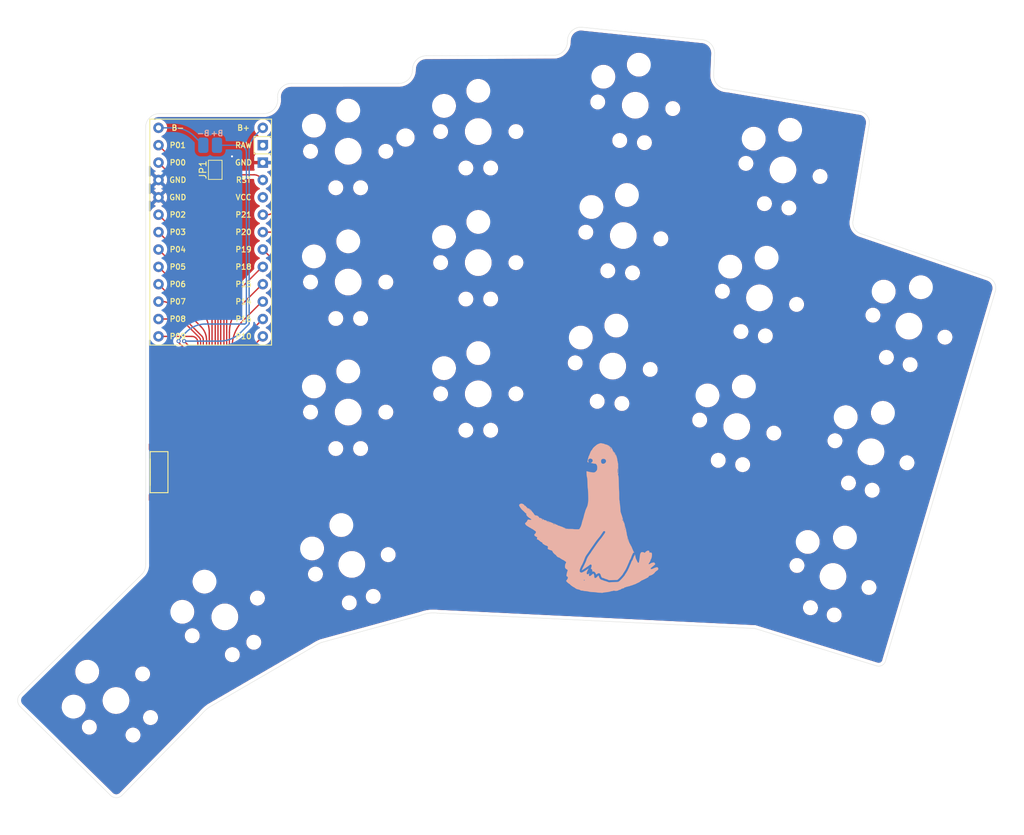
<source format=kicad_pcb>
(kicad_pcb (version 20240108) (generator "pcbnew") (generator_version "8.0")
  (layers (0 "F.Cu" signal) (31 "B.Cu" signal) (34 "B.Paste" user) (35 "F.Paste" user) (36 "B.SilkS" user "B.Silkscreen") (37 "F.SilkS" user "F.Silkscreen") (38 "B.Mask" user) (39 "F.Mask" user) (44 "Edge.Cuts" user))
  (net 0 "")
  (net 1 "Net-(J1-B-)")
  (net 2 "Net-(J1-B+)")
  (net 3 "GND")
  (net 4 "RESET")
  (net 5 "Net-(U1-B+)")
  (net 6 "D4")
  (net 7 "D5")
  (net 8 "D6")
  (net 9 "D0")
  (net 10 "D2")
  (net 11 "D3")
  (net 12 "D15")
  (net 13 "D18")
  (net 14 "D1")
  (net 15 "D10")
  (net 16 "D16")
  (net 17 "D14")
  (net 18 "D21")
  (net 19 "D20")
  (net 20 "D19")
  (net 21 "D7")
  (net 22 "D8")
  (net 23 "D9")
  (footprint "goos:power-switch" (layer "F.Cu") (at 74.39021 103.155554 90)
    (property "Reference" "S1" (hide yes))
    (property "Value" "~" (hide yes))
  )
  (footprint "goos:switch-socket-kailh" (layer "F.Cu") (at 101.96971 75.367491)
    (property "Reference" "S15" (hide yes))
    (property "Value" "~" (hide yes))
  )
  (footprint "goos:switch-socket-kailh" (layer "F.Cu") (at 102.50021 116.635554 15)
    (property "Reference" "S17" (hide yes))
    (property "Value" "~" (hide yes))
  )
  (footprint "goos:switch-socket-kailh" (layer "F.Cu") (at 120.97071 91.702804)
    (property "Reference" "S13" (hide yes))
    (property "Value" "~" (hide yes))
  )
  (footprint "goos:switch-socket-kailh" (layer "F.Cu") (at 165.482539 58.975843 -10)
    (property "Reference" "S5" (hide yes))
    (property "Value" "~" (hide yes))
  )
  (footprint "goos:switch-socket-kailh" (layer "F.Cu") (at 68.05021 136.535554 45)
    (property "Reference" "S19" (hide yes))
    (property "Value" "~" (hide yes))
  )
  (footprint "goos:ProMicro" (layer "F.Cu") (at 81.88171 69.335554 -90)
    (property "Reference" "U1" (hide yes))
    (property "Value" "~" (hide yes))
  )
  (footprint "Jumper:SolderJumper-2_P1.3mm_Open_TrianglePad1.0x1.5mm" (layer "F.Cu") (at 82.55 58.965 90)
    (property "Reference" "JP1")
    (property "Value" "SolderJumper_2_Open" (hide yes))
  )
  (footprint "" (layer "F.Cu") (at 110.33571 54.250054)
    (property "Reference" "")
    (property "Value" "")
  )
  (footprint "goos:switch-socket-kailh" (layer "F.Cu") (at 158.73021 96.495554 -10)
    (property "Reference" "S7" (hide yes))
    (property "Value" "~" (hide yes))
  )
  (footprint "goos:switch-socket-kailh" (layer "F.Cu") (at 101.96971 94.378304)
    (property "Reference" "S16" (hide yes))
    (property "Value" "~" (hide yes))
  )
  (footprint "goos:switch-socket-kailh" (layer "F.Cu") (at 183.88021 81.815554 -17)
    (property "Reference" "S2" (hide yes))
    (property "Value" "~" (hide yes))
  )
  (footprint "goos:switch-socket-kailh" (layer "F.Cu") (at 83.950649 124.309219 30)
    (property "Reference" "S18" (hide yes))
    (property "Value" "~" (hide yes))
  )
  (footprint "goos:switch-socket-kailh" (layer "F.Cu") (at 172.78472 118.403892 -17)
    (property "Reference" "S4" (hide yes))
    (property "Value" "~" (hide yes))
  )
  (footprint "goos:switch-socket-kailh" (layer "F.Cu") (at 120.97071 53.370554)
    (property "Reference" "S11" (hide yes))
    (property "Value" "~" (hide yes))
  )
  (footprint "goos:switch-socket-kailh" (layer "F.Cu") (at 142.16021 68.565554 -5)
    (property "Reference" "S9" (hide yes))
    (property "Value" "~" (hide yes))
  )
  (footprint "goos:switch-socket-kailh" (layer "F.Cu") (at 143.902495 49.528613 -5)
    (property "Reference" "S8" (hide yes))
    (property "Value" "~" (hide yes))
  )
  (footprint "goos:switch-socket-kailh" (layer "F.Cu") (at 140.61021 87.655554 -5)
    (property "Reference" "S10" (hide yes))
    (property "Value" "~" (hide yes))
  )
  (footprint "goos:switch-socket-kailh" (layer "F.Cu") (at 101.96971 56.260554)
    (property "Reference" "S14" (hide yes))
    (property "Value" "~" (hide yes))
  )
  (footprint "goos:switch-socket-kailh" (layer "F.Cu") (at 162.05021 77.675554 -10)
    (property "Reference" "S6" (hide yes))
    (property "Value" "~" (hide yes))
  )
  (footprint "goos:switch-socket-kailh" (layer "F.Cu") (at 120.97071 72.526441)
    (property "Reference" "S12" (hide yes))
    (property "Value" "~" (hide yes))
  )
  (footprint "goos:switch-socket-kailh" (layer "F.Cu") (at 178.33472 100.173892 -17)
    (property "Reference" "S3" (hide yes))
    (property "Value" "~" (hide yes))
  )
  (footprint "goos:bat-connector" (layer "B.Cu") (at 81.804 55.372)
    (property "Reference" "J1" (hide yes))
    (property "Value" "~" (hide yes))
  )
  (gr_poly (pts (xy 138.85801 98.916709) (xy 138.843209 98.918109) (xy 138.827869 98.920261) (xy 138.811809 98.923179) (xy 138.794845 98.926874) (xy 138.776797 98.931361) (xy 138.757482 98.936651) (xy 138.736717 98.942758) (xy 138.71432 98.949694) (xy 138.638091 98.975317) (xy 138.562405 99.003534) (xy 138.490228 99.03296) (xy 138.424526 99.06221) (xy 138.368263 99.089901) (xy 138.344597 99.102729) (xy 138.324403 99.114648) (xy 138.308052 99.125486) (xy 138.295914 99.135068) (xy 138.288359 99.143222) (xy 138.286416 99.146709) (xy 138.285758 99.149775) (xy 138.285706 99.151031) (xy 138.285552 99.152272) (xy 138.285299 99.153495) (xy 138.284948 99.154699) (xy 138.284503 99.155882) (xy 138.283966 99.157043) (xy 138.28334 99.15818) (xy 138.282627 99.159292) (xy 138.281829 99.160377) (xy 138.28095 99.161434) (xy 138.279991 99.16246) (xy 138.278956 99.163455) (xy 138.277847 99.164417) (xy 138.276666 99.165343) (xy 138.275416 99.166234) (xy 138.2741 99.167086) (xy 138.27272 99.167899) (xy 138.271278 99.168671) (xy 138.269777 99.169401) (xy 138.26822 99.170086) (xy 138.26661 99.170725) (xy 138.264948 99.171317) (xy 138.263237 99.17186) (xy 138.26148 99.172353) (xy 138.25968 99.172793) (xy 138.257838 99.17318) (xy 138.255959 99.173512) (xy 138.254043 99.173787) (xy 138.252093 99.174003) (xy 138.250113 99.17416) (xy 138.248104 99.174255) (xy 138.24607 99.174287) (xy 138.242027 99.174393) (xy 138.238098 99.174703) (xy 138.234302 99.175207) (xy 138.23066 99.175894) (xy 138.227193 99.176754) (xy 138.223921 99.177777) (xy 138.220863 99.178952) (xy 138.218041 99.180269) (xy 138.215475 99.181717) (xy 138.213185 99.183286) (xy 138.211191 99.184966) (xy 138.209514 99.186745) (xy 138.208801 99.187669) (xy 138.208175 99.188614) (xy 138.207638 99.189578) (xy 138.207193 99.190561) (xy 138.206842 99.191562) (xy 138.206589 99.192578) (xy 138.206435 99.193609) (xy 138.206383 99.194653) (xy 138.206203 99.195834) (xy 138.20567 99.197274) (xy 138.204793 99.198962) (xy 138.203579 99.200893) (xy 138.200181 99.205447) (xy 138.195545 99.21087) (xy 138.189742 99.217098) (xy 138.182842 99.224068) (xy 138.174916 99.231713) (xy 138.166035 99.239971) (xy 138.156268 99.248776) (xy 138.145687 99.258064) (xy 138.134361 99.267771) (xy 138.122361 99.277832) (xy 138.109757 99.288183) (xy 138.09662 99.298759) (xy 138.08302 99.309496) (xy 138.069028 99.32033) (xy 138.038279 99.344441) (xy 138.007003 99.369979) (xy 137.944019 99.424191) (xy 137.882365 99.480667) (xy 137.824327 99.537114) (xy 137.772193 99.591235) (xy 137.749055 99.616705) (xy 137.728252 99.640734) (xy 137.710068 99.663032) (xy 137.694789 99.683315) (xy 137.682703 99.701294) (xy 137.674094 99.716683) (xy 137.654462 99.756096) (xy 137.635349 99.792169) (xy 137.616877 99.824714) (xy 137.599166 99.853541) (xy 137.58234 99.878462) (xy 137.574295 99.889399) (xy 137.566518 99.899288) (xy 137.559021 99.908107) (xy 137.551822 99.91583) (xy 137.544934 99.922436) (xy 137.538374 99.927899) (xy 137.526688 99.938463) (xy 137.513215 99.953433) (xy 137.498304 99.972201) (xy 137.482307 99.994156) (xy 137.465574 100.01869) (xy 137.448456 100.045192) (xy 137.431303 100.073053) (xy 137.414467 100.101663) (xy 137.398298 100.130413) (xy 137.383147 100.158693) (xy 137.369365 100.185894) (xy 137.357302 100.211406) (xy 137.347309 100.234619) (xy 137.339737 100.254925) (xy 137.334936 100.271712) (xy 137.333685 100.278597) (xy 137.333258 100.284373) (xy 137.333131 100.289642) (xy 137.33276 100.294917) (xy 137.332155 100.300165) (xy 137.331331 100.30535) (xy 137.330299 100.31044) (xy 137.329072 100.3154) (xy 137.327663 100.320196) (xy 137.326084 100.324796) (xy 137.324347 100.329164) (xy 137.322466 100.333267) (xy 137.320452 100.337072) (xy 137.318318 100.340543) (xy 137.316077 100.343648) (xy 137.313742 100.346353) (xy 137.311323 100.348623) (xy 137.308836 100.350425) (xy 137.307561 100.3513) (xy 137.306259 100.352367) (xy 137.304931 100.353618) (xy 137.30358 100.355049) (xy 137.30082 100.358422) (xy 137.298001 100.362439) (xy 137.295144 100.367052) (xy 137.292269 100.372214) (xy 137.2894 100.377876) (xy 137.286556 100.383992) (xy 137.283758 100.390513) (xy 137.28103 100.397391) (xy 137.278391 100.40458) (xy 137.275862 100.41203) (xy 137.273467 100.419695) (xy 137.271224 100.427527) (xy 137.269157 100.435478) (xy 137.267285 100.4435) (xy 137.265207 100.452135) (xy 137.262533 100.461884) (xy 137.255563 100.484293) (xy 137.246709 100.509859) (xy 137.236306 100.537717) (xy 137.224687 100.567) (xy 137.212186 100.596841) (xy 137.199137 100.626374) (xy 137.185874 100.654733) (xy 137.172961 100.682044) (xy 137.160914 100.708571) (xy 137.149998 100.733659) (xy 137.140474 100.756653) (xy 137.132609 100.776897) (xy 137.126664 100.793736) (xy 137.122903 100.806513) (xy 137.121925 100.811174) (xy 137.121591 100.814574) (xy 137.121557 100.815937) (xy 137.121454 100.817282) (xy 137.121285 100.818609) (xy 137.121051 100.819915) (xy 137.120755 100.821198) (xy 137.120396 100.822458) (xy 137.119979 100.823691) (xy 137.119503 100.824897) (xy 137.118972 100.826074) (xy 137.118386 100.82722) (xy 137.117747 100.828334) (xy 137.117057 100.829413) (xy 137.116317 100.830456) (xy 137.11553 100.831461) (xy 137.114697 100.832427) (xy 137.113819 100.833351) (xy 137.112899 100.834233) (xy 137.111938 100.835071) (xy 137.110937 100.835862) (xy 137.109899 100.836605) (xy 137.108826 100.837298) (xy 137.107718 100.83794) (xy 137.106577 100.838529) (xy 137.105406 100.839064) (xy 137.104206 100.839542) (xy 137.102978 100.839961) (xy 137.101725 100.840321) (xy 137.100448 100.840619) (xy 137.099148 100.840854) (xy 137.097828 100.841024) (xy 137.096489 100.841127) (xy 137.095133 100.841162) (xy 137.093777 100.841274) (xy 137.092437 100.841608) (xy 137.091116 100.842157) (xy 137.089815 100.842917) (xy 137.088536 100.843881) (xy 137.08728 100.845044) (xy 137.08605 100.846402) (xy 137.084847 100.847947) (xy 137.083673 100.849675) (xy 137.082528 100.85158) (xy 137.081417 100.853656) (xy 137.080339 100.855899) (xy 137.079296 100.858302) (xy 137.078291 100.860861) (xy 137.077325 100.863569) (xy 137.076399 100.866421) (xy 137.075516 100.869412) (xy 137.074676 100.872535) (xy 137.073137 100.87916) (xy 137.071795 100.88625) (xy 137.070662 100.893763) (xy 137.069754 100.901653) (xy 137.069084 100.909878) (xy 137.068665 100.918392) (xy 137.068511 100.927151) (xy 137.06829 100.936304) (xy 137.067672 100.945971) (xy 137.066678 100.956071) (xy 137.065329 100.966519) (xy 137.063645 100.977233) (xy 137.061646 100.988131) (xy 137.059353 100.999128) (xy 137.056786 101.010143) (xy 137.053965 101.021092) (xy 137.050911 101.031892) (xy 137.047643 101.042461) (xy 137.044183 101.052715) (xy 137.040551 101.062571) (xy 137.036767 101.071947) (xy 137.032851 101.080759) (xy 137.028824 101.088926) (xy 137.024796 101.097007) (xy 137.020878 101.105572) (xy 137.017091 101.114546) (xy 137.013455 101.123854) (xy 137.00999 101.133421) (xy 137.006716 101.143173) (xy 137.003655 101.153036) (xy 137.000826 101.162934) (xy 136.99825 101.172792) (xy 136.995947 101.182538) (xy 136.993938 101.192095) (xy 136.992243 101.201389) (xy 136.990883 101.210346) (xy 136.989877 101.218891) (xy 136.989247 101.226949) (xy 136.989013 101.234446) (xy 136.988779 101.242224) (xy 136.98815 101.251106) (xy 136.985792 101.271772) (xy 136.982099 101.295627) (xy 136.977236 101.32185) (xy 136.971364 101.349625) (xy 136.964646 101.378131) (xy 136.957246 101.406551) (xy 136.949326 101.434064) (xy 136.939694 101.466804) (xy 136.931435 101.497042) (xy 136.92455 101.524834) (xy 136.919043 101.550232) (xy 136.914914 101.57329) (xy 136.912168 101.594062) (xy 136.910807 101.612601) (xy 136.910833 101.628961) (xy 136.912248 101.643196) (xy 136.915056 101.655359) (xy 136.916982 101.66068) (xy 136.919258 101.665503) (xy 136.921883 101.669835) (xy 136.924858 101.673683) (xy 136.928182 101.677053) (xy 136.931857 101.679952) (xy 136.935883 101.682386) (xy 136.940259 101.684363) (xy 136.944986 101.685889) (xy 136.950065 101.686971) (xy 136.961279 101.687828) (xy 136.966596 101.687965) (xy 136.971929 101.688368) (xy 136.977246 101.689023) (xy 136.98251 101.689916) (xy 136.987688 101.691034) (xy 136.992744 101.692363) (xy 136.997644 101.693889) (xy 137.002353 101.6956) (xy 137.006836 101.697482) (xy 137.011059 101.69952) (xy 137.014987 101.701702) (xy 137.018586 101.704013) (xy 137.02182 101.706441) (xy 137.024654 101.708972) (xy 137.027055 101.711591) (xy 137.028987 101.714286) (xy 137.029876 101.715643) (xy 137.030854 101.716982) (xy 137.031918 101.718302) (xy 137.033064 101.719601) (xy 137.034288 101.720879) (xy 137.035588 101.722132) (xy 137.038398 101.72456) (xy 137.041466 101.726871) (xy 137.044764 101.729053) (xy 137.048263 101.731091) (xy 137.051935 101.732973) (xy 137.055751 101.734683) (xy 137.059684 101.73621) (xy 137.063706 101.737539) (xy 137.067787 101.738657) (xy 137.0719 101.73955) (xy 137.076016 101.740205) (xy 137.080107 101.740608) (xy 137.084145 101.740745) (xy 137.087168 101.740709) (xy 137.089993 101.740597) (xy 137.092619 101.740399) (xy 137.095046 101.740107) (xy 137.097272 101.739712) (xy 137.099299 101.739206) (xy 137.101125 101.738579) (xy 137.10275 101.737824) (xy 137.104174 101.736931) (xy 137.105396 101.735893) (xy 137.106416 101.734699) (xy 137.107233 101.733342) (xy 137.107847 101.731813) (xy 137.108259 101.730104) (xy 137.108466 101.728205) (xy 137.10847 101.726108) (xy 137.108269 101.723804) (xy 137.107863 101.721286) (xy 137.107252 101.718543) (xy 137.106435 101.715567) (xy 137.105412 101.71235) (xy 137.104183 101.708884) (xy 137.102747 101.705158) (xy 137.101104 101.701166) (xy 137.099253 101.696897) (xy 137.097195 101.692344) (xy 137.092452 101.68235) (xy 137.086873 101.671114) (xy 137.080454 101.658567) (xy 137.068723 101.633846) (xy 137.058653 101.608401) (xy 137.05024 101.582424) (xy 137.043478 101.556108) (xy 137.038364 101.529643) (xy 137.034892 101.503223) (xy 137.033059 101.47704) (xy 137.032859 101.451285) (xy 137.034287 101.42615) (xy 137.03734 101.401828) (xy 137.042012 101.378511) (xy 137.048299 101.356391) (xy 137.056196 101.335659) (xy 137.065699 101.316508) (xy 137.076803 101.29913) (xy 137.082954 101.291166) (xy 137.089503 101.283717) (xy 137.106273 101.267355) (xy 137.124872 101.251879) (xy 137.14501 101.237382) (xy 137.166396 101.223956) (xy 137.188739 101.211694) (xy 137.211747 101.20069) (xy 137.235131 101.191034) (xy 137.2586 101.182821) (xy 137.281863 101.176142) (xy 137.304629 101.171091) (xy 137.326607 101.16776) (xy 137.347506 101.166241) (xy 137.367037 101.166628) (xy 137.376198 101.167565) (xy 137.384907 101.169013) (xy 137.393129 101.170984) (xy 137.400827 101.173489) (xy 137.407964 101.17654) (xy 137.414505 101.180148) (xy 137.419821 101.18335) (xy 137.425358 101.186462) (xy 137.431073 101.189468) (xy 137.436921 101.192352) (xy 137.442857 101.195098) (xy 137.448837 101.197689) (xy 137.454817 101.200111) (xy 137.460752 101.202346) (xy 137.466597 101.204378) (xy 137.472308 101.206191) (xy 137.477841 101.20777) (xy 137.483151 101.209098) (xy 137.488193 101.210159) (xy 137.492923 101.210936) (xy 137.497297 101.211415) (xy 137.50127 101.211578) (xy 137.503229 101.211669) (xy 137.505344 101.21194) (xy 137.510014 101.213002) (xy 137.515225 101.214728) (xy 137.520923 101.217082) (xy 137.527053 101.220029) (xy 137.533562 101.223533) (xy 137.540394 101.227558) (xy 137.547495 101.232068) (xy 137.554811 101.237028) (xy 137.562287 101.242402) (xy 137.56987 101.248154) (xy 137.577503 101.254248) (xy 137.585134 101.260648) (xy 137.592707 101.26732) (xy 137.600168 101.274226) (xy 137.607462 101.281332) (xy 137.617214 101.291396) (xy 137.626085 101.301243) (xy 137.634109 101.310965) (xy 137.641321 101.320657) (xy 137.647756 101.330412) (xy 137.653449 101.340323) (xy 137.658435 101.350483) (xy 137.662748 101.360987) (xy 137.666423 101.371927) (xy 137.669495 101.383397) (xy 137.672 101.39549) (xy 137.67397 101.4083) (xy 137.675443 101.42192) (xy 137.676451 101.436444) (xy 137.677031 101.451964) (xy 137.677216 101.468575) (xy 137.676569 101.490998) (xy 137.674578 101.512475) (xy 137.671172 101.53311) (xy 137.668916 101.543143) (xy 137.666279 101.553004) (xy 137.663253 101.562705) (xy 137.659829 101.572259) (xy 137.655997 101.58168) (xy 137.651749 101.590979) (xy 137.647075 101.60017) (xy 137.641967 101.609266) (xy 137.636416 101.618279) (xy 137.630412 101.627222) (xy 137.623947 101.636108) (xy 137.617013 101.644949) (xy 137.601697 101.662551) (xy 137.584393 101.680129) (xy 137.56503 101.697785) (xy 137.543536 101.715623) (xy 137.519839 101.733745) (xy 137.493867 101.752253) (xy 137.465549 101.77125) (xy 137.399404 101.814447) (xy 137.505237 101.831584) (xy 137.528515 101.835564) (xy 137.554134 101.840317) (xy 137.609032 101.851428) (xy 137.663216 101.863489) (xy 137.68794 101.86943) (xy 137.709966 101.875073) (xy 137.733329 101.880693) (xy 137.761882 101.886567) (xy 137.794518 101.892521) (xy 137.830128 101.898383) (xy 137.867605 101.903977) (xy 137.90584 101.90913) (xy 137.943725 101.913669) (xy 137.980152 101.91742) (xy 138.033765 101.922848) (xy 138.056199 101.92563) (xy 138.076091 101.928635) (xy 138.093723 101.931994) (xy 138.109373 101.93584) (xy 138.123324 101.940308) (xy 138.135853 101.945528) (xy 138.147243 101.951634) (xy 138.157774 101.958758) (xy 138.167725 101.967034) (xy 138.177377 101.976593) (xy 138.18701 101.987569) (xy 138.196905 102.000095) (xy 138.207341 102.014303) (xy 138.2186 102.030325) (xy 138.23209 102.050393) (xy 138.244676 102.070276) (xy 138.256081 102.089457) (xy 138.26603 102.107417) (xy 138.274248 102.123637) (xy 138.277622 102.130933) (xy 138.280459 102.1376) (xy 138.282726 102.143573) (xy 138.284388 102.148787) (xy 138.28541 102.153178) (xy 138.285758 102.15668) (xy 138.28589 102.159726) (xy 138.286277 102.162775) (xy 138.286906 102.16581) (xy 138.287764 102.16881) (xy 138.288838 102.171755) (xy 138.290115 102.174626) (xy 138.291581 102.177403) (xy 138.293225 102.180067) (xy 138.295032 102.182598) (xy 138.29699 102.184977) (xy 138.299086 102.187183) (xy 138.301307 102.189198) (xy 138.30364 102.191001) (xy 138.306071 102.192573) (xy 138.307319 102.193266) (xy 138.308588 102.193894) (xy 138.309874 102.194455) (xy 138.311177 102.194946) (xy 138.312487 102.195744) (xy 138.313793 102.19722) (xy 138.315094 102.199355) (xy 138.316388 102.202131) (xy 138.318945 102.209537) (xy 138.321451 102.219298) (xy 138.323887 102.231274) (xy 138.32624 102.245324) (xy 138.328494 102.261308) (xy 138.330632 102.279085) (xy 138.332639 102.298514) (xy 138.3345 102.319456) (xy 138.336198 102.341769) (xy 138.337719 102.365313) (xy 138.340164 102.415533) (xy 138.341058 102.441928) (xy 138.341711 102.468992) (xy 138.342102 102.519059) (xy 138.34131 102.566755) (xy 138.339353 102.612015) (xy 138.336247 102.654777) (xy 138.332009 102.694977) (xy 138.326656 102.73255) (xy 138.320204 102.767434) (xy 138.312669 102.799565) (xy 138.30407 102.828878) (xy 138.294421 102.855312) (xy 138.283741 102.878801) (xy 138.272045 102.899282) (xy 138.259351 102.916692) (xy 138.245675 102.930967) (xy 138.231034 102.942044) (xy 138.215444 102.949858) (xy 138.213623 102.950598) (xy 138.211826 102.951408) (xy 138.208309 102.953229) (xy 138.204912 102.955299) (xy 138.201653 102.957595) (xy 138.198549 102.960095) (xy 138.19562 102.962775) (xy 138.192884 102.965612) (xy 138.190358 102.968584) (xy 138.188061 102.971668) (xy 138.186012 102.974841) (xy 138.184228 102.97808) (xy 138.182727 102.981362) (xy 138.182089 102.983012) (xy 138.181528 102.984665) (xy 138.181047 102.986316) (xy 138.180649 102.987965) (xy 138.180335 102.989606) (xy 138.180108 102.991239) (xy 138.17997 102.99286) (xy 138.179924 102.994465) (xy 138.179732 102.998143) (xy 138.179159 103.001918) (xy 138.178205 103.005789) (xy 138.176874 103.009755) (xy 138.175166 103.013814) (xy 138.173085 103.017964) (xy 138.170632 103.022203) (xy 138.167809 103.02653) (xy 138.164618 103.030942) (xy 138.161061 103.035439) (xy 138.157141 103.040019) (xy 138.152859 103.044679) (xy 138.148217 103.049418) (xy 138.143217 103.054234) (xy 138.132153 103.064092) (xy 138.119682 103.074239) (xy 138.105821 103.084661) (xy 138.090585 103.095343) (xy 138.073992 103.106274) (xy 138.056056 103.117437) (xy 138.036795 103.128821) (xy 138.016225 103.140411) (xy 137.994361 103.152193) (xy 137.981032 103.158947) (xy 137.967863 103.165025) (xy 137.95473 103.170444) (xy 137.941507 103.175222) (xy 137.928067 103.179377) (xy 137.914285 103.182926) (xy 137.900035 103.185887) (xy 137.885191 103.188276) (xy 137.869628 103.190112) (xy 137.853219 103.191413) (xy 137.835839 103.192194) (xy 137.817362 103.192474) (xy 137.797663 103.192271) (xy 137.776614 103.191602) (xy 137.754091 103.190484) (xy 137.729968 103.188935) (xy 137.649461 103.181369) (xy 137.553372 103.169408) (xy 137.449173 103.154323) (xy 137.344332 103.137383) (xy 137.246322 103.119857) (xy 137.162612 103.103014) (xy 137.100672 103.088125) (xy 137.080201 103.081809) (xy 137.067974 103.076457) (xy 137.064629 103.074715) (xy 137.059992 103.072802) (xy 137.054146 103.070738) (xy 137.047174 103.068543) (xy 137.030184 103.063834) (xy 137.009687 103.058829) (xy 136.986348 103.053682) (xy 136.960831 103.048546) (xy 136.933801 103.043577) (xy 136.905923 103.038927) (xy 136.769772 103.017404) (xy 136.78572 103.364647) (xy 136.789421 103.436021) (xy 136.793836 103.505738) (xy 136.798798 103.572049) (xy 136.804143 103.633204) (xy 136.809705 103.687452) (xy 136.815319 103.733045) (xy 136.82082 103.768233) (xy 136.826041 103.791265) (xy 136.837714 103.830783) (xy 136.848344 103.870201) (xy 136.857994 103.91016) (xy 136.866728 103.9513) (xy 136.87461 103.994262) (xy 136.881704 104.039685) (xy 136.888072 104.088211) (xy 136.893779 104.14048) (xy 136.898888 104.197132) (xy 136.903462 104.258808) (xy 136.911263 104.399792) (xy 136.917689 104.568556) (xy 136.923251 104.770223) (xy 136.931141 105.025132) (xy 136.941311 105.24978) (xy 136.952449 105.419858) (xy 136.957971 105.476836) (xy 136.963243 105.511056) (xy 136.969114 105.539203) (xy 136.974694 105.572219) (xy 136.980002 105.610407) (xy 136.985055 105.65407) (xy 136.994462 105.759026) (xy 137.003056 105.889508) (xy 137.010972 106.047932) (xy 137.018351 106.236717) (xy 137.02533 106.458283) (xy 137.032047 106.715046) (xy 137.035483 106.878755) (xy 137.037188 107.018842) (xy 137.03704 107.139085) (xy 137.034917 107.243264) (xy 137.030695 107.33516) (xy 137.024254 107.418552) (xy 137.01547 107.497219) (xy 137.004221 107.574943) (xy 136.979771 107.726273) (xy 136.959274 107.846181) (xy 136.941035 107.941277) (xy 136.923356 108.018172) (xy 136.914197 108.051861) (xy 136.904542 108.083477) (xy 136.894179 108.113849) (xy 136.882896 108.143802) (xy 136.856721 108.205757) (xy 136.824322 108.275953) (xy 136.776421 108.379106) (xy 136.732344 108.477081) (xy 136.692881 108.56793) (xy 136.658823 108.64971) (xy 136.630958 108.720473) (xy 136.610077 108.778275) (xy 136.596969 108.82117) (xy 136.593577 108.836419) (xy 136.592424 108.847211) (xy 136.592144 108.85193) (xy 136.591321 108.858058) (xy 136.589985 108.865498) (xy 136.588161 108.874153) (xy 136.583165 108.894718) (xy 136.576554 108.918972) (xy 136.56855 108.946136) (xy 136.559375 108.97543) (xy 136.54925 109.006075) (xy 136.538397 109.03729) (xy 136.518352 109.095221) (xy 136.498914 109.155346) (xy 136.479322 109.220447) (xy 136.458818 109.293305) (xy 136.436642 109.376701) (xy 136.412034 109.473417) (xy 136.384234 109.586233) (xy 136.352483 109.717931) (xy 136.341837 109.761279) (xy 136.330984 109.803318) (xy 136.320229 109.843015) (xy 136.309874 109.879335) (xy 136.300223 109.911243) (xy 136.291578 109.937705) (xy 136.284245 109.957687) (xy 136.278525 109.970153) (xy 136.276052 109.974725) (xy 136.273458 109.980031) (xy 136.270766 109.986009) (xy 136.267996 109.992593) (xy 136.262311 110.007325) (xy 136.256576 110.023712) (xy 136.250961 110.04124) (xy 136.24564 110.059395) (xy 136.240784 110.077662) (xy 136.236565 110.095528) (xy 136.234541 110.104247) (xy 136.232325 110.112875) (xy 136.229939 110.121361) (xy 136.227405 110.129653) (xy 136.224745 110.137701) (xy 136.221982 110.145453) (xy 136.219138 110.152858) (xy 136.216234 110.159865) (xy 136.213293 110.166423) (xy 136.210337 110.17248) (xy 136.207387 110.177985) (xy 136.204466 110.182887) (xy 136.201596 110.187135) (xy 136.1988 110.190677) (xy 136.196098 110.193462) (xy 136.193513 110.19544) (xy 136.192262 110.19633) (xy 136.191026 110.197441) (xy 136.189807 110.198766) (xy 136.188608 110.200298) (xy 136.187429 110.20203) (xy 136.186272 110.203955) (xy 136.184031 110.20836) (xy 136.181897 110.213459) (xy 136.179883 110.219199) (xy 136.178002 110.225525) (xy 136.176265 110.232384) (xy 136.174686 110.239723) (xy 136.173277 110.247487) (xy 136.17205 110.255624) (xy 136.171018 110.26408) (xy 136.170194 110.2728) (xy 136.16959 110.281732) (xy 136.169218 110.290821) (xy 136.169091 110.300014) (xy 136.168973 110.309203) (xy 136.168626 110.318277) (xy 136.168063 110.327183) (xy 136.167295 110.335869) (xy 136.166333 110.344281) (xy 136.16519 110.352366) (xy 136.163876 110.360071) (xy 136.162404 110.367344) (xy 136.160786 110.37413) (xy 136.159032 110.380377) (xy 136.157155 110.386032) (xy 136.155167 110.391041) (xy 136.153078 110.395353) (xy 136.150901 110.398912) (xy 136.148647 110.401668) (xy 136.146328 110.403565) (xy 136.145139 110.404445) (xy 136.143923 110.405626) (xy 136.142681 110.407101) (xy 136.141417 110.40886) (xy 136.13883 110.413199) (xy 136.136181 110.418572) (xy 136.133492 110.424911) (xy 136.130782 110.432147) (xy 136.128072 110.44021) (xy 136.125382 110.449031) (xy 136.122731 110.458541) (xy 136.12014 110.468671) (xy 136.11763 110.479351) (xy 136.11522 110.490512) (xy 136.11293 110.502086) (xy 136.110781 110.514002) (xy 136.108793 110.526192) (xy 136.106986 110.538586) (xy 136.102614 110.565187) (xy 136.096219 110.596586) (xy 136.078296 110.670779) (xy 136.05509 110.75517) (xy 136.028474 110.843762) (xy 136.00032 110.93056) (xy 135.9725 111.009567) (xy 135.946887 111.074786) (xy 135.935494 111.100352) (xy 135.925354 111.120223) (xy 135.907685 111.152698) (xy 135.881579 111.201999) (xy 135.850555 111.261433) (xy 135.818131 111.3243) (xy 135.810013 111.33977) (xy 135.801677 111.354947) (xy 135.784601 111.384081) (xy 135.7674 111.411027) (xy 135.758908 111.423469) (xy 135.75057 111.435109) (xy 135.74245 111.445864) (xy 135.73461 111.455649) (xy 135.72711 111.46438) (xy 135.720015 111.471971) (xy 135.713385 111.478339) (xy 135.707283 111.483399) (xy 135.701772 111.487066) (xy 135.696912 111.489256) (xy 135.67584 111.493063) (xy 135.640909 111.496035) (xy 135.53787 111.49964) (xy 135.404597 111.5004) (xy 135.257885 111.498646) (xy 135.114535 111.494706) (xy 134.991344 111.488911) (xy 134.90511 111.481591) (xy 134.881102 111.477462) (xy 134.878593 111.476601) (xy 133.867216 111.476601) (xy 133.867164 111.477895) (xy 133.86701 111.479133) (xy 133.866756 111.480314) (xy 133.866406 111.481438) (xy 133.865961 111.482505) (xy 133.865424 111.483513) (xy 133.864797 111.484461) (xy 133.864084 111.48535) (xy 133.863286 111.486179) (xy 133.862407 111.486946) (xy 133.861449 111.487651) (xy 133.860414 111.488294) (xy 133.859304 111.488874) (xy 133.858123 111.489389) (xy 133.856873 111.489841) (xy 133.855557 111.490227) (xy 133.854177 111.490547) (xy 133.852735 111.490801) (xy 133.851234 111.490988) (xy 133.849677 111.491107) (xy 133.848067 111.491157) (xy 133.846405 111.491138) (xy 133.844694 111.491049) (xy 133.842937 111.49089) (xy 133.841137 111.49066) (xy 133.839296 111.490358) (xy 133.837416 111.489983) (xy 133.8355 111.489535) (xy 133.833551 111.489014) (xy 133.83157 111.488417) (xy 133.829562 111.487746) (xy 133.827528 111.486999) (xy 133.823485 111.485393) (xy 133.819555 111.483726) (xy 133.81576 111.482012) (xy 133.812118 111.480263) (xy 133.80865 111.478493) (xy 133.805378 111.476715) (xy 133.80232 111.474942) (xy 133.799498 111.473186) (xy 133.796932 111.471462) (xy 133.794642 111.469783) (xy 133.792648 111.468161) (xy 133.790971 111.466609) (xy 133.789632 111.465141) (xy 133.78865 111.46377) (xy 133.788045 111.462508) (xy 133.787891 111.461923) (xy 133.78784 111.46137) (xy 133.787891 111.460837) (xy 133.788045 111.460311) (xy 133.788299 111.459792) (xy 133.78865 111.459281) (xy 133.789095 111.458779) (xy 133.789632 111.458286) (xy 133.790258 111.457804) (xy 133.790971 111.457332) (xy 133.791769 111.456872) (xy 133.792648 111.456424) (xy 133.793607 111.455988) (xy 133.794642 111.455566) (xy 133.795751 111.455159) (xy 133.796932 111.454765) (xy 133.799498 111.454026) (xy 133.80232 111.453354) (xy 133.805378 111.452754) (xy 133.80865 111.452232) (xy 133.812118 111.451793) (xy 133.81576 111.451442) (xy 133.819555 111.451185) (xy 133.823485 111.451027) (xy 133.827528 111.450973) (xy 133.83157 111.451106) (xy 133.8355 111.451496) (xy 133.839296 111.45213) (xy 133.842937 111.452995) (xy 133.846405 111.454078) (xy 133.849677 111.455365) (xy 133.852735 111.456844) (xy 133.855557 111.458501) (xy 133.858123 111.460323) (xy 133.860414 111.462298) (xy 133.862407 111.464411) (xy 133.863286 111.465516) (xy 133.864084 111.46665) (xy 133.864797 111.467813) (xy 133.865424 111.469002) (xy 133.865961 111.470216) (xy 133.866406 111.471453) (xy 133.866756 111.472712) (xy 133.86701 111.473991) (xy 133.867164 111.475288) (xy 133.867216 111.476601) (xy 134.878593 111.476601) (xy 134.874794 111.475298) (xy 134.872633 111.473075) (xy 134.872068 111.471941) (xy 134.870392 111.470822) (xy 134.863819 111.468631) (xy 134.853133 111.466515) (xy 134.838557 111.464485) (xy 134.820312 111.462553) (xy 134.798619 111.460729) (xy 134.745777 111.457451) (xy 134.681801 111.454744) (xy 134.608462 111.452698) (xy 134.527533 111.451404) (xy 134.440783 111.450953) (xy 134.326796 111.450447) (xy 134.229061 111.44884) (xy 134.145796 111.445995) (xy 134.07522 111.441776) (xy 134.01555 111.436047) (xy 133.965005 111.428671) (xy 133.945384 111.424512) (xy 133.761382 111.424512) (xy 133.761348 111.425869) (xy 133.761245 111.427208) (xy 133.761076 111.428528) (xy 133.760842 111.429827) (xy 133.760546 111.431105) (xy 133.760188 111.432358) (xy 133.75977 111.433586) (xy 133.759295 111.434786) (xy 133.758763 111.435957) (xy 133.758177 111.437097) (xy 133.757538 111.438205) (xy 133.756848 111.439279) (xy 133.756108 111.440317) (xy 133.755321 111.441318) (xy 133.754488 111.442279) (xy 133.75361 111.443199) (xy 133.75269 111.444077) (xy 133.751729 111.44491) (xy 133.750728 111.445697) (xy 133.74969 111.446437) (xy 133.748617 111.447127) (xy 133.747509 111.447766) (xy 133.746368 111.448352) (xy 133.745197 111.448883) (xy 133.743997 111.449359) (xy 133.742769 111.449777) (xy 133.741516 111.450134) (xy 133.740239 111.450431) (xy 133.738939 111.450665) (xy 133.737619 111.450834) (xy 133.73628 111.450937) (xy 133.734924 111.450971) (xy 133.733567 111.450937) (xy 133.732228 111.450834) (xy 133.730908 111.450665) (xy 133.729609 111.450431) (xy 133.728331 111.450134) (xy 133.727078 111.449777) (xy 133.72585 111.449359) (xy 133.72465 111.448883) (xy 133.723479 111.448352) (xy 133.722339 111.447766) (xy 133.721231 111.447127) (xy 133.720157 111.446437) (xy 133.719119 111.445697) (xy 133.718118 111.44491) (xy 133.717157 111.444077) (xy 133.716237 111.443199) (xy 133.715359 111.442279) (xy 133.714526 111.441318) (xy 133.713739 111.440317) (xy 133.713 111.439279) (xy 133.712309 111.438205) (xy 133.71167 111.437097) (xy 133.711084 111.435957) (xy 133.710553 111.434786) (xy 133.710077 111.433586) (xy 133.70966 111.432358) (xy 133.709302 111.431105) (xy 133.709005 111.429827) (xy 133.708771 111.428528) (xy 133.708602 111.427208) (xy 133.708499 111.425869) (xy 133.708465 111.424512) (xy 133.708499 111.423156) (xy 133.708602 111.421817) (xy 133.708771 111.420497) (xy 133.709005 111.419197) (xy 133.709302 111.41792) (xy 133.70966 111.416667) (xy 133.710077 111.415439) (xy 133.710553 111.414239) (xy 133.711084 111.413068) (xy 133.71167 111.411927) (xy 133.712309 111.41082) (xy 133.713 111.409746) (xy 133.713739 111.408708) (xy 133.714526 111.407707) (xy 133.715359 111.406746) (xy 133.716237 111.405826) (xy 133.717157 111.404948) (xy 133.718118 111.404115) (xy 133.719119 111.403328) (xy 133.720157 111.402588) (xy 133.721231 111.401898) (xy 133.722339 111.401259) (xy 133.723479 111.400673) (xy 133.72465 111.400142) (xy 133.72585 111.399666) (xy 133.727078 111.399248) (xy 133.728331 111.39889) (xy 133.729609 111.398594) (xy 133.730908 111.39836) (xy 133.732228 111.398191) (xy 133.733567 111.398088) (xy 133.734924 111.398054) (xy 133.73628 111.398088) (xy 133.737619 111.398191) (xy 133.738939 111.39836) (xy 133.740239 111.398594) (xy 133.741516 111.39889) (xy 133.742769 111.399248) (xy 133.743997 111.399666) (xy 133.745197 111.400142) (xy 133.746368 111.400673) (xy 133.747509 111.401259) (xy 133.748617 111.401898) (xy 133.74969 111.402588) (xy 133.750728 111.403328) (xy 133.751729 111.404115) (xy 133.75269 111.404948) (xy 133.75361 111.405826) (xy 133.754488 111.406746) (xy 133.755321 111.407707) (xy 133.756108 111.408708) (xy 133.756848 111.409746) (xy 133.757538 111.41082) (xy 133.758177 111.411927) (xy 133.758763 111.413068) (xy 133.759295 111.414239) (xy 133.75977 111.415439) (xy 133.760188 111.416667) (xy 133.760546 111.41792) (xy 133.760842 111.419197) (xy 133.761076 111.420497) (xy 133.761245 111.421817) (xy 133.761348 111.423156) (xy 133.761382 111.424512) (xy 133.945384 111.424512) (xy 133.921803 111.419514) (xy 133.884164 111.408439) (xy 133.858081 111.400165) (xy 133.831777 111.392962) (xy 133.805969 111.38695) (xy 133.781374 111.38225) (xy 133.758708 111.378983) (xy 133.748323 111.377924) (xy 133.738688 111.377269) (xy 133.729894 111.377033) (xy 133.722031 111.37723) (xy 133.715187 111.377876) (xy 133.709452 111.378986) (xy 133.70396 111.380297) (xy 133.698824 111.38127) (xy 133.694054 111.381909) (xy 133.689662 111.382219) (xy 133.685657 111.382205) (xy 133.682051 111.381871) (xy 133.680401 111.381586) (xy 133.678854 111.381223) (xy 133.677412 111.380782) (xy 133.676076 111.380264) (xy 133.674848 111.379669) (xy 133.673729 111.378999) (xy 133.67272 111.378253) (xy 133.671822 111.377433) (xy 133.671038 111.376538) (xy 133.670367 111.37557) (xy 133.669812 111.374529) (xy 133.669374 111.373415) (xy 133.669054 111.37223) (xy 133.668854 111.370973) (xy 133.668774 111.369646) (xy 133.668816 111.368248) (xy 133.668982 111.366781) (xy 133.669273 111.365245) (xy 133.66969 111.363641) (xy 133.670234 111.361968) (xy 133.670932 111.358114) (xy 133.670427 111.35398) (xy 133.668785 111.349594) (xy 133.666159 111.345138) (xy 133.549714 111.345138) (xy 133.549679 111.346494) (xy 133.549577 111.347833) (xy 133.549408 111.349153) (xy 133.549174 111.350453) (xy 133.548877 111.35173) (xy 133.548519 111.352983) (xy 133.548102 111.354211) (xy 133.547626 111.355411) (xy 133.547095 111.356582) (xy 133.546509 111.357723) (xy 133.54587 111.358831) (xy 133.54518 111.359905) (xy 133.54444 111.360942) (xy 133.543653 111.361943) (xy 133.54282 111.362904) (xy 133.541942 111.363824) (xy 133.541022 111.364702) (xy 133.540061 111.365535) (xy 133.539061 111.366322) (xy 133.538023 111.367062) (xy 133.536949 111.367752) (xy 133.535841 111.368391) (xy 133.534701 111.368977) (xy 133.53353 111.369509) (xy 133.53233 111.369984) (xy 133.531102 111.370402) (xy 133.529849 111.37076) (xy 133.528572 111.371057) (xy 133.527272 111.37129) (xy 133.525952 111.371459) (xy 133.524613 111.371562) (xy 133.523257 111.371597) (xy 133.5219 111.371562) (xy 133.520561 111.371459) (xy 133.519241 111.37129) (xy 133.517942 111.371057) (xy 133.516664 111.37076) (xy 133.515411 111.370402) (xy 133.514184 111.369984) (xy 133.512983 111.369509) (xy 133.511812 111.368977) (xy 133.510672 111.368391) (xy 133.509564 111.367752) (xy 133.50849 111.367062) (xy 133.507452 111.366322) (xy 133.506452 111.365535) (xy 133.50549 111.364702) (xy 133.50457 111.363824) (xy 133.503693 111.362904) (xy 133.502859 111.361943) (xy 133.502072 111.360942) (xy 133.501333 111.359905) (xy 133.500643 111.358831) (xy 133.500004 111.357723) (xy 133.499417 111.356582) (xy 133.498886 111.355411) (xy 133.49841 111.354211) (xy 133.497993 111.352983) (xy 133.497635 111.35173) (xy 133.497338 111.350453) (xy 133.497104 111.349153) (xy 133.496935 111.347833) (xy 133.496833 111.346494) (xy 133.496798 111.345138) (xy 133.496833 111.343782) (xy 133.496935 111.342443) (xy 133.497104 111.341122) (xy 133.497338 111.339823) (xy 133.497635 111.338546) (xy 133.497993 111.337292) (xy 133.49841 111.336065) (xy 133.498886 111.334864) (xy 133.499417 111.333693) (xy 133.500004 111.332553) (xy 133.500643 111.331445) (xy 133.501333 111.330371) (xy 133.502072 111.329333) (xy 133.502859 111.328333) (xy 133.503693 111.327372) (xy 133.50457 111.326451) (xy 133.50549 111.325574) (xy 133.506452 111.32474) (xy 133.507452 111.323953) (xy 133.50849 111.323214) (xy 133.509564 111.322524) (xy 133.510672 111.321885) (xy 133.511812 111.321298) (xy 133.512983 111.320767) (xy 133.514184 111.320291) (xy 133.515411 111.319874) (xy 133.516664 111.319516) (xy 133.517942 111.319219) (xy 133.519241 111.318985) (xy 133.520561 111.318816) (xy 133.5219 111.318714) (xy 133.523257 111.318679) (xy 133.524613 111.318714) (xy 133.525952 111.318816) (xy 133.527272 111.318985) (xy 133.528572 111.319219) (xy 133.529849 111.319516) (xy 133.531102 111.319874) (xy 133.53233 111.320291) (xy 133.53353 111.320767) (xy 133.534701 111.321298) (xy 133.535841 111.321885) (xy 133.536949 111.322524) (xy 133.538023 111.323214) (xy 133.539061 111.323953) (xy 133.540061 111.32474) (xy 133.541022 111.325574) (xy 133.541942 111.326451) (xy 133.54282 111.327372) (xy 133.543653 111.328333) (xy 133.54444 111.329333) (xy 133.54518 111.330371) (xy 133.54587 111.331445) (xy 133.546509 111.332553) (xy 133.547095 111.333693) (xy 133.547626 111.334864) (xy 133.548102 111.336065) (xy 133.548519 111.337292) (xy 133.548877 111.338546) (xy 133.549174 111.339823) (xy 133.549408 111.341122) (xy 133.549577 111.342443) (xy 133.549679 111.343782) (xy 133.549714 111.345138) (xy 133.666159 111.345138) (xy 133.666071 111.344988) (xy 133.662349 111.340191) (xy 133.657684 111.335232) (xy 133.652141 111.33014) (xy 133.645786 111.324947) (xy 133.630896 111.314371) (xy 133.613533 111.303743) (xy 133.594217 111.293298) (xy 133.573467 111.283275) (xy 133.551803 111.273911) (xy 133.529744 111.265444) (xy 133.507809 111.25811) (xy 133.486518 111.252147) (xy 133.46639 111.247793) (xy 133.456924 111.246293) (xy 133.447944 111.245285) (xy 133.439515 111.244797) (xy 133.4317 111.24486) (xy 133.424566 111.245502) (xy 133.418177 111.246755) (xy 133.4125 111.248119) (xy 133.407238 111.249133) (xy 133.402399 111.249799) (xy 133.397988 111.250122) (xy 133.394011 111.250104) (xy 133.392187 111.249967) (xy 133.390474 111.249747) (xy 133.388872 111.249443) (xy 133.387382 111.249055) (xy 133.386005 111.248584) (xy 133.384741 111.24803) (xy 133.383592 111.247394) (xy 133.382558 111.246676) (xy 133.38164 111.245876) (xy 133.380838 111.244995) (xy 133.380154 111.244033) (xy 133.379587 111.24299) (xy 133.379139 111.241867) (xy 133.378811 111.240665) (xy 133.378603 111.239382) (xy 133.378516 111.238021) (xy 133.37855 111.236581) (xy 133.378707 111.235062) (xy 133.378986 111.233466) (xy 133.37939 111.231791) (xy 133.379918 111.23004) (xy 133.380572 111.228211) (xy 133.380999 111.226254) (xy 133.380835 111.224163) (xy 133.380083 111.221937) (xy 133.378747 111.219581) (xy 133.376831 111.217095) (xy 133.37434 111.214481) (xy 133.371277 111.211741) (xy 133.367646 111.208878) (xy 133.363452 111.205892) (xy 133.358698 111.202786) (xy 133.347527 111.19622) (xy 133.334165 111.189196) (xy 133.318645 111.181727) (xy 133.300998 111.173829) (xy 133.281257 111.165518) (xy 133.259454 111.156806) (xy 133.23562 111.14771) (xy 133.209788 111.138245) (xy 133.18199 111.128424) (xy 133.152257 111.118264) (xy 133.120623 111.107778) (xy 133.012559 111.071414) (xy 132.919437 111.038112) (xy 132.881584 111.023762) (xy 132.851193 111.011559) (xy 132.829506 111.001965) (xy 132.817765 110.99544) (xy 132.814169 110.99302) (xy 132.809776 110.990608) (xy 132.804646 110.988219) (xy 132.798841 110.985867) (xy 132.792421 110.983568) (xy 132.785447 110.981337) (xy 132.777981 110.979189) (xy 132.770084 110.977139) (xy 132.761817 110.975202) (xy 132.75324 110.973393) (xy 132.744415 110.971727) (xy 132.735403 110.970219) (xy 132.726265 110.968885) (xy 132.717061 110.967739) (xy 132.707854 110.966796) (xy 132.698704 110.966071) (xy 132.688134 110.965067) (xy 132.67752 110.963475) (xy 132.666884 110.961306) (xy 132.656247 110.958571) (xy 132.645629 110.955279) (xy 132.635053 110.951442) (xy 132.62454 110.94707) (xy 132.614109 110.942174) (xy 132.603784 110.936763) (xy 132.593584 110.930849) (xy 132.583532 110.924443) (xy 132.573647 110.917554) (xy 132.563953 110.910193) (xy 132.554469 110.902371) (xy 132.545217 110.894098) (xy 132.536218 110.885384) (xy 132.524852 110.874146) (xy 132.514234 110.864138) (xy 132.504233 110.855315) (xy 132.494718 110.847632) (xy 132.485559 110.841043) (xy 132.481071 110.838144) (xy 132.476624 110.835502) (xy 132.4722 110.83311) (xy 132.467783 110.830963) (xy 132.463356 110.829056) (xy 132.458904 110.827382) (xy 132.454411 110.825936) (xy 132.449859 110.824712) (xy 132.445232 110.823705) (xy 132.440514 110.822908) (xy 132.435689 110.822317) (xy 132.43074 110.821924) (xy 132.425652 110.821726) (xy 132.420406 110.821715) (xy 132.409382 110.822235) (xy 132.397535 110.823438) (xy 132.384736 110.825279) (xy 132.370853 110.827712) (xy 132.360493 110.829534) (xy 132.35067 110.831015) (xy 132.341404 110.832158) (xy 132.332711 110.832964) (xy 132.32461 110.833435) (xy 132.317119 110.833575) (xy 132.310255 110.833384) (xy 132.304038 110.832865) (xy 132.298485 110.83202) (xy 132.293613 110.830851) (xy 132.289442 110.82936) (xy 132.285989 110.827549) (xy 132.283271 110.825421) (xy 132.282194 110.824239) (xy 132.281308 110.822978) (xy 132.280615 110.821639) (xy 132.280117 110.820221) (xy 132.279816 110.818726) (xy 132.279716 110.817153) (xy 132.279776 110.815733) (xy 132.279956 110.814325) (xy 132.280252 110.812932) (xy 132.280661 110.811555) (xy 132.28118 110.810196) (xy 132.281806 110.808858) (xy 132.282537 110.807542) (xy 132.283369 110.806249) (xy 132.2843 110.804983) (xy 132.285325 110.803745) (xy 132.286444 110.802536) (xy 132.287651 110.801359) (xy 132.288945 110.800216) (xy 132.290323 110.799108) (xy 132.291781 110.798038) (xy 132.293317 110.797006) (xy 132.294927 110.796016) (xy 132.296609 110.79507) (xy 132.29836 110.794168) (xy 132.300177 110.793313) (xy 132.302056 110.792507) (xy 132.303995 110.791751) (xy 132.30599 110.791049) (xy 132.30804 110.7904) (xy 132.31014 110.789809) (xy 132.312289 110.789275) (xy 132.314482 110.788802) (xy 132.316717 110.788391) (xy 132.318991 110.788045) (xy 132.321302 110.787764) (xy 132.323645 110.787551) (xy 132.326019 110.787408) (xy 132.332387 110.78708) (xy 132.337946 110.786702) (xy 132.342698 110.786266) (xy 132.346648 110.785765) (xy 132.349799 110.78519) (xy 132.352153 110.784535) (xy 132.353033 110.784174) (xy 132.353714 110.78379) (xy 132.354199 110.783382) (xy 132.354486 110.782949) (xy 132.354577 110.78249) (xy 132.354472 110.782003) (xy 132.354171 110.781489) (xy 132.353675 110.780946) (xy 132.352983 110.780372) (xy 132.352097 110.779768) (xy 132.349744 110.778462) (xy 132.346618 110.777021) (xy 132.344949 110.776343) (xy 132.138934 110.776343) (xy 132.138669 110.778964) (xy 132.137833 110.78127) (xy 132.136445 110.783264) (xy 132.134523 110.784947) (xy 132.132083 110.786323) (xy 132.129144 110.787395) (xy 132.125723 110.788164) (xy 132.121838 110.788634) (xy 132.117507 110.788807) (xy 132.112747 110.788685) (xy 132.107575 110.788272) (xy 132.10201 110.787569) (xy 132.096068 110.78658) (xy 132.089769 110.785306) (xy 132.083128 110.783752) (xy 132.076164 110.781918) (xy 132.068895 110.779808) (xy 132.061338 110.777425) (xy 132.045431 110.771847) (xy 132.028583 110.765206) (xy 132.010937 110.757522) (xy 131.992632 110.748816) (xy 131.973811 110.739109) (xy 131.964361 110.733894) (xy 131.955433 110.728666) (xy 131.947062 110.72346) (xy 131.939282 110.718309) (xy 131.93213 110.713248) (xy 131.92564 110.70831) (xy 131.919848 110.703528) (xy 131.91479 110.698938) (xy 131.910499 110.694572) (xy 131.907013 110.690464) (xy 131.904366 110.686649) (xy 131.902593 110.68316) (xy 131.902045 110.681548) (xy 131.901729 110.68003) (xy 131.90165 110.678611) (xy 131.901811 110.677294) (xy 131.902217 110.676085) (xy 131.902873 110.674986) (xy 131.903783 110.674003) (xy 131.904951 110.673139) (xy 131.908132 110.671682) (xy 131.912114 110.670712) (xy 131.916841 110.670207) (xy 131.922259 110.670147) (xy 131.934953 110.671275) (xy 131.949759 110.673926) (xy 131.966243 110.67793) (xy 131.98397 110.683117) (xy 132.002505 110.689317) (xy 132.021414 110.69636) (xy 132.040261 110.704076) (xy 132.058612 110.712295) (xy 132.076032 110.720847) (xy 132.092086 110.729562) (xy 132.106339 110.738271) (xy 132.118357 110.746802) (xy 132.127704 110.754987) (xy 132.13124 110.758896) (xy 132.133945 110.762655) (xy 132.136136 110.766562) (xy 132.137685 110.770145) (xy 132.138612 110.773404) (xy 132.138934 110.776343) (xy 132.344949 110.776343) (xy 132.342722 110.775437) (xy 132.338059 110.773701) (xy 132.332633 110.771807) (xy 132.303821 110.761394) (xy 132.268982 110.747855) (xy 132.23041 110.732172) (xy 132.190396 110.715325) (xy 132.151234 110.698295) (xy 132.115218 110.682064) (xy 132.084641 110.667613) (xy 132.061794 110.655923) (xy 132.056777 110.653358) (xy 132.05124 110.650865) (xy 132.045239 110.648457) (xy 132.038831 110.646147) (xy 132.032073 110.643947) (xy 132.025023 110.641871) (xy 132.017736 110.639932) (xy 132.01027 110.638141) (xy 132.002681 110.636513) (xy 131.995027 110.635061) (xy 131.987364 110.633796) (xy 131.979749 110.632732) (xy 131.972239 110.631883) (xy 131.964891 110.63126) (xy 131.957761 110.630876) (xy 131.950907 110.630746) (xy 131.944213 110.630619) (xy 131.937554 110.630247) (xy 131.930969 110.629643) (xy 131.9245 110.628819) (xy 131.918189 110.627787) (xy 131.912076 110.62656) (xy 131.906202 110.625151) (xy 131.900608 110.623572) (xy 131.895335 110.621835) (xy 131.890425 110.619954) (xy 131.885918 110.61794) (xy 131.881856 110.615807) (xy 131.878279 110.613566) (xy 131.875228 110.61123) (xy 131.872745 110.608812) (xy 131.87087 110.606324) (xy 131.869986 110.605048) (xy 131.868896 110.60374) (xy 131.867605 110.602404) (xy 131.86612 110.601041) (xy 131.862593 110.598247) (xy 131.858366 110.595382) (xy 131.853491 110.592467) (xy 131.848017 110.589524) (xy 131.841997 110.586576) (xy 131.83548 110.583644) (xy 131.828518 110.58075) (xy 131.821161 110.577916) (xy 131.813461 110.575164) (xy 131.805468 110.572517) (xy 131.797234 110.569996) (xy 131.788808 110.567623) (xy 131.780243 110.565421) (xy 131.771589 110.56341) (xy 131.762824 110.561337) (xy 131.753933 110.558952) (xy 131.744979 110.556281) (xy 131.736024 110.553354) (xy 131.727128 110.550198) (xy 131.718355 110.546841) (xy 131.709765 110.543313) (xy 131.701421 110.539641) (xy 131.693385 110.535852) (xy 131.685718 110.531977) (xy 131.678483 110.528041) (xy 131.671741 110.524075) (xy 131.665553 110.520105) (xy 131.659983 110.51616) (xy 131.656595 110.513465) (xy 131.526796 110.513465) (xy 131.526755 110.51375) (xy 131.52667 110.514032) (xy 131.526542 110.514309) (xy 131.526372 110.514582) (xy 131.526159 110.514851) (xy 131.525608 110.515374) (xy 131.52489 110.515879) (xy 131.524008 110.516364) (xy 131.522965 110.516828) (xy 131.521761 110.51727) (xy 131.5204 110.517691) (xy 131.518883 110.518088) (xy 131.517212 110.518461) (xy 131.515391 110.518809) (xy 131.513419 110.519131) (xy 131.511301 110.519427) (xy 131.509038 110.519695) (xy 131.506632 110.519935) (xy 131.504084 110.520145) (xy 131.501399 110.520326) (xy 131.498576 110.520476) (xy 131.49562 110.520594) (xy 131.492531 110.520679) (xy 131.485964 110.520748) (xy 131.479398 110.520679) (xy 131.473352 110.520476) (xy 131.467844 110.520146) (xy 131.462891 110.519696) (xy 131.458509 110.519132) (xy 131.454716 110.518462) (xy 131.451529 110.517693) (xy 131.448964 110.51683) (xy 131.447038 110.515881) (xy 131.446321 110.515377) (xy 131.445769 110.514853) (xy 131.445386 110.514312) (xy 131.445174 110.513753) (xy 131.445134 110.513178) (xy 131.445269 110.512587) (xy 131.44558 110.511981) (xy 131.446071 110.511362) (xy 131.446742 110.51073) (xy 131.447597 110.510085) (xy 131.449865 110.508763) (xy 131.452891 110.507403) (xy 131.456432 110.506113) (xy 131.46021 110.504995) (xy 131.464192 110.504048) (xy 131.468343 110.503274) (xy 131.47263 110.502672) (xy 131.477018 110.502242) (xy 131.481475 110.501984) (xy 131.485965 110.501898) (xy 131.490455 110.501984) (xy 131.494911 110.502242) (xy 131.4993 110.502672) (xy 131.503586 110.503274) (xy 131.507738 110.504048) (xy 131.511719 110.504995) (xy 131.515497 110.506113) (xy 131.519038 110.507403) (xy 131.520646 110.508087) (xy 131.522064 110.508762) (xy 131.523291 110.509428) (xy 131.524331 110.510083) (xy 131.525186 110.510728) (xy 131.525858 110.51136) (xy 131.526348 110.511979) (xy 131.526526 110.512283) (xy 131.52666 110.512584) (xy 131.526749 110.512882) (xy 131.526795 110.513175) (xy 131.526796 110.513465) (xy 131.656595 110.513465) (xy 131.655092 110.512269) (xy 131.650941 110.508459) (xy 131.64697 110.504744) (xy 131.642606 110.501134) (xy 131.637895 110.497647) (xy 131.63288 110.494301) (xy 131.627604 110.491115) (xy 131.622113 110.488109) (xy 131.61645 110.4853) (xy 131.610658 110.482707) (xy 131.604783 110.480349) (xy 131.598869 110.478245) (xy 131.592958 110.476414) (xy 131.587096 110.474873) (xy 131.581326 110.473643) (xy 131.575693 110.472741) (xy 131.570241 110.472185) (xy 131.56535 110.472009) (xy 131.353672 110.472009) (xy 131.35362 110.473365) (xy 131.353466 110.474704) (xy 131.353213 110.476024) (xy 131.352862 110.477324) (xy 131.352417 110.478601) (xy 131.35188 110.479854) (xy 131.351254 110.481082) (xy 131.350541 110.482282) (xy 131.349743 110.483453) (xy 131.348864 110.484594) (xy 131.347905 110.485701) (xy 131.34687 110.486775) (xy 131.345761 110.487813) (xy 131.34458 110.488814) (xy 131.34333 110.489775) (xy 131.342014 110.490695) (xy 131.340634 110.491573) (xy 131.339192 110.492406) (xy 131.337692 110.493193) (xy 131.336135 110.493933) (xy 131.334524 110.494623) (xy 131.332862 110.495262) (xy 131.331152 110.495848) (xy 131.329395 110.49638) (xy 131.327595 110.496855) (xy 131.325753 110.497273) (xy 131.323874 110.497631) (xy 131.321958 110.497927) (xy 131.320008 110.498161) (xy 131.318028 110.49833) (xy 131.31602 110.498433) (xy 131.313985 110.498467) (xy 131.309943 110.49833) (xy 131.306013 110.497927) (xy 131.302217 110.497273) (xy 131.298576 110.49638) (xy 131.295108 110.495262) (xy 131.291836 110.493933) (xy 131.288778 110.492406) (xy 131.285956 110.490695) (xy 131.28339 110.488814) (xy 131.2811 110.486775) (xy 131.280064 110.485701) (xy 131.279106 110.484594) (xy 131.278227 110.483453) (xy 131.277429 110.482282) (xy 131.276716 110.481082) (xy 131.276089 110.479854) (xy 131.275552 110.478601) (xy 131.275107 110.477324) (xy 131.274757 110.476024) (xy 131.274503 110.474704) (xy 131.274349 110.473365) (xy 131.274297 110.472009) (xy 131.274349 110.470652) (xy 131.274503 110.469313) (xy 131.274757 110.467993) (xy 131.275107 110.466694) (xy 131.275552 110.465416) (xy 131.276089 110.464163) (xy 131.276716 110.462935) (xy 131.277429 110.461735) (xy 131.278227 110.460564) (xy 131.279106 110.459423) (xy 131.280064 110.458316) (xy 131.2811 110.457242) (xy 131.282209 110.456204) (xy 131.28339 110.455203) (xy 131.28464 110.454242) (xy 131.285956 110.453322) (xy 131.287336 110.452444) (xy 131.288778 110.451611) (xy 131.290279 110.450824) (xy 131.291836 110.450084) (xy 131.293446 110.449394) (xy 131.295108 110.448755) (xy 131.296819 110.448169) (xy 131.298576 110.447638) (xy 131.300376 110.447162) (xy 131.302217 110.446745) (xy 131.304097 110.446386) (xy 131.306013 110.44609) (xy 131.307962 110.445856) (xy 131.309943 110.445687) (xy 131.311951 110.445584) (xy 131.313985 110.44555) (xy 131.221381 110.44555) (xy 131.221327 110.446906) (xy 131.221167 110.448245) (xy 131.220904 110.449565) (xy 131.22054 110.450865) (xy 131.220077 110.452142) (xy 131.219519 110.453395) (xy 131.218868 110.454623) (xy 131.218127 110.455823) (xy 131.217298 110.456994) (xy 131.216384 110.458135) (xy 131.215388 110.459243) (xy 131.214312 110.460317) (xy 131.213159 110.461355) (xy 131.211932 110.462355) (xy 131.210633 110.463316) (xy 131.209264 110.464236) (xy 131.20783 110.465114) (xy 131.206331 110.465947) (xy 131.204772 110.466734) (xy 131.203154 110.467474) (xy 131.201479 110.468164) (xy 131.199752 110.468803) (xy 131.197974 110.469389) (xy 131.196148 110.469921) (xy 131.194277 110.470396) (xy 131.192363 110.470814) (xy 131.19041 110.471172) (xy 131.188418 110.471469) (xy 131.186392 110.471702) (xy 131.184334 110.471871) (xy 131.182247 110.471974) (xy 131.180132 110.472009) (xy 131.178039 110.471974) (xy 131.176015 110.471871) (xy 131.174062 110.471702) (xy 131.17218 110.471469) (xy 131.170372 110.471172) (xy 131.168639 110.470814) (xy 131.166984 110.470396) (xy 131.165406 110.469921) (xy 131.163909 110.469389) (xy 131.162493 110.468803) (xy 131.161161 110.468164) (xy 131.159913 110.467474) (xy 131.158752 110.466734) (xy 131.157679 110.465947) (xy 131.156696 110.465114) (xy 131.155803 110.464236) (xy 131.155004 110.463316) (xy 131.154299 110.462355) (xy 131.15369 110.461355) (xy 131.153178 110.460317) (xy 131.152766 110.459243) (xy 131.152455 110.458135) (xy 131.152245 110.456994) (xy 131.15214 110.455823) (xy 131.152141 110.454623) (xy 131.152248 110.453395) (xy 131.152465 110.452142) (xy 131.152792 110.450865) (xy 131.15323 110.449565) (xy 131.153783 110.448245) (xy 131.15445 110.446906) (xy 131.155235 110.44555) (xy 131.15703 110.442855) (xy 131.159028 110.440235) (xy 131.161208 110.437704) (xy 131.163549 110.435276) (xy 131.16603 110.432965) (xy 131.168629 110.430783) (xy 131.171325 110.428745) (xy 131.174098 110.426863) (xy 131.176926 110.425152) (xy 131.179787 110.423626) (xy 131.182662 110.422297) (xy 131.185528 110.421179) (xy 131.188364 110.420286) (xy 131.189765 110.419928) (xy 131.19115 110.419631) (xy 131.192517 110.419397) (xy 131.193864 110.419228) (xy 131.195188 110.419126) (xy 131.196485 110.419091) (xy 131.197761 110.419126) (xy 131.199021 110.419228) (xy 131.200264 110.419397) (xy 131.201486 110.419631) (xy 131.202688 110.419928) (xy 131.203868 110.420286) (xy 131.205023 110.420703) (xy 131.206152 110.421179) (xy 131.207254 110.42171) (xy 131.208327 110.422297) (xy 131.20937 110.422936) (xy 131.21038 110.423626) (xy 131.211357 110.424365) (xy 131.212298 110.425152) (xy 131.213202 110.425986) (xy 131.214068 110.426863) (xy 131.214894 110.427783) (xy 131.215678 110.428745) (xy 131.216419 110.429745) (xy 131.217115 110.430783) (xy 131.217764 110.431857) (xy 131.218365 110.432965) (xy 131.218917 110.434105) (xy 131.219417 110.435276) (xy 131.219864 110.436477) (xy 131.220257 110.437704) (xy 131.220594 110.438957) (xy 131.220873 110.440235) (xy 131.221093 110.441534) (xy 131.221252 110.442855) (xy 131.221349 110.444194) (xy 131.221381 110.44555) (xy 131.313985 110.44555) (xy 131.318028 110.445687) (xy 131.321958 110.44609) (xy 131.325753 110.446745) (xy 131.329395 110.447638) (xy 131.332862 110.448755) (xy 131.336135 110.450084) (xy 131.339192 110.451611) (xy 131.342014 110.453322) (xy 131.34458 110.455203) (xy 131.34687 110.457242) (xy 131.347905 110.458316) (xy 131.348864 110.459423) (xy 131.349743 110.460564) (xy 131.350541 110.461735) (xy 131.351254 110.462935) (xy 131.35188 110.464163) (xy 131.352417 110.465416) (xy 131.352862 110.466694) (xy 131.353213 110.467993) (xy 131.353466 110.469313) (xy 131.35362 110.470652) (xy 131.353672 110.472009) (xy 131.56535 110.472009) (xy 131.565012 110.471996) (xy 131.559889 110.471859) (xy 131.554742 110.471456) (xy 131.549607 110.470802) (xy 131.544516 110.469909) (xy 131.539504 110.468791) (xy 131.534603 110.467462) (xy 131.529849 110.465935) (xy 131.525274 110.464224) (xy 131.520913 110.462343) (xy 131.516799 110.460304) (xy 131.512966 110.458123) (xy 131.509448 110.455811) (xy 131.506277 110.453383) (xy 131.503489 110.450853) (xy 131.501117 110.448233) (xy 131.499195 110.445538) (xy 131.498289 110.444181) (xy 131.497261 110.442842) (xy 131.496115 110.441522) (xy 131.494855 110.440223) (xy 131.493486 110.438945) (xy 131.492011 110.437692) (xy 131.490437 110.436464) (xy 131.488766 110.435264) (xy 131.485152 110.432953) (xy 131.481206 110.430771) (xy 131.476962 110.428732) (xy 131.472456 110.426851) (xy 131.467721 110.42514) (xy 131.462794 110.423614) (xy 131.457708 110.422284) (xy 131.452499 110.421167) (xy 131.447202 110.420274) (xy 131.441851 110.419619) (xy 131.436482 110.419216) (xy 131.431129 110.419079) (xy 131.425622 110.418948) (xy 131.419803 110.418565) (xy 131.41372 110.417942) (xy 131.407424 110.417092) (xy 131.400965 110.416029) (xy 131.394393 110.414764) (xy 131.387758 110.413311) (xy 131.38111 110.411683) (xy 131.3745 110.409893) (xy 131.367976 110.407953) (xy 131.36159 110.405877) (xy 131.355392 110.403678) (xy 131.349431 110.401367) (xy 131.343757 110.398959) (xy 131.338421 110.396467) (xy 131.333472 110.393902) (xy 131.308558 110.380551) (xy 131.284091 110.368039) (xy 131.260137 110.356388) (xy 131.258981 110.355856) (xy 131.105491 110.355856) (xy 131.105398 110.35735) (xy 131.105193 110.358832) (xy 131.104875 110.360302) (xy 131.104441 110.361755) (xy 131.103891 110.363188) (xy 131.103223 110.3646) (xy 131.102435 110.365987) (xy 131.100379 110.369137) (xy 131.098237 110.372079) (xy 131.096014 110.374814) (xy 131.093716 110.377341) (xy 131.091349 110.379661) (xy 131.088917 110.381775) (xy 131.086428 110.383681) (xy 131.083886 110.385381) (xy 131.081298 110.386873) (xy 131.078668 110.38816) (xy 131.076003 110.38924) (xy 131.073308 110.390113) (xy 131.070588 110.39078) (xy 131.067851 110.391241) (xy 131.0651 110.391496) (xy 131.062342 110.391545) (xy 131.059583 110.391389) (xy 131.056827 110.391026) (xy 131.054082 110.390459) (xy 131.051352 110.389685) (xy 131.048643 110.388706) (xy 131.045961 110.387522) (xy 131.043311 110.386133) (xy 131.0407 110.384539) (xy 131.038132 110.38274) (xy 131.035613 110.380736) (xy 131.03315 110.378527) (xy 131.030747 110.376114) (xy 131.02841 110.373496) (xy 131.026146 110.370674) (xy 131.023959 110.367648) (xy 131.021856 110.364417) (xy 131.021856 110.364414) (xy 131.019726 110.360774) (xy 131.017899 110.357243) (xy 131.016369 110.353826) (xy 131.01513 110.350526) (xy 131.014178 110.347349) (xy 131.013505 110.344298) (xy 131.013108 110.341378) (xy 131.012981 110.338592) (xy 131.013117 110.335945) (xy 131.013512 110.333442) (xy 131.014159 110.331085) (xy 131.015054 110.32888) (xy 131.016191 110.326831) (xy 131.017564 110.324941) (xy 131.019168 110.323215) (xy 131.020997 110.321658) (xy 131.023046 110.320273) (xy 131.025309 110.319064) (xy 131.027781 110.318036) (xy 131.030456 110.317194) (xy 131.033329 110.31654) (xy 131.036394 110.31608) (xy 131.039645 110.315817) (xy 131.043078 110.315756) (xy 131.046686 110.315901) (xy 131.050464 110.316255) (xy 131.054407 110.316825) (xy 131.058509 110.317612) (xy 131.062764 110.318622) (xy 131.067167 110.319859) (xy 131.071713 110.321328) (xy 131.076395 110.323031) (xy 131.078553 110.323902) (xy 131.08064 110.324831) (xy 131.082656 110.325815) (xy 131.084598 110.326851) (xy 131.086466 110.327937) (xy 131.088256 110.32907) (xy 131.089969 110.330248) (xy 131.091601 110.331466) (xy 131.093151 110.332724) (xy 131.094619 110.334017) (xy 131.096001 110.335343) (xy 131.097296 110.3367) (xy 131.098504 110.338085) (xy 131.099621 110.339494) (xy 131.100646 110.340926) (xy 131.101578 110.342377) (xy 131.102415 110.343845) (xy 131.103156 110.345326) (xy 131.103798 110.346819) (xy 131.10434 110.34832) (xy 131.10478 110.349827) (xy 131.105117 110.351337) (xy 131.105349 110.352847) (xy 131.105474 110.354354) (xy 131.105491 110.355856) (xy 131.258981 110.355856) (xy 131.236759 110.345619) (xy 131.214024 110.335753) (xy 131.191996 110.326811) (xy 131.170739 110.318814) (xy 131.150319 110.311784) (xy 131.130801 110.305742) (xy 131.112249 110.30071) (xy 131.094729 110.296707) (xy 131.078304 110.293757) (xy 131.063041 110.291879) (xy 131.049004 110.291096) (xy 131.036257 110.291428) (xy 131.024867 110.292896) (xy 131.016466 110.294334) (xy 131.008636 110.295317) (xy 131.001357 110.295838) (xy 130.99461 110.295887) (xy 130.988376 110.295454) (xy 130.985445 110.295055) (xy 130.982635 110.294531) (xy 130.979943 110.293883) (xy 130.977368 110.293108) (xy 130.974905 110.292206) (xy 130.972554 110.291175) (xy 130.970312 110.290015) (xy 130.968176 110.288725) (xy 130.966144 110.287302) (xy 130.964213 110.285746) (xy 130.962381 110.284056) (xy 130.960646 110.28223) (xy 130.959005 110.280268) (xy 130.957456 110.278169) (xy 130.955996 110.27593) (xy 130.954623 110.273551) (xy 130.953334 110.271031) (xy 130.952127 110.268369) (xy 130.94995 110.262613) (xy 130.948072 110.256274) (xy 130.947245 110.25338) (xy 130.946299 110.250567) (xy 130.945235 110.247837) (xy 130.944054 110.245188) (xy 130.942757 110.242623) (xy 130.941346 110.240143) (xy 130.939822 110.237746) (xy 130.938186 110.235435) (xy 130.936438 110.233211) (xy 130.934581 110.231073) (xy 130.932614 110.229022) (xy 130.930541 110.22706) (xy 130.92836 110.225186) (xy 130.926075 110.223402) (xy 130.923685 110.221709) (xy 130.921192 110.220106) (xy 130.918598 110.218595) (xy 130.915903 110.217177) (xy 130.913108 110.215852) (xy 130.910214 110.21462) (xy 130.907224 110.213483) (xy 130.904137 110.212441) (xy 130.900955 110.211495) (xy 130.89768 110.210645) (xy 130.894312 110.209893) (xy 130.890852 110.209239) (xy 130.887302 110.208684) (xy 130.883662 110.208228) (xy 130.879935 110.207872) (xy 130.87612 110.207617) (xy 130.87222 110.207463) (xy 130.868235 110.207412) (xy 130.861309 110.20726) (xy 130.854393 110.206812) (xy 130.84753 110.206086) (xy 130.840763 110.205094) (xy 130.834137 110.203853) (xy 130.827695 110.202377) (xy 130.821481 110.200682) (xy 130.815539 110.198783) (xy 130.809912 110.196694) (xy 130.804644 110.194431) (xy 130.799778 110.192009) (xy 130.795359 110.189443) (xy 130.791429 110.186747) (xy 130.788033 110.183938) (xy 130.785215 110.18103) (xy 130.783018 110.178037) (xy 130.78192 110.176452) (xy 130.780628 110.174934) (xy 130.779146 110.173481) (xy 130.777481 110.172096) (xy 130.775635 110.170779) (xy 130.773615 110.169531) (xy 130.771424 110.168351) (xy 130.769067 110.167242) (xy 130.766549 110.166203) (xy 130.763876 110.165235) (xy 130.76105 110.164339) (xy 130.758078 110.163515) (xy 130.751711 110.162088) (xy 130.744814 110.160957) (xy 130.737423 110.16013) (xy 130.729576 110.15961) (xy 130.721312 110.159403) (xy 130.712666 110.159514) (xy 130.703678 110.159948) (xy 130.694384 110.16071) (xy 130.684823 110.161806) (xy 130.675031 110.163241) (xy 130.665951 110.164612) (xy 130.657263 110.165722) (xy 130.649006 110.166573) (xy 130.641221 110.16717) (xy 130.633946 110.167516) (xy 130.62722 110.167616) (xy 130.621082 110.167472) (xy 130.615571 110.167089) (xy 130.610727 110.166471) (xy 130.606588 110.165621) (xy 130.603194 110.164544) (xy 130.600584 110.163242) (xy 130.599585 110.162508) (xy 130.598796 110.16172) (xy 130.598223 110.160878) (xy 130.597871 110.159982) (xy 130.597743 110.159033) (xy 130.597846 110.158031) (xy 130.598184 110.156977) (xy 130.598762 110.155871) (xy 130.600024 110.152633) (xy 130.600191 110.148869) (xy 130.59932 110.144619) (xy 130.597466 110.139925) (xy 130.594688 110.134828) (xy 130.591041 110.129368) (xy 130.586584 110.123589) (xy 130.582614 110.118975) (xy 130.311567 110.118975) (xy 130.311484 110.120202) (xy 130.311289 110.121456) (xy 130.31098 110.122733) (xy 130.310555 110.124032) (xy 130.310012 110.125353) (xy 130.309351 110.126692) (xy 130.308569 110.128048) (xy 130.30685 110.130743) (xy 130.305078 110.133363) (xy 130.303264 110.135894) (xy 130.301422 110.138321) (xy 130.299566 110.140633) (xy 130.29771 110.142815) (xy 130.295868 110.144853) (xy 130.294051 110.146734) (xy 130.292275 110.148445) (xy 130.290553 110.149972) (xy 130.288899 110.151301) (xy 130.287325 110.152419) (xy 130.285846 110.153312) (xy 130.284475 110.153967) (xy 130.283226 110.154369) (xy 130.282651 110.154472) (xy 130.282111 110.154507) (xy 130.281572 110.154472) (xy 130.280997 110.154369) (xy 130.280388 110.1542) (xy 130.279747 110.153967) (xy 130.279076 110.15367) (xy 130.278376 110.153312) (xy 130.277649 110.152894) (xy 130.276897 110.152419) (xy 130.275323 110.151301) (xy 130.273668 110.149972) (xy 130.271946 110.148445) (xy 130.27017 110.146734) (xy 130.268354 110.144853) (xy 130.266511 110.142815) (xy 130.264655 110.140633) (xy 130.262799 110.138321) (xy 130.260958 110.135894) (xy 130.259144 110.133363) (xy 130.257371 110.130743) (xy 130.255653 110.128048) (xy 130.25487 110.126692) (xy 130.254209 110.125353) (xy 130.253667 110.124032) (xy 130.253242 110.122733) (xy 130.252932 110.121456) (xy 130.252737 110.120202) (xy 130.252654 110.118975) (xy 130.252682 110.117775) (xy 130.252818 110.116603) (xy 130.253062 110.115463) (xy 130.253411 110.114355) (xy 130.253864 110.113281) (xy 130.254419 110.112243) (xy 130.255074 110.111243) (xy 130.255828 110.110282) (xy 130.25668 110.109361) (xy 130.257626 110.108484) (xy 130.258666 110.107651) (xy 130.259799 110.106863) (xy 130.261021 110.106124) (xy 130.262332 110.105434) (xy 130.26373 110.104795) (xy 130.265213 110.104209) (xy 130.266779 110.103677) (xy 130.268427 110.103201) (xy 130.270155 110.102784) (xy 130.271962 110.102426) (xy 130.273845 110.102129) (xy 130.275804 110.101896) (xy 130.277835 110.101726) (xy 130.279938 110.101624) (xy 130.282111 110.101589) (xy 130.286387 110.101726) (xy 130.288419 110.101896) (xy 130.290377 110.102129) (xy 130.29226 110.102426) (xy 130.294067 110.102784) (xy 130.295795 110.103201) (xy 130.297443 110.103677) (xy 130.299009 110.104209) (xy 130.300492 110.104795) (xy 130.30189 110.105434) (xy 130.303201 110.106124) (xy 130.304423 110.106863) (xy 130.305555 110.107651) (xy 130.306595 110.108484) (xy 130.307542 110.109361) (xy 130.308393 110.110282) (xy 130.309147 110.111243) (xy 130.309803 110.112243) (xy 130.310358 110.113281) (xy 130.310811 110.114355) (xy 130.31116 110.115463) (xy 130.311403 110.116603) (xy 130.31154 110.117775) (xy 130.311567 110.118975) (xy 130.582614 110.118975) (xy 130.581372 110.11753) (xy 130.568914 110.104741) (xy 130.554122 110.09133) (xy 130.542214 110.081543) (xy 130.441332 110.081543) (xy 130.441042 110.084592) (xy 130.440761 110.086008) (xy 130.440391 110.087351) (xy 130.439932 110.088622) (xy 130.439384 110.08982) (xy 130.438749 110.090945) (xy 130.438027 110.091998) (xy 130.437219 110.092978) (xy 130.436325 110.093886) (xy 130.435346 110.09472) (xy 130.434283 110.095483) (xy 130.433136 110.096173) (xy 130.431905 110.09679) (xy 130.429198 110.097806) (xy 130.426165 110.098532) (xy 130.422813 110.098968) (xy 130.419145 110.099113) (xy 130.415168 110.098968) (xy 130.410886 110.098532) (xy 130.406305 110.097806) (xy 130.401429 110.09679) (xy 130.396264 110.095483) (xy 130.390815 110.093886) (xy 130.385086 110.091998) (xy 130.379083 110.08982) (xy 130.372811 110.087351) (xy 130.366274 110.084592) (xy 130.359479 110.081543) (xy 130.352431 110.078203) (xy 130.345133 110.074573) (xy 130.337591 110.070652) (xy 130.329811 110.066441) (xy 130.321798 110.061939) (xy 130.321798 110.061901) (xy 130.255653 110.02409) (xy 130.338812 110.02319) (xy 130.348087 110.023263) (xy 130.357072 110.0237) (xy 130.365741 110.02449) (xy 130.374066 110.025623) (xy 130.38202 110.027087) (xy 130.389575 110.028871) (xy 130.396704 110.030965) (xy 130.40338 110.033357) (xy 130.409576 110.036037) (xy 130.415263 110.038994) (xy 130.420416 110.042217) (xy 130.425007 110.045695) (xy 130.429007 110.049417) (xy 130.432391 110.053372) (xy 130.435131 110.05755) (xy 130.437199 110.061939) (xy 130.438787 110.066441) (xy 130.43999 110.070652) (xy 130.440811 110.074573) (xy 130.441257 110.078203) (xy 130.441332 110.081543) (xy 130.542214 110.081543) (xy 130.537452 110.077628) (xy 130.519359 110.063967) (xy 130.500299 110.050675) (xy 130.480727 110.038083) (xy 130.461099 110.026523) (xy 130.441869 110.016323) (xy 130.423493 110.007815) (xy 130.414767 110.004299) (xy 130.406426 110.001329) (xy 130.398526 109.998947) (xy 130.391125 109.997195) (xy 130.384278 109.996113) (xy 130.378043 109.995744) (xy 130.372547 109.995606) (xy 130.367039 109.995204) (xy 130.361554 109.994549) (xy 130.356127 109.993656) (xy 130.350796 109.992538) (xy 130.345594 109.991209) (xy 130.340558 109.989682) (xy 130.335723 109.987971) (xy 130.331126 109.98609) (xy 130.326801 109.984052) (xy 130.322784 109.98187) (xy 130.319111 109.979558) (xy 130.315817 109.97713) (xy 130.312939 109.9746) (xy 130.310511 109.97198) (xy 130.30857 109.969285) (xy 130.307653 109.967929) (xy 130.306593 109.96659) (xy 130.305393 109.965269) (xy 130.304058 109.96397) (xy 130.302595 109.962693) (xy 130.301007 109.961439) (xy 130.2993 109.960212) (xy 130.297478 109.959012) (xy 130.29351 109.9567) (xy 130.289142 109.954519) (xy 130.284413 109.95248) (xy 130.279364 109.950599) (xy 130.274032 109.948888) (xy 130.268457 109.947362) (xy 130.262679 109.946033) (xy 130.256737 109.944915) (xy 130.250669 109.944022) (xy 130.244515 109.943368) (xy 130.238314 109.942965) (xy 130.232105 109.942828) (xy 130.225168 109.942533) (xy 130.218261 109.941657) (xy 130.211405 109.940216) (xy 130.204622 109.938224) (xy 130.197932 109.935695) (xy 130.191357 109.932645) (xy 130.184919 109.929088) (xy 130.178638 109.925039) (xy 130.172535 109.920512) (xy 130.166632 109.915522) (xy 130.160949 109.910083) (xy 130.155509 109.904212) (xy 130.150332 109.897921) (xy 130.145439 109.891225) (xy 130.140852 109.884141) (xy 130.136591 109.876681) (xy 130.132786 109.869943) (xy 130.128695 109.863394) (xy 130.124358 109.857067) (xy 130.119812 109.850998) (xy 130.115094 109.845219) (xy 130.110243 109.839765) (xy 130.105297 109.834669) (xy 130.100294 109.829966) (xy 130.09527 109.825689) (xy 130.090265 109.821872) (xy 130.085316 109.818549) (xy 130.08046 109.815755) (xy 130.075737 109.813522) (xy 130.071183 109.811885) (xy 130.068982 109.811301) (xy 130.066837 109.810879) (xy 130.064753 109.810622) (xy 130.062736 109.810535) (xy 130.056986 109.810618) (xy 130.051993 109.810888) (xy 130.049779 109.811105) (xy 130.047753 109.811382) (xy 130.045915 109.811723) (xy 130.044265 109.812133) (xy 130.042803 109.812617) (xy 130.041528 109.813178) (xy 130.04044 109.813821) (xy 130.039539 109.814551) (xy 130.038824 109.815372) (xy 130.038296 109.816287) (xy 130.037954 109.817303) (xy 130.037798 109.818422) (xy 130.037827 109.819649) (xy 130.038042 109.82099) (xy 130.038442 109.822447) (xy 130.039027 109.824026) (xy 130.039796 109.825731) (xy 130.04075 109.827565) (xy 130.041889 109.829535) (xy 130.043211 109.831643) (xy 130.044717 109.833895) (xy 130.046407 109.836295) (xy 130.050335 109.841555) (xy 130.054995 109.847458) (xy 130.060384 109.85404) (xy 130.066027 109.86092) (xy 130.070808 109.866966) (xy 130.074699 109.872202) (xy 130.0763 109.874522) (xy 130.077668 109.876649) (xy 130.078798 109.878584) (xy 130.079687 109.880331) (xy 130.08033 109.881892) (xy 130.080725 109.883271) (xy 130.080866 109.88447) (xy 130.080752 109.885493) (xy 130.080377 109.886341) (xy 130.079737 109.887018) (xy 130.078831 109.887527) (xy 130.077653 109.887871) (xy 130.076199 109.888052) (xy 130.074467 109.888073) (xy 130.072451 109.887938) (xy 130.07015 109.887649) (xy 130.067558 109.887209) (xy 130.064672 109.886621) (xy 130.058003 109.885012) (xy 130.050114 109.882845) (xy 130.040973 109.880144) (xy 130.030552 109.876931) (xy 130.023747 109.874695) (xy 130.016961 109.872254) (xy 130.010237 109.869633) (xy 130.003616 109.866855) (xy 129.997142 109.863944) (xy 129.990857 109.860924) (xy 129.984802 109.857819) (xy 129.979022 109.854654) (xy 129.973558 109.851453) (xy 129.968452 109.848239) (xy 129.963747 109.845036) (xy 129.959486 109.841869) (xy 129.955711 109.838762) (xy 129.952465 109.835738) (xy 129.949789 109.832822) (xy 129.947727 109.830038) (xy 129.946824 109.828714) (xy 129.945859 109.827452) (xy 129.944833 109.826254) (xy 129.943751 109.825119) (xy 129.942615 109.824049) (xy 129.941427 109.823043) (xy 129.940192 109.822103) (xy 129.938911 109.821229) (xy 129.937588 109.820421) (xy 129.936226 109.819681) (xy 129.934827 109.819008) (xy 129.933395 109.818403) (xy 129.931932 109.817867) (xy 129.930441 109.8174) (xy 129.928926 109.817002) (xy 129.927389 109.816675) (xy 129.925832 109.816419) (xy 129.92426 109.816235) (xy 129.922675 109.816122) (xy 129.921079 109.816082) (xy 129.919477 109.816115) (xy 129.917869 109.816221) (xy 129.916261 109.816402) (xy 129.914654 109.816658) (xy 129.913051 109.816989) (xy 129.911456 109.817395) (xy 129.909871 109.817878) (xy 129.908299 109.818438) (xy 129.906743 109.819075) (xy 129.905206 109.819791) (xy 129.903691 109.820585) (xy 129.902201 109.821458) (xy 129.899246 109.822868) (xy 129.896247 109.823501) (xy 129.893215 109.82339) (xy 129.890161 109.822567) (xy 129.887097 109.821067) (xy 129.884034 109.818921) (xy 129.880983 109.816164) (xy 129.877955 109.812828) (xy 129.874963 109.808946) (xy 129.872017 109.804552) (xy 129.869128 109.799678) (xy 129.866309 109.794357) (xy 129.863569 109.788624) (xy 129.860922 109.78251) (xy 129.855946 109.769274) (xy 129.851474 109.754914) (xy 129.847594 109.739696) (xy 129.844398 109.723883) (xy 129.841976 109.707741) (xy 129.840419 109.691533) (xy 129.839993 109.683488) (xy 129.839818 109.675526) (xy 129.839904 109.667681) (xy 129.840263 109.659984) (xy 129.840906 109.65247) (xy 129.841845 109.645171) (xy 129.84242 109.640455) (xy 129.8427 109.63587) (xy 129.842697 109.631441) (xy 129.842421 109.627193) (xy 129.841883 109.623147) (xy 129.841092 109.619329) (xy 129.840059 109.615762) (xy 129.838794 109.61247) (xy 129.837308 109.609476) (xy 129.835612 109.606804) (xy 129.834688 109.605597) (xy 129.833715 109.604478) (xy 129.832694 109.603452) (xy 129.831627 109.602522) (xy 129.830516 109.60169) (xy 129.829361 109.600959) (xy 129.828163 109.600333) (xy 129.826925 109.599814) (xy 129.825646 109.599405) (xy 129.824329 109.599109) (xy 129.822976 109.598929) (xy 129.821586 109.598869) (xy 129.820208 109.598923) (xy 129.818889 109.599087) (xy 129.817631 109.599355) (xy 129.816433 109.599726) (xy 129.815296 109.600197) (xy 129.814221 109.600766) (xy 129.81321 109.601429) (xy 129.812261 109.602184) (xy 129.811377 109.603028) (xy 129.810558 109.603959) (xy 129.809805 109.604974) (xy 129.809118 109.60607) (xy 129.808498 109.607244) (xy 129.807945 109.608494) (xy 129.807462 109.609817) (xy 129.807047 109.611211) (xy 129.806703 109.612672) (xy 129.806429 109.614198) (xy 129.806227 109.615787) (xy 129.806096 109.617435) (xy 129.806039 109.619141) (xy 129.806055 109.6209) (xy 129.806145 109.622711) (xy 129.80631 109.624571) (xy 129.806551 109.626477) (xy 129.806868 109.628426) (xy 129.807263 109.630417) (xy 129.807735 109.632445) (xy 129.808286 109.634509) (xy 129.808916 109.636605) (xy 129.809626 109.638731) (xy 129.810416 109.640885) (xy 129.811513 109.643848) (xy 129.81247 109.646667) (xy 129.813286 109.649345) (xy 129.813957 109.651883) (xy 129.814482 109.654284) (xy 129.814857 109.656549) (xy 129.815079 109.65868) (xy 129.815147 109.660679) (xy 129.815057 109.662548) (xy 129.814807 109.664289) (xy 129.814393 109.665903) (xy 129.813814 109.667393) (xy 129.813066 109.66876) (xy 129.812148 109.670006) (xy 129.811055 109.671134) (xy 129.809786 109.672145) (xy 129.808338 109.673041) (xy 129.806708 109.673824) (xy 129.804893 109.674495) (xy 129.802891 109.675057) (xy 129.800699 109.675512) (xy 129.798315 109.67586) (xy 129.795735 109.676106) (xy 129.792957 109.676249) (xy 129.789979 109.676293) (xy 129.786797 109.676238) (xy 129.783409 109.676087) (xy 129.779813 109.675842) (xy 129.771982 109.675077) (xy 129.763285 109.673957) (xy 129.754354 109.672505) (xy 129.746252 109.670761) (xy 129.742501 109.669766) (xy 129.738945 109.668681) (xy 129.73558 109.667502) (xy 129.732401 109.666221) (xy 129.729404 109.664835) (xy 129.726585 109.663336) (xy 129.723941 109.66172) (xy 129.721466 109.659981) (xy 129.719156 109.658113) (xy 129.717008 109.656111) (xy 129.715018 109.653969) (xy 129.71318 109.651682) (xy 129.711491 109.649244) (xy 129.709947 109.646649) (xy 129.708543 109.643892) (xy 129.707276 109.640967) (xy 129.706141 109.637869) (xy 129.705134 109.634593) (xy 129.704251 109.631131) (xy 129.703487 109.62748) (xy 129.702839 109.623633) (xy 129.702303 109.619584) (xy 129.701547 109.610862) (xy 129.701186 109.601267) (xy 129.701188 109.590755) (xy 129.701271 109.579159) (xy 129.701097 109.56888) (xy 129.700606 109.559863) (xy 129.699741 109.552053) (xy 129.699148 109.548584) (xy 129.69844 109.545397) (xy 129.697609 109.542483) (xy 129.696646 109.539837) (xy 129.695546 109.537452) (xy 129.6943 109.535321) (xy 129.692901 109.533436) (xy 129.691341 109.531791) (xy 129.689614 109.53038) (xy 129.687712 109.529195) (xy 129.685627 109.528229) (xy 129.683352 109.527475) (xy 129.680879 109.526928) (xy 129.678203 109.526579) (xy 129.675313 109.526421) (xy 129.672205 109.526449) (xy 129.668869 109.526655) (xy 129.665299 109.527033) (xy 129.657427 109.528274) (xy 129.648529 109.530117) (xy 129.638546 109.532508) (xy 129.630877 109.534199) (xy 129.623238 109.535418) (xy 129.615641 109.536168) (xy 129.608098 109.536452) (xy 129.600622 109.536274) (xy 129.593225 109.535636) (xy 129.585918 109.534541) (xy 129.578715 109.532993) (xy 129.571627 109.530994) (xy 129.564666 109.528548) (xy 129.557845 109.525657) (xy 129.551176 109.522325) (xy 129.54467 109.518555) (xy 129.538341 109.514349) (xy 129.5322 109.509711) (xy 129.52626 109.504644) (xy 129.519823 109.499208) (xy 129.513023 109.494232) (xy 129.505846 109.489711) (xy 129.498276 109.485642) (xy 129.490298 109.482023) (xy 129.481898 109.478849) (xy 129.47306 109.476118) (xy 129.46377 109.473826) (xy 129.454011 109.471971) (xy 129.443771 109.470548) (xy 129.433032 109.469554) (xy 129.421781 109.468987) (xy 129.410003 109.468843) (xy 129.397681 109.469119) (xy 129.384802 109.469811) (xy 129.371351 109.470916) (xy 129.354256 109.472445) (xy 129.338963 109.473544) (xy 129.325331 109.474146) (xy 129.313213 109.474181) (xy 129.302468 109.473582) (xy 129.297564 109.473023) (xy 129.29295 109.472281) (xy 129.288607 109.471345) (xy 129.284517 109.470209) (xy 129.280662 109.468863) (xy 129.277024 109.467298) (xy 129.273586 109.465508) (xy 129.270328 109.463481) (xy 129.267234 109.461211) (xy 129.264285 109.458689) (xy 129.261464 109.455906) (xy 129.258752 109.452854) (xy 129.256131 109.449524) (xy 129.253583 109.445908) (xy 129.248637 109.437782) (xy 129.243768 109.428409) (xy 129.238833 109.41772) (xy 129.233689 109.405648) (xy 129.229653 109.396357) (xy 129.225541 109.387797) (xy 129.221347 109.379963) (xy 129.217067 109.372851) (xy 129.212695 109.366456) (xy 129.208225 109.360773) (xy 129.203652 109.355798) (xy 129.201325 109.353575) (xy 129.19897 109.351527) (xy 129.196586 109.349653) (xy 129.194173 109.347954) (xy 129.191731 109.346429) (xy 129.189257 109.345076) (xy 129.186753 109.343896) (xy 129.184216 109.342888) (xy 129.181647 109.342051) (xy 129.179044 109.341384) (xy 129.176407 109.340888) (xy 129.173735 109.340562) (xy 129.171028 109.340405) (xy 129.168285 109.340416) (xy 129.165505 109.340595) (xy 129.162688 109.340941) (xy 129.159832 109.341454) (xy 129.156937 109.342133) (xy 129.15107 109.343526) (xy 129.145742 109.344488) (xy 129.143277 109.344806) (xy 129.140944 109.345013) (xy 129.138742 109.345108) (xy 129.13667 109.345092) (xy 129.134726 109.344962) (xy 129.13291 109.344717) (xy 129.131222 109.344357) (xy 129.129659 109.343881) (xy 129.128221 109.343288) (xy 129.126907 109.342577) (xy 129.125716 109.341746) (xy 129.124647 109.340795) (xy 129.1237 109.339723) (xy 129.122872 109.338529) (xy 129.122163 109.337212) (xy 129.121573 109.33577) (xy 129.121099 109.334204) (xy 129.120742 109.332512) (xy 129.1205 109.330693) (xy 129.120372 109.328746) (xy 129.120358 109.32667) (xy 129.120456 109.324464) (xy 129.120665 109.322127) (xy 129.120985 109.319658) (xy 129.121951 109.314322) (xy 129.123347 109.308447) (xy 129.124058 109.304292) (xy 129.124156 109.299615) (xy 129.123645 109.294419) (xy 129.122529 109.288709) (xy 129.120808 109.28249) (xy 129.118487 109.275763) (xy 129.115569 109.268535) (xy 129.112056 109.260809) (xy 129.103257 109.243879) (xy 129.092115 109.225006) (xy 129.078652 109.204222) (xy 129.062892 109.18156) (xy 129.044858 109.157052) (xy 129.024574 109.130731) (xy 129.002063 109.10263) (xy 128.977347 109.072781) (xy 128.950451 109.041216) (xy 128.921398 109.007968) (xy 128.890211 108.97307) (xy 128.856913 108.936555) (xy 128.843822 108.921763) (xy 128.830251 108.905388) (xy 128.816594 108.887971) (xy 128.803245 108.870056) (xy 128.790598 108.852185) (xy 128.779047 108.834901) (xy 128.768986 108.818746) (xy 128.764638 108.811261) (xy 128.76081 108.804263) (xy 128.754262 108.792178) (xy 128.697588 108.792178) (xy 128.697545 108.793602) (xy 128.697432 108.795025) (xy 128.69725 108.796445) (xy 128.696998 108.797861) (xy 128.696675 108.799268) (xy 128.69628 108.800664) (xy 128.695814 108.802048) (xy 128.695274 108.803416) (xy 128.694662 108.804765) (xy 128.693975 108.806093) (xy 128.693214 108.807398) (xy 128.692387 108.808663) (xy 128.691506 108.809871) (xy 128.690573 108.811023) (xy 128.689591 108.812117) (xy 128.688562 108.813153) (xy 128.68749 108.814131) (xy 128.686376 108.815049) (xy 128.685223 108.815907) (xy 128.684033 108.816706) (xy 128.682811 108.817443) (xy 128.681557 108.818118) (xy 128.680275 108.818731) (xy 128.678967 108.819281) (xy 128.677635 108.819768) (xy 128.676283 108.820191) (xy 128.674913 108.820548) (xy 128.673528 108.820841) (xy 128.67213 108.821067) (xy 128.670721 108.821227) (xy 128.669305 108.82132) (xy 128.667884 108.821345) (xy 128.666461 108.821302) (xy 128.665038 108.821189) (xy 128.663617 108.821007) (xy 128.662202 108.820754) (xy 128.660795 108.820431) (xy 128.659398 108.820036) (xy 128.658015 108.819569) (xy 128.656647 108.81903) (xy 128.655298 108.818417) (xy 128.65397 108.81773) (xy 128.652665 108.816969) (xy 128.651401 108.816142) (xy 128.650192 108.815261) (xy 128.649041 108.814328) (xy 128.647946 108.813346) (xy 128.64691 108.812317) (xy 128.645933 108.811244) (xy 128.645014 108.81013) (xy 128.644156 108.808977) (xy 128.643358 108.807788) (xy 128.64262 108.806565) (xy 128.641945 108.805311) (xy 128.641332 108.804029) (xy 128.640782 108.802721) (xy 128.640295 108.801389) (xy 128.639872 108.800037) (xy 128.639514 108.798668) (xy 128.639222 108.797282) (xy 128.638995 108.795884) (xy 128.638835 108.794476) (xy 128.638742 108.79306) (xy 128.638717 108.791638) (xy 128.638761 108.790215) (xy 128.638873 108.788792) (xy 128.639055 108.787371) (xy 128.639307 108.785956) (xy 128.63963 108.784549) (xy 128.640025 108.783152) (xy 128.640492 108.781769) (xy 128.641031 108.780401) (xy 128.641644 108.779052) (xy 128.64233 108.777723) (xy 128.643092 108.776418) (xy 128.643918 108.775154) (xy 128.644799 108.773946) (xy 128.645732 108.772794) (xy 128.646714 108.7717) (xy 128.647743 108.770664) (xy 128.648816 108.769686) (xy 128.64993 108.768768) (xy 128.651083 108.767909) (xy 128.652272 108.767111) (xy 128.653495 108.766374) (xy 128.654748 108.765699) (xy 128.656031 108.765086) (xy 128.657339 108.764536) (xy 128.65867 108.764049) (xy 128.660022 108.763626) (xy 128.661392 108.763269) (xy 128.662777 108.762976) (xy 128.664175 108.76275) (xy 128.665584 108.76259) (xy 128.667 108.762497) (xy 128.668421 108.762472) (xy 128.669844 108.762516) (xy 128.671268 108.762628) (xy 128.672688 108.76281) (xy 128.674103 108.763063) (xy 128.67551 108.763386) (xy 128.676907 108.763781) (xy 128.67829 108.764248) (xy 128.679658 108.764787) (xy 128.681007 108.7654) (xy 128.682336 108.766087) (xy 128.68364 108.766848) (xy 128.684905 108.767675) (xy 128.686113 108.768556) (xy 128.687265 108.769489) (xy 128.688359 108.770471) (xy 128.689395 108.7715) (xy 128.690373 108.772572) (xy 128.691291 108.773687) (xy 128.69215 108.77484) (xy 128.692948 108.776029) (xy 128.693685 108.777252) (xy 128.69436 108.778506) (xy 128.694973 108.779788) (xy 128.695524 108.781096) (xy 128.69601 108.782427) (xy 128.696433 108.783779) (xy 128.696791 108.785149) (xy 128.697083 108.786534) (xy 128.69731 108.787933) (xy 128.69747 108.789341) (xy 128.697563 108.790757) (xy 128.697588 108.792178) (xy 128.754262 108.792178) (xy 128.753557 108.790877) (xy 128.74614 108.777868) (xy 128.738767 108.765556) (xy 128.731648 108.754265) (xy 128.724991 108.744316) (xy 128.719006 108.736031) (xy 128.71633 108.732614) (xy 128.713901 108.729733) (xy 128.711744 108.727429) (xy 128.709885 108.725742) (xy 128.707965 108.724017) (xy 128.705627 108.721599) (xy 128.702904 108.718533) (xy 128.699827 108.714863) (xy 128.69643 108.710633) (xy 128.692744 108.705888) (xy 128.684635 108.695025) (xy 128.675758 108.682628) (xy 128.668759 108.672505) (xy 128.622191 108.672505) (xy 128.622136 108.676015) (xy 128.621874 108.679491) (xy 128.621406 108.682906) (xy 128.62073 108.686235) (xy 128.619847 108.68945) (xy 128.618755 108.692524) (xy 128.617455 108.695432) (xy 128.615946 108.698147) (xy 128.613764 108.701254) (xy 128.611312 108.703979) (xy 128.608612 108.706331) (xy 128.605688 108.70832) (xy 128.602561 108.709957) (xy 128.599253 108.711251) (xy 128.595786 108.712212) (xy 128.592184 108.712849) (xy 128.588467 108.713174) (xy 128.584659 108.713194) (xy 128.580781 108.712921) (xy 128.576856 108.712364) (xy 128.572905 108.711533) (xy 128.568952 108.710438) (xy 128.565018 108.709089) (xy 128.561126 108.707495) (xy 128.557297 108.705667) (xy 128.553555 108.703614) (xy 128.54992 108.701345) (xy 128.546416 108.698872) (xy 128.543065 108.696204) (xy 128.539888 108.69335) (xy 128.536909 108.690321) (xy 128.534149 108.687126) (xy 128.53163 108.683775) (xy 128.529375 108.680279) (xy 128.527406 108.676646) (xy 128.525745 108.672887) (xy 128.524415 108.669011) (xy 128.523437 108.665029) (xy 128.522834 108.660951) (xy 128.522628 108.656785) (xy 128.522633 108.656785) (xy 128.522639 108.656659) (xy 128.459581 108.656659) (xy 128.459476 108.657831) (xy 128.459267 108.658971) (xy 128.458955 108.660079) (xy 128.458543 108.661153) (xy 128.458032 108.662191) (xy 128.457423 108.663191) (xy 128.456718 108.664152) (xy 128.455918 108.665072) (xy 128.455026 108.66595) (xy 128.454043 108.666783) (xy 128.452969 108.667571) (xy 128.451808 108.66831) (xy 128.450561 108.669) (xy 128.449228 108.669639) (xy 128.447813 108.670225) (xy 128.446315 108.670757) (xy 128.444738 108.671232) (xy 128.443082 108.67165) (xy 128.44135 108.672008) (xy 128.439542 108.672305) (xy 128.43766 108.672538) (xy 128.435707 108.672707) (xy 128.433682 108.67281) (xy 128.43159 108.672845) (xy 128.427388 108.672707) (xy 128.423304 108.672305) (xy 128.419358 108.67165) (xy 128.415573 108.670757) (xy 128.41197 108.669639) (xy 128.408568 108.66831) (xy 128.405391 108.666783) (xy 128.402457 108.665072) (xy 128.39979 108.663191) (xy 128.39741 108.661153) (xy 128.395338 108.658971) (xy 128.394424 108.657831) (xy 128.393595 108.656659) (xy 128.392854 108.655459) (xy 128.392203 108.654232) (xy 128.391645 108.652978) (xy 128.391182 108.651701) (xy 128.390818 108.650401) (xy 128.390554 108.649081) (xy 128.390394 108.647742) (xy 128.39034 108.646386) (xy 128.390373 108.64503) (xy 128.39047 108.643691) (xy 128.390629 108.642371) (xy 128.390849 108.641071) (xy 128.391128 108.639794) (xy 128.391465 108.638541) (xy 128.391858 108.637313) (xy 128.392305 108.636113) (xy 128.392805 108.634942) (xy 128.393357 108.633801) (xy 128.393958 108.632693) (xy 128.394608 108.63162) (xy 128.395304 108.630582) (xy 128.396044 108.629581) (xy 128.396829 108.62862) (xy 128.397654 108.6277) (xy 128.39852 108.626823) (xy 128.399425 108.62599) (xy 128.400366 108.625202) (xy 128.401343 108.624463) (xy 128.402353 108.623773) (xy 128.403396 108.623134) (xy 128.404469 108.622548) (xy 128.405571 108.622016) (xy 128.406701 108.621541) (xy 128.407856 108.621123) (xy 128.409035 108.620765) (xy 128.410237 108.620469) (xy 128.41146 108.620235) (xy 128.412702 108.620066) (xy 128.413962 108.619963) (xy 128.415238 108.619929) (xy 128.416536 108.619963) (xy 128.417859 108.620066) (xy 128.420573 108.620469) (xy 128.423359 108.621123) (xy 128.426195 108.622016) (xy 128.429061 108.623134) (xy 128.431935 108.624463) (xy 128.434797 108.62599) (xy 128.437624 108.6277) (xy 128.440397 108.629581) (xy 128.443093 108.63162) (xy 128.445692 108.633801) (xy 128.448172 108.636113) (xy 128.450513 108.638541) (xy 128.452693 108.641071) (xy 128.454691 108.643691) (xy 128.456486 108.646386) (xy 128.45727 108.647742) (xy 128.457938 108.649081) (xy 128.45849 108.650401) (xy 128.458929 108.651701) (xy 128.459256 108.652978) (xy 128.459473 108.654232) (xy 128.45958 108.655459) (xy 128.459581 108.656659) (xy 128.522639 108.656659) (xy 128.522829 108.652921) (xy 128.523404 108.649262) (xy 128.524338 108.645811) (xy 128.525609 108.642569) (xy 128.527198 108.63954) (xy 128.529083 108.636726) (xy 128.531246 108.634128) (xy 128.533664 108.63175) (xy 128.536317 108.629593) (xy 128.539186 108.627659) (xy 128.542249 108.625952) (xy 128.545487 108.624473) (xy 128.548877 108.623225) (xy 128.552401 108.622209) (xy 128.556037 108.621429) (xy 128.559766 108.620887) (xy 128.563566 108.620584) (xy 128.567417 108.620523) (xy 128.571299 108.620707) (xy 128.575192 108.621138) (xy 128.579073 108.621817) (xy 128.582924 108.622748) (xy 128.586724 108.623932) (xy 128.590452 108.625373) (xy 128.594088 108.627072) (xy 128.597611 108.629031) (xy 128.601001 108.631253) (xy 128.604237 108.63374) (xy 128.607299 108.636495) (xy 128.610166 108.639519) (xy 128.612819 108.642815) (xy 128.615235 108.646386) (xy 128.61682 108.649213) (xy 128.618201 108.652217) (xy 128.619378 108.655374) (xy 128.620351 108.658656) (xy 128.621119 108.662036) (xy 128.621682 108.665489) (xy 128.622039 108.668988) (xy 128.622191 108.672505) (xy 128.668759 108.672505) (xy 128.666369 108.669049) (xy 128.656727 108.65464) (xy 128.647089 108.639754) (xy 128.640949 108.630515) (xy 128.63471 108.621954) (xy 128.628355 108.614061) (xy 128.621864 108.606824) (xy 128.615219 108.600232) (xy 128.611832 108.597174) (xy 128.6084 108.594273) (xy 128.604919 108.591527) (xy 128.601388 108.588935) (xy 128.597804 108.586496) (xy 128.594165 108.584208) (xy 128.590468 108.58207) (xy 128.586711 108.58008) (xy 128.582892 108.578237) (xy 128.579009 108.576539) (xy 128.575058 108.574986) (xy 128.571037 108.573575) (xy 128.566945 108.572305) (xy 128.562779 108.571175) (xy 128.558536 108.570183) (xy 128.554214 108.569328) (xy 128.545325 108.568023) (xy 128.536091 108.567249) (xy 128.526495 108.566993) (xy 128.516939 108.56676) (xy 128.507823 108.566056) (xy 128.499129 108.564869) (xy 128.490842 108.563189) (xy 128.482943 108.561007) (xy 128.475415 108.558311) (xy 128.468242 108.555091) (xy 128.461406 108.551338) (xy 128.45489 108.54704) (xy 128.448677 108.542187) (xy 128.442749 108.53677) (xy 128.437091 108.530777) (xy 128.431684 108.524199) (xy 128.426511 108.517025) (xy 128.421556 108.509245) (xy 128.416801 108.500848) (xy 128.409656 108.48789) (xy 128.402859 108.476486) (xy 128.399557 108.471356) (xy 128.396302 108.466604) (xy 128.393078 108.462223) (xy 128.389872 108.458211) (xy 128.386672 108.454564) (xy 128.383462 108.451277) (xy 128.380229 108.448347) (xy 128.376959 108.445769) (xy 128.373639 108.44354) (xy 128.370254 108.441656) (xy 128.366792 108.440112) (xy 128.363238 108.438905) (xy 128.359578 108.438031) (xy 128.355799 108.437486) (xy 128.351887 108.437265) (xy 128.347828 108.437366) (xy 128.343609 108.437783) (xy 128.339215 108.438513) (xy 128.334632 108.439552) (xy 128.329848 108.440896) (xy 128.324849 108.442541) (xy 128.319619 108.444484) (xy 128.314147 108.446719) (xy 128.308418 108.449243) (xy 128.296133 108.455143) (xy 128.282655 108.462151) (xy 128.274976 108.466087) (xy 128.267918 108.469302) (xy 128.264603 108.470631) (xy 128.26142 108.471768) (xy 128.258363 108.472711) (xy 128.255423 108.473456) (xy 128.252594 108.473999) (xy 128.249867 108.474336) (xy 128.247236 108.474465) (xy 128.244693 108.474381) (xy 128.24223 108.47408) (xy 128.23984 108.47356) (xy 128.237515 108.472816) (xy 128.235248 108.471845) (xy 128.233032 108.470644) (xy 128.230859 108.469207) (xy 128.228721 108.467533) (xy 128.226612 108.465618) (xy 128.224523 108.463457) (xy 128.222447 108.461047) (xy 128.220377 108.458384) (xy 128.218306 108.455466) (xy 128.216225 108.452288) (xy 128.214127 108.448846) (xy 128.209851 108.441159) (xy 128.205419 108.432375) (xy 128.200771 108.422465) (xy 128.197574 108.415625) (xy 128.194308 108.408974) (xy 128.190997 108.402548) (xy 128.189405 108.399604) (xy 128.141878 108.399604) (xy 128.141874 108.400802) (xy 128.14173 108.402024) (xy 128.141443 108.403267) (xy 128.141011 108.404529) (xy 128.140431 108.40581) (xy 128.139701 108.407107) (xy 128.138191 108.409145) (xy 128.136326 108.41098) (xy 128.134133 108.412615) (xy 128.131638 108.414055) (xy 128.128866 108.415303) (xy 128.125846 108.416365) (xy 128.122603 108.417244) (xy 128.119163 108.417945) (xy 128.111801 108.418828) (xy 128.10397 108.419048) (xy 128.095881 108.418638) (xy 128.087747 108.417633) (xy 128.079778 108.416066) (xy 128.072186 108.413971) (xy 128.065182 108.411382) (xy 128.061966 108.409912) (xy 128.058977 108.408332) (xy 128.056241 108.406645) (xy 128.053784 108.404855) (xy 128.051632 108.402968) (xy 128.049812 108.400986) (xy 128.048351 108.398914) (xy 128.047274 108.396757) (xy 128.046609 108.394518) (xy 128.046381 108.392202) (xy 128.046453 108.391669) (xy 128.046664 108.391143) (xy 128.047012 108.390624) (xy 128.047493 108.390113) (xy 128.048104 108.389611) (xy 128.048841 108.389118) (xy 128.049701 108.388636) (xy 128.05068 108.388164) (xy 128.051775 108.387704) (xy 128.052982 108.387255) (xy 128.055719 108.386398) (xy 128.058862 108.385597) (xy 128.062385 108.384857) (xy 128.066259 108.384185) (xy 128.070456 108.383585) (xy 128.074948 108.383063) (xy 128.079708 108.382624) (xy 128.084707 108.382273) (xy 128.089918 108.382015) (xy 128.095312 108.381857) (xy 128.100861 108.381803) (xy 128.10633 108.381934) (xy 128.111485 108.38232) (xy 128.116309 108.382946) (xy 128.12078 108.3838) (xy 128.124878 108.384869) (xy 128.128585 108.38614) (xy 128.131879 108.3876) (xy 128.134742 108.389236) (xy 128.136005 108.390116) (xy 128.137153 108.391035) (xy 128.138182 108.391992) (xy 128.139091 108.392984) (xy 128.139878 108.394011) (xy 128.140538 108.395071) (xy 128.141071 108.396162) (xy 128.141474 108.397282) (xy 128.141744 108.398429) (xy 128.141878 108.399604) (xy 128.189405 108.399604) (xy 128.187663 108.396381) (xy 128.184332 108.390507) (xy 128.181026 108.384961) (xy 128.177769 108.379778) (xy 128.174586 108.374991) (xy 128.171499 108.370636) (xy 128.168532 108.366748) (xy 128.165709 108.363359) (xy 128.163054 108.360506) (xy 128.160591 108.358222) (xy 128.158342 108.356543) (xy 128.156332 108.355502) (xy 128.155424 108.355231) (xy 128.154585 108.355134) (xy 128.150998 108.354282) (xy 128.145993 108.351865) (xy 128.13213 108.342736) (xy 128.1138 108.328534) (xy 128.091807 108.310048) (xy 128.040045 108.263381) (xy 127.983274 108.209044) (xy 127.927926 108.153348) (xy 127.880431 108.102602) (xy 127.861637 108.081058) (xy 127.847218 108.063118) (xy 127.837977 108.04957) (xy 127.835549 108.04469) (xy 127.834718 108.041204) (xy 127.834586 108.037621) (xy 127.834202 108.034276) (xy 127.833578 108.031167) (xy 127.83273 108.028295) (xy 127.831672 108.025659) (xy 127.830417 108.02326) (xy 127.828981 108.021096) (xy 127.827378 108.019167) (xy 127.825621 108.017473) (xy 127.823725 108.016014) (xy 127.821705 108.014789) (xy 127.819575 108.013797) (xy 127.817348 108.01304) (xy 127.81504 108.012516) (xy 127.812664 108.012224) (xy 127.810235 108.012166) (xy 127.807767 108.012339) (xy 127.805275 108.012745) (xy 127.802773 108.013382) (xy 127.800274 108.01425) (xy 127.797794 108.015349) (xy 127.795346 108.016679) (xy 127.792945 108.018239) (xy 127.790605 108.020029) (xy 127.788341 108.022049) (xy 127.786166 108.024297) (xy 127.784096 108.026775) (xy 127.782144 108.029481) (xy 127.780324 108.032416) (xy 127.778651 108.035578) (xy 127.77714 108.038968) (xy 127.775803 108.042585) (xy 127.775141 108.044385) (xy 127.774384 108.046093) (xy 127.773535 108.047708) (xy 127.772594 108.04923) (xy 127.771563 108.050658) (xy 127.770443 108.051993) (xy 127.769236 108.053234) (xy 127.767942 108.054381) (xy 127.766562 108.055434) (xy 127.765099 108.056393) (xy 127.763552 108.057257) (xy 127.761924 108.058027) (xy 127.760216 108.058701) (xy 127.758428 108.05928) (xy 127.756562 108.059764) (xy 127.754619 108.060152) (xy 127.7526 108.060445) (xy 127.750507 108.060641) (xy 127.748341 108.060742) (xy 127.746103 108.060745) (xy 127.743794 108.060652) (xy 127.741415 108.060463) (xy 127.738968 108.060176) (xy 127.736454 108.059792) (xy 127.733874 108.05931) (xy 127.731229 108.058731) (xy 127.72852 108.058054) (xy 127.725749 108.057279) (xy 127.722917 108.056405) (xy 127.720025 108.055433) (xy 127.717075 108.054363) (xy 127.714066 108.053193) (xy 127.705851 108.049837) (xy 127.698705 108.046764) (xy 127.692621 108.04392) (xy 127.687589 108.041253) (xy 127.685466 108.03997) (xy 127.683603 108.038711) (xy 127.681999 108.037471) (xy 127.680654 108.036241) (xy 127.679565 108.035017) (xy 127.678733 108.033791) (xy 127.678156 108.032557) (xy 127.677832 108.031307) (xy 127.677762 108.030037) (xy 127.677944 108.028738) (xy 127.678377 108.027405) (xy 127.67906 108.026031) (xy 127.679992 108.024609) (xy 127.681172 108.023133) (xy 127.682598 108.021596) (xy 127.684271 108.019992) (xy 127.686188 108.018314) (xy 127.688349 108.016555) (xy 127.693399 108.01277) (xy 127.699412 108.008583) (xy 127.706379 108.003944) (xy 127.709817 108.001634) (xy 127.712984 107.999385) (xy 127.715875 107.997184) (xy 127.718481 107.995021) (xy 127.720799 107.992884) (xy 127.72282 107.990762) (xy 127.724539 107.988644) (xy 127.72595 107.986517) (xy 127.727045 107.984371) (xy 127.727473 107.983288) (xy 127.72782 107.982195) (xy 127.728085 107.981092) (xy 127.728268 107.979976) (xy 127.728367 107.978848) (xy 127.728382 107.977704) (xy 127.728311 107.976544) (xy 127.728156 107.975367) (xy 127.727913 107.974171) (xy 127.727583 107.972954) (xy 127.726659 107.970453) (xy 127.725375 107.967854) (xy 127.723727 107.965144) (xy 127.721707 107.962312) (xy 127.71931 107.959347) (xy 127.716529 107.956238) (xy 127.713357 107.952973) (xy 127.709789 107.94954) (xy 127.705819 107.94593) (xy 127.70144 107.942129) (xy 127.696645 107.938127) (xy 127.691429 107.933912) (xy 127.685785 107.929473) (xy 127.679706 107.924799) (xy 127.666223 107.914698) (xy 127.650927 107.903519) (xy 127.620612 107.881919) (xy 127.591875 107.862219) (xy 127.56454 107.844348) (xy 127.53843 107.828238) (xy 127.513371 107.813819) (xy 127.489186 107.80102) (xy 127.4657 107.789771) (xy 127.442737 107.780004) (xy 127.420121 107.771647) (xy 127.397678 107.764631) (xy 127.375229 107.758886) (xy 127.352602 107.754342) (xy 127.329618 107.75093) (xy 127.306103 107.748579) (xy 127.281882 107.74722) (xy 127.256777 107.746783) (xy 127.239733 107.74692) (xy 127.223901 107.747338) (xy 127.209246 107.748047) (xy 127.195733 107.749056) (xy 127.183328 107.750376) (xy 127.171997 107.752015) (xy 127.161705 107.753984) (xy 127.152418 107.756292) (xy 127.1441 107.75895) (xy 127.136717 107.761966) (xy 127.130236 107.765351) (xy 127.12462 107.769115) (xy 127.119836 107.773267) (xy 127.11585 107.777816) (xy 127.112626 107.782773) (xy 127.11013 107.788148) (xy 127.109283 107.790248) (xy 127.108382 107.792281) (xy 127.10743 107.794246) (xy 127.106429 107.79614) (xy 127.105382 107.797963) (xy 127.104291 107.799713) (xy 127.103158 107.801388) (xy 127.101988 107.802986) (xy 127.100781 107.804505) (xy 127.099542 107.805945) (xy 127.098272 107.807303) (xy 127.096974 107.808577) (xy 127.09565 107.809767) (xy 127.094304 107.81087) (xy 127.092938 107.811885) (xy 127.091555 107.81281) (xy 127.090157 107.813643) (xy 127.088746 107.814383) (xy 127.087326 107.815028) (xy 127.085899 107.815576) (xy 127.084468 107.816026) (xy 127.083035 107.816376) (xy 127.081603 107.816625) (xy 127.080174 107.81677) (xy 127.078752 107.816811) (xy 127.077338 107.816745) (xy 127.075936 107.816571) (xy 127.074548 107.816287) (xy 127.073177 107.815891) (xy 127.071824 107.815383) (xy 127.070494 107.814759) (xy 127.069189 107.814019) (xy 127.067833 107.813301) (xy 127.066353 107.812744) (xy 127.064754 107.812345) (xy 127.063041 107.812101) (xy 127.06122 107.812009) (xy 127.059295 107.812066) (xy 127.057272 107.812271) (xy 127.055156 107.812619) (xy 127.052951 107.813109) (xy 127.050664 107.813737) (xy 127.048298 107.814501) (xy 127.045859 107.815398) (xy 127.040784 107.817579) (xy 127.035478 107.82026) (xy 127.029982 107.823417) (xy 127.024337 107.827029) (xy 127.018585 107.831074) (xy 127.012765 107.83553) (xy 127.006918 107.840374) (xy 127.001086 107.845585) (xy 126.995309 107.85114) (xy 126.989628 107.857018) (xy 126.983699 107.863821) (xy 126.97809 107.871129) (xy 126.972803 107.878895) (xy 126.967841 107.887071) (xy 126.958908 107.904468) (xy 126.951316 107.92294) (xy 126.945089 107.94211) (xy 126.940254 107.961597) (xy 126.936836 107.981026) (xy 126.934859 108.000015) (xy 126.934349 108.018188) (xy 126.935332 108.035166) (xy 126.937833 108.05057) (xy 126.93966 108.057564) (xy 126.941877 108.064022) (xy 126.944485 108.069898) (xy 126.947489 108.075144) (xy 126.950892 108.079712) (xy 126.954695 108.083556) (xy 126.958904 108.086628) (xy 126.963521 108.088881) (xy 126.968549 108.090268) (xy 126.973991 108.09074) (xy 126.976263 108.090785) (xy 126.978438 108.090919) (xy 126.980516 108.091142) (xy 126.982495 108.091453) (xy 126.984376 108.091852) (xy 126.986158 108.092336) (xy 126.987841 108.092907) (xy 126.989424 108.093563) (xy 126.990907 108.094304) (xy 126.99229 108.095128) (xy 126.993572 108.096036) (xy 126.994753 108.097026) (xy 126.995833 108.098098) (xy 126.996811 108.099251) (xy 126.997687 108.100485) (xy 126.99846 108.101798) (xy 126.999131 108.103191) (xy 126.999698 108.104661) (xy 127.000161 108.10621) (xy 127.000521 108.107835) (xy 127.000776 108.109537) (xy 127.000927 108.111315) (xy 127.000972 108.113167) (xy 127.000913 108.115094) (xy 127.000747 108.117094) (xy 127.000475 108.119167) (xy 127.000096 108.121313) (xy 126.999611 108.12353) (xy 126.999019 108.125817) (xy 126.998318 108.128175) (xy 126.99751 108.130602) (xy 126.996593 108.133099) (xy 126.995061 108.137503) (xy 126.993812 108.141958) (xy 126.992844 108.146434) (xy 126.992152 108.1509) (xy 126.991733 108.155327) (xy 126.991584 108.159682) (xy 126.991699 108.163936) (xy 126.992076 108.168058) (xy 126.99271 108.172018) (xy 126.993598 108.175785) (xy 126.994735 108.179329) (xy 126.996119 108.182619) (xy 126.997745 108.185625) (xy 126.999609 108.188315) (xy 127.00063 108.189533) (xy 127.001708 108.19066) (xy 127.002845 108.191694) (xy 127.004038 108.192629) (xy 127.007104 108.195353) (xy 127.011363 108.19991) (xy 127.016739 108.206196) (xy 127.023154 108.214106) (xy 127.038798 108.234376) (xy 127.057682 108.259882) (xy 127.079195 108.289782) (xy 127.102724 108.323237) (xy 127.127656 108.359407) (xy 127.153379 108.397453) (xy 127.166898 108.417173) (xy 127.181453 108.437525) (xy 127.213126 108.479506) (xy 127.247312 108.522147) (xy 127.282926 108.5642) (xy 127.318884 108.604419) (xy 127.354099 108.641555) (xy 127.387487 108.674362) (xy 127.403156 108.688752) (xy 127.417962 108.701592) (xy 127.448794 108.728132) (xy 127.483207 108.758958) (xy 127.520043 108.792964) (xy 127.558145 108.829039) (xy 127.596356 108.866076) (xy 127.633519 108.902967) (xy 127.668476 108.938602) (xy 127.700071 108.971873) (xy 127.730419 109.003587) (xy 127.7618 109.034761) (xy 127.79331 109.0646) (xy 127.824041 109.092307) (xy 127.853087 109.117086) (xy 127.879541 109.138142) (xy 127.891514 109.147025) (xy 127.902499 109.154679) (xy 127.912382 109.161005) (xy 127.921052 109.165902) (xy 127.932924 109.172203) (xy 127.943499 109.178208) (xy 127.95283 109.184021) (xy 127.957047 109.186889) (xy 127.960973 109.189749) (xy 127.964617 109.192613) (xy 127.967984 109.195495) (xy 127.971082 109.198408) (xy 127.973917 109.201366) (xy 127.976496 109.204381) (xy 127.978827 109.207466) (xy 127.980916 109.210635) (xy 127.98277 109.213901) (xy 127.984396 109.217277) (xy 127.985801 109.220776) (xy 127.986992 109.224411) (xy 127.987975 109.228196) (xy 127.988758 109.232143) (xy 127.989347 109.236266) (xy 127.989749 109.240578) (xy 127.989971 109.245092) (xy 127.990021 109.249821) (xy 127.989905 109.254779) (xy 127.989201 109.265431) (xy 127.987916 109.277155) (xy 127.986105 109.290055) (xy 127.98398 109.306748) (xy 127.98279 109.3229) (xy 127.982561 109.338582) (xy 127.98332 109.353862) (xy 127.985093 109.36881) (xy 127.987907 109.383494) (xy 127.991789 109.397984) (xy 127.996766 109.412349) (xy 128.002864 109.426657) (xy 128.01011 109.440979) (xy 128.01853 109.455383) (xy 128.028152 109.469938) (xy 128.039002 109.484713) (xy 128.051107 109.499778) (xy 128.064493 109.515201) (xy 128.079188 109.531052) (xy 128.09047 109.543232) (xy 128.102572 109.556944) (xy 128.115117 109.571719) (xy 128.127726 109.587089) (xy 128.140022 109.602587) (xy 128.151628 109.617745) (xy 128.162165 109.632094) (xy 128.171256 109.645167) (xy 128.175506 109.651231) (xy 128.179987 109.657125) (xy 128.184662 109.662819) (xy 128.189491 109.668282) (xy 128.194438 109.673483) (xy 128.199463 109.678392) (xy 128.204529 109.682978) (xy 128.209598 109.687211) (xy 128.214631 109.691061) (xy 128.21959 109.694496) (xy 128.224438 109.697486) (xy 128.229135 109.700001) (xy 128.233644 109.702011) (xy 128.237927 109.703484) (xy 128.239972 109.70401) (xy 128.241945 109.70439) (xy 128.243844 109.704621) (xy 128.245661 109.704699) (xy 128.249215 109.704803) (xy 128.252759 109.705108) (xy 128.256271 109.705604) (xy 128.259729 109.70628) (xy 128.26311 109.707127) (xy 128.266393 109.708134) (xy 128.269555 109.70929) (xy 128.272574 109.710586) (xy 128.275428 109.712011) (xy 128.278095 109.713555) (xy 128.280552 109.715207) (xy 128.282778 109.716958) (xy 128.28475 109.718797) (xy 128.286445 109.720713) (xy 128.287843 109.722697) (xy 128.288423 109.723711) (xy 128.28892 109.724738) (xy 128.291375 109.72934) (xy 128.294899 109.734492) (xy 128.304871 109.746248) (xy 128.318274 109.759619) (xy 128.334544 109.774217) (xy 128.353117 109.789652) (xy 128.37343 109.805536) (xy 128.39492 109.821481) (xy 128.417023 109.837098) (xy 128.439176 109.851998) (xy 128.460816 109.865794) (xy 128.481379 109.878097) (xy 128.500301 109.888518) (xy 128.51702 109.896669) (xy 128.530972 109.90216) (xy 128.536734 109.903788) (xy 128.541593 109.904605) (xy 128.545479 109.904563) (xy 128.548321 109.903614) (xy 128.549701 109.902797) (xy 128.551023 109.902088) (xy 128.552287 109.901486) (xy 128.553492 109.900988) (xy 128.554637 109.900595) (xy 128.555722 109.900305) (xy 128.556745 109.900117) (xy 128.557706 109.900029) (xy 128.558605 109.90004) (xy 128.55944 109.90015) (xy 128.560212 109.900356) (xy 128.560919 109.900658) (xy 128.56156 109.901055) (xy 128.562136 109.901545) (xy 128.562645 109.902127) (xy 128.563087 109.9028) (xy 128.563461 109.903563) (xy 128.563766 109.904414) (xy 128.564001 109.905352) (xy 128.564167 109.906377) (xy 128.564262 109.907487) (xy 128.564285 109.90868) (xy 128.564236 109.909956) (xy 128.564115 109.911313) (xy 128.56392 109.912751) (xy 128.563651 109.914267) (xy 128.563307 109.915861) (xy 128.562887 109.917531) (xy 128.562392 109.919277) (xy 128.561819 109.921097) (xy 128.561169 109.92299) (xy 128.560441 109.924955) (xy 128.559634 109.927251) (xy 128.55899 109.929513) (xy 128.558506 109.931742) (xy 128.558184 109.933935) (xy 128.558023 109.936093) (xy 128.558021 109.938216) (xy 128.558179 109.940302) (xy 128.558497 109.942353) (xy 128.558974 109.944366) (xy 128.559609 109.946342) (xy 128.560403 109.948281) (xy 128.561354 109.950182) (xy 128.562463 109.952044) (xy 128.563728 109.953867) (xy 128.565151 109.955651) (xy 128.566729 109.957395) (xy 128.568463 109.959099) (xy 128.570353 109.960763) (xy 128.572397 109.962385) (xy 128.574597 109.963966) (xy 128.57695 109.965506) (xy 128.579457 109.967003) (xy 128.582117 109.968457) (xy 128.584931 109.969868) (xy 128.587897 109.971236) (xy 128.591015 109.97256) (xy 128.594285 109.97384) (xy 128.597706 109.975075) (xy 128.601279 109.976265) (xy 128.605002 109.977409) (xy 128.612898 109.979559) (xy 128.61986 109.981534) (xy 128.626904 109.983971) (xy 128.633981 109.986835) (xy 128.641043 109.990093) (xy 128.648043 109.993709) (xy 128.654931 109.997648) (xy 128.661659 110.001875) (xy 128.668179 110.006357) (xy 128.674443 110.011058) (xy 128.680402 110.015944) (xy 128.686008 110.020979) (xy 128.691214 110.02613) (xy 128.69597 110.031361) (xy 128.700229 110.036639) (xy 128.703941 110.041927) (xy 128.707059 110.047192) (xy 128.710379 110.053939) (xy 128.712953 110.060375) (xy 128.714788 110.066498) (xy 128.715888 110.072307) (xy 128.716259 110.077799) (xy 128.715907 110.082974) (xy 128.715462 110.085443) (xy 128.714838 110.087831) (xy 128.714036 110.09014) (xy 128.713057 110.092368) (xy 128.711901 110.094517) (xy 128.71057 110.096585) (xy 128.707382 110.100478) (xy 128.7035 110.104049) (xy 128.698928 110.107294) (xy 128.693673 110.110213) (xy 128.687739 110.112804) (xy 128.681134 110.115066) (xy 128.673861 110.116998) (xy 128.665928 110.118599) (xy 128.657339 110.119867) (xy 128.6481 110.120801) (xy 128.638218 110.121399) (xy 128.627696 110.12166) (xy 128.616542 110.121584) (xy 128.604761 110.121168) (xy 128.592358 110.120411) (xy 128.579338 110.119313) (xy 128.565709 110.117871) (xy 128.551475 110.116084) (xy 128.536641 110.113952) (xy 128.521215 110.111472) (xy 128.5052 110.108644) (xy 128.488604 110.105466) (xy 128.47143 110.101937) (xy 128.439467 110.095478) (xy 128.409456 110.090085) (xy 128.381371 110.085763) (xy 128.355184 110.082513) (xy 128.330868 110.080338) (xy 128.308396 110.079239) (xy 128.28774 110.07922) (xy 128.268873 110.080284) (xy 128.251768 110.082431) (xy 128.236396 110.085666) (xy 128.222732 110.089989) (xy 128.210747 110.095405) (xy 128.200414 110.101914) (xy 128.191706 110.109521) (xy 128.184595 110.118226) (xy 128.179055 110.128033) (xy 128.139204 110.213108) (xy 128.104657 110.282782) (xy 128.088881 110.312562) (xy 128.073841 110.339356) (xy 128.059341 110.363449) (xy 128.045184 110.385131) (xy 128.031174 110.404689) (xy 128.017115 110.42241) (xy 128.002809 110.438584) (xy 127.98806 110.453496) (xy 127.972672 110.467435) (xy 127.956448 110.480689) (xy 127.939192 110.493545) (xy 127.920707 110.506292) (xy 127.905009 110.516964) (xy 127.890726 110.527112) (xy 127.877802 110.536809) (xy 127.866182 110.546128) (xy 127.855811 110.555144) (xy 127.846633 110.56393) (xy 127.838593 110.572559) (xy 127.831634 110.581105) (xy 127.825702 110.589642) (xy 127.820742 110.598242) (xy 127.816696 110.60698) (xy 127.813511 110.61593) (xy 127.81113 110.625164) (xy 127.809498 110.634756) (xy 127.808559 110.64478) (xy 127.808259 110.655309) (xy 127.808634 110.663934) (xy 127.809741 110.67301) (xy 127.811554 110.682502) (xy 127.814046 110.692373) (xy 127.820964 110.713118) (xy 127.830282 110.734961) (xy 127.841789 110.757623) (xy 127.855274 110.780821) (xy 127.870525 110.804275) (xy 127.887331 110.827702) (xy 127.905481 110.850821) (xy 127.924764 110.87335) (xy 127.944967 110.895009) (xy 127.96588 110.915516) (xy 127.987291 110.934589) (xy 128.008989 110.951947) (xy 128.030762 110.967308) (xy 128.052399 110.980392) (xy 128.069251 110.98996) (xy 128.085578 110.999759) (xy 128.10098 111.009514) (xy 128.115055 111.018946) (xy 128.127405 111.02778) (xy 128.137627 111.035737) (xy 128.141815 111.039301) (xy 128.145321 111.042542) (xy 128.148095 111.045425) (xy 128.150086 111.047916) (xy 128.151003 111.049112) (xy 128.152166 111.050412) (xy 128.155197 111.053307) (xy 128.159121 111.056567) (xy 128.16388 111.060157) (xy 128.169414 111.064042) (xy 128.175664 111.068187) (xy 128.182573 111.072557) (xy 128.190081 111.077117) (xy 128.198129 111.081831) (xy 128.206659 111.086665) (xy 128.215612 111.091584) (xy 128.224929 111.096553) (xy 128.234552 111.101537) (xy 128.244422 111.1065) (xy 128.254479 111.111408) (xy 128.264666 111.116225) (xy 128.274773 111.121044) (xy 128.284597 111.125955) (xy 128.294086 111.130923) (xy 128.303191 111.135914) (xy 128.311859 111.140891) (xy 128.32004 111.145821) (xy 128.327684 111.150667) (xy 128.334739 111.155395) (xy 128.341155 111.159969) (xy 128.34688 111.164354) (xy 128.351864 111.168516) (xy 128.356056 111.172419) (xy 128.359405 111.176028) (xy 128.36186 111.179308) (xy 128.36337 111.182223) (xy 128.363755 111.183533) (xy 128.363885 111.184739) (xy 128.363967 111.185905) (xy 128.364212 111.187098) (xy 128.364615 111.188314) (xy 128.365173 111.189552) (xy 128.36588 111.190808) (xy 128.366734 111.192081) (xy 128.36773 111.193368) (xy 128.368864 111.194666) (xy 128.370132 111.195974) (xy 128.37153 111.197288) (xy 128.373053 111.198606) (xy 128.374699 111.199926) (xy 128.376463 111.201246) (xy 128.37834 111.202562) (xy 128.380327 111.203873) (xy 128.38242 111.205175) (xy 128.384615 111.206467) (xy 128.386907 111.207746) (xy 128.391768 111.210256) (xy 128.396971 111.212685) (xy 128.402484 111.215012) (xy 128.408274 111.21722) (xy 128.414309 111.219288) (xy 128.420557 111.221196) (xy 128.426984 111.222926) (xy 128.434083 111.22499) (xy 128.442296 111.227881) (xy 128.451528 111.231546) (xy 128.461677 111.235933) (xy 128.472647 111.240989) (xy 128.484338 111.246661) (xy 128.509491 111.259643) (xy 128.536347 111.274458) (xy 128.564117 111.290683) (xy 128.592013 111.307898) (xy 128.619247 111.325681) (xy 128.64733 111.344156) (xy 128.677662 111.363352) (xy 128.709283 111.38271) (xy 128.741234 111.401668) (xy 128.772555 111.419667) (xy 128.802287 111.436146) (xy 128.829471 111.450544) (xy 128.853147 111.462302) (xy 128.874867 111.472967) (xy 128.896443 111.484229) (xy 128.917311 111.49575) (xy 128.936902 111.507188) (xy 128.954653 111.518204) (xy 128.969995 111.528456) (xy 128.982363 111.537604) (xy 128.987254 111.541658) (xy 128.99119 111.545309) (xy 128.995546 111.549342) (xy 129.00167 111.554518) (xy 129.01877 111.567978) (xy 129.041593 111.585047) (xy 129.069242 111.605082) (xy 129.100817 111.627439) (xy 129.135422 111.651477) (xy 129.172159 111.676552) (xy 129.210128 111.702021) (xy 129.255762 111.733131) (xy 129.275964 111.747541) (xy 129.294466 111.761231) (xy 129.311301 111.77423) (xy 129.326502 111.786571) (xy 129.3401 111.798285) (xy 129.352129 111.809403) (xy 129.362621 111.819956) (xy 129.371608 111.829977) (xy 129.379124 111.839495) (xy 129.3852 111.848542) (xy 129.389869 111.857151) (xy 129.393164 111.865351) (xy 129.395117 111.873174) (xy 129.39576 111.880653) (xy 129.394836 111.89477) (xy 129.392193 111.911291) (xy 129.388029 111.929758) (xy 129.38254 111.949714) (xy 129.375923 111.970703) (xy 129.368373 111.992265) (xy 129.360087 112.013945) (xy 129.351263 112.035284) (xy 129.342096 112.055826) (xy 129.332782 112.075113) (xy 129.323519 112.092687) (xy 129.314503 112.108091) (xy 129.30593 112.120869) (xy 129.297997 112.130562) (xy 129.294331 112.134109) (xy 129.290899 112.136713) (xy 129.287726 112.138317) (xy 129.284835 112.138865) (xy 129.280854 112.139171) (xy 129.276633 112.140071) (xy 129.272197 112.141534) (xy 129.267568 112.143531) (xy 129.262773 112.146032) (xy 129.257833 112.149008) (xy 129.252774 112.152429) (xy 129.24762 112.156265) (xy 129.23712 112.165065) (xy 129.226525 112.175171) (xy 129.216029 112.186345) (xy 129.205821 112.198351) (xy 129.196096 112.210952) (xy 129.187044 112.223911) (xy 129.178858 112.236989) (xy 129.17173 112.249951) (xy 129.168622 112.256315) (xy 129.165851 112.26256) (xy 129.163441 112.268658) (xy 129.161415 112.274578) (xy 129.159797 112.280291) (xy 129.158612 112.285768) (xy 129.157883 112.290978) (xy 129.157635 112.295893) (xy 129.158144 112.321177) (xy 129.158847 112.33301) (xy 129.159906 112.344359) (xy 129.161364 112.355267) (xy 129.163266 112.365775) (xy 129.165654 112.375925) (xy 129.168573 112.385759) (xy 129.172066 112.395318) (xy 129.176175 112.404645) (xy 129.180946 112.413782) (xy 129.18642 112.42277) (xy 129.192642 112.431651) (xy 129.199655 112.440466) (xy 129.207503 112.449259) (xy 129.216229 112.45807) (xy 129.225877 112.466942) (xy 129.236489 112.475916) (xy 129.24811 112.485034) (xy 129.260783 112.494339) (xy 129.274551 112.503871) (xy 129.289459 112.513673) (xy 129.322864 112.534253) (xy 129.361347 112.556414) (xy 129.405256 112.580491) (xy 129.454937 112.606819) (xy 129.51074 112.635732) (xy 129.522084 112.641724) (xy 129.53219 112.647446) (xy 129.541104 112.65299) (xy 129.54513 112.655723) (xy 129.548876 112.658447) (xy 129.552347 112.661172) (xy 129.555551 112.66391) (xy 129.558493 112.666672) (xy 129.561179 112.669469) (xy 129.563614 112.672314) (xy 129.565806 112.675218) (xy 129.567759 112.678192) (xy 129.56948 112.681248) (xy 129.570974 112.684397) (xy 129.572248 112.68765) (xy 129.573308 112.69102) (xy 129.574159 112.694517) (xy 129.574807 112.698153) (xy 129.575259 112.70194) (xy 129.57552 112.705888) (xy 129.575597 112.71001) (xy 129.575495 112.714317) (xy 129.575219 112.718821) (xy 129.574174 112.728463) (xy 129.572509 112.739029) (xy 129.570272 112.75061) (xy 129.553879 112.830014) (xy 129.542139 112.889159) (xy 129.535016 112.931027) (xy 129.533174 112.946413) (xy 129.532472 112.958598) (xy 129.532906 112.967954) (xy 129.534471 112.974853) (xy 129.537162 112.979669) (xy 129.540975 112.982773) (xy 129.545905 112.984539) (xy 129.551948 112.985339) (xy 129.567352 112.985532) (xy 129.576473 112.985815) (xy 129.58592 112.986663) (xy 129.595693 112.988074) (xy 129.605788 112.990047) (xy 129.626936 112.995673) (xy 129.649346 113.00353) (xy 129.673002 113.013607) (xy 129.697886 113.025892) (xy 129.723979 113.040374) (xy 129.751264 113.057042) (xy 129.779723 113.075885) (xy 129.809339 113.09689) (xy 129.840093 113.120047) (xy 129.871969 113.145345) (xy 129.904947 113.172772) (xy 129.939011 113.202317) (xy 129.974143 113.233968) (xy 130.010325 113.267715) (xy 130.015705 113.27249) (xy 130.022354 113.277839) (xy 130.030178 113.283705) (xy 130.039081 113.29003) (xy 130.059744 113.303824) (xy 130.083586 113.318757) (xy 130.109845 113.334367) (xy 130.137762 113.350191) (xy 130.166578 113.365765) (xy 130.195533 113.380627) (xy 130.214216 113.390132) (xy 130.231412 113.399282) (xy 130.247173 113.408122) (xy 130.261547 113.416697) (xy 130.274586 113.425054) (xy 130.286339 113.433237) (xy 130.296855 113.441292) (xy 130.306187 113.449264) (xy 130.314382 113.4572) (xy 130.321492 113.465143) (xy 130.327566 113.473141) (xy 130.332655 113.481237) (xy 130.336809 113.489478) (xy 130.340078 113.49791) (xy 130.342511 113.506577) (xy 130.34416 113.515525) (xy 130.345342 113.522606) (xy 130.346905 113.529713) (xy 130.348833 113.536829) (xy 130.35111 113.543939) (xy 130.35665 113.558072) (xy 130.3634 113.57198) (xy 130.371236 113.585533) (xy 130.380034 113.598597) (xy 130.389668 113.611042) (xy 130.400015 113.622736) (xy 130.41095 113.633547) (xy 130.422349 113.643343) (xy 130.434086 113.651994) (xy 130.446039 113.659367) (xy 130.452056 113.662533) (xy 130.458081 113.66533) (xy 130.464097 113.667742) (xy 130.470089 113.669753) (xy 130.476041 113.671345) (xy 130.481938 113.672503) (xy 130.487764 113.67321) (xy 130.493504 113.673449) (xy 130.495657 113.673501) (xy 130.497823 113.673655) (xy 130.502176 113.674259) (xy 130.506534 113.675241) (xy 130.510868 113.67658) (xy 130.515148 113.678257) (xy 130.519345 113.680251) (xy 130.52343 113.682541) (xy 130.527375 113.685107) (xy 130.531149 113.687929) (xy 130.534724 113.690986) (xy 130.538071 113.694259) (xy 130.54116 113.697726) (xy 130.543962 113.701368) (xy 130.546449 113.705163) (xy 130.54859 113.709093) (xy 130.549523 113.711101) (xy 130.550358 113.713136) (xy 130.552034 113.717178) (xy 130.55391 113.721108) (xy 130.555964 113.724904) (xy 130.558177 113.728545) (xy 130.560528 113.732013) (xy 130.562997 113.735285) (xy 130.565564 113.738343) (xy 130.568209 113.741165) (xy 130.570911 113.743731) (xy 130.57365 113.746021) (xy 130.576407 113.748015) (xy 130.579161 113.749692) (xy 130.581891 113.751032) (xy 130.583241 113.751569) (xy 130.584578 113.752014) (xy 130.585899 113.752364) (xy 130.587201 113.752618) (xy 130.588483 113.752772) (xy 130.589741 113.752824) (xy 130.592745 113.753167) (xy 130.596731 113.754174) (xy 130.601634 113.75581) (xy 130.607387 113.758043) (xy 130.613924 113.760837) (xy 130.621179 113.76416) (xy 130.629086 113.767977) (xy 130.637578 113.772254) (xy 130.656057 113.782053) (xy 130.676085 113.793286) (xy 130.697134 113.805682) (xy 130.718676 113.818969) (xy 130.740572 113.832257) (xy 130.762638 113.844653) (xy 130.784273 113.855886) (xy 130.804877 113.865685) (xy 130.823851 113.873778) (xy 130.832538 113.877101) (xy 130.840593 113.879895) (xy 130.84794 113.882128) (xy 130.854505 113.883764) (xy 130.860211 113.884771) (xy 130.864985 113.885114) (xy 130.877045 113.886006) (xy 130.890827 113.888588) (xy 130.906074 113.892723) (xy 130.922532 113.89827) (xy 130.939944 113.905091) (xy 130.958055 113.913048) (xy 130.97661 113.922001) (xy 130.995353 113.931811) (xy 131.014028 113.942339) (xy 131.03238 113.953448) (xy 131.050154 113.964996) (xy 131.067094 113.976847) (xy 131.082944 113.988861) (xy 131.097449 114.000898) (xy 131.110353 114.012821) (xy 131.121401 114.02449) (xy 131.127332 114.03153) (xy 131.132611 114.03833) (xy 131.137242 114.044919) (xy 131.141233 114.051327) (xy 131.144589 114.057581) (xy 131.146031 114.060661) (xy 131.147316 114.063713) (xy 131.148445 114.066741) (xy 131.149419 114.06975) (xy 131.150238 114.072742) (xy 131.150904 114.075722) (xy 131.151417 114.078693) (xy 131.151778 114.081659) (xy 131.151987 114.084623) (xy 131.152045 114.087589) (xy 131.151953 114.09056) (xy 131.151712 114.093541) (xy 131.151322 114.096535) (xy 131.150785 114.099546) (xy 131.1501 114.102577) (xy 131.149268 114.105632) (xy 131.147169 114.111828) (xy 131.144493 114.118164) (xy 131.141245 114.124668) (xy 131.138628 114.130116) (xy 131.136084 114.136505) (xy 131.133626 114.143755) (xy 131.131268 114.151787) (xy 131.129024 114.160521) (xy 131.126905 114.169876) (xy 131.124925 114.179774) (xy 131.123098 114.190135) (xy 131.121437 114.200879) (xy 131.119954 114.211926) (xy 131.118664 114.223197) (xy 131.117578 114.234612) (xy 131.116711 114.246091) (xy 131.116075 114.257554) (xy 131.115684 114.268922) (xy 131.115551 114.280116) (xy 131.115657 114.297954) (xy 131.116063 114.31386) (xy 131.116903 114.328021) (xy 131.11831 114.340627) (xy 131.119268 114.346406) (xy 131.120418 114.351867) (xy 131.121776 114.357034) (xy 131.123359 114.36193) (xy 131.125185 114.366579) (xy 131.127269 114.371004) (xy 131.129628 114.37523) (xy 131.132279 114.379279) (xy 131.135238 114.383176) (xy 131.138523 114.386943) (xy 131.14215 114.390605) (xy 131.146135 114.394186) (xy 131.150496 114.397708) (xy 131.155248 114.401196) (xy 131.165996 114.408162) (xy 131.178511 114.415274) (xy 131.192928 114.42272) (xy 131.209379 114.430689) (xy 131.227999 114.43937) (xy 131.30158 114.472371) (xy 131.373018 114.502713) (xy 131.440268 114.529665) (xy 131.501284 114.552491) (xy 131.554021 114.570459) (xy 131.596434 114.582836) (xy 131.61313 114.586697) (xy 131.626478 114.588886) (xy 131.636221 114.58931) (xy 131.642106 114.587878) (xy 131.645261 114.586648) (xy 131.649116 114.58637) (xy 131.653618 114.586994) (xy 131.658715 114.58847) (xy 131.664354 114.590746) (xy 131.670483 114.593772) (xy 131.684 114.601871) (xy 131.698846 114.612359) (xy 131.714603 114.624833) (xy 131.730851 114.638886) (xy 131.747169 114.654113) (xy 131.763139 114.670107) (xy 131.778341 114.686464) (xy 131.792355 114.702777) (xy 131.804762 114.718641) (xy 131.815142 114.73365) (xy 131.819441 114.740707) (xy 131.823076 114.747398) (xy 131.825994 114.753672) (xy 131.828144 114.759479) (xy 131.829472 114.764769) (xy 131.829926 114.769489) (xy 131.830396 114.775079) (xy 131.831771 114.781576) (xy 131.837026 114.797012) (xy 131.845274 114.81523) (xy 131.856099 114.835665) (xy 131.869081 114.857749) (xy 131.883805 114.880918) (xy 131.899853 114.904603) (xy 131.916807 114.928241) (xy 131.934249 114.951263) (xy 131.951764 114.973104) (xy 131.968932 114.993199) (xy 131.985338 115.01098) (xy 132.000562 115.025881) (xy 132.014189 115.037336) (xy 132.020272 115.041595) (xy 132.0258 115.04478) (xy 132.030719 115.04682) (xy 132.034979 115.047645) (xy 132.036674 115.047773) (xy 132.038348 115.047989) (xy 132.039998 115.048289) (xy 132.041622 115.048672) (xy 132.043219 115.049135) (xy 132.044785 115.049675) (xy 132.04632 115.050291) (xy 132.04782 115.050981) (xy 132.049284 115.051741) (xy 132.05071 115.052569) (xy 132.052095 115.053464) (xy 132.053437 115.054423) (xy 132.054734 115.055444) (xy 132.055985 115.056524) (xy 132.057186 115.057661) (xy 132.058336 115.058853) (xy 132.059433 115.060098) (xy 132.060475 115.061392) (xy 132.061459 115.062735) (xy 132.062383 115.064123) (xy 132.063246 115.065554) (xy 132.064045 115.067027) (xy 132.064778 115.068538) (xy 132.065442 115.070086) (xy 132.066037 115.071667) (xy 132.066559 115.073281) (xy 132.067006 115.074924) (xy 132.067377 115.076594) (xy 132.067669 115.078289) (xy 132.06788 115.080007) (xy 132.068009 115.081745) (xy 132.068052 115.083501) (xy 132.068224 115.085358) (xy 132.068736 115.087393) (xy 132.069577 115.089601) (xy 132.070741 115.091972) (xy 132.072219 115.094501) (xy 132.074002 115.097181) (xy 132.076081 115.100003) (xy 132.078449 115.102961) (xy 132.084016 115.109256) (xy 132.090635 115.116007) (xy 132.098238 115.123157) (xy 132.106758 115.130649) (xy 132.116127 115.138424) (xy 132.126278 115.146425) (xy 132.137143 115.154594) (xy 132.148655 115.162874) (xy 132.160746 115.171208) (xy 132.173349 115.179536) (xy 132.186395 115.187803) (xy 132.199818 115.19595) (xy 132.213243 115.204084) (xy 132.226297 115.212314) (xy 132.238913 115.220583) (xy 132.251022 115.228835) (xy 132.262556 115.237014) (xy 132.273447 115.245062) (xy 132.283629 115.252924) (xy 132.293032 115.260544) (xy 132.301589 115.267864) (xy 132.309233 115.274829) (xy 132.315895 115.281382) (xy 132.321508 115.287466) (xy 132.326004 115.293026) (xy 132.329315 115.298004) (xy 132.331373 115.302345) (xy 132.331911 115.304258) (xy 132.33211 115.305991) (xy 132.332943 115.311434) (xy 132.335223 115.317936) (xy 132.338866 115.325417) (xy 132.343783 115.333797) (xy 132.357102 115.352927) (xy 132.37449 115.374681) (xy 132.39526 115.398411) (xy 132.418725 115.42347) (xy 132.444195 115.449213) (xy 132.470983 115.474991) (xy 132.4984 115.500159) (xy 132.525759 115.524069) (xy 132.552372 115.546075) (xy 132.577549 115.56553) (xy 132.600604 115.581788) (xy 132.620848 115.594201) (xy 132.629701 115.598764) (xy 132.637593 115.602124) (xy 132.644438 115.604198) (xy 132.65015 115.604908) (xy 132.664049 115.605513) (xy 132.678819 115.60731) (xy 132.694402 115.610272) (xy 132.710742 115.614372) (xy 132.72778 115.619584) (xy 132.74546 115.625881) (xy 132.763725 115.633237) (xy 132.782517 115.641624) (xy 132.80178 115.651016) (xy 132.821456 115.661386) (xy 132.841488 115.672708) (xy 132.861818 115.684954) (xy 132.88239 115.698098) (xy 132.903146 115.712114) (xy 132.92403 115.726974) (xy 132.944984 115.742652) (xy 132.964948 115.757502) (xy 132.984727 115.771355) (xy 133.003807 115.783909) (xy 133.021671 115.79486) (xy 133.037804 115.803905) (xy 133.04506 115.807619) (xy 133.05169 115.810742) (xy 133.05763 115.813237) (xy 133.062814 115.815066) (xy 133.06718 115.816191) (xy 133.070661 115.816575) (xy 133.072161 115.816609) (xy 133.073642 115.816712) (xy 133.075102 115.816881) (xy 133.07654 115.817115) (xy 133.077952 115.817412) (xy 133.079339 115.81777) (xy 133.080696 115.818187) (xy 133.082024 115.818663) (xy 133.083319 115.819194) (xy 133.084581 115.81978) (xy 133.085806 115.820419) (xy 133.086994 115.82111) (xy 133.088142 115.821849) (xy 133.089248 115.822636) (xy 133.090311 115.82347) (xy 133.091329 115.824347) (xy 133.0923 115.825267) (xy 133.093222 115.826228) (xy 133.094092 115.827229) (xy 133.09491 115.828267) (xy 133.095674 115.829341) (xy 133.09638 115.830449) (xy 133.097029 115.831589) (xy 133.097617 115.83276) (xy 133.098143 115.83396) (xy 133.098605 115.835188) (xy 133.099 115.836441) (xy 133.099329 115.837719) (xy 133.099587 115.839018) (xy 133.099774 115.840338) (xy 133.099888 115.841677) (xy 133.099926 115.843034) (xy 133.099974 115.84439) (xy 133.100115 115.845729) (xy 133.100348 115.847049) (xy 133.10067 115.848349) (xy 133.101079 115.849626) (xy 133.101572 115.850879) (xy 133.102147 115.852107) (xy 133.102802 115.853307) (xy 133.103534 115.854478) (xy 133.104342 115.855619) (xy 133.105222 115.856727) (xy 133.106173 115.8578) (xy 133.107191 115.858838) (xy 133.108276 115.859839) (xy 133.109424 115.8608) (xy 133.110633 115.86172) (xy 133.1119 115.862598) (xy 133.113224 115.863431) (xy 133.114602 115.864218) (xy 133.116032 115.864958) (xy 133.117511 115.865648) (xy 133.119037 115.866287) (xy 133.120608 115.866873) (xy 133.122222 115.867405) (xy 133.123875 115.86788) (xy 133.125566 115.868298) (xy 133.127292 115.868656) (xy 133.129052 115.868952) (xy 133.130842 115.869186) (xy 133.13266 115.869355) (xy 133.134505 115.869458) (xy 133.136373 115.869492) (xy 133.140257 115.869698) (xy 133.144367 115.870302) (xy 133.148668 115.871284) (xy 133.153125 115.872624) (xy 133.157701 115.874301) (xy 133.162361 115.876295) (xy 133.167069 115.878585) (xy 133.171791 115.881151) (xy 133.17649 115.883973) (xy 133.18113 115.887031) (xy 133.185677 115.890303) (xy 133.190095 115.893771) (xy 133.194347 115.897412) (xy 133.198399 115.901208) (xy 133.202215 115.905138) (xy 133.205759 115.90918) (xy 133.209307 115.913223) (xy 133.213133 115.917153) (xy 133.217201 115.920948) (xy 133.221475 115.92459) (xy 133.22592 115.928057) (xy 133.2305 115.93133) (xy 133.235178 115.934387) (xy 133.239918 115.937209) (xy 133.244686 115.939775) (xy 133.249444 115.942065) (xy 133.254158 115.944059) (xy 133.25879 115.945736) (xy 133.263306 115.947075) (xy 133.267669 115.948057) (xy 133.271843 115.948661) (xy 133.275793 115.948867) (xy 133.281415 115.949471) (xy 133.288549 115.951237) (xy 133.306904 115.957968) (xy 133.329972 115.968493) (xy 133.356867 115.982244) (xy 133.386703 115.998653) (xy 133.418593 116.017152) (xy 133.484993 116.05815) (xy 133.548978 116.100696) (xy 133.57785 116.12113) (xy 133.603459 116.140247) (xy 133.62492 116.15748) (xy 133.641346 116.17226) (xy 133.651852 116.184021) (xy 133.654607 116.188592) (xy 133.65555 116.192194) (xy 133.65561 116.193551) (xy 133.655786 116.194846) (xy 133.656077 116.196077) (xy 133.656479 116.197245) (xy 133.656989 116.198349) (xy 133.657605 116.199387) (xy 133.658323 116.200361) (xy 133.65914 116.201268) (xy 133.660054 116.202109) (xy 133.661062 116.202882) (xy 133.662161 116.203588) (xy 133.663348 116.204225) (xy 133.664619 116.204793) (xy 133.665973 116.205291) (xy 133.667406 116.205719) (xy 133.668915 116.206076) (xy 133.670497 116.206362) (xy 133.67215 116.206576) (xy 133.67387 116.206716) (xy 133.675655 116.206784) (xy 133.677501 116.206778) (xy 133.679406 116.206697) (xy 133.681367 116.206541) (xy 133.683381 116.206309) (xy 133.685445 116.206001) (xy 133.687555 116.205616) (xy 133.689711 116.205153) (xy 133.691907 116.204612) (xy 133.694141 116.203992) (xy 133.696411 116.203293) (xy 133.698714 116.202514) (xy 133.701046 116.201655) (xy 133.705593 116.199964) (xy 133.709842 116.198492) (xy 133.713776 116.19724) (xy 133.717383 116.196206) (xy 133.720647 116.195393) (xy 133.723553 116.1948) (xy 133.726086 116.194427) (xy 133.728233 116.194275) (xy 133.729978 116.194344) (xy 133.730695 116.194462) (xy 133.731306 116.194636) (xy 133.73181 116.194864) (xy 133.732204 116.195149) (xy 133.732486 116.195488) (xy 133.732655 116.195884) (xy 133.732709 116.196335) (xy 133.732646 116.196842) (xy 133.732465 116.197404) (xy 133.732162 116.198023) (xy 133.731188 116.199427) (xy 133.72971 116.201055) (xy 133.728911 116.201982) (xy 133.728248 116.203023) (xy 133.72772 116.204175) (xy 133.727323 116.205432) (xy 133.727058 116.206792) (xy 133.72692 116.208249) (xy 133.726908 116.209799) (xy 133.727021 116.211439) (xy 133.727255 116.213163) (xy 133.72761 116.214969) (xy 133.728082 116.216851) (xy 133.72867 116.218806) (xy 133.729372 116.220828) (xy 133.730186 116.222915) (xy 133.732142 116.227264) (xy 133.734519 116.231819) (xy 133.737304 116.236545) (xy 133.740478 116.24141) (xy 133.744025 116.24638) (xy 133.74793 116.251421) (xy 133.752176 116.2565) (xy 133.756746 116.261583) (xy 133.761625 116.266636) (xy 133.766334 116.271648) (xy 133.7707 116.276915) (xy 133.774727 116.282416) (xy 133.778413 116.288136) (xy 133.781761 116.294057) (xy 133.784772 116.30016) (xy 133.787447 116.306428) (xy 133.789787 116.312844) (xy 133.791794 116.319389) (xy 133.793467 116.326046) (xy 133.79481 116.332797) (xy 133.795822 116.339625) (xy 133.796505 116.346512) (xy 133.796861 116.35344) (xy 133.79689 116.360391) (xy 133.796593 116.367348) (xy 133.795972 116.374293) (xy 133.795027 116.381209) (xy 133.793761 116.388077) (xy 133.792174 116.394881) (xy 133.790267 116.401601) (xy 133.788041 116.408221) (xy 133.785499 116.414723) (xy 133.78264 116.421089) (xy 133.779466 116.427302) (xy 133.775978 116.433343) (xy 133.772178 116.439196) (xy 133.768066 116.444842) (xy 133.763644 116.450264) (xy 133.758912 116.455444) (xy 133.753873 116.460364) (xy 133.748527 116.465006) (xy 133.738958 116.474143) (xy 133.7297 116.485556) (xy 133.720769 116.499099) (xy 133.712181 116.514628) (xy 133.696095 116.55106) (xy 133.681564 116.593687) (xy 133.668714 116.641348) (xy 133.657669 116.692878) (xy 133.648552 116.747114) (xy 133.641488 116.802894) (xy 133.636602 116.859053) (xy 133.634017 116.91443) (xy 133.633857 116.967859) (xy 133.636247 117.018179) (xy 133.641311 117.064227) (xy 133.649173 117.104837) (xy 133.654192 117.122741) (xy 133.659957 117.138849) (xy 133.666484 117.153016) (xy 133.673788 117.165098) (xy 133.685001 117.180721) (xy 133.696531 117.196053) (xy 133.708276 117.210995) (xy 133.720137 117.225447) (xy 133.732014 117.239311) (xy 133.743807 117.252488) (xy 133.755416 117.264879) (xy 133.766742 117.276385) (xy 133.777684 117.286908) (xy 133.788142 117.296348) (xy 133.798017 117.304607) (xy 133.807209 117.311587) (xy 133.815618 117.317187) (xy 133.823143 117.321309) (xy 133.829685 117.323855) (xy 133.832557 117.324506) (xy 133.835145 117.324726) (xy 133.836332 117.324825) (xy 133.837738 117.325119) (xy 133.841182 117.326271) (xy 133.845419 117.328144) (xy 133.850393 117.3307) (xy 133.856045 117.333898) (xy 133.862319 117.337701) (xy 133.869157 117.342069) (xy 133.876503 117.346964) (xy 133.884299 117.352348) (xy 133.892488 117.35818) (xy 133.901012 117.364423) (xy 133.909816 117.371037) (xy 133.91884 117.377984) (xy 133.928029 117.385224) (xy 133.937325 117.39272) (xy 133.946671 117.400433) (xy 134.037354 117.476139) (xy 133.977882 117.658401) (xy 133.954622 117.732223) (xy 133.933371 117.804953) (xy 133.914151 117.876501) (xy 133.896981 117.946777) (xy 133.881881 118.015694) (xy 133.868874 118.083161) (xy 133.85798 118.149089) (xy 133.849218 118.21339) (xy 133.847262 118.230615) (xy 133.845828 118.246203) (xy 133.844987 118.260332) (xy 133.844807 118.27318) (xy 133.84536 118.284923) (xy 133.845932 118.290437) (xy 133.846715 118.295741) (xy 133.847715 118.300857) (xy 133.848943 118.305809) (xy 133.850406 118.310617) (xy 133.852113 118.315305) (xy 133.854074 118.319894) (xy 133.856297 118.324407) (xy 133.858791 118.328865) (xy 133.861564 118.333292) (xy 133.864626 118.337708) (xy 133.867984 118.342137) (xy 133.875628 118.351121) (xy 133.884566 118.36042) (xy 133.894867 118.370212) (xy 133.906602 118.380674) (xy 133.919842 118.391984) (xy 133.937159 118.406136) (xy 133.954279 118.419339) (xy 133.970757 118.431303) (xy 133.98615 118.44174) (xy 134.000014 118.450361) (xy 134.006234 118.4539) (xy 134.011906 118.456876) (xy 134.016974 118.459254) (xy 134.021382 118.460997) (xy 134.025075 118.46207) (xy 134.027998 118.462435) (xy 134.031471 118.46296) (xy 134.034662 118.464501) (xy 134.037574 118.467009) (xy 134.040209 118.470433) (xy 134.042569 118.474724) (xy 134.044658 118.479833) (xy 134.046479 118.485708) (xy 134.048033 118.492301) (xy 134.050356 118.507441) (xy 134.051649 118.524852) (xy 134.051933 118.544137) (xy 134.051232 118.564896) (xy 134.049567 118.586732) (xy 134.046961 118.609246) (xy 134.043435 118.63204) (xy 134.039012 118.654714) (xy 134.033714 118.676871) (xy 134.027562 118.698111) (xy 134.02058 118.718037) (xy 134.016784 118.727382) (xy 134.012789 118.73625) (xy 134.008276 118.745276) (xy 134.002956 118.755097) (xy 133.996898 118.765617) (xy 133.990168 118.776739) (xy 133.974962 118.800412) (xy 133.957878 118.825351) (xy 133.939454 118.850793) (xy 133.920227 118.875973) (xy 133.900737 118.900129) (xy 133.881522 118.922495) (xy 133.867652 118.938232) (xy 133.85535 118.952583) (xy 133.844567 118.96568) (xy 133.835251 118.977653) (xy 133.827351 118.988633) (xy 133.820815 118.998751) (xy 133.815591 119.008137) (xy 133.813456 119.012596) (xy 133.81163 119.016921) (xy 133.810106 119.021129) (xy 133.808879 119.025236) (xy 133.807942 119.029257) (xy 133.807287 119.03321) (xy 133.80691 119.037111) (xy 133.806803 119.040976) (xy 133.806961 119.044821) (xy 133.807376 119.048663) (xy 133.808042 119.052519) (xy 133.808953 119.056403) (xy 133.811485 119.064326) (xy 133.814919 119.072563) (xy 133.819204 119.081245) (xy 133.830979 119.100388) (xy 133.847812 119.123001) (xy 133.869048 119.148491) (xy 133.894033 119.176262) (xy 133.922111 119.205718) (xy 133.952629 119.236265) (xy 133.98493 119.267307) (xy 134.01836 119.29825) (xy 134.052264 119.328498) (xy 134.085988 119.357456) (xy 134.118876 119.38453) (xy 134.150274 119.409123) (xy 134.179527 119.430641) (xy 134.205979 119.448489) (xy 134.228977 119.462072) (xy 134.247865 119.470794) (xy 134.256668 119.474404) (xy 134.266032 119.478956) (xy 134.275875 119.484384) (xy 134.286112 119.490618) (xy 134.296662 119.49759) (xy 134.307442 119.505233) (xy 134.318368 119.513479) (xy 134.329358 119.522259) (xy 134.340328 119.531505) (xy 134.351196 119.54115) (xy 134.361879 119.551124) (xy 134.372294 119.561361) (xy 134.382358 119.571792) (xy 134.391988 119.582348) (xy 134.401101 119.592963) (xy 134.409614 119.603567) (xy 134.427094 119.62322) (xy 134.451987 119.647016) (xy 134.483218 119.674206) (xy 134.519711 119.704045) (xy 134.60418 119.768683) (xy 134.69679 119.83496) (xy 134.788936 119.896902) (xy 134.832147 119.924383) (xy 134.872015 119.94854) (xy 134.907465 119.968629) (xy 134.937422 119.983902) (xy 134.960809 119.993613) (xy 134.969703 119.99615) (xy 134.976552 119.997016) (xy 134.977953 119.997121) (xy 134.979564 119.997431) (xy 134.983384 119.99865) (xy 134.987953 120.000631) (xy 134.993215 120.003332) (xy 134.99911 120.006714) (xy 135.005582 120.010735) (xy 135.012572 120.015354) (xy 135.020023 120.02053) (xy 135.027877 120.026222) (xy 135.036076 120.032388) (xy 135.044563 120.038989) (xy 135.053279 120.045982) (xy 135.062167 120.053327) (xy 135.071168 120.060983) (xy 135.080226 120.068908) (xy 135.089282 120.077062) (xy 135.098654 120.085378) (xy 135.108639 120.093776) (xy 135.119147 120.102202) (xy 135.13009 120.110596) (xy 135.141378 120.118904) (xy 135.152922 120.127066) (xy 135.164634 120.135028) (xy 135.176425 120.142731) (xy 135.188205 120.150118) (xy 135.199886 120.157133) (xy 135.211378 120.163718) (xy 135.222592 120.169818) (xy 135.23344 120.175373) (xy 135.243832 120.180329) (xy 135.25368 120.184627) (xy 135.262894 120.18821) (xy 135.271654 120.191488) (xy 135.280168 120.19489) (xy 135.288392 120.198388) (xy 135.296283 120.201955) (xy 135.303795 120.205566) (xy 135.310886 120.209193) (xy 135.31751 120.212809) (xy 135.323625 120.216388) (xy 135.329185 120.219902) (xy 135.334147 120.223326) (xy 135.338466 120.226631) (xy 135.342099 120.229793) (xy 135.345001 120.232783) (xy 135.347129 120.235574) (xy 135.348438 120.238141) (xy 135.348771 120.239332) (xy 135.348884 120.240456) (xy 135.348959 120.24154) (xy 135.349181 120.24261) (xy 135.349546 120.243665) (xy 135.350051 120.244704) (xy 135.350693 120.245724) (xy 135.351467 120.246726) (xy 135.35237 120.247707) (xy 135.353398 120.248666) (xy 135.354547 120.249602) (xy 135.355815 120.250513) (xy 135.357196 120.251399) (xy 135.358688 120.252257) (xy 135.360287 120.253086) (xy 135.361989 120.253886) (xy 135.363791 120.254654) (xy 135.365688 120.255389) (xy 135.367678 120.256091) (xy 135.369756 120.256756) (xy 135.371919 120.257386) (xy 135.374163 120.257977) (xy 135.376485 120.258528) (xy 135.37888 120.259039) (xy 135.381346 120.259507) (xy 135.383878 120.259932) (xy 135.386473 120.260312) (xy 135.389127 120.260646) (xy 135.391837 120.260932) (xy 135.394598 120.261169) (xy 135.397408 120.261356) (xy 135.400262 120.261491) (xy 135.403158 120.261573) (xy 135.40609 120.261601) (xy 135.412684 120.261824) (xy 135.420599 120.26248) (xy 135.439968 120.264999) (xy 135.463355 120.268983) (xy 135.489921 120.274254) (xy 135.518824 120.280635) (xy 135.549222 120.28795) (xy 135.580275 120.296023) (xy 135.611142 120.304676) (xy 135.673414 120.322872) (xy 135.721164 120.3372) (xy 135.75776 120.349031) (xy 135.772927 120.354438) (xy 135.786568 120.359736) (xy 135.799105 120.365094) (xy 135.810957 120.370685) (xy 135.822547 120.37668) (xy 135.834294 120.383249) (xy 135.859945 120.3988) (xy 135.89128 120.418707) (xy 135.901537 120.424889) (xy 135.912338 120.430681) (xy 135.923687 120.436083) (xy 135.93559 120.441097) (xy 135.948049 120.445723) (xy 135.96107 120.449963) (xy 135.974658 120.453818) (xy 135.988815 120.457288) (xy 136.003548 120.460375) (xy 136.01886 120.463079) (xy 136.034756 120.465402) (xy 136.051241 120.467345) (xy 136.068318 120.468908) (xy 136.085992 120.470093) (xy 136.104267 120.4709) (xy 136.123149 120.471331) (xy 136.15472 120.472254) (xy 136.185985 120.474149) (xy 136.216131 120.476902) (xy 136.244344 120.480397) (xy 136.26981 120.484518) (xy 136.291715 120.48915) (xy 136.301078 120.491621) (xy 136.309245 120.494177) (xy 136.316115 120.496802) (xy 136.321587 120.499483) (xy 136.327845 120.502275) (xy 136.337026 120.505224) (xy 136.348949 120.508306) (xy 136.363434 120.511495) (xy 136.399376 120.518094) (xy 136.443414 120.524819) (xy 136.494111 120.531466) (xy 136.550033 120.537833) (xy 136.609742 120.543717) (xy 136.671801 120.548916) (xy 136.735893 120.554541) (xy 136.801426 120.561648) (xy 136.866556 120.569949) (xy 136.929439 120.579156) (xy 136.988228 120.588979) (xy 137.04108 120.59913) (xy 137.08615 120.609321) (xy 137.121592 120.619263) (xy 137.141329 120.625209) (xy 137.16303 120.630888) (xy 137.18675 120.636307) (xy 137.212543 120.641472) (xy 137.240464 120.64639) (xy 137.270568 120.651066) (xy 137.337543 120.65972) (xy 137.413904 120.667484) (xy 137.500089 120.674409) (xy 137.596534 120.680543) (xy 137.703676 120.685938) (xy 137.794342 120.690539) (xy 137.884667 120.696135) (xy 138.054745 120.709452) (xy 138.129722 120.716741) (xy 138.194809 120.724163) (xy 138.247617 120.731502) (xy 138.285759 120.738543) (xy 138.320505 120.745317) (xy 138.36358 120.75189) (xy 138.413279 120.758102) (xy 138.467896 120.76379) (xy 138.525727 120.768792) (xy 138.585067 120.772946) (xy 138.64421 120.77609) (xy 138.701452 120.778062) (xy 138.811289 120.781807) (xy 138.910631 120.787231) (xy 138.952955 120.790346) (xy 138.988561 120.793608) (xy 139.016085 120.796927) (xy 139.034162 120.800211) (xy 139.04066 120.801684) (xy 139.047224 120.802868) (xy 139.053811 120.803768) (xy 139.060376 120.804389) (xy 139.066874 120.804734) (xy 139.07326 120.804809) (xy 139.079491 120.804618) (xy 139.08552 120.804164) (xy 139.091305 120.803453) (xy 139.096799 120.802488) (xy 139.101959 120.801275) (xy 139.10674 120.799818) (xy 139.111096 120.79812) (xy 139.114985 120.796187) (xy 139.11836 120.794022) (xy 139.121178 120.791631) (xy 139.121178 120.791632) (xy 139.121177 120.791632) (xy 139.121176 120.791632) (xy 139.121176 120.791633) (xy 139.121175 120.791633) (xy 139.122759 120.790351) (xy 139.124973 120.789009) (xy 139.131222 120.786164) (xy 139.139783 120.783123) (xy 139.150513 120.779914) (xy 139.16327 120.776565) (xy 139.177915 120.773103) (xy 139.212297 120.765949) (xy 139.252529 120.758672) (xy 139.297479 120.751489) (xy 139.346015 120.74462) (xy 139.397006 120.738284) (xy 139.697681 120.702794) (xy 139.895902 120.677077) (xy 139.968554 120.666189) (xy 140.029947 120.65571) (xy 140.084866 120.644962) (xy 140.138096 120.633266) (xy 140.168134 120.626133) (xy 140.197816 120.618642) (xy 140.226374 120.611017) (xy 140.253039 120.603482) (xy 140.277042 120.59626) (xy 140.297616 120.589575) (xy 140.313992 120.583651) (xy 140.325403 120.578712) (xy 140.330497 120.576454) (xy 140.33704 120.574067) (xy 140.344931 120.571571) (xy 140.354068 120.568987) (xy 140.375671 120.563636) (xy 140.401036 120.558178) (xy 140.42935 120.55278) (xy 140.459798 120.547604) (xy 140.491566 120.542816) (xy 140.52384 120.538581) (xy 140.555927 120.534243) (xy 140.587156 120.529161) (xy 140.616752 120.523521) (xy 140.643939 120.517506) (xy 140.667939 120.511304) (xy 140.687978 120.505099) (xy 140.696269 120.502053) (xy 140.703279 120.499075) (xy 140.70891 120.49619) (xy 140.713066 120.49342) (xy 140.714869 120.492093) (xy 140.71687 120.49083) (xy 140.721437 120.488503) (xy 140.726708 120.486442) (xy 140.732622 120.48465) (xy 140.739121 120.483132) (xy 140.746145 120.481892) (xy 140.753633 120.480933) (xy 140.761527 120.480259) (xy 140.769767 120.479875) (xy 140.778294 120.479783) (xy 140.787047 120.479989) (xy 140.795967 120.480496) (xy 140.804995 120.481307) (xy 140.814071 120.482428) (xy 140.823135 120.483861) (xy 140.832128 120.48561) (xy 140.86433 120.49198) (xy 140.896716 120.497379) (xy 140.929207 120.50181) (xy 140.961722 120.505274) (xy 140.994184 120.507774) (xy 141.026512 120.509311) (xy 141.058628 120.509889) (xy 141.090452 120.509509) (xy 141.121904 120.508174) (xy 141.152907 120.505885) (xy 141.18338 120.502644) (xy 141.213244 120.498454) (xy 141.24242 120.493318) (xy 141.270829 120.487236) (xy 141.298392 120.480212) (xy 141.325028 120.472247) (xy 141.35391 120.46249) (xy 141.381512 120.452328) (xy 141.407183 120.442056) (xy 141.430271 120.431975) (xy 141.450126 120.422382) (xy 141.458637 120.417861) (xy 141.466096 120.413575) (xy 141.472421 120.40956) (xy 141.477531 120.405853) (xy 141.481344 120.402492) (xy 141.483778 120.399514) (xy 141.484794 120.398111) (xy 141.486117 120.396678) (xy 141.487738 120.395218) (xy 141.489649 120.393733) (xy 141.494301 120.390702) (xy 141.500002 120.387609) (xy 141.506679 120.384477) (xy 141.514262 120.381329) (xy 141.522677 120.378189) (xy 141.531854 120.375079) (xy 141.54172 120.372023) (xy 141.552203 120.369045) (xy 141.563232 120.366167) (xy 141.574733 120.363413) (xy 141.586637 120.360806) (xy 141.59887 120.358369) (xy 141.611361 120.356127) (xy 141.624038 120.354101) (xy 141.638696 120.351676) (xy 141.65303 120.348845) (xy 141.667017 120.345618) (xy 141.680635 120.342005) (xy 141.693863 120.338015) (xy 141.706677 120.33366) (xy 141.719056 120.328948) (xy 141.730978 120.323889) (xy 141.74242 120.318494) (xy 141.753362 120.312772) (xy 141.763779 120.306734) (xy 141.773652 120.300388) (xy 141.782956 120.293745) (xy 141.791671 120.286815) (xy 141.799774 120.279607) (xy 141.807243 120.272132) (xy 141.813558 120.265668) (xy 141.820172 120.259386) (xy 141.82703 120.253317) (xy 141.834078 120.247494) (xy 141.841261 120.24195) (xy 141.848524 120.236718) (xy 141.855814 120.23183) (xy 141.863075 120.227318) (xy 141.870253 120.223215) (xy 141.877294 120.219553) (xy 141.884143 120.216366) (xy 141.890745 120.213685) (xy 141.897047 120.211544) (xy 141.902992 120.209974) (xy 141.908528 120.209008) (xy 141.913599 120.208678) (xy 141.918445 120.208541) (xy 141.923322 120.208138) (xy 141.928197 120.207484) (xy 141.933038 120.206591) (xy 141.937813 120.205473) (xy 141.942489 120.204144) (xy 141.947033 120.202617) (xy 141.951414 120.200906) (xy 141.9556 120.199025) (xy 141.959557 120.196986) (xy 141.963253 120.194805) (xy 141.966656 120.192493) (xy 141.969734 120.190065) (xy 141.972455 120.187535) (xy 141.974785 120.184915) (xy 141.976694 120.18222) (xy 141.977642 120.180862) (xy 141.978798 120.17952) (xy 141.980153 120.178195) (xy 141.981702 120.176888) (xy 141.983438 120.175601) (xy 141.985355 120.174337) (xy 141.989705 120.171881) (xy 141.994701 120.169535) (xy 142.00029 120.167312) (xy 142.006422 120.165226) (xy 142.013044 120.163291) (xy 142.020104 120.161521) (xy 142.027552 120.159931) (xy 142.035335 120.158534) (xy 142.043402 120.157344) (xy 142.051701 120.156375) (xy 142.060181 120.155642) (xy 142.068789 120.155157) (xy 142.077474 120.154935) (xy 142.096477 120.153616) (xy 142.117096 120.15015) (xy 142.138913 120.144772) (xy 142.161513 120.137714) (xy 142.184477 120.129212) (xy 142.207388 120.119497) (xy 142.229829 120.108805) (xy 142.251382 120.097367) (xy 142.271631 120.085419) (xy 142.290158 120.073193) (xy 142.306545 120.060924) (xy 142.320376 120.048844) (xy 142.331233 120.037187) (xy 142.335416 120.031591) (xy 142.338699 120.026187) (xy 142.34103 120.021007) (xy 142.342357 120.016078) (xy 142.342627 120.011431) (xy 142.341788 120.007093) (xy 142.341291 120.005429) (xy 142.340942 120.003831) (xy 142.340742 120.002298) (xy 142.340688 120.000831) (xy 142.340779 119.999431) (xy 142.341013 119.998099) (xy 142.341389 119.996834) (xy 142.341905 119.995638) (xy 142.34256 119.994512) (xy 142.343353 119.993454) (xy 142.34428 119.992467) (xy 142.345342 119.99155) (xy 142.346537 119.990705) (xy 142.347862 119.989932) (xy 142.349317 119.989231) (xy 142.3509 119.988602) (xy 142.352609 119.988048) (xy 142.354444 119.987567) (xy 142.356401 119.987161) (xy 142.35848 119.98683) (xy 142.360679 119.986575) (xy 142.362997 119.986396) (xy 142.365432 119.986294) (xy 142.367983 119.986269) (xy 142.370648 119.986322) (xy 142.373425 119.986453) (xy 142.376313 119.986664) (xy 142.379311 119.986954) (xy 142.382416 119.987324) (xy 142.385628 119.987775) (xy 142.388944 119.988307) (xy 142.392364 119.988921) (xy 142.40514 119.990374) (xy 142.419831 119.990401) (xy 142.43607 119.989127) (xy 142.453491 119.986677) (xy 142.471727 119.983177) (xy 142.49041 119.97875) (xy 142.509175 119.973521) (xy 142.527654 119.967617) (xy 142.545479 119.961161) (xy 142.562286 119.954278) (xy 142.577706 119.947094) (xy 142.591372 119.939733) (xy 142.602918 119.93232) (xy 142.611978 119.924981) (xy 142.61546 119.921378) (xy 142.618183 119.917839) (xy 142.620101 119.914382) (xy 142.621168 119.911021) (xy 142.621602 119.908902) (xy 142.622083 119.906917) (xy 142.622618 119.905065) (xy 142.623212 119.903347) (xy 142.623872 119.901761) (xy 142.624606 119.900307) (xy 142.625419 119.898986) (xy 142.626319 119.897796) (xy 142.627312 119.896739) (xy 142.628405 119.895812) (xy 142.629604 119.895017) (xy 142.630916 119.894352) (xy 142.632347 119.893818) (xy 142.633905 119.893414) (xy 142.635596 119.893139) (xy 142.637427 119.892995) (xy 142.639403 119.89298) (xy 142.641533 119.893094) (xy 142.643822 119.893337) (xy 142.646278 119.893708) (xy 142.648906 119.894208) (xy 142.651714 119.894836) (xy 142.654708 119.895591) (xy 142.657895 119.896474) (xy 142.661281 119.897484) (xy 142.664873 119.898621) (xy 142.668678 119.899884) (xy 142.672703 119.901274) (xy 142.681437 119.904432) (xy 142.691128 119.908091) (xy 142.695403 119.909527) (xy 142.699892 119.910647) (xy 142.704556 119.911457) (xy 142.70936 119.911963) (xy 142.714264 119.912171) (xy 142.719231 119.912087) (xy 142.724225 119.911717) (xy 142.729207 119.911068) (xy 142.734141 119.910144) (xy 142.738988 119.908952) (xy 142.743712 119.907498) (xy 142.748275 119.905788) (xy 142.752639 119.903828) (xy 142.756767 119.901624) (xy 142.760622 119.899181) (xy 142.764166 119.896506) (xy 142.768049 119.893657) (xy 142.772902 119.890703) (xy 142.778651 119.887668) (xy 142.785227 119.884575) (xy 142.792558 119.881446) (xy 142.800574 119.878306) (xy 142.809203 119.875177) (xy 142.818374 119.872083) (xy 142.828016 119.869046) (xy 142.838058 119.86609) (xy 142.84843 119.863239) (xy 142.859059 119.860514) (xy 142.869875 119.857939) (xy 142.880807 119.855538) (xy 142.891784 119.853333) (xy 142.902735 119.851348) (xy 142.9494 119.842442) (xy 142.997721 119.831567) (xy 143.045875 119.819271) (xy 143.092036 119.806106) (xy 143.134378 119.792619) (xy 143.171075 119.779363) (xy 143.186737 119.772992) (xy 143.200303 119.766885) (xy 143.211545 119.761109) (xy 143.220235 119.755735) (xy 143.22348 119.753744) (xy 143.227711 119.751616) (xy 143.23286 119.749368) (xy 143.23886 119.747021) (xy 143.245643 119.744594) (xy 143.25314 119.742106) (xy 143.27001 119.737024) (xy 143.288926 119.73193) (xy 143.309346 119.726978) (xy 143.330727 119.722322) (xy 143.352527 119.718118) (xy 143.374327 119.713874) (xy 143.395708 119.70911) (xy 143.416128 119.703986) (xy 143.435044 119.698666) (xy 143.451914 119.693309) (xy 143.466194 119.688079) (xy 143.472194 119.685562) (xy 143.477343 119.683138) (xy 143.481574 119.680825) (xy 143.484818 119.678646) (xy 143.488337 119.676288) (xy 143.493373 119.67345) (xy 143.499832 119.670171) (xy 143.507618 119.666489) (xy 143.526793 119.658066) (xy 143.550137 119.648485) (xy 143.576893 119.638049) (xy 143.606299 119.627062) (xy 143.637597 119.615827) (xy 143.670026 119.604649) (xy 143.821651 119.55234) (xy 143.881097 119.530829) (xy 143.93005 119.51225) (xy 143.968824 119.496478) (xy 143.997733 119.483393) (xy 144.017092 119.472869) (xy 144.023288 119.46853) (xy 144.027214 119.464785) (xy 144.029385 119.462752) (xy 144.033112 119.460043) (xy 144.038305 119.456704) (xy 144.044877 119.452779) (xy 144.061805 119.443354) (xy 144.08319 119.432131) (xy 144.108327 119.419472) (xy 144.13651 119.405739) (xy 144.167034 119.391293) (xy 144.199194 119.376498) (xy 144.300347 119.330378) (xy 144.380626 119.293041) (xy 144.443223 119.262739) (xy 144.491329 119.237726) (xy 144.528135 119.216254) (xy 144.543297 119.2063) (xy 144.556831 119.196576) (xy 144.580611 119.176946) (xy 144.602663 119.155616) (xy 144.609218 119.149209) (xy 144.616556 119.142578) (xy 144.624597 119.135775) (xy 144.633263 119.12885) (xy 144.642473 119.121856) (xy 144.65215 119.114844) (xy 144.662213 119.107865) (xy 144.672584 119.100971) (xy 144.683183 119.094214) (xy 144.693932 119.087646) (xy 144.70475 119.081316) (xy 144.715559 119.075279) (xy 144.72628 119.069584) (xy 144.736834 119.064283) (xy 144.747141 119.059428) (xy 144.757121 119.055071) (xy 144.767594 119.050513) (xy 144.777456 119.045854) (xy 144.786684 119.041113) (xy 144.795257 119.036311) (xy 144.803152 119.031467) (xy 144.810347 119.026601) (xy 144.81682 119.021735) (xy 144.822549 119.016886) (xy 144.827511 119.012077) (xy 144.831685 119.007325) (xy 144.835049 119.002653) (xy 144.83758 118.998079) (xy 144.838526 118.995835) (xy 144.839255 118.993624) (xy 144.839766 118.991447) (xy 144.840054 118.989307) (xy 144.840117 118.987207) (xy 144.839953 118.985149) (xy 144.839559 118.983136) (xy 144.838931 118.98117) (xy 144.838152 118.979006) (xy 144.837513 118.976939) (xy 144.837013 118.974969) (xy 144.836655 118.973094) (xy 144.836438 118.971316) (xy 144.836363 118.969633) (xy 144.83643 118.968045) (xy 144.836641 118.966552) (xy 144.836996 118.965154) (xy 144.837494 118.96385) (xy 144.838138 118.96264) (xy 144.838928 118.961524) (xy 144.839863 118.960502) (xy 144.840945 118.959573) (xy 144.842175 118.958737) (xy 144.843552 118.957994) (xy 144.845078 118.957343) (xy 144.846752 118.956784) (xy 144.848577 118.956317) (xy 144.850552 118.955942) (xy 144.852677 118.955658) (xy 144.854954 118.955465) (xy 144.857383 118.955363) (xy 144.859964 118.955352) (xy 144.862699 118.95543) (xy 144.865587 118.955599) (xy 144.86863 118.955857) (xy 144.871828 118.956204) (xy 144.875181 118.956641) (xy 144.87869 118.957166) (xy 144.886179 118.958482) (xy 144.893282 118.959419) (xy 144.901097 118.959672) (xy 144.909571 118.959257) (xy 144.91865 118.958194) (xy 144.92828 118.9565) (xy 144.938408 118.954194) (xy 144.94898 118.951293) (xy 144.959941 118.947816) (xy 144.971239 118.943781) (xy 144.982819 118.939206) (xy 144.994627 118.934109) (xy 145.00661 118.928509) (xy 145.018715 118.922423) (xy 145.030887 118.915869) (xy 145.043072 118.908867) (xy 145.055217 118.901434) (xy 145.077605 118.887655) (xy 145.099576 118.874801) (xy 145.120573 118.863153) (xy 145.140035 118.852992) (xy 145.157406 118.844599) (xy 145.172126 118.838256) (xy 145.178318 118.835941) (xy 145.183637 118.834244) (xy 145.188015 118.8332) (xy 145.191381 118.832844) (xy 145.194727 118.832501) (xy 145.199046 118.831494) (xy 145.20427 118.829857) (xy 145.210331 118.827625) (xy 145.217161 118.82483) (xy 145.224693 118.821507) (xy 145.232858 118.817691) (xy 145.24159 118.813414) (xy 145.250819 118.80871) (xy 145.260479 118.803615) (xy 145.280817 118.792381) (xy 145.302063 118.779986) (xy 145.323672 118.766698) (xy 145.34551 118.753411) (xy 145.367407 118.741015) (xy 145.388776 118.729782) (xy 145.409029 118.719983) (xy 145.427576 118.71189) (xy 145.436027 118.708567) (xy 145.44383 118.705772) (xy 145.450914 118.70354) (xy 145.457203 118.701903) (xy 145.462625 118.700896) (xy 145.467106 118.700553) (xy 145.471128 118.700415) (xy 145.475205 118.700012) (xy 145.479307 118.699355) (xy 145.483407 118.69846) (xy 145.487477 118.697339) (xy 145.491488 118.696006) (xy 145.495411 118.694476) (xy 145.49922 118.69276) (xy 145.502885 118.690874) (xy 145.506378 118.68883) (xy 145.509672 118.686643) (xy 145.512737 118.684325) (xy 145.515546 118.681891) (xy 145.51807 118.679354) (xy 145.520282 118.676728) (xy 145.522153 118.674026) (xy 145.523153 118.672593) (xy 145.524457 118.671035) (xy 145.52794 118.667561) (xy 145.532531 118.663647) (xy 145.538158 118.659335) (xy 145.544751 118.654666) (xy 145.552238 118.649684) (xy 145.560549 118.644429) (xy 145.569613 118.638945) (xy 145.579358 118.633273) (xy 145.589714 118.627456) (xy 145.600609 118.621535) (xy 145.611972 118.615553) (xy 145.623734 118.609552) (xy 145.635821 118.603573) (xy 145.648164 118.59766) (xy 145.660692 118.591854) (xy 145.684636 118.580698) (xy 145.706905 118.569803) (xy 145.727516 118.559155) (xy 145.746488 118.54874) (xy 145.763838 118.538543) (xy 145.779585 118.528549) (xy 145.793747 118.518745) (xy 145.806341 118.509114) (xy 145.817386 118.499643) (xy 145.8269 118.490318) (xy 145.834901 118.481123) (xy 145.841407 118.472043) (xy 145.846435 118.463066) (xy 145.850005 118.454175) (xy 145.852133 118.445357) (xy 145.852839 118.436596) (xy 145.853235 118.431619) (xy 145.854397 118.42634) (xy 145.856288 118.42079) (xy 145.858868 118.414999) (xy 145.862099 118.408996) (xy 145.865944 118.402812) (xy 145.870363 118.396477) (xy 145.875319 118.390022) (xy 145.886686 118.376868) (xy 145.899739 118.363593) (xy 145.91417 118.350438) (xy 145.929674 118.337644) (xy 145.945943 118.325451) (xy 145.962671 118.314102) (xy 145.979551 118.303837) (xy 145.996276 118.294898) (xy 146.004485 118.291001) (xy 146.01254 118.287525) (xy 146.020404 118.284502) (xy 146.028036 118.281961) (xy 146.035401 118.279932) (xy 146.042458 118.278445) (xy 146.04917 118.277531) (xy 146.055498 118.277219) (xy 146.062118 118.277089) (xy 146.069019 118.276706) (xy 146.076147 118.276083) (xy 146.083446 118.275233) (xy 146.09086 118.274169) (xy 146.098333 118.272904) (xy 146.10581 118.271452) (xy 146.113235 118.269824) (xy 146.120552 118.268033) (xy 146.127706 118.266094) (xy 146.134641 118.264018) (xy 146.141302 118.261818) (xy 146.147632 118.259508) (xy 146.153576 118.2571) (xy 146.159079 118.254607) (xy 146.164084 118.252042) (xy 146.175473 118.246045) (xy 146.190273 118.238633) (xy 146.207863 118.230098) (xy 146.227619 118.220734) (xy 146.271141 118.200682) (xy 146.304903 118.185682) (xy 146.149458 118.185682) (xy 146.149453 118.185948) (xy 146.149394 118.18621) (xy 146.149282 118.186468) (xy 146.1489 118.186974) (xy 146.148308 118.187465) (xy 146.147509 118.187938) (xy 146.146504 118.188395) (xy 146.145296 118.188834) (xy 146.143886 118.189253) (xy 146.142278 118.189653) (xy 146.140472 118.190033) (xy 146.138471 118.190391) (xy 146.136278 118.190726) (xy 146.131321 118.191327) (xy 146.125617 118.191829) (xy 146.119183 118.192224) (xy 146.112037 118.192507) (xy 146.104194 118.19267) (xy 146.096277 118.192696) (xy 146.088914 118.192587) (xy 146.082128 118.192352) (xy 146.075944 118.191995) (xy 146.070386 118.191523) (xy 146.065476 118.190942) (xy 146.061241 118.190258) (xy 146.057703 118.189477) (xy 146.054886 118.188606) (xy 146.052815 118.18765) (xy 146.052067 118.187142) (xy 146.051514 118.186615) (xy 146.051159 118.18607) (xy 146.051006 118.185507) (xy 146.051057 118.184928) (xy 146.051316 118.184333) (xy 146.051784 118.183723) (xy 146.052467 118.183099) (xy 146.054483 118.181811) (xy 146.057389 118.180474) (xy 146.057389 118.180492) (xy 146.06095 118.179213) (xy 146.064887 118.178094) (xy 146.06916 118.177135) (xy 146.073728 118.176337) (xy 146.078551 118.175701) (xy 146.083588 118.175226) (xy 146.088798 118.174914) (xy 146.09414 118.174765) (xy 146.099574 118.174779) (xy 146.10506 118.174957) (xy 146.110555 118.1753) (xy 146.11602 118.175807) (xy 146.121414 118.176479) (xy 146.126697 118.177318) (xy 146.131827 118.178322) (xy 146.136764 118.179493) (xy 146.139059 118.18012) (xy 146.14112 118.180741) (xy 146.142948 118.181356) (xy 146.144546 118.181963) (xy 146.145915 118.182563) (xy 146.147058 118.183154) (xy 146.147977 118.183736) (xy 146.148674 118.184306) (xy 146.149151 118.184866) (xy 146.14941 118.185413) (xy 146.149458 118.185682) (xy 146.304903 118.185682) (xy 146.31586 118.180814) (xy 146.350414 118.164382) (xy 146.387451 118.144264) (xy 146.426257 118.12105) (xy 146.466119 118.095333) (xy 146.506323 118.067704) (xy 146.546156 118.038755) (xy 146.584903 118.009077) (xy 146.621852 117.979261) (xy 146.656289 117.9499) (xy 146.6875 117.921585) (xy 146.714772 117.894908) (xy 146.73739 117.870459) (xy 146.754641 117.848831) (xy 146.765813 117.830615) (xy 146.768895 117.822972) (xy 146.77019 117.816403) (xy 146.769608 117.810983) (xy 146.76706 117.806786) (xy 146.766538 117.806028) (xy 146.766295 117.805083) (xy 146.766324 117.803956) (xy 146.76662 117.802653) (xy 146.767176 117.80118) (xy 146.767987 117.799542) (xy 146.769046 117.797746) (xy 146.770349 117.795796) (xy 146.771888 117.7937) (xy 146.773659 117.791461) (xy 146.77787 117.786582) (xy 146.782935 117.781205) (xy 146.788807 117.775375) (xy 146.795437 117.769138) (xy 146.80278 117.76254) (xy 146.810787 117.755625) (xy 146.819412 117.74844) (xy 146.828608 117.741031) (xy 146.838327 117.733442) (xy 146.848522 117.725719) (xy 146.859145 117.717908) (xy 146.880232 117.702236) (xy 146.899917 117.686838) (xy 146.917767 117.672108) (xy 146.933351 117.658438) (xy 146.946238 117.646221) (xy 146.951534 117.64078) (xy 146.955995 117.635849) (xy 146.959565 117.631477) (xy 146.962191 117.627714) (xy 146.963818 117.624609) (xy 146.964241 117.623318) (xy 146.964394 117.62221) (xy 146.96455 117.621135) (xy 146.964977 117.619943) (xy 146.965669 117.618638) (xy 146.966618 117.617225) (xy 146.967817 117.615708) (xy 146.969261 117.614092) (xy 146.970941 117.612381) (xy 146.972852 117.61058) (xy 146.977338 117.606725) (xy 146.982664 117.602563) (xy 146.988776 117.598129) (xy 146.99562 117.593461) (xy 147.003141 117.588593) (xy 147.011287 117.583563) (xy 147.020002 117.578405) (xy 147.029232 117.573157) (xy 147.038924 117.567853) (xy 147.049023 117.562531) (xy 147.059475 117.557225) (xy 147.070226 117.551972) (xy 147.080976 117.546681) (xy 147.091425 117.541263) (xy 147.101518 117.535756) (xy 147.111201 117.530202) (xy 147.120421 117.52464) (xy 147.129123 117.519109) (xy 147.137253 117.513649) (xy 147.144757 117.508302) (xy 147.15158 117.503105) (xy 147.15767 117.498099) (xy 147.162971 117.493324) (xy 147.167429 117.488819) (xy 147.170991 117.484625) (xy 147.173602 117.480781) (xy 147.175209 117.477327) (xy 147.175618 117.475759) (xy 147.175756 117.474303) (xy 147.175831 117.472834) (xy 147.176053 117.471226) (xy 147.176924 117.467614) (xy 147.178341 117.463513) (xy 147.180273 117.458968) (xy 147.182692 117.454025) (xy 147.185568 117.448729) (xy 147.188871 117.443124) (xy 147.192573 117.437255) (xy 147.196644 117.431169) (xy 147.201054 117.42491) (xy 147.205775 117.418523) (xy 147.210776 117.412054) (xy 147.216029 117.405547) (xy 147.221505 117.399048) (xy 147.227173 117.392601) (xy 147.233005 117.386253) (xy 147.242345 117.37616) (xy 147.250507 117.366909) (xy 147.257517 117.35831) (xy 147.260597 117.354197) (xy 147.263399 117.350175) (xy 147.265926 117.346221) (xy 147.268181 117.342312) (xy 147.270166 117.338424) (xy 147.271886 117.334533) (xy 147.273343 117.330615) (xy 147.274541 117.326647) (xy 147.275482 117.322605) (xy 147.27617 117.318465) (xy 147.276609 117.314203) (xy 147.2768 117.309797) (xy 147.276748 117.305221) (xy 147.276456 117.300452) (xy 147.275926 117.295468) (xy 147.275163 117.290242) (xy 147.274168 117.284754) (xy 147.272946 117.278977) (xy 147.269832 117.266466) (xy 147.265845 117.252521) (xy 147.261011 117.236951) (xy 147.255355 117.219566) (xy 147.245234 117.190153) (xy 147.23522 117.16394) (xy 147.225088 117.140795) (xy 147.219907 117.130332) (xy 147.214612 117.120588) (xy 147.209176 117.111545) (xy 147.203569 117.103187) (xy 147.197765 117.095498) (xy 147.191734 117.088462) (xy 147.185449 117.082063) (xy 147.178881 117.076283) (xy 147.172003 117.071107) (xy 147.164786 117.066518) (xy 147.157203 117.062501) (xy 147.149225 117.059038) (xy 147.140824 117.056113) (xy 147.131972 117.05371) (xy 147.12264 117.051813) (xy 147.112802 117.050406) (xy 147.102428 117.049471) (xy 147.091491 117.048993) (xy 147.079962 117.048955) (xy 147.067814 117.049341) (xy 147.041547 117.051319) (xy 147.012463 117.054797) (xy 146.98034 117.059644) (xy 146.963792 117.062646) (xy 146.945778 117.066481) (xy 146.90605 117.076421) (xy 146.862561 117.088991) (xy 146.816715 117.103718) (xy 146.769917 117.120131) (xy 146.723571 117.137758) (xy 146.679083 117.156127) (xy 146.637857 117.174764) (xy 146.54297 117.218935) (xy 146.462676 117.254011) (xy 146.427501 117.268279) (xy 146.395373 117.280442) (xy 146.366093 117.290558) (xy 146.33946 117.298681) (xy 146.315274 117.304869) (xy 146.293335 117.309178) (xy 146.273442 117.311664) (xy 146.255396 117.312384) (xy 146.238995 117.311394) (xy 146.224041 117.30875) (xy 146.210332 117.30451) (xy 146.197669 117.298728) (xy 146.18979 117.294343) (xy 146.182571 117.289956) (xy 146.176023 117.285544) (xy 146.170159 117.281086) (xy 146.16499 117.276559) (xy 146.160528 117.271942) (xy 146.156784 117.267212) (xy 146.153771 117.262347) (xy 146.152541 117.259857) (xy 146.151499 117.257325) (xy 146.150646 117.254748) (xy 146.149982 117.252124) (xy 146.14951 117.249449) (xy 146.14923 117.246722) (xy 146.149145 117.243938) (xy 146.149256 117.241096) (xy 146.149563 117.238193) (xy 146.15007 117.235226) (xy 146.151685 117.229088) (xy 146.154113 117.22266) (xy 146.157365 117.215921) (xy 146.161453 117.208849) (xy 146.166389 117.20142) (xy 146.172184 117.193614) (xy 146.178851 117.185408) (xy 146.1864 117.17678) (xy 146.194844 117.167707) (xy 146.204195 117.158169) (xy 146.214463 117.148142) (xy 146.225662 117.137605) (xy 146.237802 117.126535) (xy 146.250896 117.114911) (xy 146.264955 117.10271) (xy 146.296015 117.07649) (xy 146.331076 117.047698) (xy 146.462342 116.940247) (xy 146.570579 116.849739) (xy 146.657492 116.774555) (xy 146.724784 116.713078) (xy 146.751604 116.686974) (xy 146.774157 116.663689) (xy 146.792656 116.643021) (xy 146.807315 116.624769) (xy 146.818345 116.608729) (xy 146.82596 116.594699) (xy 146.830373 116.582478) (xy 146.831797 116.571862) (xy 146.831741 116.570052) (xy 146.831577 116.568174) (xy 146.830931 116.56423) (xy 146.829881 116.560067) (xy 146.828448 116.555721) (xy 146.826655 116.551226) (xy 146.824523 116.546619) (xy 146.822074 116.541935) (xy 146.81933 116.537211) (xy 146.816312 116.532481) (xy 146.813042 116.527781) (xy 146.809542 116.523148) (xy 146.805834 116.518617) (xy 146.801939 116.514223) (xy 146.79788 116.510002) (xy 146.793678 116.505991) (xy 146.789354 116.502224) (xy 146.784907 116.49831) (xy 146.780341 116.493868) (xy 146.775692 116.488947) (xy 146.770993 116.483598) (xy 146.766277 116.477872) (xy 146.76158 116.471817) (xy 146.756934 116.465485) (xy 146.752374 116.458925) (xy 146.747935 116.452188) (xy 146.743649 116.445325) (xy 146.739551 116.438384) (xy 146.735674 116.431417) (xy 146.732054 116.424474) (xy 146.728724 116.417605) (xy 146.725717 116.410859) (xy 146.723068 116.404288) (xy 146.718905 116.393667) (xy 146.716873 116.388853) (xy 146.714831 116.384362) (xy 146.712746 116.380185) (xy 146.710586 116.376316) (xy 146.708317 116.372747) (xy 146.705908 116.369473) (xy 146.703324 116.366485) (xy 146.700535 116.363776) (xy 146.697506 116.361341) (xy 146.694205 116.359171) (xy 146.6906 116.357259) (xy 146.686658 116.355599) (xy 146.682346 116.354183) (xy 146.677632 116.353005) (xy 146.672482 116.352057) (xy 146.666864 116.351332) (xy 146.660746 116.350823) (xy 146.654094 116.350523) (xy 146.646876 116.350426) (xy 146.63906 116.350524) (xy 146.630612 116.350809) (xy 146.6215 116.351276) (xy 146.601153 116.352724) (xy 146.577757 116.354811) (xy 146.551051 116.357481) (xy 146.520772 116.360677) (xy 146.489704 116.364491) (xy 146.459132 116.369265) (xy 146.428871 116.375074) (xy 146.398736 116.381993) (xy 146.368541 116.390097) (xy 146.338101 116.39946) (xy 146.30723 116.410156) (xy 146.275744 116.422262) (xy 146.243457 116.43585) (xy 146.210184 116.450997) (xy 146.175739 116.467775) (xy 146.139937 116.486262) (xy 146.102592 116.50653) (xy 146.06352 116.528654) (xy 146.022536 116.55271) (xy 145.979452 116.578771) (xy 145.969382 116.584806) (xy 145.960022 116.590112) (xy 145.951325 116.594695) (xy 145.94324 116.598561) (xy 145.935719 116.601715) (xy 145.928711 116.604165) (xy 145.922168 116.605915) (xy 145.916039 116.606972) (xy 145.913115 116.607243) (xy 145.910276 116.607342) (xy 145.907516 116.607271) (xy 145.904828 116.60703) (xy 145.902208 116.606621) (xy 145.899648 116.606043) (xy 145.897142 116.605298) (xy 145.894684 116.604386) (xy 145.892268 116.603308) (xy 145.889888 116.602065) (xy 145.88521 116.599087) (xy 145.880601 116.595457) (xy 145.876011 116.591181) (xy 145.873814 116.588858) (xy 145.871823 116.586478) (xy 145.87004 116.584034) (xy 145.868468 116.581516) (xy 145.86711 116.578917) (xy 145.865967 116.576227) (xy 145.865044 116.573437) (xy 145.864342 116.57054) (xy 145.863865 116.567525) (xy 145.863615 116.564386) (xy 145.863594 116.561112) (xy 145.863805 116.557696) (xy 145.864252 116.554128) (xy 145.864937 116.5504) (xy 145.865861 116.546504) (xy 145.867029 116.54243) (xy 145.868443 116.53817) (xy 145.870105 116.533716) (xy 145.872019 116.529058) (xy 145.874186 116.524187) (xy 145.87661 116.519097) (xy 145.879293 116.513776) (xy 145.882238 116.508218) (xy 145.885447 116.502413) (xy 145.892671 116.490028) (xy 145.900985 116.476552) (xy 145.910411 116.461915) (xy 145.920971 116.446049) (xy 145.984872 116.350066) (xy 146.009433 116.311965) (xy 146.029744 116.279345) (xy 146.046311 116.251373) (xy 146.059643 116.227216) (xy 146.070247 116.20604) (xy 146.07863 116.187011) (xy 146.082385 116.178101) (xy 146.086855 116.167976) (xy 146.091874 116.156987) (xy 146.097275 116.145486) (xy 146.10289 116.133824) (xy 146.108553 116.122351) (xy 146.114097 116.11142) (xy 146.119355 116.101382) (xy 146.121854 116.096491) (xy 146.124282 116.091325) (xy 146.126628 116.085927) (xy 146.128879 116.080341) (xy 146.131021 116.074613) (xy 146.133044 116.068787) (xy 146.134933 116.062906) (xy 146.136677 116.057016) (xy 146.138263 116.05116) (xy 146.139678 116.045384) (xy 146.14091 116.03973) (xy 146.141947 116.034244) (xy 146.142774 116.028971) (xy 146.143381 116.023954) (xy 146.143755 116.019237) (xy 146.143882 116.014866) (xy 146.144225 116.010189) (xy 146.145232 116.004577) (xy 146.146869 115.998104) (xy 146.149101 115.990845) (xy 146.151896 115.982873) (xy 146.155218 115.974264) (xy 146.159035 115.965092) (xy 146.163312 115.955432) (xy 146.168016 115.945358) (xy 146.173111 115.934945) (xy 146.178566 115.924267) (xy 146.184345 115.913398) (xy 146.190414 115.902414) (xy 146.196741 115.891389) (xy 146.20329 115.880396) (xy 146.210028 115.869512) (xy 146.223315 115.847608) (xy 146.235711 115.825517) (xy 146.246944 115.803843) (xy 146.256743 115.783187) (xy 146.264837 115.76415) (xy 146.26816 115.755427) (xy 146.270954 115.747335) (xy 146.273187 115.739949) (xy 146.274823 115.733344) (xy 146.27583 115.727595) (xy 146.276173 115.722778) (xy 146.27632 115.71823) (xy 146.27675 115.713272) (xy 146.27745 115.707952) (xy 146.278404 115.70232) (xy 146.279598 115.696423) (xy 146.281018 115.69031) (xy 146.28265 115.684031) (xy 146.284477 115.677632) (xy 146.286488 115.671164) (xy 146.288665 115.664674) (xy 146.290996 115.658211) (xy 146.293466 115.651824) (xy 146.29606 115.645561) (xy 146.298764 115.639471) (xy 146.301563 115.633603) (xy 146.304443 115.628005) (xy 146.307386 115.621254) (xy 146.310371 115.612001) (xy 146.313378 115.60041) (xy 146.316386 115.586643) (xy 146.319373 115.570862) (xy 146.32232 115.553231) (xy 146.328008 115.513067) (xy 146.333283 115.46745) (xy 146.33798 115.417682) (xy 146.341931 115.365064) (xy 146.344971 115.310896) (xy 146.348372 115.230055) (xy 146.349952 115.165875) (xy 146.349937 115.139111) (xy 146.349321 115.115404) (xy 146.348056 115.094387) (xy 146.346091 115.07569) (xy 146.34338 115.058945) (xy 146.339873 115.043782) (xy 146.335521 115.029833) (xy 146.330276 115.016728) (xy 146.324089 115.004099) (xy 146.316912 114.991577) (xy 146.308696 114.978793) (xy 146.299392 114.965377) (xy 146.289673 114.951906) (xy 146.28074 114.94005) (xy 146.272371 114.92973) (xy 146.268328 114.925121) (xy 146.264342 114.920866) (xy 146.260386 114.916956) (xy 146.256431 114.91338) (xy 146.25245 114.910128) (xy 146.248416 114.907192) (xy 146.244299 114.90456) (xy 146.240073 114.902223) (xy 146.235709 114.900171) (xy 146.23118 114.898395) (xy 146.226458 114.896883) (xy 146.221515 114.895627) (xy 146.216324 114.894617) (xy 146.210855 114.893841) (xy 146.205082 114.893292) (xy 146.198977 114.892958) (xy 146.192512 114.89283) (xy 146.185659 114.892899) (xy 146.170677 114.893583) (xy 146.15381 114.894933) (xy 146.134834 114.896869) (xy 146.113528 114.899313) (xy 146.088885 114.902136) (xy 146.067217 114.904235) (xy 146.048305 114.90536) (xy 146.039812 114.90548) (xy 146.031926 114.905264) (xy 146.024618 114.90468) (xy 146.017861 114.903699) (xy 146.011626 114.902287) (xy 146.005888 114.900416) (xy 146.000617 114.898053) (xy 145.995787 114.895168) (xy 145.99137 114.89173) (xy 145.987337 114.887707) (xy 145.983663 114.883069) (xy 145.980318 114.877784) (xy 145.977276 114.871822) (xy 145.974509 114.865152) (xy 145.971989 114.857743) (xy 145.969689 114.849563) (xy 145.967581 114.840582) (xy 145.965637 114.830768) (xy 145.962133 114.80852) (xy 145.958956 114.782571) (xy 145.955885 114.752672) (xy 145.9527 114.718575) (xy 145.951519 114.70726) (xy 145.950118 114.697016) (xy 145.948458 114.6878) (xy 145.946501 114.679567) (xy 145.944209 114.672273) (xy 145.942925 114.668964) (xy 145.941544 114.665873) (xy 145.940059 114.662994) (xy 145.938466 114.660322) (xy 145.936761 114.657852) (xy 145.934939 114.655578) (xy 145.932994 114.653494) (xy 145.930923 114.651595) (xy 145.92872 114.649875) (xy 145.92638 114.648329) (xy 145.923899 114.64695) (xy 145.921272 114.645735) (xy 145.918494 114.644676) (xy 145.915561 114.643769) (xy 145.912467 114.643008) (xy 145.909208 114.642388) (xy 145.902174 114.641545) (xy 145.894422 114.641198) (xy 145.885914 114.641302) (xy 145.879849 114.641401) (xy 145.873955 114.641275) (xy 145.868262 114.640932) (xy 145.862799 114.640384) (xy 145.857598 114.639641) (xy 145.852689 114.638712) (xy 145.848103 114.637608) (xy 145.84387 114.636339) (xy 145.840021 114.634915) (xy 145.836586 114.633346) (xy 145.833595 114.631642) (xy 145.83108 114.629814) (xy 145.829071 114.627871) (xy 145.828266 114.62686) (xy 145.827598 114.625824) (xy 145.827072 114.624765) (xy 145.826692 114.623683) (xy 145.826461 114.62258) (xy 145.826383 114.621458) (xy 145.826119 114.618253) (xy 145.825341 114.615317) (xy 145.824074 114.612645) (xy 145.822341 114.610236) (xy 145.820164 114.608086) (xy 145.817568 114.606193) (xy 145.814575 114.604555) (xy 145.81121 114.603168) (xy 145.807495 114.602029) (xy 145.803454 114.601137) (xy 145.79911 114.600489) (xy 145.794487 114.600081) (xy 145.789607 114.599911) (xy 145.784495 114.599977) (xy 145.779173 114.600275) (xy 145.773665 114.600804) (xy 145.767995 114.60156) (xy 145.762185 114.602541) (xy 145.756259 114.603743) (xy 145.750241 114.605165) (xy 145.744154 114.606804) (xy 145.73802 114.608656) (xy 145.731865 114.61072) (xy 145.72571 114.612992) (xy 145.719579 114.615471) (xy 145.713496 114.618152) (xy 145.707483 114.621034) (xy 145.701566 114.624114) (xy 145.695765 114.627389) (xy 145.690106 114.630857) (xy 145.684611 114.634514) (xy 145.679304 114.638358) (xy 145.67385 114.64232) (xy 145.668111 114.646179) (xy 145.662135 114.649915) (xy 145.655972 114.653508) (xy 145.64967 114.656937) (xy 145.643277 114.660183) (xy 145.636841 114.663224) (xy 145.63041 114.66604) (xy 145.624034 114.668612) (xy 145.61776 114.670918) (xy 145.611637 114.672939) (xy 145.605713 114.674654) (xy 145.600036 114.676042) (xy 145.594656 114.677084) (xy 145.589619 114.677759) (xy 145.584975 114.678046) (xy 145.582605 114.678266) (xy 145.579933 114.678825) (xy 145.576969 114.679714) (xy 145.573725 114.680926) (xy 145.56644 114.684283) (xy 145.558165 114.688828) (xy 145.548989 114.694491) (xy 145.538999 114.701206) (xy 145.528284 114.708903) (xy 145.516931 114.717516) (xy 145.505027 114.726975) (xy 145.492661 114.737213) (xy 145.47992 114.748161) (xy 145.466893 114.759752) (xy 145.453666 114.771917) (xy 145.440329 114.784589) (xy 145.426969 114.797699) (xy 145.413673 114.811179) (xy 145.387374 114.837754) (xy 145.361837 114.862546) (xy 145.337691 114.885012) (xy 145.315568 114.90461) (xy 145.296097 114.920798) (xy 145.287554 114.927444) (xy 145.279911 114.933033) (xy 145.273246 114.937498) (xy 145.267638 114.940771) (xy 145.263167 114.942785) (xy 145.259911 114.943472) (xy 145.258536 114.943405) (xy 145.257037 114.943208) (xy 145.253688 114.942435) (xy 145.249904 114.941178) (xy 145.245727 114.939464) (xy 145.241198 114.937318) (xy 145.236357 114.934767) (xy 145.231246 114.931836) (xy 145.225906 114.928552) (xy 145.220378 114.92494) (xy 145.214702 114.921027) (xy 145.208921 114.916839) (xy 145.203074 114.912402) (xy 145.197204 114.907741) (xy 145.191351 114.902884) (xy 145.185555 114.897855) (xy 145.179859 114.892681) (xy 145.171494 114.885856) (xy 145.161623 114.879465) (xy 145.150364 114.87351) (xy 145.137832 114.867991) (xy 145.109413 114.858259) (xy 145.077296 114.850274) (xy 145.042411 114.844038) (xy 145.005685 114.839552) (xy 144.968048 114.83682) (xy 144.930429 114.835843) (xy 144.893757 114.836625) (xy 144.85896 114.839167) (xy 144.826968 114.843473) (xy 144.79871 114.849543) (xy 144.775114 114.857382) (xy 144.765355 114.861965) (xy 144.75711 114.866991) (xy 144.750495 114.872461) (xy 144.745626 114.878373) (xy 144.74262 114.88473) (xy 144.741592 114.891531) (xy 144.741548 114.892689) (xy 144.741418 114.893923) (xy 144.74091 114.896603) (xy 144.740084 114.899544) (xy 144.738958 114.902715) (xy 144.737547 114.906089) (xy 144.735871 114.909634) (xy 144.733944 114.913323) (xy 144.731786 114.917127) (xy 144.729412 114.921016) (xy 144.726841 114.924962) (xy 144.724088 114.928935) (xy 144.721172 114.932907) (xy 144.718108 114.936847) (xy 144.714916 114.940728) (xy 144.711611 114.94452) (xy 144.70821 114.948194) (xy 144.696424 114.961519) (xy 144.685146 114.976281) (xy 144.674371 114.992491) (xy 144.664096 115.010161) (xy 144.654316 115.029303) (xy 144.645028 115.049929) (xy 144.636228 115.072049) (xy 144.627911 115.095676) (xy 144.620075 115.120822) (xy 144.612715 115.147498) (xy 144.605828 115.175716) (xy 144.599409 115.205488) (xy 144.593454 115.236825) (xy 144.58796 115.269739) (xy 144.582923 115.304242) (xy 144.578339 115.340345) (xy 144.537206 115.66758) (xy 144.496587 115.952) (xy 144.477346 116.072444) (xy 144.459286 116.175332) (xy 144.442756 116.25838) (xy 144.428107 116.319303) (xy 144.42581 116.326694) (xy 144.423096 116.33381) (xy 144.419984 116.340634) (xy 144.416496 116.347144) (xy 144.41265 116.353322) (xy 144.408466 116.359147) (xy 144.403966 116.364601) (xy 144.399169 116.369662) (xy 144.394094 116.374311) (xy 144.388763 116.37853) (xy 144.383194 116.382297) (xy 144.377409 116.385594) (xy 144.371426 116.3884) (xy 144.365267 116.390697) (xy 144.362127 116.391648) (xy 144.35895 116.392463) (xy 144.35574 116.393142) (xy 144.352497 116.393681) (xy 144.347946 116.394203) (xy 144.343501 116.394424) (xy 144.339144 116.394314) (xy 144.334854 116.393846) (xy 144.33061 116.392988) (xy 144.326391 116.391713) (xy 144.322178 116.38999) (xy 144.31795 116.38779) (xy 144.313686 116.385084) (xy 144.309367 116.381843) (xy 144.304972 116.378038) (xy 144.30048 116.373639) (xy 144.29587 116.368617) (xy 144.291124 116.362942) (xy 144.286219 116.356586) (xy 144.281137 116.349519) (xy 144.275856 116.341712) (xy 144.270355 116.333135) (xy 144.264616 116.323759) (xy 144.258616 116.313556) (xy 144.252337 116.302495) (xy 144.245756 116.290548) (xy 144.231612 116.263876) (xy 144.216021 116.233306) (xy 144.198818 116.198605) (xy 144.179842 116.159537) (xy 144.158929 116.115868) (xy 144.054388 115.89509) (xy 144.021666 115.822874) (xy 143.998558 115.767271) (xy 143.989808 115.743629) (xy 143.9825 115.721656) (xy 143.976314 115.700523) (xy 143.970929 115.679402) (xy 143.961279 115.633881) (xy 143.950987 115.578469) (xy 143.937757 115.510523) (xy 143.92145 115.433094) (xy 143.904137 115.355717) (xy 143.887888 115.287925) (xy 143.851461 115.142901) (xy 143.8145 115.268081) (xy 143.806664 115.293227) (xy 143.798559 115.316686) (xy 143.790419 115.337944) (xy 143.782479 115.356489) (xy 143.778656 115.364583) (xy 143.774972 115.371806) (xy 143.771454 115.378094) (xy 143.768133 115.383382) (xy 143.765037 115.387607) (xy 143.762195 115.390705) (xy 143.759638 115.39261) (xy 143.758475 115.393096) (xy 143.757394 115.393259) (xy 143.754391 115.393839) (xy 143.751024 115.395535) (xy 143.747324 115.398287) (xy 143.743322 115.402031) (xy 143.73453 115.412247) (xy 143.724887 115.425686) (xy 143.714634 115.441848) (xy 143.704011 115.460236) (xy 143.693259 115.480349) (xy 143.682618 115.501691) (xy 143.672329 115.523762) (xy 143.662632 115.546063) (xy 143.653767 115.568096) (xy 143.645975 115.589363) (xy 143.639496 115.609364) (xy 143.63457 115.627601) (xy 143.631439 115.643576) (xy 143.630621 115.650559) (xy 143.630341 115.656789) (xy 143.630204 115.662287) (xy 143.629801 115.667631) (xy 143.629147 115.672792) (xy 143.628254 115.677745) (xy 143.627136 115.68246) (xy 143.625807 115.68691) (xy 143.62428 115.691068) (xy 143.622569 115.694906) (xy 143.620688 115.698395) (xy 143.61865 115.70151) (xy 143.616468 115.704221) (xy 143.614156 115.706501) (xy 143.612956 115.707471) (xy 143.611729 115.708323) (xy 143.610475 115.709053) (xy 143.609198 115.709658) (xy 143.607899 115.710135) (xy 143.606579 115.71048) (xy 143.60524 115.710689) (xy 143.603883 115.71076) (xy 143.602527 115.710833) (xy 143.601188 115.711049) (xy 143.599868 115.711404) (xy 143.598568 115.711896) (xy 143.597291 115.712521) (xy 143.596038 115.713274) (xy 143.59481 115.714153) (xy 143.59361 115.715154) (xy 143.592439 115.716273) (xy 143.591299 115.717507) (xy 143.590191 115.718851) (xy 143.589117 115.720304) (xy 143.588079 115.72186) (xy 143.587079 115.723517) (xy 143.586117 115.725271) (xy 143.585197 115.727118) (xy 143.58432 115.729055) (xy 143.583487 115.731078) (xy 143.582699 115.733183) (xy 143.58196 115.735368) (xy 143.58127 115.737628) (xy 143.580631 115.73996) (xy 143.580045 115.74236) (xy 143.579513 115.744825) (xy 143.579038 115.747352) (xy 143.57862 115.749935) (xy 143.578262 115.752573) (xy 143.577965 115.755261) (xy 143.577732 115.757997) (xy 143.577563 115.760775) (xy 143.57746 115.763594) (xy 143.577425 115.766448) (xy 143.576061 115.78106) (xy 143.572154 115.799376) (xy 143.565981 115.820819) (xy 143.557819 115.844816) (xy 143.547945 115.87079) (xy 143.536638 115.898167) (xy 143.524174 115.926372) (xy 143.51083 115.954829) (xy 143.496885 115.982964) (xy 143.482615 116.010201) (xy 143.468297 116.035965) (xy 143.45421 116.059681) (xy 143.440629 116.080774) (xy 143.427834 116.098669) (xy 143.4161 116.112791) (xy 143.405705 116.122564) (xy 143.403752 116.12423) (xy 143.401673 116.126316) (xy 143.397161 116.131696) (xy 143.392217 116.138602) (xy 143.386891 116.146934) (xy 143.381231 116.156588) (xy 143.375285 116.167463) (xy 143.369103 116.179458) (xy 143.362733 116.19247) (xy 143.356224 116.206399) (xy 143.349623 116.221142) (xy 143.342981 116.236597) (xy 143.336345 116.252663) (xy 143.329764 116.269239) (xy 143.323287 116.286221) (xy 143.316962 116.303509) (xy 143.310838 116.321001) (xy 143.29787 116.357737) (xy 143.283323 116.396902) (xy 143.26769 116.437287) (xy 143.251465 116.477686) (xy 143.235142 116.516893) (xy 143.219213 116.553699) (xy 143.204173 116.586898) (xy 143.190514 116.615282) (xy 143.176755 116.643601) (xy 143.161424 116.67661) (xy 143.145036 116.713117) (xy 143.128105 116.751927) (xy 143.111145 116.791846) (xy 143.094669 116.831681) (xy 143.079191 116.870238) (xy 143.065226 116.906324) (xy 143.050901 116.943119) (xy 143.034395 116.983709) (xy 143.016291 117.026757) (xy 142.997178 117.070928) (xy 142.97764 117.114886) (xy 142.958264 117.157293) (xy 142.939636 117.196814) (xy 142.922342 117.232113) (xy 142.887635 117.302103) (xy 142.852031 117.375319) (xy 142.819712 117.443077) (xy 142.794862 117.496697) (xy 142.784012 117.519628) (xy 142.77148 117.54425) (xy 142.757714 117.569795) (xy 142.743159 117.595492) (xy 142.728263 117.620571) (xy 142.713471 117.644263) (xy 142.699231 117.665797) (xy 142.685989 117.684403) (xy 142.673723 117.701403) (xy 142.662279 117.718332) (xy 142.651909 117.734744) (xy 142.642863 117.750191) (xy 142.635391 117.764227) (xy 142.632323 117.770576) (xy 142.629744 117.776404) (xy 142.627683 117.781656) (xy 142.626172 117.786275) (xy 142.625242 117.790207) (xy 142.624925 117.793394) (xy 142.624787 117.794958) (xy 142.624376 117.796846) (xy 142.622765 117.801554) (xy 142.620146 117.807437) (xy 142.616574 117.814412) (xy 142.612103 117.822397) (xy 142.606787 117.83131) (xy 142.60068 117.841069) (xy 142.593837 117.851592) (xy 142.586311 117.862797) (xy 142.578158 117.874602) (xy 142.560185 117.899683) (xy 142.540352 117.926179) (xy 142.519092 117.953434) (xy 142.497832 117.980699) (xy 142.477999 118.007227) (xy 142.460026 118.032358) (xy 142.444347 118.055433) (xy 142.431397 118.075795) (xy 142.421609 118.092784) (xy 142.418037 118.099809) (xy 142.415418 118.105743) (xy 142.413807 118.110504) (xy 142.413258 118.114011) (xy 142.411079 118.126206) (xy 142.404703 118.14236) (xy 142.380336 118.185475) (xy 142.342108 118.241225) (xy 142.291969 118.307475) (xy 142.231868 118.382093) (xy 142.163756 118.462944) (xy 142.011296 118.634814) (xy 141.850189 118.806018) (xy 141.771267 118.886037) (xy 141.696034 118.959489) (xy 141.626438 119.024241) (xy 141.56443 119.07816) (xy 141.51196 119.119112) (xy 141.470977 119.144964) (xy 141.454501 119.152899) (xy 141.437504 119.160085) (xy 141.419512 119.166576) (xy 141.40005 119.172427) (xy 141.378641 119.177691) (xy 141.35481 119.182423) (xy 141.328081 119.186676) (xy 141.297979 119.190505) (xy 141.264029 119.193963) (xy 141.225755 119.197106) (xy 141.182681 119.199986) (xy 141.134332 119.202659) (xy 141.080233 119.205178) (xy 141.019907 119.207597) (xy 140.878675 119.212353) (xy 140.675971 119.219602) (xy 140.485893 119.228185) (xy 140.329761 119.237026) (xy 140.228898 119.245052) (xy 140.203049 119.247728) (xy 140.179223 119.249774) (xy 140.157018 119.251114) (xy 140.136028 119.251669) (xy 140.11585 119.251364) (xy 140.096081 119.25012) (xy 140.076317 119.24786) (xy 140.056153 119.244508) (xy 140.035187 119.239984) (xy 140.013014 119.234213) (xy 139.98923 119.227117) (xy 139.963433 119.218619) (xy 139.935217 119.20864) (xy 139.904179 119.197105) (xy 139.832023 119.169054) (xy 139.782339 119.149887) (xy 139.731813 119.131301) (xy 139.681849 119.113752) (xy 139.633851 119.097699) (xy 139.589225 119.083598) (xy 139.549373 119.071907) (xy 139.515701 119.063082) (xy 139.489613 119.057581) (xy 139.478132 119.05543) (xy 139.4656 119.05269) (xy 139.437879 119.045612) (xy 139.407435 119.036681) (xy 139.375257 119.026233) (xy 139.34233 119.014602) (xy 139.309643 119.002124) (xy 139.278182 118.989132) (xy 139.248934 118.975962) (xy 139.220968 118.963157) (xy 139.19318 118.951211) (xy 139.1663 118.940385) (xy 139.149373 118.934053) (xy 136.513676 118.934053) (xy 136.513461 118.937733) (xy 136.512971 118.941441) (xy 136.512201 118.945164) (xy 136.511147 118.948889) (xy 136.509803 118.952604) (xy 136.508166 118.956295) (xy 136.506231 118.959951) (xy 136.503992 118.963558) (xy 136.501445 118.967103) (xy 136.498586 118.970574) (xy 136.495409 118.973959) (xy 136.493268 118.975952) (xy 136.49096 118.977823) (xy 136.488497 118.979571) (xy 136.485891 118.981195) (xy 136.483152 118.982697) (xy 136.480293 118.984074) (xy 136.477323 118.985328) (xy 136.474255 118.986457) (xy 136.467867 118.988343) (xy 136.46122 118.98973) (xy 136.454402 118.990616) (xy 136.447505 118.991) (xy 136.440617 118.99088) (xy 136.433828 118.990254) (xy 136.427229 118.989121) (xy 136.420909 118.987478) (xy 136.417882 118.986465) (xy 136.414958 118.985324) (xy 136.412149 118.984055) (xy 136.409466 118.982657) (xy 136.40692 118.981131) (xy 136.404523 118.979476) (xy 136.402285 118.977692) (xy 136.400218 118.975779) (xy 136.400218 118.975782) (xy 136.39765 118.972918) (xy 136.39549 118.969891) (xy 136.393728 118.966716) (xy 136.39235 118.963412) (xy 136.391346 118.959993) (xy 136.390705 118.956478) (xy 136.390413 118.952882) (xy 136.390461 118.949223) (xy 136.390835 118.945517) (xy 136.391525 118.941781) (xy 136.392519 118.938032) (xy 136.393805 118.934286) (xy 136.395371 118.93056) (xy 136.397207 118.92687) (xy 136.3993 118.923234) (xy 136.401638 118.919668) (xy 136.40421 118.916188) (xy 136.407005 118.912813) (xy 136.410011 118.909557) (xy 136.413215 118.906438) (xy 136.416607 118.903473) (xy 136.420175 118.900678) (xy 136.423907 118.89807) (xy 136.427791 118.895665) (xy 136.431817 118.893481) (xy 136.435972 118.891534) (xy 136.440244 118.889841) (xy 136.444622 118.888418) (xy 136.449095 118.887282) (xy 136.45365 118.88645) (xy 136.458277 118.885938) (xy 136.462962 118.885764) (xy 136.46744 118.885916) (xy 136.471741 118.886364) (xy 136.47586 118.887094) (xy 136.479794 118.888094) (xy 136.483537 118.889352) (xy 136.487085 118.890854) (xy 136.490433 118.892587) (xy 136.493576 118.89454) (xy 136.49651 118.896699) (xy 136.499229 118.899051) (xy 136.50173 118.901584) (xy 136.504008 118.904286) (xy 136.506057 118.907142) (xy 136.507874 118.910141) (xy 136.509453 118.91327) (xy 136.510789 118.916515) (xy 136.511879 118.919865) (xy 136.512717 118.923307) (xy 136.513299 118.926827) (xy 136.51362 118.930413) (xy 136.513676 118.934053) (xy 139.149373 118.934053) (xy 139.141057 118.930942) (xy 139.118181 118.923142) (xy 139.098401 118.917247) (xy 139.0899 118.915095) (xy 139.082447 118.913518) (xy 139.076133 118.912548) (xy 139.071049 118.912217) (xy 139.066035 118.911911) (xy 139.059928 118.911015) (xy 139.052811 118.909557) (xy 139.044768 118.907568) (xy 139.035885 118.905079) (xy 139.026245 118.90212) (xy 139.015932 118.898721) (xy 139.005031 118.894911) (xy 138.9818 118.886184) (xy 138.957227 118.876179) (xy 138.931985 118.865139) (xy 138.906748 118.853304) (xy 138.894298 118.846966) (xy 138.882041 118.840142) (xy 138.869975 118.832827) (xy 138.858097 118.825018) (xy 138.846404 118.816712) (xy 138.834895 118.807903) (xy 138.823565 118.79859) (xy 138.812413 118.788767) (xy 138.801436 118.77843) (xy 138.790632 118.767577) (xy 138.779997 118.756203) (xy 138.76953 118.744305) (xy 138.749087 118.718919) (xy 138.729282 118.69139) (xy 138.710094 118.661685) (xy 138.691502 118.629776) (xy 138.673486 118.595631) (xy 138.656024 118.559221) (xy 138.639097 118.520513) (xy 138.622682 118.479479) (xy 138.60676 118.436087) (xy 138.591309 118.390307) (xy 138.576512 118.345192) (xy 138.57025 118.327063) (xy 138.564543 118.311701) (xy 138.559239 118.298969) (xy 138.554185 118.288729) (xy 138.551704 118.2845) (xy 138.549229 118.280843) (xy 138.54674 118.27774) (xy 138.544219 118.275173) (xy 138.541646 118.273127) (xy 138.539003 118.271582) (xy 138.53627 118.270523) (xy 138.533428 118.269932) (xy 138.530458 118.269791) (xy 138.527342 118.270084) (xy 138.52406 118.270793) (xy 138.520593 118.271901) (xy 138.513029 118.275244) (xy 138.504497 118.279977) (xy 138.48392 118.293058) (xy 138.477176 118.297718) (xy 138.4699 118.303193) (xy 138.46216 118.309414) (xy 138.454025 118.316313) (xy 138.445563 118.32382) (xy 138.436843 118.331868) (xy 138.427933 118.340387) (xy 138.418901 118.34931) (xy 138.409815 118.358566) (xy 138.400745 118.368089) (xy 138.391759 118.377808) (xy 138.382925 118.387656) (xy 138.374311 118.397564) (xy 138.365986 118.407462) (xy 138.358019 118.417283) (xy 138.350477 118.426958) (xy 138.334441 118.447008) (xy 138.317442 118.466429) (xy 138.29962 118.485129) (xy 138.281113 118.503018) (xy 138.262061 118.520005) (xy 138.242601 118.535996) (xy 138.222872 118.550902) (xy 138.203014 118.564629) (xy 138.183165 118.577088) (xy 138.163465 118.588186) (xy 138.14405 118.597832) (xy 138.125062 118.605934) (xy 138.106637 118.612401) (xy 138.088916 118.617141) (xy 138.072036 118.620063) (xy 138.063955 118.620813) (xy 138.056137 118.621075) (xy 138.046898 118.62089) (xy 138.038007 118.620294) (xy 138.029461 118.619281) (xy 138.021256 118.617845) (xy 138.013388 118.615979) (xy 138.005854 118.613677) (xy 137.99865 118.610934) (xy 137.991773 118.607743) (xy 137.985219 118.604098) (xy 137.978984 118.599993) (xy 137.973065 118.595422) (xy 137.967458 118.590379) (xy 137.96216 118.584856) (xy 137.957167 118.57885) (xy 137.952475 118.572352) (xy 137.948081 118.565358) (xy 137.943982 118.55786) (xy 137.940173 118.549854) (xy 137.936651 118.541332) (xy 137.933412 118.532289) (xy 137.930453 118.522718) (xy 137.92777 118.512614) (xy 137.92536 118.50197) (xy 137.923219 118.49078) (xy 137.921343 118.479038) (xy 137.919729 118.466737) (xy 137.918373 118.453873) (xy 137.917272 118.440438) (xy 137.915819 118.411832) (xy 137.915341 118.380871) (xy 137.914382 118.34795) (xy 137.911603 118.314279) (xy 137.907157 118.280254) (xy 137.901191 118.24627) (xy 137.893858 118.212727) (xy 137.885307 118.180019) (xy 137.875688 118.148543) (xy 137.865151 118.118696) (xy 137.853848 118.090876) (xy 137.841927 118.065477) (xy 137.82954 118.042898) (xy 137.816836 118.023535) (xy 137.803965 118.007784) (xy 137.791079 117.996043) (xy 137.784677 117.991799) (xy 137.778327 117.988707) (xy 137.772048 117.986815) (xy 137.765859 117.986173) (xy 137.763681 117.986398) (xy 137.761057 117.987065) (xy 137.754524 117.989683) (xy 137.746376 117.993939) (xy 137.736725 117.999744) (xy 137.725685 118.007009) (xy 137.713368 118.015648) (xy 137.699888 118.025572) (xy 137.685358 118.036692) (xy 137.669892 118.048921) (xy 137.653603 118.06217) (xy 137.636604 118.076351) (xy 137.619008 118.091376) (xy 137.600929 118.107157) (xy 137.58248 118.123605) (xy 137.563774 118.140633) (xy 137.544924 118.158152) (xy 137.511304 118.189161) (xy 137.479837 118.216957) (xy 137.450359 118.241605) (xy 137.422712 118.263167) (xy 137.396732 118.281708) (xy 137.372259 118.297291) (xy 137.349132 118.30998) (xy 137.327189 118.31984) (xy 137.316611 118.323728) (xy 137.306269 118.326933) (xy 137.296142 118.329462) (xy 137.28621 118.331324) (xy 137.276454 118.332526) (xy 137.266852 118.333076) (xy 137.257386 118.332983) (xy 137.248033 118.332254) (xy 137.238776 118.330897) (xy 137.229592 118.32892) (xy 137.220463 118.326331) (xy 137.211368 118.323139) (xy 137.193199 118.314974) (xy 137.174924 118.30449) (xy 137.170177 118.300985) (xy 137.165772 118.296712) (xy 137.161705 118.291707) (xy 137.157977 118.286007) (xy 137.154585 118.279646) (xy 137.15153 118.272662) (xy 137.148808 118.26509) (xy 137.14642 118.256965) (xy 137.144363 118.248325) (xy 137.142638 118.239205) (xy 137.140173 118.219668) (xy 137.139016 118.198642) (xy 137.139157 118.176415) (xy 137.140585 118.153276) (xy 137.143292 118.129511) (xy 137.147266 118.105409) (xy 137.152498 118.081257) (xy 137.158978 118.057344) (xy 137.166696 118.033956) (xy 137.175642 118.011381) (xy 137.180572 118.000489) (xy 137.185806 117.989909) (xy 137.200293 117.961702) (xy 137.205943 117.950376) (xy 137.210513 117.940793) (xy 137.213989 117.932874) (xy 137.216357 117.926537) (xy 137.217121 117.923937) (xy 137.217604 117.921701) (xy 137.217802 117.919821) (xy 137.217715 117.918286) (xy 137.217341 117.917086) (xy 137.216678 117.91621) (xy 137.215725 117.91565) (xy 137.214479 117.915394) (xy 137.212939 117.915432) (xy 137.211104 117.915755) (xy 137.206539 117.917213) (xy 137.200771 117.919687) (xy 137.193786 117.923096) (xy 137.176112 117.932398) (xy 137.170558 117.935478) (xy 137.16516 117.938681) (xy 137.159946 117.941982) (xy 137.154943 117.945356) (xy 137.150179 117.948777) (xy 137.145684 117.952219) (xy 137.141483 117.955657) (xy 137.137606 117.959065) (xy 137.134081 117.962419) (xy 137.130935 117.965692) (xy 137.128196 117.968858) (xy 137.125893 117.971893) (xy 137.124052 117.974771) (xy 137.122703 117.977465) (xy 137.121873 117.979952) (xy 137.121662 117.981109) (xy 137.12159 117.982204) (xy 137.121468 117.98332) (xy 137.121103 117.984538) (xy 137.120503 117.985854) (xy 137.119673 117.987262) (xy 137.118619 117.988761) (xy 137.117348 117.990344) (xy 137.115866 117.992008) (xy 137.114177 117.993749) (xy 137.110208 117.997444) (xy 137.105489 118.001395) (xy 137.100068 118.005569) (xy 137.093994 118.009933) (xy 137.087313 118.014452) (xy 137.080076 118.019094) (xy 137.072329 118.023824) (xy 137.064121 118.02861) (xy 137.055501 118.033417) (xy 137.046516 118.038212) (xy 137.037214 118.042962) (xy 137.027644 118.047633) (xy 137.015126 118.05344) (xy 137.003267 118.058601) (xy 136.992026 118.06312) (xy 136.981362 118.067003) (xy 136.971237 118.070254) (xy 136.96161 118.072879) (xy 136.95244 118.074883) (xy 136.943689 118.07627) (xy 136.935315 118.077046) (xy 136.927279 118.077216) (xy 136.919541 118.076785) (xy 136.91206 118.075758) (xy 136.904797 118.074139) (xy 136.897712 118.071935) (xy 136.890765 118.06915) (xy 136.883915 118.065789) (xy 136.87314 118.059492) (xy 136.863205 118.052573) (xy 136.854113 118.045019) (xy 136.845866 118.036814) (xy 136.838466 118.027945) (xy 136.831914 118.018397) (xy 136.826214 118.008157) (xy 136.821366 117.997208) (xy 136.817374 117.985538) (xy 136.814239 117.973131) (xy 136.811962 117.959974) (xy 136.810547 117.946052) (xy 136.809995 117.931351) (xy 136.810308 117.915855) (xy 136.811489 117.899552) (xy 136.813538 117.882427) (xy 136.816459 117.864465) (xy 136.820253 117.845651) (xy 136.824923 117.825972) (xy 136.830469 117.805414) (xy 136.836896 117.783961) (xy 136.844203 117.761599) (xy 136.852395 117.738315) (xy 136.861471 117.714094) (xy 136.882289 117.662781) (xy 136.906674 117.607547) (xy 136.934641 117.548277) (xy 136.966207 117.484856) (xy 137.015171 117.387338) (xy 137.054394 117.306604) (xy 137.069108 117.275154) (xy 137.079891 117.251048) (xy 137.086246 117.235334) (xy 137.087607 117.230953) (xy 137.087675 117.229063) (xy 137.087238 117.228865) (xy 137.086533 117.228868) (xy 137.085566 117.229068) (xy 137.084346 117.22946) (xy 137.081171 117.230802) (xy 137.077066 117.232858) (xy 137.072087 117.235591) (xy 137.066292 117.238966) (xy 137.059738 117.242945) (xy 137.052483 117.247493) (xy 137.036095 117.258148) (xy 137.017588 117.270641) (xy 136.997419 117.284681) (xy 136.976045 117.299976) (xy 136.95398 117.315775) (xy 136.93183 117.331255) (xy 136.910191 117.346026) (xy 136.88966 117.359695) (xy 136.870833 117.37187) (xy 136.854308 117.382161) (xy 136.840681 117.390174) (xy 136.830549 117.395518) (xy 136.825603 117.398076) (xy 136.819026 117.401823) (xy 136.801411 117.412591) (xy 136.778581 117.427235) (xy 136.751412 117.445172) (xy 136.720782 117.465816) (xy 136.687565 117.488582) (xy 136.652639 117.512885) (xy 136.616879 117.53814) (xy 136.577265 117.565658) (xy 136.53629 117.592852) (xy 136.451848 117.645469) (xy 136.366736 117.694388) (xy 136.284135 117.738007) (xy 136.207229 117.774722) (xy 136.171905 117.78999) (xy 136.139198 117.802932) (xy 136.109506 117.813346) (xy 136.083226 117.821033) (xy 136.060756 117.825792) (xy 136.042493 117.827422) (xy 136.026828 117.826662) (xy 136.01033 117.824458) (xy 135.993219 117.820927) (xy 135.975716 117.816185) (xy 135.95804 117.810349) (xy 135.940412 117.803535) (xy 135.923051 117.795858) (xy 135.906177 117.787436) (xy 135.89001 117.778385) (xy 135.87477 117.768821) (xy 135.860676 117.75886) (xy 135.84795 117.748618) (xy 135.83681 117.738213) (xy 135.827477 117.727759) (xy 135.823556 117.722551) (xy 135.82017 117.717374) (xy 135.817345 117.712244) (xy 135.815109 117.707174) (xy 135.810681 117.692519) (xy 135.806986 117.673955) (xy 135.804009 117.652068) (xy 135.801737 117.627442) (xy 135.800155 117.600661) (xy 135.799249 117.572309) (xy 135.799408 117.513231) (xy 135.800445 117.483673) (xy 135.802101 117.454883) (xy 135.804362 117.427443) (xy 135.807214 117.40194) (xy 135.810643 117.378956) (xy 135.814634 117.359077) (xy 135.819173 117.342886) (xy 135.824246 117.330968) (xy 135.831071 117.317557) (xy 135.840699 117.296961) (xy 135.852687 117.270208) (xy 135.866592 117.238328) (xy 135.898373 117.163301) (xy 135.932491 117.080112) (xy 135.950263 117.037192) (xy 135.969098 116.993753) (xy 135.98842 116.950988) (xy 136.007657 116.910093) (xy 136.026235 116.872259) (xy 136.043581 116.838682) (xy 136.059122 116.810555) (xy 136.072283 116.789071) (xy 136.093984 116.755726) (xy 136.103907 116.739866) (xy 136.113441 116.724092) (xy 136.122757 116.708067) (xy 136.132028 116.691449) (xy 136.141427 116.673898) (xy 136.151124 116.655075) (xy 136.161293 116.63464) (xy 136.172104 116.612252) (xy 136.196346 116.560259) (xy 136.225225 116.496376) (xy 136.260117 116.417883) (xy 136.344323 116.224663) (xy 136.41262 116.06115) (xy 136.441936 115.987742) (xy 136.468634 115.918411) (xy 136.493167 115.85204) (xy 136.51599 115.787513) (xy 136.529091 115.751062) (xy 136.543905 115.712358) (xy 136.55992 115.672586) (xy 136.576628 115.632927) (xy 136.593519 115.594564) (xy 136.610084 115.558682) (xy 136.625813 115.526462) (xy 136.640197 115.499088) (xy 136.670629 115.446651) (xy 136.710325 115.382167) (xy 136.75564 115.31112) (xy 136.802934 115.238991) (xy 136.848563 115.171262) (xy 136.888885 115.113415) (xy 136.920259 115.070933) (xy 136.931452 115.057166) (xy 136.939042 115.049296) (xy 136.941014 115.047399) (xy 136.943626 115.044477) (xy 136.946834 115.040593) (xy 136.950594 115.035807) (xy 136.959601 115.023773) (xy 136.970302 115.008863) (xy 136.982353 114.991566) (xy 136.995407 114.97237) (xy 137.009121 114.951763) (xy 137.023148 114.930233) (xy 137.151823 114.737052) (xy 137.342158 114.457644) (xy 137.53855 114.173099) (xy 137.68539 113.964504) (xy 137.747149 113.877465) (xy 137.823639 113.767609) (xy 137.905132 113.649005) (xy 137.981898 113.535723) (xy 138.059288 113.422871) (xy 138.142481 113.305438) (xy 138.221486 113.197314) (xy 138.256298 113.151084) (xy 138.286317 113.112391) (xy 138.411158 112.955745) (xy 138.536372 112.800232) (xy 138.643958 112.668093) (xy 138.715916 112.581568) (xy 138.749784 112.537066) (xy 138.806912 112.457062) (xy 138.960637 112.234921) (xy 139.116462 112.003903) (xy 139.176214 111.912802) (xy 139.213756 111.852766) (xy 139.21932 111.843762) (xy 139.225121 111.835347) (xy 139.231178 111.82751) (xy 139.237508 111.820241) (xy 139.240781 111.816816) (xy 139.244129 111.813529) (xy 139.247554 111.810377) (xy 139.251058 111.807361) (xy 139.254643 111.804479) (xy 139.258312 111.801728) (xy 139.262067 111.799109) (xy 139.26591 111.796619) (xy 139.269843 111.794257) (xy 139.273869 111.792022) (xy 139.277989 111.789912) (xy 139.282206 111.787926) (xy 139.286522 111.786063) (xy 139.290939 111.784322) (xy 139.300086 111.781196) (xy 139.309664 111.77854) (xy 139.319691 111.776341) (xy 139.330184 111.774589) (xy 139.341161 111.773272) (xy 139.357707 111.772072) (xy 139.373441 111.771785) (xy 139.388356 111.77239) (xy 139.402445 111.773866) (xy 139.415702 111.776191) (xy 139.42812 111.779343) (xy 139.439693 111.783301) (xy 139.450415 111.788043) (xy 139.460278 111.793549) (xy 139.469276 111.799795) (xy 139.477403 111.806762) (xy 139.484651 111.814427) (xy 139.491016 111.822769) (xy 139.496489 111.831766) (xy 139.501064 111.841397) (xy 139.504735 111.85164) (xy 139.507495 111.862474) (xy 139.509338 111.873878) (xy 139.510256 111.885829) (xy 139.510245 111.898306) (xy 139.509296 111.911289) (xy 139.507403 111.924754) (xy 139.50456 111.938681) (xy 139.500761 111.953049) (xy 139.495998 111.967835) (xy 139.490265 111.983018) (xy 139.483556 111.998577) (xy 139.475864 112.01449) (xy 139.467182 112.030736) (xy 139.457504 112.047293) (xy 139.446823 112.064139) (xy 139.435133 112.081254) (xy 139.328147 112.23473) (xy 139.193881 112.42992) (xy 139.141527 112.505579) (xy 139.088792 112.579932) (xy 139.03603 112.652509) (xy 138.983596 112.72284) (xy 138.931844 112.790456) (xy 138.88113 112.854887) (xy 138.831808 112.915664) (xy 138.784232 112.972317) (xy 138.709125 113.063192) (xy 138.621173 113.175081) (xy 138.522012 113.305745) (xy 138.413279 113.452942) (xy 138.296609 113.614431) (xy 138.173638 113.787973) (xy 138.046003 113.971325) (xy 137.91534 114.162249) (xy 137.846423 114.263201) (xy 137.78591 114.350738) (xy 137.740335 114.415481) (xy 137.71623 114.448054) (xy 137.687153 114.486193) (xy 137.645236 114.545424) (xy 137.595632 114.617951) (xy 137.543492 114.695983) (xy 137.49397 114.771724) (xy 137.452217 114.837381) (xy 137.423387 114.885161) (xy 137.415428 114.899912) (xy 137.412632 114.90727) (xy 137.412579 114.908274) (xy 137.412422 114.909374) (xy 137.411807 114.911847) (xy 137.410806 114.914655) (xy 137.409442 114.917769) (xy 137.407733 114.921158) (xy 137.405702 114.924791) (xy 137.403369 114.928636) (xy 137.400754 114.932663) (xy 137.397879 114.936841) (xy 137.394764 114.941138) (xy 137.39143 114.945524) (xy 137.387898 114.949968) (xy 137.384187 114.954438) (xy 137.38032 114.958905) (xy 137.376317 114.963336) (xy 137.372198 114.967701) (xy 137.360791 114.980656) (xy 137.344833 115.000443) (xy 137.301711 115.057058) (xy 137.247735 115.130634) (xy 137.187811 115.21426) (xy 137.126841 115.301023) (xy 137.06973 115.384013) (xy 137.021381 115.456317) (xy 136.9867 115.511024) (xy 136.954521 115.567058) (xy 136.921481 115.629187) (xy 136.888561 115.695256) (xy 136.856742 115.763107) (xy 136.827005 115.830585) (xy 136.80033 115.895533) (xy 136.777699 115.955795) (xy 136.760092 116.009214) (xy 136.750675 116.03852) (xy 136.738403 116.073396) (xy 136.723795 116.112541) (xy 136.707368 116.154652) (xy 136.68964 116.198428) (xy 136.67113 116.242564) (xy 136.652354 116.285761) (xy 136.633832 116.326714) (xy 136.520717 116.568459) (xy 136.41938 116.779815) (xy 136.339272 116.94136) (xy 136.310131 116.997383) (xy 136.289841 117.033671) (xy 136.265396 117.076738) (xy 136.23834 117.128758) (xy 136.21019 117.186376) (xy 136.182458 117.246237) (xy 136.156659 117.304985) (xy 136.134308 117.359266) (xy 136.116918 117.405724) (xy 136.110557 117.424971) (xy 136.106004 117.441004) (xy 136.089058 117.508523) (xy 136.188606 117.450695) (xy 136.27724 117.396325) (xy 136.398479 117.318041) (xy 136.691441 117.12196) (xy 136.972846 116.926905) (xy 137.079638 116.849903) (xy 137.148049 116.797327) (xy 137.182555 116.768853) (xy 137.213736 116.743716) (xy 137.24188 116.721812) (xy 137.267274 116.703038) (xy 137.290205 116.68729) (xy 137.310963 116.674464) (xy 137.329833 116.664458) (xy 137.338651 116.660479) (xy 137.347105 116.657167) (xy 137.355231 116.654507) (xy 137.363066 116.652487) (xy 137.370644 116.651094) (xy 137.378003 116.650316) (xy 137.385177 116.650138) (xy 137.392204 116.650548) (xy 137.399118 116.651534) (xy 137.405956 116.653082) (xy 137.412754 116.655179) (xy 137.419548 116.657813) (xy 137.433268 116.664637) (xy 137.447402 116.673451) (xy 137.462238 116.684151) (xy 137.472957 116.692516) (xy 137.482507 116.700519) (xy 137.486862 116.704435) (xy 137.490945 116.70832) (xy 137.494764 116.712196) (xy 137.498326 116.716081) (xy 137.501637 116.719996) (xy 137.504706 116.723962) (xy 137.507537 116.727997) (xy 137.51014 116.732123) (xy 137.51252 116.736359) (xy 137.514684 116.740725) (xy 137.51664 116.745242) (xy 137.518394 116.749929) (xy 137.519953 116.754807) (xy 137.521325 116.759895) (xy 137.522516 116.765214) (xy 137.523533 116.770784) (xy 137.524383 116.776625) (xy 137.525074 116.782757) (xy 137.525611 116.789199) (xy 137.526002 116.795973) (xy 137.526255 116.803098) (xy 137.526375 116.810594) (xy 137.526247 116.82678) (xy 137.525674 116.844692) (xy 137.524712 116.864491) (xy 137.522777 116.890652) (xy 137.519942 116.916087) (xy 137.516343 116.940166) (xy 137.512116 116.962259) (xy 137.507397 116.981735) (xy 137.504895 116.990295) (xy 137.50232 116.997965) (xy 137.49969 117.004665) (xy 137.497022 117.010317) (xy 137.494333 117.014842) (xy 137.491639 117.018162) (xy 137.488981 117.021127) (xy 137.486398 117.024613) (xy 137.483903 117.028575) (xy 137.481509 117.03297) (xy 137.47923 117.037755) (xy 137.477078 117.042884) (xy 137.475068 117.048316) (xy 137.473213 117.054005) (xy 137.471526 117.059908) (xy 137.470021 117.065981) (xy 137.46871 117.072181) (xy 137.467608 117.078463) (xy 137.466728 117.084784) (xy 137.466082 117.091101) (xy 137.465685 117.097368) (xy 137.465549 117.103544) (xy 137.465412 117.109669) (xy 137.465009 117.115788) (xy 137.464355 117.121864) (xy 137.463462 117.127856) (xy 137.462344 117.133727) (xy 137.461015 117.139438) (xy 137.459488 117.144949) (xy 137.457777 117.150223) (xy 137.455896 117.155219) (xy 137.453858 117.1599) (xy 137.451676 117.164227) (xy 137.449364 117.168161) (xy 137.446936 117.171663) (xy 137.444406 117.174694) (xy 137.441786 117.177216) (xy 137.439091 117.179189) (xy 137.435185 117.181911) (xy 137.431593 117.185027) (xy 137.428311 117.188504) (xy 137.425336 117.192307) (xy 137.422664 117.1964) (xy 137.420291 117.200749) (xy 137.418213 117.205318) (xy 137.416426 117.210074) (xy 137.414927 117.21498) (xy 137.413712 117.220002) (xy 137.412776 117.225105) (xy 137.412117 117.230255) (xy 137.411731 117.235416) (xy 137.411612 117.240553) (xy 137.411759 117.245631) (xy 137.412166 117.250616) (xy 137.412831 117.255473) (xy 137.413749 117.260166) (xy 137.414916 117.264661) (xy 137.416329 117.268922) (xy 137.417985 117.272916) (xy 137.419878 117.276606) (xy 137.422005 117.279959) (xy 137.424363 117.282939) (xy 137.426948 117.285511) (xy 137.429756 117.28764) (xy 137.432783 117.289292) (xy 137.436025 117.290431) (xy 137.439479 117.291023) (xy 137.44314 117.291032) (xy 137.447005 117.290424) (xy 137.45107 117.289164) (xy 137.453263 117.288449) (xy 137.45557 117.287938) (xy 137.457989 117.28763) (xy 137.460514 117.287521) (xy 137.463142 117.287608) (xy 137.465868 117.28789) (xy 137.468687 117.288362) (xy 137.471596 117.289024) (xy 137.474589 117.289871) (xy 137.477664 117.290901) (xy 137.480814 117.292112) (xy 137.484036 117.293501) (xy 137.49068 117.296802) (xy 137.497559 117.300782) (xy 137.504639 117.30542) (xy 137.511884 117.310695) (xy 137.519262 117.316585) (xy 137.526736 117.323068) (xy 137.534272 117.330123) (xy 137.541835 117.33773) (xy 137.549391 117.345865) (xy 137.556904 117.354508) (xy 137.566229 117.365944) (xy 137.574727 117.377146) (xy 137.58243 117.38821) (xy 137.589368 117.399232) (xy 137.595573 117.410308) (xy 137.601076 117.421535) (xy 137.605907 117.433007) (xy 137.610098 117.444823) (xy 137.61368 117.457076) (xy 137.616684 117.469864) (xy 137.61914 117.483283) (xy 137.62108 117.497429) (xy 137.622535 117.512398) (xy 137.623536 117.528285) (xy 137.624114 117.545188) (xy 137.6243 117.563201) (xy 137.6243 117.691799) (xy 137.711548 117.677641) (xy 137.736704 117.674592) (xy 137.761654 117.673627) (xy 137.786363 117.674728) (xy 137.810795 117.677875) (xy 137.834914 117.683049) (xy 137.858684 117.690231) (xy 137.882071 117.699403) (xy 137.905039 117.710544) (xy 137.927551 117.723638) (xy 137.949573 117.738663) (xy 137.971069 117.755602) (xy 137.992002 117.774435) (xy 138.012339 117.795144) (xy 138.032042 117.81771) (xy 138.051077 117.842113) (xy 138.069407 117.868334) (xy 138.086293 117.894783) (xy 138.102046 117.921304) (xy 138.116321 117.947185) (xy 138.128774 117.971715) (xy 138.139059 117.994179) (xy 138.143282 118.004415) (xy 138.146833 118.013867) (xy 138.14967 118.022446) (xy 138.15175 118.030064) (xy 138.15303 118.036631) (xy 138.153466 118.042059) (xy 138.15361 118.049693) (xy 138.154046 118.056807) (xy 138.154782 118.0634) (xy 138.155826 118.069473) (xy 138.157184 118.075023) (xy 138.158865 118.08005) (xy 138.160874 118.084554) (xy 138.163221 118.088534) (xy 138.165912 118.091989) (xy 138.168954 118.094919) (xy 138.172355 118.097322) (xy 138.176123 118.099199) (xy 138.180264 118.100549) (xy 138.184787 118.10137) (xy 138.189697 118.101663) (xy 138.195004 118.101426) (xy 138.200714 118.100659) (xy 138.206835 118.099362) (xy 138.213373 118.097533) (xy 138.220337 118.095172) (xy 138.227733 118.092278) (xy 138.23557 118.08885) (xy 138.243854 118.084889) (xy 138.252593 118.080392) (xy 138.261795 118.07536) (xy 138.271466 118.069792) (xy 138.281614 118.063688) (xy 138.292246 118.057045) (xy 138.30337 118.049865) (xy 138.314993 118.042146) (xy 138.339767 118.025088) (xy 138.363165 118.009165) (xy 138.386102 117.994615) (xy 138.408574 117.981436) (xy 138.43058 117.969629) (xy 138.452119 117.959191) (xy 138.473188 117.950124) (xy 138.493787 117.942427) (xy 138.513913 117.936098) (xy 138.533565 117.931137) (xy 138.552741 117.927545) (xy 138.57144 117.925319) (xy 138.58966 117.924461) (xy 138.607398 117.924968) (xy 138.624655 117.926841) (xy 138.641427 117.930079) (xy 138.657713 117.934682) (xy 138.673511 117.940648) (xy 138.688821 117.947978) (xy 138.70364 117.956671) (xy 138.717966 117.966726) (xy 138.731798 117.978142) (xy 138.745134 117.99092) (xy 138.757973 118.005059) (xy 138.770312 118.020558) (xy 138.782151 118.037416) (xy 138.793487 118.055633) (xy 138.804319 118.075209) (xy 138.814645 118.096142) (xy 138.824464 118.118433) (xy 138.833773 118.142081) (xy 138.842572 118.167084) (xy 138.850858 118.193444) (xy 138.868405 118.250268) (xy 138.885967 118.302454) (xy 138.903649 118.350136) (xy 138.92156 118.393448) (xy 138.939807 118.432525) (xy 138.958498 118.4675) (xy 138.977738 118.498507) (xy 138.997637 118.525681) (xy 139.018302 118.549156) (xy 139.03984 118.569066) (xy 139.062357 118.585545) (xy 139.085963 118.598727) (xy 139.110764 118.608746) (xy 139.136867 118.615736) (xy 139.16438 118.619832) (xy 139.193411 118.621168) (xy 139.200008 118.621507) (xy 139.207673 118.622504) (xy 139.216311 118.624124) (xy 139.225831 118.626335) (xy 139.236138 118.629101) (xy 139.247141 118.63239) (xy 139.258745 118.636169) (xy 139.270859 118.640403) (xy 139.283388 118.645059) (xy 139.29624 118.650104) (xy 139.309322 118.655503) (xy 139.32254 118.661225) (xy 139.335802 118.667233) (xy 139.349014 118.673496) (xy 139.362084 118.67998) (xy 139.374918 118.686651) (xy 139.402186 118.700378) (xy 139.432569 118.714293) (xy 139.465049 118.728011) (xy 139.498608 118.741148) (xy 139.532226 118.753322) (xy 139.564884 118.764147) (xy 139.595566 118.773241) (xy 139.623251 118.780219) (xy 139.651454 118.787254) (xy 139.683616 118.796512) (xy 139.718617 118.807596) (xy 139.755333 118.820111) (xy 139.792643 118.833663) (xy 139.829423 118.847856) (xy 139.864552 118.862294) (xy 139.896906 118.876583) (xy 140.045237 118.944862) (xy 140.662922 118.928756) (xy 141.280606 118.91265) (xy 141.390526 118.826479) (xy 141.430295 118.793472) (xy 141.476316 118.752157) (xy 141.582251 118.64996) (xy 141.698595 118.530591) (xy 141.815615 118.404758) (xy 141.923576 118.283166) (xy 142.012743 118.176521) (xy 142.047237 118.132149) (xy 142.073382 118.095527) (xy 142.089961 118.067996) (xy 142.094284 118.058057) (xy 142.095758 118.050892) (xy 142.095931 118.049596) (xy 142.096444 118.047812) (xy 142.098458 118.042834) (xy 142.101732 118.036068) (xy 142.106197 118.027624) (xy 142.118431 118.006144) (xy 142.134619 117.979278) (xy 142.154217 117.947909) (xy 142.176683 117.912919) (xy 142.201475 117.875192) (xy 142.228049 117.83561) (xy 142.254624 117.795986) (xy 142.279416 117.758134) (xy 142.301882 117.722948) (xy 142.32148 117.691318) (xy 142.337668 117.664137) (xy 142.349902 117.642296) (xy 142.357641 117.626687) (xy 142.359655 117.621498) (xy 142.360341 117.618201) (xy 142.360391 117.617011) (xy 142.360538 117.615753) (xy 142.36078 117.614433) (xy 142.361115 117.613053) (xy 142.362054 117.610128) (xy 142.363335 117.607007) (xy 142.364938 117.603717) (xy 142.366844 117.600286) (xy 142.369033 117.596741) (xy 142.371487 117.59311) (xy 142.374185 117.58942) (xy 142.377108 117.5857) (xy 142.380237 117.581976) (xy 142.383552 117.578277) (xy 142.387033 117.574631) (xy 142.390662 117.571064) (xy 142.394419 117.567604) (xy 142.398284 117.56428) (xy 142.409164 117.551826) (xy 142.424383 117.529337) (xy 142.443415 117.497877) (xy 142.465736 117.458507) (xy 142.518135 117.360289) (xy 142.577373 117.243182) (xy 142.639241 117.115685) (xy 142.699531 116.986298) (xy 142.754035 116.863521) (xy 142.798544 116.755853) (xy 142.833706 116.669502) (xy 142.875806 116.571303) (xy 142.91956 116.473334) (xy 142.959679 116.387678) (xy 142.97748 116.350068) (xy 142.994103 116.313327) (xy 143.009182 116.278377) (xy 143.022352 116.246141) (xy 143.033249 116.21754) (xy 143.041507 116.193499) (xy 143.046761 116.174938) (xy 143.048148 116.168002) (xy 143.048647 116.162782) (xy 143.049041 116.154247) (xy 143.05012 116.145447) (xy 143.051967 116.136222) (xy 143.054665 116.126416) (xy 143.058298 116.115868) (xy 143.062949 116.104421) (xy 143.068702 116.091917) (xy 143.075639 116.078197) (xy 143.083843 116.063102) (xy 143.093399 116.046475) (xy 143.104388 116.028157) (xy 143.116896 116.007989) (xy 143.131003 115.985813) (xy 143.146795 115.961471) (xy 143.183762 115.905654) (xy 143.190925 115.894649) (xy 143.198076 115.883088) (xy 143.212166 115.858682) (xy 143.225671 115.833211) (xy 143.23823 115.807449) (xy 143.249483 115.78217) (xy 143.259067 115.758147) (xy 143.263121 115.746848) (xy 143.266622 115.736154) (xy 143.269526 115.726161) (xy 143.271787 115.716965) (xy 143.273815 115.70823) (xy 143.276035 115.699586) (xy 143.278425 115.691084) (xy 143.280962 115.682776) (xy 143.283625 115.674714) (xy 143.286391 115.666948) (xy 143.289238 115.65953) (xy 143.292144 115.652511) (xy 143.295088 115.645942) (xy 143.298046 115.639876) (xy 143.300998 115.634362) (xy 143.30392 115.629453) (xy 143.306791 115.625199) (xy 143.309589 115.621653) (xy 143.312291 115.618865) (xy 143.314876 115.616886) (xy 143.316128 115.616044) (xy 143.317364 115.615076) (xy 143.318582 115.613987) (xy 143.319782 115.612782) (xy 143.320961 115.611464) (xy 143.322118 115.610037) (xy 143.323251 115.608507) (xy 143.324359 115.606878) (xy 143.326492 115.603338) (xy 143.328506 115.599452) (xy 143.330388 115.595255) (xy 143.332124 115.590782) (xy 143.333703 115.586067) (xy 143.335113 115.581146) (xy 143.336339 115.576052) (xy 143.337371 115.57082) (xy 143.338196 115.565486) (xy 143.3388 115.560084) (xy 143.339172 115.554648) (xy 143.339298 115.549213) (xy 143.33979 115.53999) (xy 143.341374 115.52925) (xy 143.344212 115.516608) (xy 143.348469 115.501675) (xy 143.354308 115.484065) (xy 143.361891 115.463392) (xy 143.371382 115.439267) (xy 143.382944 115.411304) (xy 143.39674 115.379116) (xy 143.412933 115.342316) (xy 143.453164 115.253331) (xy 143.504942 115.141254) (xy 143.569571 115.002988) (xy 143.575505 114.990752) (xy 143.581322 114.979657) (xy 143.587086 114.969656) (xy 143.592867 114.960699) (xy 143.598729 114.952739) (xy 143.601712 114.949117) (xy 143.604741 114.945725) (xy 143.607824 114.942559) (xy 143.610969 114.939611) (xy 143.614184 114.936875) (xy 143.617479 114.934346) (xy 143.620861 114.932018) (xy 143.624339 114.929883) (xy 143.627922 114.927937) (xy 143.631616 114.926173) (xy 143.635432 114.924585) (xy 143.639376 114.923167) (xy 143.643459 114.921913) (xy 143.647687 114.920817) (xy 143.652069 114.919873) (xy 143.656614 114.919074) (xy 143.666225 114.917889) (xy 143.676587 114.917213) (xy 143.687767 114.916999) (xy 143.765623 114.916999) (xy 143.718736 114.837624) (xy 143.713852 114.829539) (xy 143.708893 114.82168) (xy 143.703895 114.814088) (xy 143.698892 114.806805) (xy 143.693919 114.79987) (xy 143.68901 114.793325) (xy 143.684201 114.78721) (xy 143.679525 114.781566) (xy 143.675017 114.776434) (xy 143.670713 114.771854) (xy 143.666646 114.767866) (xy 143.662852 114.764513) (xy 143.659365 114.761834) (xy 143.65622 114.75987) (xy 143.653451 114.758661) (xy 143.652219 114.758353) (xy 143.651094 114.75825) (xy 143.65003 114.758196) (xy 143.64898 114.758035) (xy 143.647944 114.757771) (xy 143.646925 114.757405) (xy 143.645923 114.756941) (xy 143.64494 114.756381) (xy 143.643977 114.755728) (xy 143.643036 114.754984) (xy 143.642117 114.754153) (xy 143.641223 114.753236) (xy 143.640354 114.752237) (xy 143.639511 114.751157) (xy 143.638697 114.750001) (xy 143.637913 114.748769) (xy 143.637159 114.747466) (xy 143.636437 114.746094) (xy 143.635749 114.744654) (xy 143.635095 114.743151) (xy 143.634478 114.741586) (xy 143.633897 114.739963) (xy 143.633356 114.738283) (xy 143.632855 114.73655) (xy 143.632395 114.734767) (xy 143.631978 114.732935) (xy 143.631605 114.731058) (xy 143.631278 114.729138) (xy 143.630997 114.727177) (xy 143.630764 114.72518) (xy 143.630581 114.723147) (xy 143.630448 114.721082) (xy 143.630368 114.718988) (xy 143.630341 114.716866) (xy 143.629983 114.71187) (xy 143.628933 114.705483) (xy 143.627226 114.697803) (xy 143.624898 114.688928) (xy 143.621983 114.678957) (xy 143.618518 114.667987) (xy 143.610078 114.643448) (xy 143.599859 114.616098) (xy 143.588144 114.586723) (xy 143.575217 114.556109) (xy 143.561361 114.525045) (xy 143.530531 114.456193) (xy 143.497579 114.379936) (xy 143.466451 114.30555) (xy 143.441095 114.242313) (xy 143.41355 114.172518) (xy 143.388457 114.111579) (xy 143.365748 114.059361) (xy 143.345358 114.01573) (xy 143.327222 113.980551) (xy 143.311274 113.953688) (xy 143.304099 113.943334) (xy 143.297446 113.935008) (xy 143.291307 113.928694) (xy 143.285674 113.924375) (xy 143.284354 113.923495) (xy 143.283051 113.9225) (xy 143.281766 113.921392) (xy 143.280502 113.920176) (xy 143.279259 113.918857) (xy 143.278039 113.917438) (xy 143.276844 113.915924) (xy 143.275676 113.914319) (xy 143.273426 113.910852) (xy 143.271303 113.907071) (xy 143.269319 113.903009) (xy 143.267488 113.898699) (xy 143.265823 113.894175) (xy 143.264338 113.88947) (xy 143.263044 113.884617) (xy 143.261956 113.879651) (xy 143.261087 113.874603) (xy 143.260808 113.872373) (xy 143.198169 113.872373) (xy 143.198102 113.873447) (xy 143.19796 113.874485) (xy 143.197745 113.875485) (xy 143.197456 113.876446) (xy 143.197095 113.877366) (xy 143.196663 113.878244) (xy 143.19616 113.879077) (xy 143.195587 113.879865) (xy 143.194945 113.880604) (xy 143.194235 113.881294) (xy 143.193456 113.881933) (xy 143.192611 113.882519) (xy 143.191699 113.883051) (xy 143.190722 113.883526) (xy 143.18968 113.883944) (xy 143.188574 113.884302) (xy 143.187405 113.884599) (xy 143.186173 113.884832) (xy 143.184879 113.885001) (xy 143.183525 113.885104) (xy 143.18211 113.885139) (xy 143.180674 113.885104) (xy 143.179256 113.885001) (xy 143.177858 113.884832) (xy 143.176481 113.884599) (xy 143.175129 113.884302) (xy 143.173801 113.883944) (xy 143.172501 113.883526) (xy 143.17123 113.883051) (xy 143.16999 113.882519) (xy 143.168782 113.881933) (xy 143.167609 113.881294) (xy 143.166472 113.880604) (xy 143.165373 113.879865) (xy 143.164313 113.879077) (xy 143.163296 113.878244) (xy 143.162321 113.877366) (xy 143.161392 113.876446) (xy 143.160509 113.875485) (xy 143.159676 113.874485) (xy 143.158892 113.873447) (xy 143.158162 113.872373) (xy 143.157485 113.871265) (xy 143.156864 113.870125) (xy 143.156301 113.868953) (xy 143.155798 113.867753) (xy 143.155355 113.866526) (xy 143.154976 113.865272) (xy 143.154662 113.863995) (xy 143.154415 113.862695) (xy 143.154235 113.861375) (xy 143.154127 113.860036) (xy 143.15409 113.85868) (xy 143.154151 113.855985) (xy 143.154328 113.853365) (xy 143.154617 113.850834) (xy 143.155011 113.848407) (xy 143.155504 113.846095) (xy 143.15609 113.843913) (xy 143.156763 113.841875) (xy 143.157517 113.839993) (xy 143.158347 113.838283) (xy 143.159246 113.836756) (xy 143.160208 113.835427) (xy 143.161227 113.834309) (xy 143.162298 113.833416) (xy 143.162851 113.833058) (xy 143.163414 113.832761) (xy 143.163987 113.832528) (xy 143.164569 113.832359) (xy 143.16516 113.832256) (xy 143.165758 113.832221) (xy 143.166377 113.832256) (xy 143.167031 113.832359) (xy 143.167718 113.832528) (xy 143.168435 113.832761) (xy 143.169182 113.833058) (xy 143.169956 113.833416) (xy 143.170755 113.833833) (xy 143.171578 113.834309) (xy 143.173289 113.835427) (xy 143.175072 113.836756) (xy 143.176914 113.838283) (xy 143.178801 113.839993) (xy 143.180719 113.841875) (xy 143.182652 113.843913) (xy 143.184586 113.846095) (xy 143.186508 113.848407) (xy 143.188402 113.850834) (xy 143.190255 113.853365) (xy 143.192051 113.855985) (xy 143.193778 113.85868) (xy 143.194579 113.860036) (xy 143.195298 113.861375) (xy 143.195935 113.862695) (xy 143.196491 113.863995) (xy 143.196966 113.865272) (xy 143.197361 113.866526) (xy 143.197678 113.867753) (xy 143.197916 113.868953) (xy 143.198077 113.870125) (xy 143.198161 113.871265) (xy 143.198169 113.872373) (xy 143.260808 113.872373) (xy 143.26045 113.869508) (xy 143.260058 113.8644) (xy 143.259924 113.85931) (xy 143.259809 113.854258) (xy 143.259469 113.849257) (xy 143.258916 113.844338) (xy 143.258163 113.83953) (xy 143.25722 113.834864) (xy 143.256098 113.830368) (xy 143.25481 113.826072) (xy 143.253367 113.822007) (xy 143.251779 113.818202) (xy 143.250059 113.814686) (xy 143.248219 113.81149) (xy 143.246268 113.808643) (xy 143.24422 113.806175) (xy 143.242085 113.804115) (xy 143.239874 113.802494) (xy 143.238744 113.801857) (xy 143.2376 113.80134) (xy 143.233764 113.798905) (xy 143.228996 113.794331) (xy 143.216941 113.779308) (xy 143.201986 113.757348) (xy 143.184686 113.729526) (xy 143.145259 113.6606) (xy 143.103083 113.581135) (xy 143.06258 113.499736) (xy 143.028174 113.425009) (xy 143.014638 113.392837) (xy 143.004286 113.365559) (xy 142.997669 113.344253) (xy 142.995341 113.329992) (xy 142.995203 113.324784) (xy 142.994801 113.319557) (xy 142.994146 113.314342) (xy 142.993253 113.309176) (xy 142.992135 113.304092) (xy 142.990806 113.299124) (xy 142.989279 113.294306) (xy 142.987569 113.289673) (xy 142.985687 113.285259) (xy 142.983649 113.281098) (xy 142.981467 113.277223) (xy 142.979156 113.27367) (xy 142.976728 113.270472) (xy 142.974198 113.267664) (xy 142.971578 113.265279) (xy 142.968883 113.263352) (xy 142.967527 113.262419) (xy 142.966187 113.26131) (xy 142.964867 113.260029) (xy 142.963568 113.258583) (xy 142.962291 113.256978) (xy 142.961037 113.255219) (xy 142.958609 113.251263) (xy 142.956298 113.246761) (xy 142.954116 113.241758) (xy 142.952078 113.2363) (xy 142.950197 113.230433) (xy 142.948486 113.224202) (xy 142.948364 113.223681) (xy 142.911787 113.223681) (xy 142.911718 113.230247) (xy 142.911515 113.236293) (xy 142.911185 113.241801) (xy 142.910734 113.246754) (xy 142.910171 113.251136) (xy 142.9095 113.254929) (xy 142.90873 113.258116) (xy 142.907867 113.260681) (xy 142.906918 113.262607) (xy 142.906414 113.263324) (xy 142.90589 113.263876) (xy 142.905349 113.264259) (xy 142.90479 113.264471) (xy 142.904215 113.264511) (xy 142.903624 113.264376) (xy 142.903019 113.264065) (xy 142.902399 113.263574) (xy 142.901767 113.262903) (xy 142.901123 113.262048) (xy 142.899802 113.25978) (xy 142.898442 113.256754) (xy 142.897152 113.253214) (xy 142.896034 113.249436) (xy 142.895087 113.245454) (xy 142.894313 113.241303) (xy 142.893711 113.237016) (xy 142.893281 113.232628) (xy 142.893023 113.228172) (xy 142.892937 113.223682) (xy 142.893023 113.219191) (xy 142.893281 113.214735) (xy 142.893711 113.210347) (xy 142.894313 113.20606) (xy 142.895087 113.201909) (xy 142.896034 113.197928) (xy 142.897152 113.19415) (xy 142.898442 113.190609) (xy 142.898442 113.190607) (xy 142.899126 113.188999) (xy 142.899802 113.187582) (xy 142.900468 113.186354) (xy 142.901123 113.185314) (xy 142.901767 113.184459) (xy 142.902399 113.183787) (xy 142.903019 113.183297) (xy 142.903323 113.183119) (xy 142.903624 113.182985) (xy 142.903921 113.182895) (xy 142.904215 113.18285) (xy 142.904504 113.182848) (xy 142.90479 113.18289) (xy 142.905071 113.182975) (xy 142.905349 113.183102) (xy 142.905622 113.183273) (xy 142.90589 113.183485) (xy 142.906414 113.184037) (xy 142.906918 113.184754) (xy 142.907403 113.185636) (xy 142.907867 113.186679) (xy 142.90831 113.187883) (xy 142.90873 113.189244) (xy 142.909127 113.190761) (xy 142.9095 113.192431) (xy 142.909848 113.194253) (xy 142.910171 113.196224) (xy 142.910466 113.198343) (xy 142.910734 113.200606) (xy 142.910974 113.203012) (xy 142.911185 113.20556) (xy 142.911365 113.208245) (xy 142.911515 113.211068) (xy 142.911633 113.214025) (xy 142.911718 113.217114) (xy 142.911787 113.223681) (xy 142.948364 113.223681) (xy 142.946959 113.217653) (xy 142.94563 113.210832) (xy 142.944512 113.203785) (xy 142.943619 113.196556) (xy 142.942965 113.189193) (xy 142.942562 113.18174) (xy 142.942425 113.174244) (xy 142.942223 113.166566) (xy 142.941632 113.15858) (xy 142.940671 113.150351) (xy 142.93936 113.141941) (xy 142.937718 113.133415) (xy 142.935767 113.124836) (xy 142.933939 113.117847) (xy 142.832413 113.117847) (xy 142.832343 113.124414) (xy 142.83214 113.13046) (xy 142.83181 113.135968) (xy 142.83136 113.140921) (xy 142.830796 113.145303) (xy 142.830126 113.149096) (xy 142.829356 113.152283) (xy 142.828493 113.154848) (xy 142.827544 113.156773) (xy 142.827039 113.157491) (xy 142.826516 113.158042) (xy 142.825974 113.158425) (xy 142.825415 113.158638) (xy 142.82484 113.158678) (xy 142.824249 113.158543) (xy 142.823644 113.158231) (xy 142.823025 113.157741) (xy 142.822393 113.157069) (xy 142.821748 113.156214) (xy 142.820427 113.153947) (xy 142.819067 113.150921) (xy 142.817777 113.14738) (xy 142.816659 113.143602) (xy 142.815713 113.13962) (xy 142.814939 113.135469) (xy 142.814336 113.131182) (xy 142.813906 113.126794) (xy 142.813648 113.122338) (xy 142.813562 113.117848) (xy 142.813648 113.113358) (xy 142.813906 113.108901) (xy 142.814336 113.104513) (xy 142.814939 113.100226) (xy 142.815713 113.096076) (xy 142.816659 113.092094) (xy 142.817777 113.088316) (xy 142.819067 113.084776) (xy 142.819067 113.084774) (xy 142.819751 113.083165) (xy 142.820427 113.081748) (xy 142.821093 113.080521) (xy 142.821748 113.07948) (xy 142.822393 113.078625) (xy 142.823025 113.077954) (xy 142.823644 113.077463) (xy 142.823948 113.077285) (xy 142.824249 113.077151) (xy 142.824547 113.077062) (xy 142.82484 113.077017) (xy 142.82513 113.077015) (xy 142.825415 113.077056) (xy 142.825697 113.077141) (xy 142.825974 113.077269) (xy 142.826247 113.077439) (xy 142.826516 113.077652) (xy 142.827039 113.078203) (xy 142.827544 113.078921) (xy 142.828029 113.079802) (xy 142.828493 113.080846) (xy 142.828935 113.082049) (xy 142.829356 113.083411) (xy 142.829753 113.084928) (xy 142.830126 113.086598) (xy 142.830474 113.08842) (xy 142.830796 113.090391) (xy 142.831092 113.092509) (xy 142.83136 113.094773) (xy 142.8316 113.097179) (xy 142.83181 113.099726) (xy 142.831991 113.102412) (xy 142.83214 113.105234) (xy 142.832258 113.108191) (xy 142.832343 113.11128) (xy 142.832413 113.117847) (xy 142.933939 113.117847) (xy 142.933526 113.116267) (xy 142.931014 113.107773) (xy 142.928252 113.099416) (xy 142.925259 113.091261) (xy 142.922056 113.083372) (xy 142.918662 113.075811) (xy 142.915098 113.068642) (xy 142.911382 113.06193) (xy 142.907536 113.055737) (xy 142.903579 113.050127) (xy 142.899615 113.044552) (xy 142.89575 113.038461) (xy 142.892004 113.031912) (xy 142.888397 113.024967) (xy 142.884951 113.017685) (xy 142.881685 113.010128) (xy 142.87862 113.002354) (xy 142.875778 112.994425) (xy 142.873177 112.986401) (xy 142.872932 112.985555) (xy 142.757215 112.985555) (xy 142.757181 112.986912) (xy 142.757078 112.988251) (xy 142.756909 112.989571) (xy 142.756675 112.99087) (xy 142.756378 112.992148) (xy 142.75602 112.993401) (xy 142.755603 112.994628) (xy 142.755127 112.995829) (xy 142.754596 112.997) (xy 142.75401 112.99814) (xy 142.753371 112.999248) (xy 142.75268 113.000322) (xy 142.751941 113.00136) (xy 142.751154 113.00236) (xy 142.750321 113.003322) (xy 142.749443 113.004242) (xy 142.748523 113.005119) (xy 142.747562 113.005953) (xy 142.746561 113.00674) (xy 142.745523 113.007479) (xy 142.74445 113.008169) (xy 142.743342 113.008808) (xy 142.742201 113.009395) (xy 142.74103 113.009926) (xy 142.73983 113.010402) (xy 142.738602 113.010819) (xy 142.737349 113.011177) (xy 142.736072 113.011474) (xy 142.734772 113.011708) (xy 142.733452 113.011877) (xy 142.732113 113.011979) (xy 142.730757 113.012014) (xy 142.729401 113.011979) (xy 142.728062 113.011877) (xy 142.726742 113.011708) (xy 142.725442 113.011474) (xy 142.724165 113.011177) (xy 142.722912 113.010819) (xy 142.721684 113.010402) (xy 142.720484 113.009926) (xy 142.719313 113.009395) (xy 142.718172 113.008808) (xy 142.717064 113.008169) (xy 142.71599 113.007479) (xy 142.714952 113.00674) (xy 142.713952 113.005953) (xy 142.712991 113.005119) (xy 142.712071 113.004242) (xy 142.711193 113.003322) (xy 142.71036 113.00236) (xy 142.709573 113.00136) (xy 142.708833 113.000322) (xy 142.708143 112.999248) (xy 142.707504 112.99814) (xy 142.706918 112.997) (xy 142.706386 112.995829) (xy 142.705911 112.994628) (xy 142.705493 112.993401) (xy 142.705135 112.992148) (xy 142.704838 112.99087) (xy 142.704605 112.989571) (xy 142.704436 112.988251) (xy 142.704333 112.986912) (xy 142.704298 112.985555) (xy 142.704333 112.984199) (xy 142.704436 112.98286) (xy 142.704605 112.98154) (xy 142.704838 112.98024) (xy 142.705135 112.978963) (xy 142.705493 112.97771) (xy 142.705911 112.976482) (xy 142.706386 112.975282) (xy 142.706918 112.974111) (xy 142.707504 112.97297) (xy 142.708143 112.971862) (xy 142.708833 112.970789) (xy 142.709573 112.969751) (xy 142.71036 112.96875) (xy 142.711193 112.967789) (xy 142.712071 112.966869) (xy 142.712991 112.965991) (xy 142.713952 112.965158) (xy 142.714952 112.964371) (xy 142.71599 112.963631) (xy 142.717064 112.962941) (xy 142.718172 112.962302) (xy 142.719313 112.961716) (xy 142.720484 112.961184) (xy 142.721684 112.960709) (xy 142.722912 112.960291) (xy 142.724165 112.959933) (xy 142.725442 112.959637) (xy 142.726742 112.959403) (xy 142.728062 112.959234) (xy 142.729401 112.959131) (xy 142.730757 112.959097) (xy 142.732113 112.959131) (xy 142.733452 112.959234) (xy 142.734773 112.959403) (xy 142.736072 112.959637) (xy 142.737349 112.959933) (xy 142.738603 112.960291) (xy 142.73983 112.960709) (xy 142.74103 112.961184) (xy 142.742202 112.961716) (xy 142.743342 112.962302) (xy 142.74445 112.962941) (xy 142.745524 112.963631) (xy 142.746562 112.964371) (xy 142.747562 112.965158) (xy 142.748523 112.965991) (xy 142.749443 112.966869) (xy 142.750321 112.967789) (xy 142.751154 112.96875) (xy 142.751941 112.969751) (xy 142.752681 112.970789) (xy 142.753371 112.971862) (xy 142.75401 112.97297) (xy 142.754596 112.974111) (xy 142.755128 112.975282) (xy 142.755603 112.976482) (xy 142.756021 112.97771) (xy 142.756378 112.978963) (xy 142.756675 112.98024) (xy 142.756909 112.98154) (xy 142.757078 112.98286) (xy 142.757181 112.984199) (xy 142.757215 112.985555) (xy 142.872932 112.985555) (xy 142.87084 112.978342) (xy 142.868786 112.970308) (xy 142.867035 112.962359) (xy 142.86561 112.954556) (xy 142.86453 112.946958) (xy 142.863815 112.939627) (xy 142.863487 112.932623) (xy 142.863245 112.923316) (xy 142.862882 112.915099) (xy 142.862383 112.907958) (xy 142.861731 112.901876) (xy 142.860913 112.89684) (xy 142.859912 112.892833) (xy 142.859339 112.891212) (xy 142.858714 112.889843) (xy 142.858036 112.888724) (xy 142.857304 112.887853) (xy 142.856514 112.887228) (xy 142.855666 112.886848) (xy 142.854756 112.886711) (xy 142.853785 112.886814) (xy 142.852749 112.887157) (xy 142.851646 112.887737) (xy 142.850475 112.888551) (xy 142.849234 112.8896) (xy 142.846534 112.892389) (xy 142.84353 112.896089) (xy 142.840208 112.900686) (xy 142.836552 112.906164) (xy 142.834836 112.908735) (xy 142.833193 112.911028) (xy 142.831624 112.913041) (xy 142.830127 112.914771) (xy 142.828702 112.916217) (xy 142.827347 112.917375) (xy 142.826063 112.918244) (xy 142.825447 112.918569) (xy 142.824849 112.918822) (xy 142.824267 112.919) (xy 142.823703 112.919105) (xy 142.823155 112.919136) (xy 142.822625 112.919093) (xy 142.822111 112.918975) (xy 142.821614 112.918782) (xy 142.821133 112.918514) (xy 142.82067 112.918171) (xy 142.820222 112.917751) (xy 142.819791 112.917256) (xy 142.818978 112.916037) (xy 142.818228 112.91451) (xy 142.817543 112.912674) (xy 142.81692 112.910525) (xy 142.816359 112.908063) (xy 142.815859 112.905284) (xy 142.81542 112.902186) (xy 142.815041 112.898767) (xy 142.814721 112.895025) (xy 142.814459 112.890958) (xy 142.814254 112.886563) (xy 142.814107 112.881838) (xy 142.814016 112.876781) (xy 142.813998 112.86566) (xy 142.814196 112.853184) (xy 142.814604 112.839333) (xy 142.814831 112.828195) (xy 142.814751 112.816806) (xy 142.814375 112.805249) (xy 142.814099 112.800347) (xy 142.757215 112.800347) (xy 142.757155 112.803042) (xy 142.756977 112.805662) (xy 142.756688 112.808193) (xy 142.756295 112.810621) (xy 142.755802 112.812932) (xy 142.755216 112.815114) (xy 142.754542 112.817152) (xy 142.753788 112.819034) (xy 142.752958 112.820744) (xy 142.75206 112.822271) (xy 142.751097 112.8236) (xy 142.750078 112.824718) (xy 142.749007 112.825611) (xy 142.748455 112.825969) (xy 142.747891 112.826266) (xy 142.747318 112.8265) (xy 142.746736 112.826669) (xy 142.746146 112.826771) (xy 142.745548 112.826806) (xy 142.744928 112.826771) (xy 142.744274 112.826669) (xy 142.743587 112.8265) (xy 142.74287 112.826266) (xy 142.742123 112.825969) (xy 142.741349 112.825611) (xy 142.74055 112.825194) (xy 142.739727 112.824718) (xy 142.738017 112.8236) (xy 142.736233 112.822271) (xy 142.734391 112.820744) (xy 142.732504 112.819034) (xy 142.730587 112.817152) (xy 142.728654 112.815114) (xy 142.726719 112.812932) (xy 142.724798 112.810621) (xy 142.722903 112.808193) (xy 142.721051 112.805662) (xy 142.719254 112.803042) (xy 142.717528 112.800347) (xy 142.716726 112.798991) (xy 142.716007 112.797652) (xy 142.71537 112.796332) (xy 142.714815 112.795032) (xy 142.71434 112.793755) (xy 142.713944 112.792502) (xy 142.713628 112.791274) (xy 142.713389 112.790074) (xy 142.713229 112.788903) (xy 142.713144 112.787762) (xy 142.713136 112.786654) (xy 142.713204 112.78558) (xy 142.713345 112.784542) (xy 142.713561 112.783542) (xy 142.713849 112.782581) (xy 142.71421 112.781661) (xy 142.714642 112.780783) (xy 142.715145 112.77995) (xy 142.715718 112.779163) (xy 142.71636 112.778423) (xy 142.717071 112.777733) (xy 142.717849 112.777094) (xy 142.718694 112.776508) (xy 142.719606 112.775976) (xy 142.720583 112.775501) (xy 142.721625 112.775083) (xy 142.722731 112.774725) (xy 142.723901 112.774428) (xy 142.725132 112.774195) (xy 142.726426 112.774026) (xy 142.727781 112.773923) (xy 142.729195 112.773888) (xy 142.730632 112.773923) (xy 142.73205 112.774026) (xy 142.733448 112.774195) (xy 142.734824 112.774428) (xy 142.736177 112.774725) (xy 142.737504 112.775083) (xy 142.738804 112.775501) (xy 142.740075 112.775976) (xy 142.741315 112.776508) (xy 142.742523 112.777094) (xy 142.743696 112.777733) (xy 142.744833 112.778423) (xy 142.745932 112.779163) (xy 142.746992 112.77995) (xy 142.74801 112.780783) (xy 142.748984 112.781661) (xy 142.749914 112.782581) (xy 142.750796 112.783542) (xy 142.75163 112.784542) (xy 142.752413 112.78558) (xy 142.753144 112.786654) (xy 142.75382 112.787762) (xy 142.754441 112.788903) (xy 142.755004 112.790074) (xy 142.755508 112.791274) (xy 142.75595 112.792502) (xy 142.756329 112.793755) (xy 142.756643 112.795032) (xy 142.756891 112.796332) (xy 142.75707 112.797652) (xy 142.757178 112.798991) (xy 142.757215 112.800347) (xy 142.814099 112.800347) (xy 142.813718 112.793606) (xy 142.811613 112.770396) (xy 142.808541 112.747841) (xy 142.806676 112.737017) (xy 142.804608 112.726605) (xy 142.802353 112.716689) (xy 142.799922 112.707351) (xy 142.797329 112.698676) (xy 142.794587 112.690744) (xy 142.79171 112.683641) (xy 142.788711 112.677448) (xy 142.785776 112.671725) (xy 142.783086 112.665998) (xy 142.78065 112.660304) (xy 142.778473 112.654681) (xy 142.776563 112.649165) (xy 142.774927 112.643792) (xy 142.773571 112.638599) (xy 142.772503 112.633623) (xy 142.77173 112.6289) (xy 142.771258 112.624467) (xy 142.771094 112.620361) (xy 142.771246 112.616618) (xy 142.771721 112.613275) (xy 142.772524 112.610368) (xy 142.773052 112.609089) (xy 142.773664 112.607934) (xy 142.774362 112.606906) (xy 142.775147 112.60601) (xy 142.775937 112.605142) (xy 142.776651 112.604198) (xy 142.77729 112.60318) (xy 142.777853 112.602093) (xy 142.778341 112.600939) (xy 142.778756 112.599722) (xy 142.779098 112.598444) (xy 142.779367 112.59711) (xy 142.779564 112.595721) (xy 142.779689 112.594282) (xy 142.779744 112.592794) (xy 142.779728 112.591263) (xy 142.779643 112.589691) (xy 142.779489 112.58808) (xy 142.778977 112.584758) (xy 142.778196 112.581322) (xy 142.777151 112.577797) (xy 142.775847 112.57421) (xy 142.77429 112.570586) (xy 142.772483 112.566951) (xy 142.770433 112.563329) (xy 142.768143 112.559747) (xy 142.765619 112.556229) (xy 142.757814 112.544505) (xy 142.749965 112.529924) (xy 142.742121 112.512681) (xy 142.73433 112.492973) (xy 142.72664 112.470996) (xy 142.719099 112.446947) (xy 142.711755 112.421021) (xy 142.704656 112.393415) (xy 142.697851 112.364325) (xy 142.691387 112.333947) (xy 142.685313 112.302478) (xy 142.679677 112.270113) (xy 142.674526 112.237048) (xy 142.669909 112.203481) (xy 142.665875 112.169606) (xy 142.66247 112.135621) (xy 142.65895 112.100647) (xy 142.654787 112.065931) (xy 142.650137 112.032383) (xy 142.645152 112.000912) (xy 142.639986 111.972426) (xy 142.634794 111.947835) (xy 142.62973 111.928049) (xy 142.627293 111.920241) (xy 142.624947 111.913975) (xy 142.619393 111.899567) (xy 142.613878 111.882952) (xy 142.60845 111.864415) (xy 142.603157 111.844237) (xy 142.59317 111.800098) (xy 142.584303 111.752806) (xy 142.576941 111.70463) (xy 142.571471 111.657839) (xy 142.569566 111.635672) (xy 142.568278 111.614703) (xy 142.567656 111.595215) (xy 142.567748 111.577493) (xy 142.567819 111.570087) (xy 142.567632 111.56273) (xy 142.567196 111.555466) (xy 142.566524 111.548341) (xy 142.566111 111.545138) (xy 142.413257 111.545138) (xy 142.41312 111.549022) (xy 142.412717 111.552797) (xy 142.412062 111.556443) (xy 142.411169 111.559942) (xy 142.410051 111.563273) (xy 142.408722 111.566416) (xy 142.407195 111.569353) (xy 142.405485 111.572064) (xy 142.403603 111.57453) (xy 142.401565 111.576729) (xy 142.400491 111.577724) (xy 142.399383 111.578645) (xy 142.398243 111.579489) (xy 142.397072 111.580255) (xy 142.395871 111.58094) (xy 142.394644 111.581542) (xy 142.39339 111.582058) (xy 142.392113 111.582485) (xy 142.390814 111.582822) (xy 142.389493 111.583066) (xy 142.388154 111.583214) (xy 142.386798 111.583263) (xy 142.385442 111.583192) (xy 142.384103 111.582981) (xy 142.382783 111.582633) (xy 142.381483 111.582152) (xy 142.380206 111.581541) (xy 142.378953 111.580804) (xy 142.377725 111.579944) (xy 142.376525 111.578965) (xy 142.375354 111.57787) (xy 142.374213 111.576663) (xy 142.373105 111.575348) (xy 142.372032 111.573927) (xy 142.370994 111.572404) (xy 142.369993 111.570783) (xy 142.369032 111.569067) (xy 142.368112 111.567261) (xy 142.367234 111.565366) (xy 142.366401 111.563387) (xy 142.365614 111.561327) (xy 142.364875 111.55919) (xy 142.364185 111.556979) (xy 142.363546 111.554698) (xy 142.362959 111.55235) (xy 142.362428 111.549938) (xy 142.361952 111.547467) (xy 142.361535 111.544939) (xy 142.361177 111.542359) (xy 142.36088 111.539729) (xy 142.360646 111.537053) (xy 142.360477 111.534335) (xy 142.360375 111.531578) (xy 142.36034 111.528785) (xy 142.360477 111.52332) (xy 142.36088 111.518175) (xy 142.361535 111.513369) (xy 142.362428 111.508922) (xy 142.363546 111.504853) (xy 142.364875 111.501182) (xy 142.366402 111.497929) (xy 142.367235 111.496465) (xy 142.368112 111.495113) (xy 142.369032 111.493874) (xy 142.369994 111.492753) (xy 142.370994 111.49175) (xy 142.372032 111.490869) (xy 142.373106 111.490112) (xy 142.374214 111.489481) (xy 142.375354 111.488979) (xy 142.376525 111.488608) (xy 142.377725 111.488371) (xy 142.378953 111.48827) (xy 142.380206 111.488307) (xy 142.381483 111.488486) (xy 142.382783 111.488808) (xy 142.384103 111.489276) (xy 142.385442 111.489892) (xy 142.386798 111.490659) (xy 142.388154 111.491547) (xy 142.389493 111.492522) (xy 142.390814 111.493582) (xy 142.392113 111.494721) (xy 142.39339 111.495938) (xy 142.394644 111.497228) (xy 142.397072 111.500016) (xy 142.399383 111.503055) (xy 142.401565 111.506318) (xy 142.403603 111.509778) (xy 142.405485 111.513406) (xy 142.407195 111.517175) (xy 142.408722 111.521056) (xy 142.410051 111.525021) (xy 142.411169 111.529043) (xy 142.412062 111.533094) (xy 142.412717 111.537145) (xy 142.41312 111.541169) (xy 142.413222 111.543162) (xy 142.413257 111.545138) (xy 142.566111 111.545138) (xy 142.565629 111.541398) (xy 142.564521 111.534683) (xy 142.563213 111.528241) (xy 142.561718 111.522116) (xy 142.560046 111.516355) (xy 142.55821 111.511) (xy 142.556222 111.506098) (xy 142.554094 111.501693) (xy 142.551837 111.49783) (xy 142.549464 111.494554) (xy 142.546987 111.49191) (xy 142.544418 111.489942) (xy 142.543119 111.489056) (xy 142.541838 111.488015) (xy 142.540574 111.486825) (xy 142.53933 111.48549) (xy 142.538108 111.484016) (xy 142.536908 111.482408) (xy 142.535733 111.480671) (xy 142.534584 111.47881) (xy 142.532372 111.474737) (xy 142.530283 111.470229) (xy 142.528332 111.465327) (xy 142.526531 111.460073) (xy 142.524894 111.454507) (xy 142.524009 111.450973) (xy 142.488454 111.450973) (xy 142.488385 111.457539) (xy 142.488182 111.463585) (xy 142.487852 111.469093) (xy 142.487401 111.474046) (xy 142.486838 111.478428) (xy 142.486167 111.482221) (xy 142.485397 111.485408) (xy 142.484534 111.487973) (xy 142.483585 111.489899) (xy 142.483081 111.490616) (xy 142.482557 111.491168) (xy 142.482016 111.491551) (xy 142.481457 111.491763) (xy 142.480882 111.491803) (xy 142.480291 111.491668) (xy 142.479686 111.491357) (xy 142.479066 111.490866) (xy 142.478434 111.490195) (xy 142.47779 111.48934) (xy 142.476469 111.487072) (xy 142.475109 111.484046) (xy 142.473819 111.480505) (xy 142.472701 111.476727) (xy 142.471754 111.472746) (xy 142.47098 111.468594) (xy 142.470378 111.464308) (xy 142.469948 111.459919) (xy 142.46969 111.455463) (xy 142.469604 111.450973) (xy 142.46969 111.446483) (xy 142.469948 111.442027) (xy 142.470378 111.437638) (xy 142.47098 111.433352) (xy 142.471754 111.429201) (xy 142.472701 111.425219) (xy 142.473819 111.421441) (xy 142.475109 111.417901) (xy 142.475109 111.417899) (xy 142.475793 111.416291) (xy 142.476469 111.414873) (xy 142.477135 111.413646) (xy 142.47779 111.412606) (xy 142.478434 111.411751) (xy 142.479066 111.411079) (xy 142.479686 111.410588) (xy 142.47999 111.41041) (xy 142.480291 111.410277) (xy 142.480588 111.410187) (xy 142.480882 111.410142) (xy 142.481171 111.41014) (xy 142.481457 111.410182) (xy 142.481738 111.410267) (xy 142.482016 111.410394) (xy 142.482289 111.410564) (xy 142.482557 111.410777) (xy 142.483081 111.411328) (xy 142.483585 111.412046) (xy 142.48407 111.412928) (xy 142.484534 111.413971) (xy 142.484977 111.415175) (xy 142.485397 111.416536) (xy 142.485794 111.418053) (xy 142.486167 111.419723) (xy 142.486515 111.421545) (xy 142.486838 111.423516) (xy 142.487133 111.425635) (xy 142.487401 111.427898) (xy 142.487641 111.430304) (xy 142.487852 111.432851) (xy 142.488032 111.435537) (xy 142.488182 111.43836) (xy 142.4883 111.441317) (xy 142.488385 111.444406) (xy 142.488454 111.450973) (xy 142.524009 111.450973) (xy 142.523432 111.44867) (xy 142.52216 111.442602) (xy 142.52109 111.436345) (xy 142.520235 111.42994) (xy 142.519609 111.423427) (xy 142.519223 111.416847) (xy 142.519092 111.410241) (xy 142.51842 111.396954) (xy 142.516467 111.381223) (xy 142.513329 111.363344) (xy 142.51288 111.361247) (xy 142.358381 111.361247) (xy 142.358345 111.366024) (xy 142.358149 111.370479) (xy 142.357801 111.374593) (xy 142.357308 111.378348) (xy 142.356677 111.381727) (xy 142.355916 111.384711) (xy 142.355031 111.387283) (xy 142.354029 111.389425) (xy 142.352918 111.39112) (xy 142.352324 111.391794) (xy 142.351705 111.392349) (xy 142.351062 111.392784) (xy 142.350397 111.393095) (xy 142.349709 111.393281) (xy 142.349 111.39334) (xy 142.348272 111.393269) (xy 142.347523 111.393066) (xy 142.346757 111.392729) (xy 142.345972 111.392255) (xy 142.345172 111.391643) (xy 142.344355 111.39089) (xy 142.343554 111.390025) (xy 142.342799 111.389081) (xy 142.34209 111.388062) (xy 142.341427 111.38697) (xy 142.340812 111.385809) (xy 142.340242 111.384582) (xy 142.33972 111.383293) (xy 142.339245 111.381943) (xy 142.338435 111.37908) (xy 142.337815 111.376017) (xy 142.337385 111.372782) (xy 142.337147 111.3694) (xy 142.337102 111.365897) (xy 142.33725 111.362299) (xy 142.337593 111.358632) (xy 142.338132 111.354923) (xy 142.338867 111.351197) (xy 142.339801 111.34748) (xy 142.340933 111.343798) (xy 142.342266 111.340177) (xy 142.343051 111.338279) (xy 142.343824 111.33654) (xy 142.344582 111.334961) (xy 142.345326 111.33354) (xy 142.346055 111.332278) (xy 142.346769 111.331174) (xy 142.347467 111.330227) (xy 142.348148 111.329436) (xy 142.348813 111.328802) (xy 142.34946 111.328324) (xy 142.35009 111.328001) (xy 142.350701 111.327833) (xy 142.351293 111.327819) (xy 142.351865 111.327958) (xy 142.352418 111.328251) (xy 142.35295 111.328697) (xy 142.353461 111.329294) (xy 142.35395 111.330043) (xy 142.354418 111.330944) (xy 142.354862 111.331995) (xy 142.355284 111.333196) (xy 142.355682 111.334546) (xy 142.356056 111.336046) (xy 142.356406 111.337694) (xy 142.35673 111.33949) (xy 142.357028 111.341434) (xy 142.357301 111.343524) (xy 142.357546 111.345761) (xy 142.357955 111.350673) (xy 142.358251 111.356164) (xy 142.358381 111.361247) (xy 142.51288 111.361247) (xy 142.509103 111.343612) (xy 142.503884 111.322321) (xy 142.497768 111.299768) (xy 142.49223 111.281595) (xy 142.436752 111.281595) (xy 142.436646 111.288848) (xy 142.435684 111.306992) (xy 142.435149 111.314284) (xy 142.434567 111.320403) (xy 142.43393 111.325357) (xy 142.433228 111.329153) (xy 142.432454 111.331802) (xy 142.432037 111.332699) (xy 142.4316 111.333313) (xy 142.431139 111.333643) (xy 142.430656 111.333693) (xy 142.430148 111.333462) (xy 142.429614 111.332952) (xy 142.429055 111.332163) (xy 142.428467 111.331098) (xy 142.427206 111.328141) (xy 142.425821 111.324089) (xy 142.424306 111.318951) (xy 142.422651 111.312736) (xy 142.420848 111.305453) (xy 142.419428 111.299932) (xy 142.417804 111.29431) (xy 142.415995 111.288627) (xy 142.414021 111.282923) (xy 142.411899 111.277238) (xy 142.40965 111.271612) (xy 142.407291 111.266085) (xy 142.404841 111.260697) (xy 142.402319 111.255488) (xy 142.399744 111.250498) (xy 142.397135 111.245767) (xy 142.39451 111.241336) (xy 142.391889 111.237243) (xy 142.389289 111.23353) (xy 142.38673 111.230236) (xy 142.38423 111.227401) (xy 142.38423 111.227399) (xy 142.380645 111.223489) (xy 142.377367 111.219635) (xy 142.374392 111.215849) (xy 142.371714 111.212142) (xy 142.36933 111.208525) (xy 142.367236 111.20501) (xy 142.365426 111.201607) (xy 142.363897 111.198329) (xy 142.362644 111.195186) (xy 142.361663 111.192191) (xy 142.36095 111.189353) (xy 142.3605 111.186685) (xy 142.360308 111.184198) (xy 142.360371 111.181904) (xy 142.360684 111.179813) (xy 142.361242 111.177936) (xy 142.362042 111.176286) (xy 142.363079 111.174874) (xy 142.364348 111.17371) (xy 142.365845 111.172807) (xy 142.367567 111.172175) (xy 142.369508 111.171826) (xy 142.371664 111.171772) (xy 142.37403 111.172023) (xy 142.376603 111.17259) (xy 142.379379 111.173486) (xy 142.382351 111.174722) (xy 142.385517 111.176308) (xy 142.388872 111.178256) (xy 142.392412 111.180578) (xy 142.396132 111.183285) (xy 142.400027 111.186388) (xy 142.402058 111.188168) (xy 142.404054 111.190105) (xy 142.407937 111.194424) (xy 142.411657 111.199295) (xy 142.415195 111.204664) (xy 142.418533 111.210479) (xy 142.421651 111.216687) (xy 142.424532 111.223236) (xy 142.427155 111.230073) (xy 142.429503 111.237146) (xy 142.431557 111.244403) (xy 142.433297 111.25179) (xy 142.434706 111.259255) (xy 142.435764 111.266746) (xy 142.436452 111.27421) (xy 142.436752 111.281595) (xy 142.49223 111.281595) (xy 142.483228 111.25205) (xy 142.466251 111.202819) (xy 142.447604 111.154434) (xy 142.437894 111.131297) (xy 142.428054 111.109256) (xy 142.41818 111.088606) (xy 142.408369 111.069643) (xy 142.405508 111.063685) (xy 142.402585 111.056315) (xy 142.399619 111.047636) (xy 142.396634 111.037756) (xy 142.393648 111.026779) (xy 142.390685 111.014811) (xy 142.384909 110.988324) (xy 142.379476 110.959139) (xy 142.374555 110.928101) (xy 142.370317 110.896053) (xy 142.366931 110.86384) (xy 142.36364 110.832373) (xy 142.359674 110.802463) (xy 142.355183 110.774804) (xy 142.350318 110.750091) (xy 142.345231 110.729018) (xy 142.34265 110.720063) (xy 142.340071 110.712278) (xy 142.337512 110.705751) (xy 142.334991 110.700567) (xy 142.332528 110.696815) (xy 142.330141 110.694579) (xy 142.328976 110.693783) (xy 142.327827 110.692846) (xy 142.326693 110.691773) (xy 142.325578 110.690567) (xy 142.324481 110.689234) (xy 142.323405 110.687778) (xy 142.322351 110.686205) (xy 142.321321 110.684518) (xy 142.319336 110.680822) (xy 142.317463 110.676729) (xy 142.315713 110.672275) (xy 142.314098 110.667498) (xy 142.312629 110.662434) (xy 142.311318 110.657122) (xy 142.310177 110.651597) (xy 142.309217 110.645898) (xy 142.308451 110.640062) (xy 142.307889 110.634125) (xy 142.307543 110.628125) (xy 142.307425 110.622099) (xy 142.307102 110.615667) (xy 142.306154 110.608478) (xy 142.304614 110.600609) (xy 142.302512 110.592136) (xy 142.299882 110.583138) (xy 142.296755 110.573691) (xy 142.293162 110.563872) (xy 142.289137 110.553759) (xy 142.28471 110.543429) (xy 142.279914 110.532959) (xy 142.27478 110.522427) (xy 142.269474 110.512166) (xy 142.192752 110.512166) (xy 142.192685 110.51324) (xy 142.192543 110.514278) (xy 142.192328 110.515278) (xy 142.192039 110.51624) (xy 142.191679 110.51716) (xy 142.191246 110.518037) (xy 142.190744 110.518871) (xy 142.190171 110.519658) (xy 142.189528 110.520397) (xy 142.188818 110.521088) (xy 142.188039 110.521726) (xy 142.187194 110.522313) (xy 142.186282 110.522844) (xy 142.185305 110.52332) (xy 142.184263 110.523737) (xy 142.183157 110.524095) (xy 142.181988 110.524392) (xy 142.180756 110.524626) (xy 142.179462 110.524795) (xy 142.178108 110.524897) (xy 142.176693 110.524932) (xy 142.175257 110.524897) (xy 142.173839 110.524795) (xy 142.172441 110.524626) (xy 142.171064 110.524392) (xy 142.169712 110.524095) (xy 142.168385 110.523737) (xy 142.167085 110.52332) (xy 142.165814 110.522844) (xy 142.164573 110.522313) (xy 142.163366 110.521726) (xy 142.162192 110.521088) (xy 142.161055 110.520397) (xy 142.159956 110.519658) (xy 142.158897 110.518871) (xy 142.157879 110.518037) (xy 142.156904 110.51716) (xy 142.155975 110.51624) (xy 142.155092 110.515278) (xy 142.154259 110.514278) (xy 142.153476 110.51324) (xy 142.152745 110.512166) (xy 142.152068 110.511058) (xy 142.151447 110.509918) (xy 142.150884 110.508747) (xy 142.150381 110.507547) (xy 142.149938 110.506319) (xy 142.149559 110.505066) (xy 142.149245 110.503788) (xy 142.148998 110.502489) (xy 142.148819 110.501169) (xy 142.14871 110.49983) (xy 142.148673 110.498473) (xy 142.148734 110.495778) (xy 142.148911 110.493158) (xy 142.1492 110.490628) (xy 142.149594 110.4882) (xy 142.150087 110.485888) (xy 142.150673 110.483707) (xy 142.151346 110.481668) (xy 142.1521 110.479787) (xy 142.15293 110.478076) (xy 142.153829 110.476549) (xy 142.154791 110.47522) (xy 142.15581 110.474102) (xy 142.156881 110.473209) (xy 142.157434 110.472851) (xy 142.157997 110.472555) (xy 142.15857 110.472321) (xy 142.159152 110.472152) (xy 142.159743 110.472049) (xy 142.160341 110.472015) (xy 142.16096 110.472049) (xy 142.161614 110.472152) (xy 142.162301 110.472321) (xy 142.163018 110.472555) (xy 142.163765 110.472851) (xy 142.164539 110.473209) (xy 142.165338 110.473627) (xy 142.166161 110.474102) (xy 142.167872 110.47522) (xy 142.169655 110.476549) (xy 142.171498 110.478076) (xy 142.173385 110.479787) (xy 142.175302 110.481668) (xy 142.177235 110.483707) (xy 142.179169 110.485888) (xy 142.181091 110.4882) (xy 142.182985 110.490628) (xy 142.184838 110.493158) (xy 142.186634 110.495778) (xy 142.188361 110.498473) (xy 142.189162 110.49983) (xy 142.189881 110.501169) (xy 142.190518 110.502489) (xy 142.191074 110.503788) (xy 142.191549 110.505066) (xy 142.191944 110.506319) (xy 142.192261 110.507547) (xy 142.192499 110.508747) (xy 142.19266 110.509918) (xy 142.192744 110.511058) (xy 142.192752 110.512166) (xy 142.269474 110.512166) (xy 142.269341 110.511909) (xy 142.263628 110.501482) (xy 142.257673 110.491225) (xy 142.251509 110.481213) (xy 142.245167 110.471525) (xy 142.238652 110.461385) (xy 142.231981 110.450047) (xy 142.225203 110.437635) (xy 142.218366 110.424269) (xy 142.21152 110.410072) (xy 142.204714 110.395165) (xy 142.191418 110.36371) (xy 142.178868 110.330878) (xy 142.167457 110.297645) (xy 142.162301 110.281182) (xy 142.157576 110.264985) (xy 142.157283 110.263893) (xy 142.092876 110.263893) (xy 142.092686 110.270113) (xy 142.092357 110.272481) (xy 142.091867 110.274369) (xy 142.091213 110.275785) (xy 142.090392 110.27674) (xy 142.0894 110.277243) (xy 142.088234 110.277304) (xy 142.086891 110.276932) (xy 142.085367 110.276138) (xy 142.081762 110.273322) (xy 142.077393 110.268933) (xy 142.072232 110.26305) (xy 142.05943 110.247111) (xy 142.055212 110.241247) (xy 142.051103 110.234618) (xy 142.047126 110.227298) (xy 142.043302 110.219361) (xy 142.039653 110.210882) (xy 142.0362 110.201933) (xy 142.032965 110.192589) (xy 142.029969 110.182924) (xy 142.027234 110.173012) (xy 142.024783 110.162926) (xy 142.022679 110.152946) (xy 136.32784 110.152946) (xy 136.327805 110.154382) (xy 136.327702 110.1558) (xy 136.327533 110.157198) (xy 136.3273 110.158574) (xy 136.327003 110.159927) (xy 136.326645 110.161254) (xy 136.326227 110.162554) (xy 136.325752 110.163825) (xy 136.32522 110.165066) (xy 136.324634 110.166273) (xy 136.323995 110.167447) (xy 136.323305 110.168584) (xy 136.322566 110.169683) (xy 136.321779 110.170743) (xy 136.320945 110.17176) (xy 136.320068 110.172735) (xy 136.319148 110.173664) (xy 136.318186 110.174547) (xy 136.317186 110.17538) (xy 136.316148 110.176163) (xy 136.315074 110.176894) (xy 136.313967 110.177571) (xy 136.312826 110.178192) (xy 136.311655 110.178755) (xy 136.310455 110.179258) (xy 136.309227 110.1797) (xy 136.307974 110.180079) (xy 136.306697 110.180394) (xy 136.305397 110.180641) (xy 136.304077 110.18082) (xy 136.302738 110.180929) (xy 136.301382 110.180965) (xy 136.298686 110.180905) (xy 136.296067 110.180727) (xy 136.293536 110.180439) (xy 136.291108 110.180045) (xy 136.288797 110.179552) (xy 136.286615 110.178966) (xy 136.284577 110.178292) (xy 136.282695 110.177538) (xy 136.280984 110.176708) (xy 136.279458 110.175809) (xy 136.278129 110.174847) (xy 136.277011 110.173828) (xy 136.276118 110.172757) (xy 136.27576 110.172204) (xy 136.275463 110.171641) (xy 136.275229 110.171068) (xy 136.27506 110.170486) (xy 136.274958 110.169895) (xy 136.274923 110.169297) (xy 136.274958 110.168677) (xy 136.27506 110.168023) (xy 136.275229 110.167337) (xy 136.275463 110.166619) (xy 136.27576 110.165872) (xy 136.276118 110.165098) (xy 136.276535 110.164299) (xy 136.277011 110.163475) (xy 136.278129 110.161765) (xy 136.279458 110.159982) (xy 136.280984 110.158139) (xy 136.282695 110.156252) (xy 136.284577 110.154335) (xy 136.286615 110.152403) (xy 136.288797 110.150468) (xy 136.291108 110.148547) (xy 136.293536 110.146653) (xy 136.296067 110.1448) (xy 136.298686 110.143004) (xy 136.301382 110.141277) (xy 136.302738 110.140476) (xy 136.304077 110.139757) (xy 136.305397 110.139121) (xy 136.306697 110.138565) (xy 136.307974 110.13809) (xy 136.309227 110.137695) (xy 136.310455 110.137379) (xy 136.311655 110.137141) (xy 136.312826 110.13698) (xy 136.313967 110.136896) (xy 136.315074 110.136888) (xy 136.316148 110.136956) (xy 136.317186 110.137097) (xy 136.318186 110.137313) (xy 136.319148 110.137601) (xy 136.320068 110.137962) (xy 136.320945 110.138394) (xy 136.321779 110.138897) (xy 136.322566 110.13947) (xy 136.323305 110.140112) (xy 136.323995 110.140823) (xy 136.324634 110.141601) (xy 136.32522 110.142446) (xy 136.325752 110.143358) (xy 136.326227 110.144335) (xy 136.326645 110.145377) (xy 136.327003 110.146483) (xy 136.3273 110.147652) (xy 136.327533 110.148883) (xy 136.327702 110.150177) (xy 136.327805 110.151531) (xy 136.32784 110.152946) (xy 142.022679 110.152946) (xy 142.022636 110.152741) (xy 142.020814 110.14253) (xy 142.019341 110.132368) (xy 142.018237 110.122329) (xy 142.017524 110.112485) (xy 142.017224 110.102912) (xy 142.017223 110.102914) (xy 142.017243 110.091813) (xy 142.01751 110.081726) (xy 142.018011 110.072638) (xy 142.018735 110.064536) (xy 142.019671 110.057404) (xy 142.020807 110.05123) (xy 142.02213 110.045999) (xy 142.023631 110.041697) (xy 142.025296 110.038311) (xy 142.027114 110.035826) (xy 142.029074 110.034229) (xy 142.031164 110.033505) (xy 142.033373 110.033641) (xy 142.035688 110.034622) (xy 142.038098 110.036435) (xy 142.040591 110.039066) (xy 142.043156 110.0425) (xy 142.045782 110.046724) (xy 142.048455 110.051724) (xy 142.051166 110.057486) (xy 142.053901 110.063995) (xy 142.056651 110.071239) (xy 142.062143 110.087871) (xy 142.067549 110.107272) (xy 142.072777 110.129329) (xy 142.077733 110.153931) (xy 142.082323 110.180965) (xy 142.087888 110.217816) (xy 142.091478 110.24525) (xy 142.092464 110.255632) (xy 142.092876 110.263893) (xy 142.157283 110.263893) (xy 142.153333 110.249174) (xy 142.149619 110.233872) (xy 142.134065 110.168452) (xy 142.116325 110.097901) (xy 142.098583 110.030703) (xy 142.083026 109.97534) (xy 142.079752 109.963754) (xy 142.076801 109.95235) (xy 142.074179 109.941193) (xy 142.071891 109.930348) (xy 142.069943 109.919881) (xy 142.06834 109.909855) (xy 142.067087 109.900338) (xy 142.066191 109.891392) (xy 142.065655 109.883085) (xy 142.065486 109.87548) (xy 142.06569 109.868644) (xy 142.066271 109.862641) (xy 142.067235 109.857536) (xy 142.068587 109.853394) (xy 142.070333 109.850282) (xy 142.071355 109.849131) (xy 142.072478 109.848263) (xy 142.073601 109.847496) (xy 142.074625 109.846647) (xy 142.075551 109.845718) (xy 142.076379 109.844714) (xy 142.077109 109.843637) (xy 142.077743 109.84249) (xy 142.078281 109.841277) (xy 142.078724 109.84) (xy 142.079072 109.838664) (xy 142.079326 109.83727) (xy 142.079486 109.835823) (xy 142.079554 109.834325) (xy 142.079529 109.83278) (xy 142.079414 109.831191) (xy 142.079207 109.829561) (xy 142.07891 109.827893) (xy 142.078524 109.826191) (xy 142.078048 109.824457) (xy 142.077485 109.822695) (xy 142.076834 109.820907) (xy 142.076096 109.819098) (xy 142.075271 109.81727) (xy 142.074361 109.815427) (xy 142.073366 109.813571) (xy 142.072287 109.811706) (xy 142.071124 109.809835) (xy 142.069877 109.807962) (xy 142.068549 109.806088) (xy 142.067138 109.804219) (xy 142.065646 109.802356) (xy 142.064074 109.800503) (xy 142.062422 109.798663) (xy 142.057513 109.793482) (xy 142.052996 109.789032) (xy 142.050873 109.787083) (xy 142.048833 109.785319) (xy 142.046872 109.783739) (xy 142.044985 109.782347) (xy 142.043167 109.781141) (xy 142.041414 109.780123) (xy 142.03972 109.779293) (xy 142.038081 109.778652) (xy 142.036491 109.778201) (xy 142.034947 109.777941) (xy 142.033443 109.777872) (xy 142.031974 109.777995) (xy 142.030536 109.778311) (xy 142.029124 109.77882) (xy 142.027732 109.779523) (xy 142.026357 109.780422) (xy 142.024993 109.781516) (xy 142.023636 109.782806) (xy 142.02228 109.784294) (xy 142.020922 109.785979) (xy 142.019555 109.787863) (xy 142.018176 109.789947) (xy 142.016779 109.79223) (xy 142.015359 109.794714) (xy 142.012434 109.800287) (xy 142.009362 109.806672) (xy 142.007227 109.81106) (xy 142.006245 109.812918) (xy 142.005321 109.814555) (xy 142.004454 109.815971) (xy 142.003646 109.817168) (xy 142.002896 109.818147) (xy 142.002204 109.81891) (xy 142.001572 109.819456) (xy 142.000998 109.819789) (xy 142.000483 109.819908) (xy 142.000248 109.819889) (xy 142.000027 109.819816) (xy 141.999632 109.819514) (xy 141.999296 109.819002) (xy 141.99902 109.818283) (xy 141.998804 109.817357) (xy 141.99865 109.816226) (xy 141.998555 109.814891) (xy 141.998522 109.813353) (xy 141.99855 109.811614) (xy 141.998791 109.807535) (xy 141.99928 109.802667) (xy 142.000017 109.797017) (xy 142.001007 109.790598) (xy 142.002249 109.783418) (xy 142.003747 109.775489) (xy 142.005947 109.761339) (xy 142.007183 109.746256) (xy 142.007447 109.730215) (xy 142.006733 109.71319) (xy 142.005035 109.695156) (xy 142.002348 109.676087) (xy 141.998666 109.655958) (xy 141.993981 109.634744) (xy 141.988289 109.612418) (xy 141.981582 109.588956) (xy 141.973856 109.564332) (xy 141.965104 109.538521) (xy 141.955319 109.511497) (xy 141.944496 109.483234) (xy 141.932629 109.453708) (xy 141.919712 109.422892) (xy 141.912557 109.405543) (xy 141.905881 109.388197) (xy 141.899832 109.371316) (xy 141.894555 109.355363) (xy 141.890197 109.340801) (xy 141.886903 109.328092) (xy 141.884819 109.317699) (xy 141.884277 109.313516) (xy 141.884092 109.310085) (xy 141.883971 109.306848) (xy 141.883617 109.303235) (xy 141.883042 109.299283) (xy 141.882256 109.295031) (xy 141.881273 109.290519) (xy 141.880105 109.285784) (xy 141.878763 109.280865) (xy 141.877258 109.275801) (xy 141.875604 109.270631) (xy 141.873812 109.265394) (xy 141.871894 109.260127) (xy 141.869861 109.25487) (xy 141.867727 109.24966) (xy 141.865502 109.244538) (xy 141.863198 109.239541) (xy 141.860828 109.234708) (xy 141.848552 109.208993) (xy 141.836873 109.181532) (xy 141.825799 109.152359) (xy 141.815337 109.121511) (xy 141.805494 109.08902) (xy 141.796277 109.054922) (xy 141.787692 109.019251) (xy 141.779747 108.982041) (xy 141.772448 108.943328) (xy 141.765803 108.903146) (xy 141.761634 108.87416) (xy 141.696922 108.87416) (xy 141.696886 108.878938) (xy 141.69669 108.883393) (xy 141.696342 108.887506) (xy 141.695849 108.891261) (xy 141.695219 108.89464) (xy 141.694457 108.897624) (xy 141.693572 108.900197) (xy 141.692571 108.902339) (xy 141.69146 108.904034) (xy 141.690865 108.904708) (xy 141.690246 108.905263) (xy 141.689604 108.905697) (xy 141.688938 108.906009) (xy 141.68825 108.906195) (xy 141.687542 108.906254) (xy 141.686813 108.906182) (xy 141.686064 108.905979) (xy 141.685298 108.905642) (xy 141.684514 108.905169) (xy 141.683713 108.904556) (xy 141.682896 108.903803) (xy 141.682095 108.902939) (xy 141.68134 108.901995) (xy 141.680631 108.900976) (xy 141.679969 108.899884) (xy 141.679353 108.898723) (xy 141.678783 108.897496) (xy 141.678261 108.896207) (xy 141.677786 108.894858) (xy 141.676976 108.891994) (xy 141.676356 108.888932) (xy 141.675926 108.885696) (xy 141.675688 108.882314) (xy 141.675643 108.878811) (xy 141.675791 108.875213) (xy 141.676134 108.871547) (xy 141.676673 108.867837) (xy 141.677408 108.864111) (xy 141.678342 108.860394) (xy 141.679474 108.856713) (xy 141.680807 108.853092) (xy 141.680808 108.853092) (xy 141.681593 108.851193) (xy 141.682365 108.849455) (xy 141.683123 108.847875) (xy 141.683867 108.846455) (xy 141.684596 108.845192) (xy 141.68531 108.844088) (xy 141.686008 108.843141) (xy 141.68669 108.842351) (xy 141.687355 108.841717) (xy 141.688002 108.841238) (xy 141.688631 108.840915) (xy 141.689242 108.840747) (xy 141.689834 108.840733) (xy 141.690407 108.840873) (xy 141.690959 108.841165) (xy 141.691491 108.841611) (xy 141.692002 108.842209) (xy 141.692492 108.842958) (xy 141.692959 108.843858) (xy 141.693404 108.844909) (xy 141.693826 108.84611) (xy 141.694224 108.84746) (xy 141.694598 108.84896) (xy 141.694947 108.850608) (xy 141.695271 108.852404) (xy 141.69557 108.854348) (xy 141.695842 108.856438) (xy 141.696088 108.858675) (xy 141.696497 108.863586) (xy 141.696793 108.869077) (xy 141.696922 108.87416) (xy 141.761634 108.87416) (xy 141.759818 108.86153) (xy 141.7545 108.818513) (xy 141.749857 108.774132) (xy 141.745895 108.728419) (xy 141.742622 108.68141) (xy 141.740043 108.63314) (xy 141.734876 108.525177) (xy 141.729638 108.431934) (xy 141.723613 108.345952) (xy 141.716087 108.259771) (xy 141.706343 108.165933) (xy 141.693666 108.05698) (xy 141.656652 107.763888) (xy 141.641944 107.641103) (xy 141.631821 107.538631) (xy 141.628763 107.49836) (xy 141.627191 107.467184) (xy 141.627219 107.446442) (xy 141.627869 107.440401) (xy 141.628962 107.437472) (xy 141.629568 107.436651) (xy 141.630069 107.435511) (xy 141.630466 107.434062) (xy 141.630761 107.432312) (xy 141.631051 107.427947) (xy 141.630951 107.422488) (xy 141.630475 107.416006) (xy 141.629635 107.408573) (xy 141.628445 107.40026) (xy 141.626915 107.39114) (xy 141.625061 107.381284) (xy 141.622893 107.370763) (xy 141.620426 107.359649) (xy 141.617671 107.348015) (xy 141.614642 107.335931) (xy 141.611352 107.323469) (xy 141.607813 107.310702) (xy 141.604037 107.2977) (xy 141.599087 107.279388) (xy 141.594558 107.259119) (xy 141.590442 107.236718) (xy 141.58673 107.212009) (xy 141.583411 107.184817) (xy 141.580476 107.154966) (xy 141.577915 107.122281) (xy 141.57572 107.086586) (xy 141.572387 107.005464) (xy 141.5704 106.910198) (xy 141.569685 106.799383) (xy 141.570164 106.671615) (xy 141.570019 106.459035) (xy 141.566789 106.249177) (xy 141.561027 106.066232) (xy 141.55737 105.992412) (xy 141.553288 105.934391) (xy 141.542763 105.808508) (xy 141.53416 105.691395) (xy 141.527086 105.573263) (xy 141.521151 105.444324) (xy 141.515964 105.294787) (xy 141.511133 105.114864) (xy 141.500979 104.624704) (xy 141.493556 104.333435) (xy 141.483501 104.078246) (xy 141.472133 103.886651) (xy 141.466369 103.8233) (xy 141.460771 103.786164) (xy 141.455416 103.762364) (xy 141.450346 103.73723) (xy 141.445679 103.711521) (xy 141.44153 103.685999) (xy 141.438016 103.661421) (xy 141.435252 103.638549) (xy 141.433355 103.61814) (xy 141.432441 103.600956) (xy 141.431735 103.579368) (xy 141.431278 103.570731) (xy 141.430721 103.563505) (xy 141.43004 103.55767) (xy 141.429214 103.553207) (xy 141.428739 103.551483) (xy 141.428218 103.550095) (xy 141.42765 103.54904) (xy 141.42703 103.548315) (xy 141.426357 103.547918) (xy 141.425627 103.547846) (xy 141.424838 103.548097) (xy 141.423986 103.548668) (xy 141.423068 103.549557) (xy 141.422083 103.550762) (xy 141.419896 103.554106) (xy 141.417401 103.558683) (xy 141.414576 103.56447) (xy 141.407842 103.5796) (xy 141.404576 103.58695) (xy 141.401609 103.593062) (xy 141.400233 103.595646) (xy 141.398926 103.59791) (xy 141.397687 103.599851) (xy 141.396513 103.601466) (xy 141.395403 103.602751) (xy 141.394355 103.603702) (xy 141.393366 103.604316) (xy 141.392436 103.60459) (xy 141.391993 103.604598) (xy 141.391563 103.60452) (xy 141.390744 103.604103) (xy 141.389977 103.603336) (xy 141.389262 103.602214) (xy 141.388595 103.600735) (xy 141.387976 103.598895) (xy 141.387403 103.59669) (xy 141.386873 103.594117) (xy 141.386384 103.591174) (xy 141.385936 103.587855) (xy 141.385151 103.58008) (xy 141.384504 103.570764) (xy 141.383981 103.55988) (xy 141.383565 103.5474) (xy 141.383244 103.533298) (xy 141.3832 103.523191) (xy 141.383442 103.513367) (xy 141.383958 103.503877) (xy 141.384734 103.494773) (xy 141.385756 103.486105) (xy 141.387011 103.477923) (xy 141.388485 103.470279) (xy 141.390166 103.463224) (xy 141.392039 103.456809) (xy 141.394092 103.451084) (xy 141.39631 103.4461) (xy 141.398681 103.441908) (xy 141.401191 103.438559) (xy 141.403827 103.436104) (xy 141.405187 103.435228) (xy 141.406574 103.434594) (xy 141.407986 103.434209) (xy 141.409421 103.434079) (xy 141.411198 103.43343) (xy 141.412883 103.431474) (xy 141.414477 103.428202) (xy 141.41598 103.423603) (xy 141.418713 103.410382) (xy 141.421084 103.391725) (xy 141.423095 103.367549) (xy 141.424746 103.337768) (xy 141.42604 103.302298) (xy 141.426977 103.261054) (xy 141.427788 103.160906) (xy 141.427192 103.036647) (xy 141.426138 102.957847) (xy 141.381382 102.957847) (xy 141.380913 103.033398) (xy 141.379537 103.100888) (xy 141.377303 103.159695) (xy 141.374258 103.209201) (xy 141.37045 103.248786) (xy 141.365926 103.277828) (xy 141.363411 103.288202) (xy 141.360735 103.295708) (xy 141.357904 103.300268) (xy 141.356432 103.30142) (xy 141.354923 103.301806) (xy 141.353415 103.30142) (xy 141.351943 103.300268) (xy 141.350508 103.298361) (xy 141.349112 103.295708) (xy 141.347754 103.292318) (xy 141.346435 103.288202) (xy 141.34392 103.277828) (xy 141.341572 103.264663) (xy 141.339397 103.248786) (xy 141.3374 103.230272) (xy 141.335588 103.209201) (xy 141.333968 103.18565) (xy 141.332543 103.159695) (xy 141.331322 103.131416) (xy 141.330309 103.100888) (xy 141.328934 103.033398) (xy 141.328465 102.957847) (xy 141.328934 102.882296) (xy 141.330309 102.814807) (xy 141.332543 102.755999) (xy 141.335588 102.706493) (xy 141.339397 102.666909) (xy 141.34392 102.637867) (xy 141.346435 102.627493) (xy 141.349112 102.619987) (xy 141.351943 102.615426) (xy 141.353415 102.614275) (xy 141.354923 102.613889) (xy 141.356432 102.614275) (xy 141.357904 102.615426) (xy 141.359338 102.617333) (xy 141.360735 102.619987) (xy 141.362093 102.623376) (xy 141.363411 102.627493) (xy 141.365926 102.637867) (xy 141.368275 102.651031) (xy 141.37045 102.666909) (xy 141.372447 102.685422) (xy 141.374258 102.706493) (xy 141.375879 102.730045) (xy 141.377303 102.755999) (xy 141.378525 102.784279) (xy 141.379537 102.814807) (xy 141.380913 102.882296) (xy 141.381382 102.957847) (xy 141.426138 102.957847) (xy 141.425199 102.887601) (xy 141.421822 102.713089) (xy 141.411641 102.206663) (xy 141.352964 102.206663) (xy 141.352927 102.211441) (xy 141.352732 102.215895) (xy 141.352384 102.220009) (xy 141.351891 102.223764) (xy 141.35126 102.227143) (xy 141.350499 102.230127) (xy 141.349613 102.2327) (xy 141.348612 102.234842) (xy 141.347501 102.236537) (xy 141.346907 102.237211) (xy 141.346288 102.237766) (xy 141.345645 102.2382) (xy 141.344979 102.238512) (xy 141.344292 102.238698) (xy 141.343583 102.238757) (xy 141.342854 102.238686) (xy 141.342106 102.238483) (xy 141.341339 102.238145) (xy 141.340555 102.237672) (xy 141.339754 102.237059) (xy 141.338937 102.236306) (xy 141.338136 102.235442) (xy 141.337381 102.234498) (xy 141.336672 102.233478) (xy 141.33601 102.232386) (xy 141.335394 102.231225) (xy 141.334825 102.229998) (xy 141.334302 102.228709) (xy 141.333827 102.227359) (xy 141.333018 102.224496) (xy 141.332397 102.221433) (xy 141.331968 102.218198) (xy 141.33173 102.214816) (xy 141.331684 102.211313) (xy 141.331832 102.207715) (xy 141.332175 102.204049) (xy 141.332714 102.20034) (xy 141.33345 102.196614) (xy 141.334383 102.192897) (xy 141.335516 102.189215) (xy 141.336848 102.185595) (xy 141.336849 102.185595) (xy 141.337634 102.183696) (xy 141.338406 102.181957) (xy 141.339165 102.180378) (xy 141.339909 102.178957) (xy 141.340638 102.177695) (xy 141.341352 102.176591) (xy 141.34205 102.175644) (xy 141.342731 102.174853) (xy 141.343396 102.174219) (xy 141.344043 102.173741) (xy 141.344673 102.173418) (xy 141.345284 102.17325) (xy 141.345876 102.173236) (xy 141.346448 102.173376) (xy 141.347001 102.173668) (xy 141.347533 102.174114) (xy 141.348044 102.174711) (xy 141.348533 102.175461) (xy 141.349 102.176361) (xy 141.349445 102.177412) (xy 141.349867 102.178613) (xy 141.350265 102.179963) (xy 141.350639 102.181463) (xy 141.350988 102.183111) (xy 141.351313 102.184907) (xy 141.351611 102.18685) (xy 141.351883 102.188941) (xy 141.352129 102.191178) (xy 141.352538 102.196089) (xy 141.352834 102.20158) (xy 141.352964 102.206663) (xy 141.411641 102.206663) (xy 141.405882 101.920201) (xy 141.405719 101.912795) (xy 141.405303 101.905438) (xy 141.404647 101.898174) (xy 141.403764 101.891049) (xy 141.402667 101.884106) (xy 141.40137 101.877391) (xy 141.399885 101.870949) (xy 141.398226 101.864824) (xy 141.396406 101.859062) (xy 141.394437 101.853708) (xy 141.392334 101.848805) (xy 141.390108 101.8444) (xy 141.387774 101.840537) (xy 141.385345 101.837261) (xy 141.382833 101.834617) (xy 141.380251 101.83265) (xy 141.378953 101.831696) (xy 141.377671 101.830454) (xy 141.376408 101.828932) (xy 141.375164 101.827139) (xy 141.373941 101.825083) (xy 141.372742 101.822773) (xy 141.370418 101.817424) (xy 141.368205 101.811158) (xy 141.366117 101.804043) (xy 141.364166 101.796148) (xy 141.362365 101.787538) (xy 141.360727 101.778282) (xy 141.359266 101.768447) (xy 141.357994 101.758101) (xy 141.356924 101.74731) (xy 141.356069 101.736143) (xy 141.355442 101.724667) (xy 141.355057 101.71295) (xy 141.354926 101.701058) (xy 141.3548 101.68917) (xy 141.354431 101.677463) (xy 141.353015 101.65486) (xy 141.350775 101.633786) (xy 141.349378 101.623991) (xy 141.347812 101.614779) (xy 141.34609 101.606218) (xy 141.344224 101.598375) (xy 141.342227 101.591317) (xy 141.340111 101.585111) (xy 141.337889 101.579825) (xy 141.335573 101.575524) (xy 141.333175 101.572278) (xy 141.330708 101.570152) (xy 141.329443 101.569116) (xy 141.328145 101.567564) (xy 141.326817 101.565508) (xy 141.325463 101.562963) (xy 141.322685 101.556462) (xy 141.319834 101.548174) (xy 141.31839 101.543221) (xy 139.633257 101.543221) (xy 139.632569 101.55946) (xy 139.630979 101.575712) (xy 139.628483 101.591955) (xy 139.625077 101.608167) (xy 139.620758 101.624326) (xy 139.615524 101.64041) (xy 139.60937 101.656396) (xy 139.602293 101.672263) (xy 139.59429 101.687989) (xy 139.585357 101.703551) (xy 139.575491 101.718927) (xy 139.564689 101.734096) (xy 139.552947 101.749035) (xy 139.540098 101.764064) (xy 139.526862 101.77846) (xy 139.51326 101.792216) (xy 139.499311 101.805326) (xy 139.485039 101.817786) (xy 139.470464 101.829588) (xy 139.455606 101.840728) (xy 139.440487 101.851198) (xy 139.425128 101.860995) (xy 139.40955 101.870111) (xy 139.393774 101.878541) (xy 139.377821 101.886279) (xy 139.361712 101.89332) (xy 139.345469 101.899657) (xy 139.329111 101.905284) (xy 139.312661 101.910197) (xy 139.29614 101.914388) (xy 139.279567 101.917853) (xy 139.262965 101.920585) (xy 139.246355 101.922579) (xy 139.229757 101.923828) (xy 139.213193 101.924327) (xy 139.196683 101.924071) (xy 139.180249 101.923053) (xy 139.163912 101.921268) (xy 139.147692 101.918709) (xy 139.131612 101.915371) (xy 139.115691 101.911248) (xy 139.099951 101.906335) (xy 139.084414 101.900625) (xy 139.069099 101.894112) (xy 139.054029 101.886792) (xy 139.037629 101.877162) (xy 139.022184 101.865797) (xy 139.007699 101.852809) (xy 138.994177 101.838306) (xy 138.981625 101.8224) (xy 138.970047 101.8052) (xy 138.959448 101.786816) (xy 138.949833 101.767358) (xy 138.941206 101.746937) (xy 138.933572 101.725662) (xy 138.926937 101.703644) (xy 138.921304 101.680992) (xy 138.91668 101.657817) (xy 138.913068 101.634228) (xy 138.910473 101.610337) (xy 138.908901 101.586252) (xy 138.908356 101.562083) (xy 138.908843 101.537942) (xy 138.910367 101.513937) (xy 138.912932 101.49018) (xy 138.916544 101.46678) (xy 138.921207 101.443847) (xy 138.926926 101.421491) (xy 138.933706 101.399822) (xy 138.941552 101.378951) (xy 138.950468 101.358987) (xy 138.96046 101.34004) (xy 138.971533 101.322221) (xy 138.98369 101.305639) (xy 138.996937 101.290405) (xy 139.011279 101.276629) (xy 139.02672 101.264421) (xy 139.036912 101.257666) (xy 139.04786 101.251354) (xy 139.071825 101.240057) (xy 139.098215 101.230528) (xy 139.126627 101.222764) (xy 139.156661 101.216763) (xy 139.187916 101.212524) (xy 139.21999 101.210045) (xy 139.252482 101.209324) (xy 139.28499 101.210358) (xy 139.317114 101.213147) (xy 139.348452 101.217687) (xy 139.378603 101.223977) (xy 139.407165 101.232015) (xy 139.433738 101.2418) (xy 139.45792 101.253329) (xy 139.468989 101.259746) (xy 139.47931 101.2666) (xy 139.495131 101.278387) (xy 139.510114 101.290608) (xy 139.524255 101.30324) (xy 139.53755 101.31626) (xy 139.549997 101.329648) (xy 139.561592 101.34338) (xy 139.572332 101.357436) (xy 139.582213 101.371791) (xy 139.591231 101.386425) (xy 139.599384 101.401316) (xy 139.606668 101.416441) (xy 139.61308 101.431778) (xy 139.618617 101.447305) (xy 139.623274 101.463) (xy 139.627049 101.478841) (xy 139.629938 101.494806) (xy 139.631938 101.510872) (xy 139.633045 101.527018) (xy 139.633257 101.543221) (xy 141.31839 101.543221) (xy 141.31693 101.538211) (xy 141.313997 101.526685) (xy 141.311055 101.51371) (xy 141.308128 101.499399) (xy 141.305236 101.483863) (xy 141.302402 101.467216) (xy 141.299648 101.44957) (xy 141.296996 101.431039) (xy 141.294468 101.411734) (xy 141.292085 101.391769) (xy 141.28987 101.371256) (xy 141.287845 101.350309) (xy 141.283687 101.308613) (xy 141.279009 101.268672) (xy 141.273972 101.231432) (xy 141.268735 101.197843) (xy 141.263457 101.168854) (xy 141.258297 101.145414) (xy 141.253416 101.128471) (xy 141.251129 101.122733) (xy 141.248972 101.118975) (xy 141.246816 101.115799) (xy 141.244532 101.11177) (xy 141.242141 101.106948) (xy 141.239662 101.101394) (xy 141.237115 101.095171) (xy 141.23452 101.088337) (xy 141.231896 101.080955) (xy 141.229265 101.073086) (xy 141.226644 101.064791) (xy 141.224055 101.05613) (xy 141.219051 101.037956) (xy 141.216674 101.028566) (xy 141.214409 101.019054) (xy 141.212273 101.009483) (xy 141.210288 100.999912) (xy 141.199584 100.949881) (xy 141.187562 100.900438) (xy 141.174346 100.851974) (xy 141.160061 100.804876) (xy 141.150237 100.775628) (xy 141.102941 100.775628) (xy 141.102752 100.778811) (xy 141.10221 100.781582) (xy 141.101806 100.782804) (xy 141.101312 100.783912) (xy 141.100728 100.784903) (xy 141.100054 100.785774) (xy 141.09929 100.78652) (xy 141.098435 100.787138) (xy 141.097488 100.787625) (xy 141.096451 100.787978) (xy 141.095322 100.788192) (xy 141.094101 100.788264) (xy 141.09282 100.788207) (xy 141.091513 100.788038) (xy 141.090181 100.78776) (xy 141.088827 100.787376) (xy 141.087455 100.786889) (xy 141.086066 100.786301) (xy 141.084663 100.785615) (xy 141.083249 100.784833) (xy 141.081827 100.78396) (xy 141.080399 100.782997) (xy 141.078967 100.781947) (xy 141.077536 100.780813) (xy 141.074681 100.778304) (xy 141.071856 100.775493) (xy 141.069082 100.772402) (xy 141.06638 100.769052) (xy 141.06377 100.765468) (xy 141.061275 100.761669) (xy 141.058916 100.75768) (xy 141.056712 100.753522) (xy 141.054687 100.749218) (xy 141.05286 100.744789) (xy 141.050651 100.738798) (xy 141.048743 100.733141) (xy 141.047129 100.727822) (xy 141.045799 100.722844) (xy 141.044746 100.71821) (xy 141.04396 100.713921) (xy 141.043432 100.709982) (xy 141.043155 100.706395) (xy 141.043119 100.703162) (xy 141.043316 100.700286) (xy 141.043737 100.697771) (xy 141.044375 100.695619) (xy 141.045219 100.693832) (xy 141.046261 100.692414) (xy 141.047493 100.691368) (xy 141.048907 100.690695) (xy 141.050493 100.690399) (xy 141.052243 100.690483) (xy 141.054148 100.69095) (xy 141.0562 100.691801) (xy 141.05839 100.693041) (xy 141.060709 100.694671) (xy 141.06315 100.696695) (xy 141.065702 100.699115) (xy 141.068358 100.701935) (xy 141.071109 100.705156) (xy 141.073947 100.708782) (xy 141.076862 100.712816) (xy 141.079846 100.71726) (xy 141.082891 100.722117) (xy 141.085987 100.72739) (xy 141.089127 100.733081) (xy 141.09201 100.738706) (xy 141.094562 100.744172) (xy 141.09678 100.749451) (xy 141.098662 100.754516) (xy 141.100205 100.759337) (xy 141.101407 100.763887) (xy 141.102266 100.768138) (xy 141.102778 100.772061) (xy 141.102941 100.775628) (xy 141.150237 100.775628) (xy 141.144831 100.759534) (xy 141.12878 100.716338) (xy 141.112033 100.675675) (xy 141.094713 100.637936) (xy 141.088138 100.624557) (xy 141.082176 100.612822) (xy 141.07675 100.602689) (xy 141.071782 100.594119) (xy 141.067197 100.58707) (xy 141.065024 100.584103) (xy 141.062917 100.581501) (xy 141.060868 100.579259) (xy 141.058866 100.577371) (xy 141.056902 100.575834) (xy 141.054966 100.574641) (xy 141.053049 100.573787) (xy 141.051141 100.573268) (xy 141.049233 100.573078) (xy 141.047314 100.573212) (xy 141.045376 100.573665) (xy 141.043408 100.574432) (xy 141.041402 100.575508) (xy 141.039347 100.576888) (xy 141.037233 100.578567) (xy 141.035052 100.580539) (xy 141.030448 100.585343) (xy 141.025458 100.59126) (xy 141.020005 100.598249) (xy 141.014685 100.605133) (xy 141.009942 100.61098) (xy 141.007776 100.613507) (xy 141.005742 100.615763) (xy 141.003835 100.617746) (xy 141.002051 100.619451) (xy 141.000387 100.620875) (xy 140.998837 100.622014) (xy 140.997398 100.622864) (xy 140.996066 100.623423) (xy 140.994836 100.623685) (xy 140.993704 100.623647) (xy 140.993174 100.623515) (xy 140.992667 100.623306) (xy 140.991719 100.622658) (xy 140.990856 100.621699) (xy 140.990075 100.620426) (xy 140.989371 100.618834) (xy 140.988741 100.61692) (xy 140.988179 100.614681) (xy 140.987682 100.612112) (xy 140.987245 100.60921) (xy 140.986865 100.605971) (xy 140.986257 100.598467) (xy 140.985824 100.589572) (xy 140.985533 100.579255) (xy 140.98535 100.567487) (xy 140.985056 100.557931) (xy 140.984387 100.548964) (xy 140.983338 100.540576) (xy 140.981901 100.532753) (xy 140.980067 100.525482) (xy 140.97783 100.518752) (xy 140.975181 100.51255) (xy 140.972114 100.506863) (xy 140.968621 100.501679) (xy 140.966712 100.499271) (xy 140.964693 100.496984) (xy 140.962564 100.494817) (xy 140.960324 100.492768) (xy 140.957972 100.490835) (xy 140.955506 100.489017) (xy 140.950232 100.485718) (xy 140.944493 100.482859) (xy 140.938282 100.480428) (xy 140.931592 100.478412) (xy 140.92644 100.476979) (xy 140.921546 100.475445) (xy 140.916911 100.473814) (xy 140.912537 100.472091) (xy 140.908426 100.470281) (xy 140.904581 100.468389) (xy 140.901002 100.466419) (xy 140.897691 100.464376) (xy 140.894651 100.462264) (xy 140.891884 100.460089) (xy 140.88939 100.457855) (xy 140.887172 100.455566) (xy 140.885231 100.453228) (xy 140.88357 100.450845) (xy 140.88219 100.448422) (xy 140.881093 100.445963) (xy 140.880281 100.443473) (xy 140.879755 100.440956) (xy 140.879518 100.438419) (xy 140.879572 100.435864) (xy 140.879917 100.433298) (xy 140.880556 100.430724) (xy 140.881491 100.428147) (xy 140.882723 100.425572) (xy 140.884255 100.423004) (xy 140.886087 100.420447) (xy 140.888223 100.417906) (xy 140.890663 100.415385) (xy 140.89341 100.41289) (xy 140.896465 100.410426) (xy 140.89983 100.407995) (xy 140.903508 100.405605) (xy 140.904815 100.404879) (xy 140.906173 100.404283) (xy 140.907578 100.403816) (xy 140.909029 100.403474) (xy 140.91052 100.403256) (xy 140.912049 100.40316) (xy 140.913614 100.403184) (xy 140.915209 100.403326) (xy 140.916833 100.403584) (xy 140.918481 100.403955) (xy 140.920151 100.404439) (xy 140.92184 100.405033) (xy 140.923543 100.405734) (xy 140.925259 100.406541) (xy 140.926983 100.407453) (xy 140.928712 100.408466) (xy 140.930444 100.409579) (xy 140.932174 100.41079) (xy 140.9339 100.412096) (xy 140.935617 100.413497) (xy 140.937324 100.41499) (xy 140.939017 100.416572) (xy 140.940692 100.418242) (xy 140.942346 100.419998) (xy 140.943977 100.421838) (xy 140.945579 100.42376) (xy 140.947152 100.425761) (xy 140.94869 100.42784) (xy 140.950191 100.429996) (xy 140.951652 100.432224) (xy 140.95307 100.434525) (xy 140.95444 100.436896) (xy 140.955805 100.439259) (xy 140.957208 100.441537) (xy 140.958645 100.44373) (xy 140.960113 100.445834) (xy 140.961609 100.44785) (xy 140.96313 100.449774) (xy 140.964674 100.451605) (xy 140.966236 100.453343) (xy 140.967815 100.454984) (xy 140.969406 100.456527) (xy 140.971008 100.457972) (xy 140.972616 100.459315) (xy 140.974229 100.460556) (xy 140.975842 100.461693) (xy 140.977454 100.462724) (xy 140.97906 100.463647) (xy 140.980658 100.464461) (xy 140.982245 100.465165) (xy 140.983818 100.465756) (xy 140.985374 100.466234) (xy 140.986909 100.466595) (xy 140.988422 100.46684) (xy 140.989908 100.466965) (xy 140.991364 100.46697) (xy 140.992789 100.466853) (xy 140.994178 100.466611) (xy 140.995529 100.466245) (xy 140.996838 100.465751) (xy 140.998103 100.465128) (xy 140.999321 100.464376) (xy 141.000488 100.463491) (xy 141.001602 100.462472) (xy 141.002644 100.461368) (xy 141.003598 100.460231) (xy 141.004465 100.459062) (xy 141.005246 100.457865) (xy 141.005941 100.456642) (xy 141.006549 100.455396) (xy 141.007073 100.454128) (xy 141.007512 100.452842) (xy 141.007867 100.45154) (xy 141.008138 100.450224) (xy 141.008326 100.448898) (xy 141.008431 100.447563) (xy 141.008454 100.446222) (xy 141.008395 100.444878) (xy 141.008255 100.443533) (xy 141.008034 100.44219) (xy 141.007733 100.440852) (xy 141.007353 100.43952) (xy 141.006893 100.438197) (xy 141.006354 100.436887) (xy 141.005737 100.43559) (xy 141.005042 100.434311) (xy 141.00427 100.433051) (xy 141.003421 100.431813) (xy 141.002495 100.4306) (xy 141.001494 100.429413) (xy 141.000418 100.428257) (xy 140.999267 100.427132) (xy 140.998041 100.426042) (xy 140.996741 100.424989) (xy 140.995369 100.423976) (xy 140.993923 100.423005) (xy 140.992425 100.421984) (xy 140.990899 100.420821) (xy 140.98777 100.418093) (xy 140.984562 100.414859) (xy 140.981297 100.411161) (xy 140.978002 100.407038) (xy 140.974698 100.40253) (xy 140.971412 100.397677) (xy 140.968167 100.392519) (xy 140.964988 100.387096) (xy 140.961898 100.381448) (xy 140.958923 100.375614) (xy 140.956085 100.369636) (xy 140.953411 100.363552) (xy 140.950923 100.357403) (xy 140.948646 100.351228) (xy 140.946604 100.345069) (xy 140.944338 100.338596) (xy 140.941678 100.332398) (xy 140.938647 100.326495) (xy 140.935268 100.320907) (xy 140.931565 100.315654) (xy 140.92756 100.310754) (xy 140.923278 100.306228) (xy 140.91874 100.302095) (xy 140.913972 100.298374) (xy 140.911508 100.296675) (xy 140.908994 100.295086) (xy 140.906435 100.293611) (xy 140.903832 100.29225) (xy 140.901189 100.291008) (xy 140.898509 100.289886) (xy 140.895793 100.288887) (xy 140.893046 100.288013) (xy 140.890271 100.287267) (xy 140.887469 100.286651) (xy 140.884644 100.286167) (xy 140.881799 100.285819) (xy 140.878938 100.285608) (xy 140.876061 100.285537) (xy 140.870689 100.285331) (xy 140.865312 100.284727) (xy 140.859965 100.283745) (xy 140.854683 100.282406) (xy 140.8495 100.280729) (xy 140.84445 100.278735) (xy 140.839568 100.276445) (xy 140.834888 100.273879) (xy 140.830446 100.271057) (xy 140.826274 100.268) (xy 140.822408 100.264727) (xy 140.818882 100.26126) (xy 140.81573 100.257618) (xy 140.812988 100.253822) (xy 140.810689 100.249893) (xy 140.809716 100.247884) (xy 140.808868 100.24585) (xy 140.808039 100.243815) (xy 140.807125 100.241807) (xy 140.80613 100.239827) (xy 140.805056 100.237877) (xy 140.803908 100.235961) (xy 140.802688 100.234082) (xy 140.800046 100.23044) (xy 140.797159 100.226972) (xy 140.794052 100.2237) (xy 140.790752 100.220642) (xy 140.787286 100.21782) (xy 140.78368 100.215254) (xy 140.779962 100.212964) (xy 140.776158 100.210971) (xy 140.774232 100.210091) (xy 140.772294 100.209294) (xy 140.770349 100.208581) (xy 140.768398 100.207954) (xy 140.766446 100.207417) (xy 140.764496 100.206972) (xy 140.762552 100.206622) (xy 140.760615 100.206368) (xy 140.758691 100.206214) (xy 140.756782 100.206162) (xy 140.754893 100.20611) (xy 140.753027 100.205956) (xy 140.751188 100.205703) (xy 140.749378 100.205352) (xy 140.747599 100.204907) (xy 140.745853 100.20437) (xy 140.744143 100.203744) (xy 140.742471 100.203031) (xy 140.740839 100.202233) (xy 140.739251 100.201354) (xy 140.737708 100.200395) (xy 140.736212 100.19936) (xy 140.734766 100.198251) (xy 140.733372 100.19707) (xy 140.732033 100.19582) (xy 140.730752 100.194504) (xy 140.729529 100.193124) (xy 140.728368 100.191682) (xy 140.727272 100.190181) (xy 140.726242 100.188625) (xy 140.72528 100.187014) (xy 140.72439 100.185352) (xy 140.723574 100.183641) (xy 140.722833 100.181885) (xy 140.722171 100.180084) (xy 140.721589 100.178243) (xy 140.721091 100.176363) (xy 140.720677 100.174447) (xy 140.720352 100.172498) (xy 140.720116 100.170518) (xy 140.719973 100.168509) (xy 140.719925 100.166475) (xy 140.719977 100.16444) (xy 140.720131 100.162432) (xy 140.720384 100.160452) (xy 140.720735 100.158502) (xy 140.72118 100.156586) (xy 140.721717 100.154706) (xy 140.722343 100.152865) (xy 140.723057 100.151065) (xy 140.723854 100.149308) (xy 140.724733 100.147597) (xy 140.725692 100.145936) (xy 140.726727 100.144325) (xy 140.727836 100.142768) (xy 140.729017 100.141267) (xy 140.730267 100.139826) (xy 140.731583 100.138445) (xy 140.732964 100.137129) (xy 140.734405 100.135879) (xy 140.735906 100.134698) (xy 140.737463 100.133589) (xy 140.739073 100.132554) (xy 140.740735 100.131595) (xy 140.742446 100.130716) (xy 140.744203 100.129919) (xy 140.746003 100.129206) (xy 140.747844 100.128579) (xy 140.749724 100.128042) (xy 140.75164 100.127597) (xy 140.753589 100.127247) (xy 140.755569 100.126993) (xy 140.757578 100.126839) (xy 140.759612 100.126787) (xy 140.763655 100.12665) (xy 140.767585 100.126247) (xy 140.77138 100.125592) (xy 140.775022 100.124699) (xy 140.778489 100.123582) (xy 140.781762 100.122253) (xy 140.784819 100.120726) (xy 140.787641 100.119015) (xy 140.790208 100.117134) (xy 140.792498 100.115095) (xy 140.793533 100.114022) (xy 140.794491 100.112914) (xy 140.795371 100.111773) (xy 140.796168 100.110602) (xy 140.796881 100.109402) (xy 140.797508 100.108174) (xy 140.798045 100.106921) (xy 140.79849 100.105644) (xy 140.79884 100.104344) (xy 140.799094 100.103024) (xy 140.799248 100.101685) (xy 140.7993 100.100329) (xy 140.79923 100.098973) (xy 140.799025 100.097634) (xy 140.798687 100.096313) (xy 140.79822 100.095014) (xy 140.797626 100.093737) (xy 140.79691 100.092483) (xy 140.796075 100.091256) (xy 140.795124 100.090056) (xy 140.794061 100.088884) (xy 140.792889 100.087744) (xy 140.791611 100.086636) (xy 140.790231 100.085562) (xy 140.788752 100.084524) (xy 140.787177 100.083524) (xy 140.785511 100.082563) (xy 140.783756 100.081643) (xy 140.781915 100.080765) (xy 140.779993 100.079932) (xy 140.777992 100.079145) (xy 140.775916 100.078405) (xy 140.773769 100.077715) (xy 140.771553 100.077076) (xy 140.769272 100.07649) (xy 140.76693 100.075958) (xy 140.764529 100.075483) (xy 140.762074 100.075065) (xy 140.759567 100.074707) (xy 140.757013 100.074411) (xy 140.754414 100.074177) (xy 140.751773 100.074008) (xy 140.749095 100.073905) (xy 140.746383 100.07387) (xy 140.740944 100.074074) (xy 140.735669 100.074671) (xy 140.730583 100.075644) (xy 140.725713 100.076971) (xy 140.721083 100.078634) (xy 140.716721 100.080614) (xy 140.712651 100.082891) (xy 140.7089 100.085446) (xy 140.705494 100.088259) (xy 140.703928 100.089757) (xy 140.702458 100.091311) (xy 140.701087 100.092921) (xy 140.699818 100.094583) (xy 140.698655 100.096295) (xy 140.6976 100.098055) (xy 140.696658 100.09986) (xy 140.69583 100.101708) (xy 140.695121 100.103596) (xy 140.694534 100.105522) (xy 140.694072 100.107484) (xy 140.693738 100.109479) (xy 140.693535 100.111504) (xy 140.693466 100.113558) (xy 140.693314 100.117601) (xy 140.692866 100.12153) (xy 140.692139 100.125326) (xy 140.691146 100.128968) (xy 140.689904 100.132435) (xy 140.688427 100.135708) (xy 140.68673 100.138765) (xy 140.684829 100.141587) (xy 140.682738 100.144154) (xy 140.681627 100.145334) (xy 140.680473 100.146444) (xy 140.67928 100.147479) (xy 140.678049 100.148437) (xy 140.676781 100.149316) (xy 140.67548 100.150114) (xy 140.674146 100.150827) (xy 140.672782 100.151454) (xy 140.671389 100.15199) (xy 140.66997 100.152436) (xy 140.668525 100.152786) (xy 140.667058 100.15304) (xy 140.66557 100.153194) (xy 140.664063 100.153246) (xy 140.662321 100.153154) (xy 140.660664 100.15288) (xy 140.659092 100.152423) (xy 140.657606 100.151786) (xy 140.656206 100.15097) (xy 140.654892 100.149974) (xy 140.653664 100.1488) (xy 140.652523 100.147449) (xy 140.651468 100.145922) (xy 140.650499 100.144219) (xy 140.649617 100.142343) (xy 140.648822 100.140292) (xy 140.648113 100.13807) (xy 140.647492 100.135676) (xy 140.646958 100.133111) (xy 140.646511 100.130376) (xy 140.646152 100.127473) (xy 140.64588 100.124402) (xy 140.645696 100.121164) (xy 140.6456 100.11776) (xy 140.645591 100.114191) (xy 140.645671 100.110458) (xy 140.645839 100.106562) (xy 140.646096 100.102503) (xy 140.646441 100.098283) (xy 140.646874 100.093903) (xy 140.647397 100.089363) (xy 140.648008 100.084665) (xy 140.648708 100.079809) (xy 140.649498 100.074797) (xy 140.651345 100.064305) (xy 140.65335 100.052774) (xy 140.654912 100.041871) (xy 140.656029 100.031574) (xy 140.656694 100.021858) (xy 140.656903 100.012701) (xy 140.656653 100.004078) (xy 140.655937 99.995965) (xy 140.655469 99.992952) (xy 140.640548 99.992952) (xy 140.640513 99.994389) (xy 140.640411 99.995807) (xy 140.640242 99.997205) (xy 140.640008 99.998581) (xy 140.639711 99.999934) (xy 140.639353 100.001261) (xy 140.638936 100.002561) (xy 140.63846 100.003832) (xy 140.637929 100.005072) (xy 140.637342 100.00628) (xy 140.636703 100.007453) (xy 140.636013 100.00859) (xy 140.635274 100.00969) (xy 140.634487 100.010749) (xy 140.633653 100.011767) (xy 140.632776 100.012741) (xy 140.631856 100.013671) (xy 140.630894 100.014553) (xy 140.629894 100.015387) (xy 140.628856 100.01617) (xy 140.627782 100.016901) (xy 140.626674 100.017577) (xy 140.625534 100.018198) (xy 140.624363 100.018761) (xy 140.623163 100.019265) (xy 140.621935 100.019707) (xy 140.620682 100.020086) (xy 140.619405 100.0204) (xy 140.618105 100.020648) (xy 140.616785 100.020827) (xy 140.615446 100.020935) (xy 140.61409 100.020972) (xy 140.611395 100.020912) (xy 140.608775 100.020734) (xy 140.606245 100.020445) (xy 140.603817 100.020051) (xy 140.601505 100.019559) (xy 140.599324 100.018972) (xy 140.597286 100.018299) (xy 140.595404 100.017545) (xy 140.593693 100.016715) (xy 140.592167 100.015816) (xy 140.590838 100.014854) (xy 140.58972 100.013835) (xy 140.588827 100.012764) (xy 140.588469 100.012212) (xy 140.588172 100.011648) (xy 140.587938 100.011075) (xy 140.587769 100.010493) (xy 140.587667 100.009903) (xy 140.587632 100.009304) (xy 140.587667 100.008685) (xy 140.587769 100.008031) (xy 140.587938 100.007345) (xy 140.588172 100.006627) (xy 140.588469 100.005881) (xy 140.588827 100.005107) (xy 140.589244 100.004307) (xy 140.58972 100.003484) (xy 140.590838 100.001774) (xy 140.592167 99.99999) (xy 140.593693 99.998148) (xy 140.595404 99.996261) (xy 140.597286 99.994344) (xy 140.599324 99.992411) (xy 140.601505 99.990476) (xy 140.603817 99.988555) (xy 140.606245 99.98666) (xy 140.608775 99.984808) (xy 140.611395 99.983011) (xy 140.61409 99.981285) (xy 140.615446 99.980483) (xy 140.616785 99.979764) (xy 140.618105 99.979127) (xy 140.619405 99.978572) (xy 140.620682 99.978097) (xy 140.621935 99.977701) (xy 140.623163 99.977385) (xy 140.624363 99.977146) (xy 140.625534 99.976986) (xy 140.626674 99.976902) (xy 140.627782 99.976893) (xy 140.628856 99.976961) (xy 140.629894 99.977102) (xy 140.630894 99.977318) (xy 140.631856 99.977606) (xy 140.632776 99.977967) (xy 140.633653 99.978399) (xy 140.634487 99.978902) (xy 140.635274 99.979475) (xy 140.636013 99.980117) (xy 140.636703 99.980828) (xy 140.637342 99.981606) (xy 140.637929 99.982451) (xy 140.63846 99.983363) (xy 140.638936 99.98434) (xy 140.639353 99.985382) (xy 140.639711 99.986488) (xy 140.640008 99.987658) (xy 140.640242 99.988889) (xy 140.640411 99.990183) (xy 140.640513 99.991538) (xy 140.640548 99.992952) (xy 140.655469 99.992952) (xy 140.654752 99.988339) (xy 140.653094 99.981176) (xy 140.650957 99.974452) (xy 140.648337 99.968144) (xy 140.645229 99.962227) (xy 140.641629 99.956679) (xy 140.637533 99.951474) (xy 140.632935 99.94659) (xy 140.627831 99.942003) (xy 140.623736 99.938362) (xy 140.619756 99.934345) (xy 140.615912 99.929995) (xy 140.612223 99.925353) (xy 140.608711 99.920459) (xy 140.605397 99.915355) (xy 140.6023 99.910081) (xy 140.599441 99.90468) (xy 140.596842 99.899192) (xy 140.594522 99.893658) (xy 140.592503 99.888119) (xy 140.590805 99.882617) (xy 140.589448 99.877192) (xy 140.588453 99.871886) (xy 140.587841 99.86674) (xy 140.587633 99.861795) (xy 140.587427 99.856944) (xy 140.586823 99.852074) (xy 140.585841 99.847216) (xy 140.584501 99.842404) (xy 140.582824 99.837667) (xy 140.580831 99.83304) (xy 140.578541 99.828552) (xy 140.575974 99.824236) (xy 140.573152 99.820124) (xy 140.570095 99.816248) (xy 140.566822 99.812639) (xy 140.563355 99.809329) (xy 140.559713 99.80635) (xy 140.555918 99.803734) (xy 140.551988 99.801513) (xy 140.54998 99.800561) (xy 140.547945 99.799719) (xy 140.545911 99.79887) (xy 140.543903 99.797897) (xy 140.541922 99.796804) (xy 140.539973 99.795595) (xy 140.538057 99.794274) (xy 140.536177 99.792847) (xy 140.534336 99.791317) (xy 140.532536 99.789688) (xy 140.530779 99.787965) (xy 140.529068 99.786153) (xy 140.527407 99.784255) (xy 140.525796 99.782276) (xy 140.524239 99.78022) (xy 140.522738 99.778091) (xy 140.521297 99.775894) (xy 140.519916 99.773634) (xy 140.5186 99.771314) (xy 140.51735 99.768938) (xy 140.516169 99.766512) (xy 140.51506 99.764039) (xy 140.514025 99.761524) (xy 140.513066 99.758971) (xy 140.512187 99.756384) (xy 140.51139 99.753768) (xy 140.510676 99.751127) (xy 140.510527 99.750493) (xy 140.360752 99.750493) (xy 140.360501 99.754307) (xy 140.359979 99.757689) (xy 140.359173 99.7606) (xy 140.358068 99.763003) (xy 140.355473 99.767149) (xy 140.352847 99.770835) (xy 140.350198 99.774069) (xy 140.347533 99.776858) (xy 140.34486 99.779209) (xy 140.342186 99.78113) (xy 140.339518 99.782627) (xy 140.336864 99.783709) (xy 140.334231 99.784381) (xy 140.331627 99.784652) (xy 140.329059 99.784528) (xy 140.326535 99.784016) (xy 140.324061 99.783124) (xy 140.321646 99.781859) (xy 140.319296 99.780228) (xy 140.31702 99.778239) (xy 140.314824 99.775898) (xy 140.312716 99.773212) (xy 140.310703 99.770189) (xy 140.308794 99.766837) (xy 140.306994 99.763161) (xy 140.305312 99.759169) (xy 140.303755 99.75487) (xy 140.30233 99.750268) (xy 140.301046 99.745373) (xy 140.299908 99.740191) (xy 140.298925 99.734729) (xy 140.298104 99.728994) (xy 140.297453 99.722994) (xy 140.296979 99.716735) (xy 140.296689 99.710226) (xy 140.29659 99.703472) (xy 140.296878 99.687527) (xy 140.297702 99.672652) (xy 140.299004 99.659173) (xy 140.299816 99.653058) (xy 140.300727 99.647414) (xy 140.301728 99.642281) (xy 140.302813 99.637701) (xy 140.303974 99.633714) (xy 140.305205 99.63036) (xy 140.306497 99.627681) (xy 140.307843 99.625717) (xy 140.309238 99.624509) (xy 140.30995 99.624201) (xy 140.310672 99.624097) (xy 140.31271 99.624431) (xy 140.314844 99.625407) (xy 140.317059 99.626986) (xy 140.319342 99.629131) (xy 140.321682 99.631803) (xy 140.324064 99.634964) (xy 140.328903 99.642597) (xy 140.333756 99.651725) (xy 140.338517 99.662041) (xy 140.343082 99.673237) (xy 140.347347 99.685006) (xy 140.351205 99.697043) (xy 140.354554 99.70904) (xy 140.357287 99.720691) (xy 140.359302 99.731687) (xy 140.360491 99.741724) (xy 140.360744 99.746286) (xy 140.360752 99.750493) (xy 140.510527 99.750493) (xy 140.51005 99.748466) (xy 140.509513 99.745788) (xy 140.509068 99.743098) (xy 140.508718 99.7404) (xy 140.508464 99.737699) (xy 140.50831 99.734999) (xy 140.508258 99.732304) (xy 140.508121 99.726903) (xy 140.507718 99.721487) (xy 140.507063 99.716091) (xy 140.50617 99.710751) (xy 140.505053 99.705501) (xy 140.503724 99.700376) (xy 140.502197 99.695412) (xy 140.500486 99.690644) (xy 140.498605 99.686107) (xy 140.496567 99.681836) (xy 140.494385 99.677867) (xy 140.492073 99.674233) (xy 140.489646 99.670971) (xy 140.487115 99.668116) (xy 140.484495 99.665703) (xy 140.4818 99.663766) (xy 140.480444 99.662844) (xy 140.479105 99.661765) (xy 140.477785 99.660537) (xy 140.476485 99.659163) (xy 140.475208 99.65765) (xy 140.473955 99.656001) (xy 140.472727 99.654223) (xy 140.471527 99.652321) (xy 140.469215 99.648164) (xy 140.467033 99.643571) (xy 140.464995 99.638585) (xy 140.463114 99.633246) (xy 140.461403 99.627596) (xy 140.459876 99.621677) (xy 140.458547 99.61553) (xy 140.457429 99.609197) (xy 140.456536 99.602719) (xy 140.455881 99.596137) (xy 140.455479 99.589494) (xy 140.455341 99.58283) (xy 140.455195 99.576251) (xy 140.454765 99.569856) (xy 140.454066 99.563679) (xy 140.453113 99.557753) (xy 140.45192 99.552111) (xy 140.450501 99.546785) (xy 140.448871 99.54181) (xy 140.447045 99.537217) (xy 140.445037 99.533041) (xy 140.442862 99.529314) (xy 140.440533 99.52607) (xy 140.438066 99.523342) (xy 140.435474 99.521162) (xy 140.434137 99.520288) (xy 140.432773 99.519564) (xy 140.431386 99.518993) (xy 140.429977 99.518581) (xy 140.428548 99.51833) (xy 140.4271 99.518246) (xy 140.425579 99.518312) (xy 140.424129 99.518509) (xy 140.422752 99.518836) (xy 140.421447 99.519288) (xy 140.420217 99.519865) (xy 140.41906 99.520563) (xy 140.417977 99.52138) (xy 140.41697 99.522315) (xy 140.416037 99.523363) (xy 140.41518 99.524524) (xy 140.4144 99.525795) (xy 140.413696 99.527173) (xy 140.413069 99.528655) (xy 140.41252 99.530241) (xy 140.412049 99.531926) (xy 140.411657 99.533709) (xy 140.411343 99.535588) (xy 140.411109 99.537559) (xy 140.410954 99.539622) (xy 140.41088 99.541772) (xy 140.410887 99.544009) (xy 140.410975 99.546328) (xy 140.411145 99.548729) (xy 140.411397 99.551209) (xy 140.411731 99.553765) (xy 140.412149 99.556395) (xy 140.41265 99.559096) (xy 140.413235 99.561867) (xy 140.413905 99.564705) (xy 140.41466 99.567607) (xy 140.4155 99.570571) (xy 140.416425 99.573594) (xy 140.418816 99.581479) (xy 140.420712 99.588566) (xy 140.422095 99.594883) (xy 140.422947 99.600456) (xy 140.423168 99.602972) (xy 140.42325 99.605311) (xy 140.42319 99.607477) (xy 140.422986 99.609474) (xy 140.422635 99.611305) (xy 140.422136 99.612972) (xy 140.421486 99.61448) (xy 140.420682 99.615831) (xy 140.419723 99.617029) (xy 140.418606 99.618078) (xy 140.41733 99.618979) (xy 140.415891 99.619738) (xy 140.414287 99.620356) (xy 140.412517 99.620838) (xy 140.410577 99.621186) (xy 140.408466 99.621404) (xy 140.406182 99.621496) (xy 140.403721 99.621463) (xy 140.398263 99.621041) (xy 140.392074 99.620165) (xy 140.385136 99.61886) (xy 140.381949 99.61814) (xy 140.378891 99.617321) (xy 140.375958 99.616401) (xy 140.373151 99.615378) (xy 140.370469 99.614249) (xy 140.367909 99.613014) (xy 140.365472 99.61167) (xy 140.363156 99.610216) (xy 140.360961 99.608648) (xy 140.358885 99.606966) (xy 140.356926 99.605168) (xy 140.355085 99.603251) (xy 140.35336 99.601213) (xy 140.35175 99.599054) (xy 140.350254 99.596769) (xy 140.348871 99.594359) (xy 140.3476 99.591821) (xy 140.346439 99.589152) (xy 140.345389 99.586351) (xy 140.344448 99.583417) (xy 140.343614 99.580347) (xy 140.342887 99.577138) (xy 140.342265 99.57379) (xy 140.341749 99.570301) (xy 140.341336 99.566668) (xy 140.341025 99.562889) (xy 140.340816 99.558963) (xy 140.340708 99.554887) (xy 140.340699 99.55066) (xy 140.340789 99.54628) (xy 140.34126 99.537053) (xy 140.341638 99.529746) (xy 140.341754 99.522645) (xy 140.341616 99.515785) (xy 140.341235 99.509204) (xy 140.340622 99.502937) (xy 140.339785 99.497023) (xy 140.338737 99.491498) (xy 140.337486 99.486398) (xy 140.336043 99.48176) (xy 140.334418 99.477621) (xy 140.332621 99.474019) (xy 140.330662 99.470988) (xy 140.328553 99.468568) (xy 140.327444 99.467597) (xy 140.326302 99.466793) (xy 140.325126 99.466159) (xy 140.323919 99.465701) (xy 140.322682 99.465423) (xy 140.321416 99.465329) (xy 140.320144 99.465381) (xy 140.318888 99.465535) (xy 140.317649 99.465788) (xy 140.31643 99.466139) (xy 140.315231 99.466584) (xy 140.314055 99.467121) (xy 140.312904 99.467747) (xy 140.311777 99.468461) (xy 140.310679 99.469258) (xy 140.309609 99.470137) (xy 140.308569 99.471096) (xy 140.307561 99.472131) (xy 140.306588 99.47324) (xy 140.305649 99.474421) (xy 140.304747 99.475671) (xy 140.303884 99.476987) (xy 140.30306 99.478368) (xy 140.302279 99.479809) (xy 140.30154 99.48131) (xy 140.300846 99.482867) (xy 140.300199 99.484477) (xy 140.299599 99.486139) (xy 140.299049 99.48785) (xy 140.29855 99.489607) (xy 140.298104 99.491407) (xy 140.297712 99.493248) (xy 140.297376 99.495128) (xy 140.297098 99.497044) (xy 140.296879 99.498993) (xy 140.29672 99.500974) (xy 140.296624 99.502982) (xy 140.296591 99.505017) (xy 140.296462 99.509059) (xy 140.296083 99.512989) (xy 140.295467 99.516785) (xy 140.294627 99.520426) (xy 140.293575 99.523894) (xy 140.292324 99.527166) (xy 140.290888 99.530224) (xy 140.289278 99.533046) (xy 140.287507 99.535612) (xy 140.285589 99.537902) (xy 140.283536 99.539896) (xy 140.282463 99.540775) (xy 140.281361 99.541572) (xy 140.280232 99.542286) (xy 140.279077 99.542912) (xy 140.277897 99.543449) (xy 140.276695 99.543894) (xy 140.275473 99.544245) (xy 140.27423 99.544498) (xy 140.27297 99.544652) (xy 140.271694 99.544704) (xy 140.267723 99.544549) (xy 140.263908 99.544091) (xy 140.260255 99.543344) (xy 140.256767 99.54232) (xy 140.253448 99.541033) (xy 140.250303 99.539494) (xy 140.247335 99.537717) (xy 140.244548 99.535715) (xy 140.241948 99.5335) (xy 140.239536 99.531085) (xy 140.237319 99.528483) (xy 140.235299 99.525707) (xy 140.233481 99.52277) (xy 140.231868 99.519683) (xy 140.230466 99.516461) (xy 140.229278 99.513116) (xy 140.228308 99.509661) (xy 140.22756 99.506108) (xy 140.227038 99.50247) (xy 140.226746 99.49876) (xy 140.226688 99.494992) (xy 140.226869 99.491177) (xy 140.227293 99.487328) (xy 140.227963 99.483459) (xy 140.228883 99.479582) (xy 140.230058 99.47571) (xy 140.231492 99.471855) (xy 140.233188 99.468032) (xy 140.235151 99.464251) (xy 140.237385 99.460526) (xy 140.239894 99.456871) (xy 140.242682 99.453296) (xy 140.245685 99.44946) (xy 140.248294 99.445676) (xy 140.250518 99.441953) (xy 140.252365 99.438299) (xy 140.253844 99.434722) (xy 140.254963 99.431233) (xy 140.255732 99.427838) (xy 140.25616 99.424546) (xy 140.256253 99.421367) (xy 140.256023 99.418307) (xy 140.255477 99.415377) (xy 140.254624 99.412583) (xy 140.253472 99.409936) (xy 140.252031 99.407442) (xy 140.25031 99.405112) (xy 140.248316 99.402953) (xy 140.246059 99.400973) (xy 140.243547 99.399182) (xy 140.240789 99.397588) (xy 140.237794 99.396199) (xy 140.234571 99.395023) (xy 140.231128 99.39407) (xy 140.227474 99.393347) (xy 140.223618 99.392864) (xy 140.219568 99.392628) (xy 140.215333 99.392649) (xy 140.210922 99.392934) (xy 140.206344 99.393493) (xy 140.201607 99.394333) (xy 140.19672 99.395463) (xy 140.191692 99.396892) (xy 140.186532 99.398628) (xy 140.182245 99.399768) (xy 140.177483 99.400286) (xy 140.172291 99.400216) (xy 140.166716 99.39959) (xy 140.160802 99.398442) (xy 140.154595 99.396804) (xy 140.141481 99.392195) (xy 140.127739 99.386025) (xy 140.113731 99.37856) (xy 140.09982 99.370064) (xy 140.086368 99.360803) (xy 140.073739 99.351041) (xy 140.062296 99.341043) (xy 140.052401 99.331073) (xy 140.044418 99.321395) (xy 140.041256 99.31675) (xy 140.038709 99.312276) (xy 140.03682 99.308008) (xy 140.035637 99.303979) (xy 140.035203 99.300222) (xy 140.035565 99.29677) (xy 140.036767 99.293655) (xy 140.038856 99.290912) (xy 140.039919 99.289989) (xy 140.041115 99.28921) (xy 140.042441 99.28857) (xy 140.04389 99.288069) (xy 140.045458 99.287705) (xy 140.047141 99.287476) (xy 140.048932 99.287379) (xy 140.050828 99.287412) (xy 140.052824 99.287574) (xy 140.054914 99.287863) (xy 140.057094 99.288276) (xy 140.059359 99.288812) (xy 140.061704 99.289468) (xy 140.064124 99.290243) (xy 140.06917 99.29214) (xy 140.074458 99.294487) (xy 140.079948 99.297269) (xy 140.085603 99.300468) (xy 140.091383 99.30407) (xy 140.097248 99.308057) (xy 140.103161 99.312415) (xy 140.109081 99.317126) (xy 140.11497 99.322175) (xy 140.133606 99.338697) (xy 140.141007 99.345152) (xy 140.14717 99.350386) (xy 140.152124 99.354386) (xy 140.155897 99.357139) (xy 140.157351 99.358043) (xy 140.158521 99.358631) (xy 140.159411 99.3589) (xy 140.160024 99.35885) (xy 140.160364 99.358477) (xy 140.160435 99.357782) (xy 140.160241 99.356762) (xy 140.159785 99.355415) (xy 140.158101 99.351735) (xy 140.155415 99.34673) (xy 140.151755 99.340387) (xy 140.14715 99.332691) (xy 140.135226 99.313193) (xy 140.128423 99.302577) (xy 140.125051 99.297693) (xy 140.121677 99.293085) (xy 140.118284 99.288745) (xy 140.114856 99.284669) (xy 140.111376 99.280851) (xy 140.107828 99.277286) (xy 140.104195 99.273967) (xy 140.100461 99.270889) (xy 140.096608 99.268046) (xy 140.092622 99.265433) (xy 140.088485 99.263044) (xy 140.08418 99.260873) (xy 140.079691 99.258914) (xy 140.075002 99.257162) (xy 140.070096 99.255612) (xy 140.064957 99.254257) (xy 140.059568 99.253091) (xy 140.053912 99.25211) (xy 140.047973 99.251307) (xy 140.041735 99.250677) (xy 140.035181 99.250214) (xy 140.028294 99.249913) (xy 140.021058 99.249767) (xy 140.013457 99.249771) (xy 139.997091 99.250206) (xy 139.979066 99.251173) (xy 139.959248 99.252627) (xy 139.95223 99.253024) (xy 139.945628 99.253047) (xy 139.939447 99.2527) (xy 139.933692 99.251984) (xy 139.928368 99.250904) (xy 139.923481 99.249463) (xy 139.921202 99.248608) (xy 139.919034 99.247664) (xy 139.916978 99.246631) (xy 139.915034 99.245509) (xy 139.913203 99.2443) (xy 139.911486 99.243003) (xy 139.909883 99.241619) (xy 139.908394 99.240148) (xy 139.907021 99.23859) (xy 139.905764 99.236947) (xy 139.904624 99.235218) (xy 139.903601 99.233403) (xy 139.902696 99.231504) (xy 139.901909 99.229521) (xy 139.901242 99.227453) (xy 139.900695 99.225302) (xy 139.900268 99.223067) (xy 139.899962 99.22075) (xy 139.899778 99.21835) (xy 139.899717 99.215868) (xy 139.899652 99.213679) (xy 139.899459 99.211525) (xy 139.899142 99.209407) (xy 139.898702 99.207328) (xy 139.898143 99.205291) (xy 139.897467 99.203297) (xy 139.896678 99.201348) (xy 139.895778 99.199448) (xy 139.89477 99.197599) (xy 139.893657 99.195802) (xy 139.892442 99.19406) (xy 139.891127 99.192375) (xy 139.889716 99.19075) (xy 139.888212 99.189188) (xy 139.886616 99.187689) (xy 139.884933 99.186257) (xy 139.883164 99.184894) (xy 139.881314 99.183602) (xy 139.879383 99.182384) (xy 139.877377 99.181242) (xy 139.875296 99.180177) (xy 139.873145 99.179194) (xy 139.870926 99.178293) (xy 139.868641 99.177476) (xy 139.866294 99.176748) (xy 139.863888 99.176109) (xy 139.861425 99.175562) (xy 139.858909 99.175109) (xy 139.856341 99.174753) (xy 139.853726 99.174496) (xy 139.851065 99.17434) (xy 139.848362 99.174287) (xy 139.843058 99.174169) (xy 139.837759 99.173822) (xy 139.832499 99.173259) (xy 139.827312 99.172491) (xy 139.822231 99.171529) (xy 139.817289 99.170386) (xy 139.812521 99.169072) (xy 139.80796 99.1676) (xy 139.803639 99.165982) (xy 139.799592 99.164228) (xy 139.795852 99.162351) (xy 139.792453 99.160362) (xy 139.789429 99.158274) (xy 139.786813 99.156097) (xy 139.784638 99.153843) (xy 139.782938 99.151524) (xy 139.782064 99.150336) (xy 139.780895 99.149122) (xy 139.779443 99.147883) (xy 139.777713 99.146623) (xy 139.77346 99.144047) (xy 139.768202 99.141414) (xy 139.762134 99.1388) (xy 139.440785 99.1388) (xy 139.440645 99.139372) (xy 139.440352 99.139925) (xy 139.439907 99.140457) (xy 139.439309 99.140968) (xy 139.43856 99.141457) (xy 139.43766 99.141925) (xy 139.436609 99.142369) (xy 139.435408 99.142791) (xy 139.434057 99.143189) (xy 139.432558 99.143563) (xy 139.43091 99.143913) (xy 139.429114 99.144237) (xy 139.42717 99.144535) (xy 139.42508 99.144808) (xy 139.422843 99.145053) (xy 139.417931 99.145462) (xy 139.412441 99.145758) (xy 139.407358 99.145888) (xy 139.40258 99.145851) (xy 139.398125 99.145656) (xy 139.394011 99.145308) (xy 139.390256 99.144815) (xy 139.386878 99.144184) (xy 139.383893 99.143423) (xy 139.381321 99.142537) (xy 139.379178 99.141536) (xy 139.377484 99.140425) (xy 139.37681 99.139831) (xy 139.376254 99.139212) (xy 139.37582 99.138569) (xy 139.375508 99.137903) (xy 139.375322 99.137216) (xy 139.375264 99.136507) (xy 139.375335 99.135778) (xy 139.375538 99.13503) (xy 139.375875 99.134263) (xy 139.376348 99.133479) (xy 139.376961 99.132678) (xy 139.377714 99.131862) (xy 139.378579 99.131061) (xy 139.379522 99.130306) (xy 139.380542 99.129597) (xy 139.381634 99.128934) (xy 139.382795 99.128319) (xy 139.384022 99.127749) (xy 139.385312 99.127227) (xy 139.386661 99.126752) (xy 139.389525 99.125942) (xy 139.392587 99.125322) (xy 139.395822 99.124892) (xy 139.399205 99.124654) (xy 139.402707 99.124609) (xy 139.406305 99.124757) (xy 139.409972 99.1251) (xy 139.413681 99.125639) (xy 139.417407 99.126374) (xy 139.421124 99.127308) (xy 139.424806 99.12844) (xy 139.428426 99.129773) (xy 139.430325 99.130558) (xy 139.432064 99.13133) (xy 139.433643 99.132089) (xy 139.435063 99.132833) (xy 139.436326 99.133562) (xy 139.43743 99.134276) (xy 139.438377 99.134974) (xy 139.439167 99.135655) (xy 139.439801 99.13632) (xy 139.440279 99.136967) (xy 139.440602 99.137597) (xy 139.440771 99.138208) (xy 139.440785 99.1388) (xy 139.762134 99.1388) (xy 139.762007 99.138745) (xy 139.754943 99.136059) (xy 139.747078 99.133376) (xy 139.738478 99.130716) (xy 139.729212 99.128098) (xy 139.719346 99.125544) (xy 139.708948 99.123072) (xy 139.698085 99.120703) (xy 139.686826 99.118456) (xy 139.675237 99.116352) (xy 139.663387 99.114411) (xy 139.651341 99.112652) (xy 139.638892 99.110743) (xy 139.625854 99.108361) (xy 139.598446 99.102319) (xy 139.569977 99.094803) (xy 139.541306 99.086092) (xy 139.513292 99.076464) (xy 139.486796 99.066197) (xy 139.474385 99.060911) (xy 139.462676 99.055569) (xy 139.451775 99.050206) (xy 139.441792 99.044858) (xy 139.431751 99.039507) (xy 139.420684 99.034137) (xy 139.408703 99.028785) (xy 139.395921 99.023483) (xy 139.382452 99.018268) (xy 139.368408 99.013175) (xy 139.33905 99.003492) (xy 139.308751 98.994715) (xy 139.278416 98.987124) (xy 139.263517 98.98386) (xy 139.248948 98.980998) (xy 139.234823 98.978572) (xy 139.221254 98.976617) (xy 139.193114 98.9727) (xy 139.162371 98.967901) (xy 139.130019 98.962407) (xy 139.097051 98.956405) (xy 139.064461 98.950082) (xy 139.033244 98.943625) (xy 139.004394 98.937221) (xy 138.978904 98.931056) (xy 138.961851 98.926899) (xy 138.945716 98.923391) (xy 138.930319 98.920546) (xy 138.915477 98.918377) (xy 138.901007 98.916895) (xy 138.886727 98.916115) (xy 138.872456 98.916049)) (stroke (width -0.000001)) (fill solid) (layer "B.SilkS"))
  (gr_line (start 180.486951 130.63395) (end 196.521077 76.665696) (stroke (width 0.05)) (layer "Edge.Cuts"))
  (gr_line (start 133.995814 40.110664) (end 133.992386 40.207236) (stroke (width 0.05)) (layer "Edge.Cuts"))
  (gr_arc (start 54.0191 137.38395) (mid 53.684462 136.544115) (end 53.97355 135.687532) (stroke (width 0.05)) (layer "Edge.Cuts"))
  (gr_arc (start 157.358314 47.144736) (mid 155.944098 46.558927) (end 155.358314 45.144736) (stroke (width 0.05)) (layer "Edge.Cuts"))
  (gr_line (start 89.6691 50.744736) (end 74.383314 50.748164) (stroke (width 0.05)) (layer "Edge.Cuts"))
  (gr_arc (start 176.833883 68.292928) (mid 175.89411 67.508936) (end 175.737235 66.295192) (stroke (width 0.05)) (layer "Edge.Cuts"))
  (gr_arc (start 112.648 124.046201) (mid 113.812377 123.762963) (end 115.01071 123.763798) (stroke (width 0.05)) (layer "Edge.Cuts"))
  (gr_arc (start 133.988958 40.216308) (mid 133.403214 41.630562) (end 131.988958 42.216308) (stroke (width 0.05)) (layer "Edge.Cuts"))
  (gr_line (start 81.743 137.4612) (end 96.924529 128.647689) (stroke (width 0.05)) (layer "Edge.Cuts"))
  (gr_arc (start 195.424429 74.66796) (mid 196.364165 75.451952) (end 196.521077 76.665696) (stroke (width 0.05)) (layer "Edge.Cuts"))
  (gr_line (start 115.01071 123.763798) (end 161.3941 126.00895) (stroke (width 0.05)) (layer "Edge.Cuts"))
  (gr_arc (start 96.924529 128.647689) (mid 97.479996 128.316018) (end 98.068 128.0462) (stroke (width 0.05)) (layer "Edge.Cuts"))
  (gr_line (start 175.737235 66.295192) (end 178.050965 52.472707) (stroke (width 0.05)) (layer "Edge.Cuts"))
  (gr_line (start 131.988958 42.216308) (end 113.367386 42.294736) (stroke (width 0.05)) (layer "Edge.Cuts"))
  (gr_line (start 155.358314 45.144736) (end 155.492386 41.935664) (stroke (width 0.05)) (layer "Edge.Cuts"))
  (gr_line (start 68.8691 150.458949) (end 80.513041 138.588811) (stroke (width 0.05)) (layer "Edge.Cuts"))
  (gr_arc (start 91.6441 48.33395) (mid 92.229911 46.919759) (end 93.6441 46.33395) (stroke (width 0.05)) (layer "Edge.Cuts"))
  (gr_line (start 153.492386 39.935664) (end 135.995814 38.110664) (stroke (width 0.05)) (layer "Edge.Cuts"))
  (gr_line (start 98.068 128.0462) (end 112.648 124.0462) (stroke (width 0.05)) (layer "Edge.Cuts"))
  (gr_line (start 54.0191 137.38395) (end 67.119101 150.258949) (stroke (width 0.05)) (layer "Edge.Cuts"))
  (gr_arc (start 68.8691 150.458949) (mid 67.952681 150.721369) (end 67.119101 150.258949) (stroke (width 0.05)) (layer "Edge.Cuts"))
  (gr_line (start 72.383314 52.748164) (end 72.384842 116.58238) (stroke (width 0.05)) (layer "Edge.Cuts"))
  (gr_arc (start 176.954317 50.474971) (mid 177.894054 51.258962) (end 178.050965 52.472707) (stroke (width 0.05)) (layer "Edge.Cuts"))
  (gr_arc (start 153.492386 39.935664) (mid 154.906582 40.521472) (end 155.492386 41.935664) (stroke (width 0.05)) (layer "Edge.Cuts"))
  (gr_arc (start 91.6691 48.744736) (mid 91.083349 50.158987) (end 89.6691 50.744736) (stroke (width 0.05)) (layer "Edge.Cuts"))
  (gr_line (start 71.8441 118.05895) (end 53.97355 135.687532) (stroke (width 0.05)) (layer "Edge.Cuts"))
  (gr_arc (start 111.365672 44.330522) (mid 110.779924 45.744772) (end 109.365672 46.330522) (stroke (width 0.05)) (layer "Edge.Cuts"))
  (gr_arc (start 180.486951 130.63395) (mid 180.018191 131.353988) (end 179.166532 131.467298) (stroke (width 0.05)) (layer "Edge.Cuts"))
  (gr_arc (start 133.995814 40.110664) (mid 134.581568 38.696416) (end 135.995814 38.110664) (stroke (width 0.05)) (layer "Edge.Cuts"))
  (gr_line (start 91.6441 48.33395) (end 91.6691 48.744736) (stroke (width 0.05)) (layer "Edge.Cuts"))
  (gr_arc (start 111.367388 44.2662) (mid 111.963188 42.870358) (end 113.367386 42.294534) (stroke (width 0.05)) (layer "Edge.Cuts"))
  (gr_line (start 111.365672 44.330522) (end 111.367388 44.2662) (stroke (width 0.05)) (layer "Edge.Cuts"))
  (gr_arc (start 80.513041 138.588811) (mid 81.090341 137.983906) (end 81.743 137.4612) (stroke (width 0.05)) (layer "Edge.Cuts"))
  (gr_arc (start 72.384842 116.58238) (mid 72.270314 117.377737) (end 71.8441 118.05895) (stroke (width 0.05)) (layer "Edge.Cuts"))
  (gr_line (start 195.424429 74.66796) (end 176.833883 68.292928) (stroke (width 0.05)) (layer "Edge.Cuts"))
  (gr_line (start 161.3941 126.00895) (end 179.166532 131.467298) (stroke (width 0.05)) (layer "Edge.Cuts"))
  (gr_line (start 176.954317 50.474971) (end 157.358314 47.144736) (stroke (width 0.05)) (layer "Edge.Cuts"))
  (gr_line (start 109.365672 46.330522) (end 93.6441 46.33395) (stroke (width 0.05)) (layer "Edge.Cuts"))
  (gr_arc (start 72.383314 52.748164) (mid 72.969122 51.333972) (end 74.383314 50.748164) (stroke (width 0.05)) (layer "Edge.Cuts"))
  (segment (start 79.530777 54.098777) (end 80.804 55.372) (width 0.2) (layer "B.Cu") (net 1))
  (segment (start 76.456944 52.825554) (end 74.26171 52.825554) (width 0.2) (layer "B.Cu") (net 1))
  (arc (start 79.530777 54.098777) (mid 78.12049 53.156453) (end 76.456944 52.825554) (width 0.2) (layer "B.Cu") (net 1))
  (segment (start 79.1 87.443505) (end 79.1 99.188965) (width 0.2) (layer "F.Cu") (net 2))
  (segment (start 74.5 104.422949) (end 74.5 101.066783) (width 0.2) (layer "F.Cu") (net 2))
  (segment (start 78.149998 85.149998) (end 77.270706 84.270706) (width 0.2) (layer "F.Cu") (net 2))
  (segment (start 76.46521 100.905554) (end 77.383411 100.905554) (width 0.2) (layer "F.Cu") (net 2))
  (segment (start 77.199997 84) (end 77.199997 84.099998) (width 0.2) (layer "F.Cu") (net 2))
  (segment (start 74.661229 100.905554) (end 76.46521 100.905554) (width 0.2) (layer "F.Cu") (net 2))
  (segment (start 75.482605 105.405554) (end 76.46521 105.405554) (width 0.2) (layer "F.Cu") (net 2))
  (via (at 77.199997 84) (size 0.6) (drill 0.3) (layers "F.Cu" "B.Cu") (net 2))
  (arc (start 78.149998 85.149998) (mid 78.853102 86.202268) (end 79.1 87.443505) (width 0.2) (layer "F.Cu") (net 2))
  (arc (start 78.597223 100.402777) (mid 78.040321 100.774886) (end 77.383411 100.905554) (width 0.2) (layer "F.Cu") (net 2))
  (arc (start 74.5 104.422949) (mid 74.787798 105.117755) (end 75.482605 105.405554) (width 0.2) (layer "F.Cu") (net 2))
  (arc (start 74.547223 100.952777) (mid 74.512272 101.005083) (end 74.5 101.066783) (width 0.2) (layer "F.Cu") (net 2))
  (arc (start 79.1 99.188965) (mid 78.969332 99.845875) (end 78.597223 100.402777) (width 0.2) (layer "F.Cu") (net 2))
  (arc (start 74.661229 100.905554) (mid 74.599529 100.917826) (end 74.547223 100.952777) (width 0.2) (layer "F.Cu") (net 2))
  (arc (start 77.199997 84.099998) (mid 77.218373 84.192384) (end 77.270706 84.270706) (width 0.2) (layer "F.Cu") (net 2))
  (segment (start 87.1 81.217103) (end 87.1 56.444063) (width 0.2) (layer "B.Cu") (net 2))
  (segment (start 86.027936 55.372) (end 82.804 55.372) (width 0.2) (layer "B.Cu") (net 2))
  (segment (start 86.817093 81.5) (end 81.126347 81.5) (width 0.2) (layer "B.Cu") (net 2))
  (segment (start 77.199997 84) (end 77.199997 83.900001) (width 0.2) (layer "B.Cu") (net 2))
  (segment (start 77.270706 83.729293) (end 78.349998 82.650001) (width 0.2) (layer "B.Cu") (net 2))
  (arc (start 86.786 55.686) (mid 87.018394 56.033802) (end 87.1 56.444063) (width 0.2) (layer "B.Cu") (net 2))
  (arc (start 87.017157 81.417157) (mid 86.925357 81.478473) (end 86.817093 81.5) (width 0.2) (layer "B.Cu") (net 2))
  (arc (start 87.1 81.217103) (mid 87.078474 81.325359) (end 87.017157 81.417157) (width 0.2) (layer "B.Cu") (net 2))
  (arc (start 86.786 55.686) (mid 86.438197 55.453605) (end 86.027936 55.372) (width 0.2) (layer "B.Cu") (net 2))
  (arc (start 77.270706 83.729293) (mid 77.218373 83.807614) (end 77.199997 83.900001) (width 0.2) (layer "B.Cu") (net 2))
  (arc (start 81.126347 81.5) (mid 79.623798 81.798875) (end 78.349998 82.650001) (width 0.2) (layer "B.Cu") (net 2))
  (via (at 85 57) (size 0.6) (drill 0.3) (layers "F.Cu" "B.Cu") (net 3))
  (segment (start 88.211898 59.69) (end 82.55 59.69) (width 0.2) (layer "F.Cu") (net 4))
  (segment (start 89.123933 60.067777) (end 89.50171 60.445554) (width 0.2) (layer "F.Cu") (net 4))
  (arc (start 89.123933 60.067777) (mid 88.705487 59.788181) (end 88.211898 59.69) (width 0.2) (layer "F.Cu") (net 4))
  (segment (start 79.5 86.56066) (end 79.5 102.547458) (width 0.2) (layer "F.Cu") (net 5))
  (segment (start 78.141904 103.905554) (end 76.46521 103.905554) (width 0.2) (layer "F.Cu") (net 5))
  (segment (start 78 84) (end 78.75 84.75) (width 0.2) (layer "F.Cu") (net 5))
  (via (at 78 84) (size 0.6) (drill 0.3) (layers "F.Cu" "B.Cu") (net 5))
  (arc (start 78.75 84.75) (mid 79.305081 85.580737) (end 79.5 86.56066) (width 0.2) (layer "F.Cu") (net 5))
  (arc (start 79.5 102.547458) (mid 79.396621 103.067178) (end 79.102223 103.507777) (width 0.2) (layer "F.Cu") (net 5))
  (arc (start 79.102223 103.507777) (mid 78.661624 103.802175) (end 78.141904 103.905554) (width 0.2) (layer "F.Cu") (net 5))
  (segment (start 86.25 82.75) (end 87.426062 81.573938) (width 0.2) (layer "B.Cu") (net 5))
  (segment (start 88.500855 53.826409) (end 89.50171 52.825554) (width 0.2) (layer "B.Cu") (net 5))
  (segment (start 87.5 56.242686) (end 87.5 81.395436) (width 0.2) (layer "B.Cu") (net 5))
  (segment (start 83.232233 84) (end 78 84) (width 0.2) (layer "B.Cu") (net 5))
  (arc (start 88.500855 53.826409) (mid 87.760113 54.935006) (end 87.5 56.242686) (width 0.2) (layer "B.Cu") (net 5))
  (arc (start 86.25 82.75) (mid 84.865436 83.675135) (end 83.232233 84) (width 0.2) (layer "B.Cu") (net 5))
  (arc (start 87.5 81.395436) (mid 87.480784 81.492041) (end 87.426062 81.573938) (width 0.2) (layer "B.Cu") (net 5))
  (segment (start 174.313792 78.559424) (end 177.063182 75.810035) (width 0.2) (layer "F.Cu") (net 6))
  (segment (start 80.486207 76.830051) (end 74.26171 70.605554) (width 0.2) (layer "F.Cu") (net 6))
  (segment (start 168.91 101.32035) (end 168.91 94.963963) (width 0.2) (layer "F.Cu") (net 6))
  (segment (start 163.08035 107.15) (end 84.277314 107.15) (width 0.2) (layer "F.Cu") (net 6))
  (segment (start 171.126206 90.493792) (end 170.503792 91.116207) (width 0.2) (layer "F.Cu") (net 6))
  (segment (start 166.928106 105.556206) (end 167.316207 105.168106) (width 0.2) (layer "F.Cu") (net 6))
  (segment (start 172.72 86.646036) (end 172.72 82.40718) (width 0.2) (layer "F.Cu") (net 6))
  (segment (start 82.08 80.677807) (end 82.08 104.952685) (width 0.2) (layer "F.Cu") (net 6))
  (arc (start 82.723578 106.506421) (mid 83.436438 106.982739) (end 84.277314 107.15) (width 0.2) (layer "F.Cu") (net 6))
  (arc (start 168.91 101.32035) (mid 168.495786 103.40274) (end 167.316207 105.168106) (width 0.2) (layer "F.Cu") (net 6))
  (arc (start 80.486207 76.830051) (mid 81.665786 78.595416) (end 82.08 80.677807) (width 0.2) (layer "F.Cu") (net 6))
  (arc (start 170.503792 91.116207) (mid 169.324213 92.881572) (end 168.91 94.963963) (width 0.2) (layer "F.Cu") (net 6))
  (arc (start 172.72 86.646036) (mid 172.305786 88.728426) (end 171.126206 90.493792) (width 0.2) (layer "F.Cu") (net 6))
  (arc (start 82.08 104.952685) (mid 82.24726 105.793561) (end 82.723578 106.506421) (width 0.2) (layer "F.Cu") (net 6))
  (arc (start 166.928106 105.556206) (mid 165.16274 106.735786) (end 163.08035 107.15) (width 0.2) (layer "F.Cu") (net 6))
  (arc (start 174.313792 78.559424) (mid 173.134213 80.324789) (end 172.72 82.40718) (width 0.2) (layer "F.Cu") (net 6))
  (segment (start 170.18 96.451956) (end 170.18 100.616036) (width 0.2) (layer "F.Cu") (net 7))
  (segment (start 163.246036 107.55) (end 84.277313 107.55) (width 0.2) (layer "F.Cu") (net 7))
  (segment (start 170.848846 94.837219) (end 171.517692 94.168373) (width 0.2) (layer "F.Cu") (net 7))
  (segment (start 167.093792 105.956206) (end 168.586207 104.463792) (width 0.2) (layer "F.Cu") (net 7))
  (segment (start 81.68 82.817807) (end 81.68 104.952686) (width 0.2) (layer "F.Cu") (net 7))
  (segment (start 80.086207 78.970051) (end 74.26171 73.145554) (width 0.2) (layer "F.Cu") (net 7))
  (arc (start 170.848846 94.837219) (mid 170.353827 95.578066) (end 170.18 96.451956) (width 0.2) (layer "F.Cu") (net 7))
  (arc (start 170.18 100.616036) (mid 169.765786 102.698426) (end 168.586207 104.463792) (width 0.2) (layer "F.Cu") (net 7))
  (arc (start 80.086207 78.970051) (mid 81.265786 80.735416) (end 81.68 82.817807) (width 0.2) (layer "F.Cu") (net 7))
  (arc (start 167.093792 105.956206) (mid 165.328426 107.135786) (end 163.246036 107.55) (width 0.2) (layer "F.Cu") (net 7))
  (arc (start 82.440735 106.789264) (mid 83.283364 107.352291) (end 84.277313 107.55) (width 0.2) (layer "F.Cu") (net 7))
  (arc (start 81.68 104.952686) (mid 81.877708 105.946635) (end 82.440735 106.789264) (width 0.2) (layer "F.Cu") (net 7))
  (segment (start 163.113111 109.543792) (end 165.967692 112.398373) (width 0.2) (layer "F.Cu") (net 8))
  (segment (start 81.28 105.440553) (end 81.28 83.855821) (width 0.2) (layer "F.Cu") (net 8))
  (segment (start 80.465429 81.889273) (end 74.26171 75.685554) (width 0.2) (layer "F.Cu") (net 8))
  (segment (start 83.789446 107.95) (end 159.265355 107.95) (width 0.2) (layer "F.Cu") (net 8))
  (arc (start 80.465429 81.889273) (mid 81.0683 82.791533) (end 81.28 83.855821) (width 0.2) (layer "F.Cu") (net 8))
  (arc (start 82.015 107.215) (mid 82.829122 107.758979) (end 83.789446 107.95) (width 0.2) (layer "F.Cu") (net 8))
  (arc (start 163.113111 109.543792) (mid 161.347745 108.364213) (end 159.265355 107.95) (width 0.2) (layer "F.Cu") (net 8))
  (arc (start 81.28 105.440553) (mid 81.47102 106.400876) (end 82.015 107.215) (width 0.2) (layer "F.Cu") (net 8))
  (segment (start 83.35 104.975233) (end 83.35 69.247807) (width 0.2) (layer "F.Cu") (net 9))
  (segment (start 152.4 76.756054) (end 152.4 61.684274) (width 0.2) (layer "F.Cu") (net 9))
  (segment (start 81.756207 65.400051) (end 74.26171 57.905554) (width 0.2) (layer "F.Cu") (net 9))
  (segment (start 84.254766 105.88) (end 142.194664 105.88) (width 0.2) (layer "F.Cu") (net 9))
  (segment (start 149.783792 81.626224) (end 150.806207 80.60381) (width 0.2) (layer "F.Cu") (net 9))
  (segment (start 148.19 85.473981) (end 148.19 99.884664) (width 0.2) (layer "F.Cu") (net 9))
  (segment (start 153.993792 57.836518) (end 157.984436 53.845875) (width 0.2) (layer "F.Cu") (net 9))
  (segment (start 146.596206 103.73242) (end 146.04242 104.286207) (width 0.2) (layer "F.Cu") (net 9))
  (arc (start 83.615 105.615) (mid 83.908527 105.811128) (end 84.254766 105.88) (width 0.2) (layer "F.Cu") (net 9))
  (arc (start 146.04242 104.286207) (mid 144.277054 105.465786) (end 142.194664 105.88) (width 0.2) (layer "F.Cu") (net 9))
  (arc (start 83.35 104.975233) (mid 83.418871 105.321472) (end 83.615 105.615) (width 0.2) (layer "F.Cu") (net 9))
  (arc (start 152.4 76.756054) (mid 151.985786 78.838444) (end 150.806207 80.60381) (width 0.2) (layer "F.Cu") (net 9))
  (arc (start 149.783792 81.626224) (mid 148.604213 83.39159) (end 148.19 85.473981) (width 0.2) (layer "F.Cu") (net 9))
  (arc (start 81.756207 65.400051) (mid 82.935786 67.165416) (end 83.35 69.247807) (width 0.2) (layer "F.Cu") (net 9))
  (arc (start 148.19 99.884664) (mid 147.775786 101.967054) (end 146.596206 103.73242) (width 0.2) (layer "F.Cu") (net 9))
  (arc (start 153.993792 57.836518) (mid 152.814213 59.601883) (end 152.4 61.684274) (width 0.2) (layer "F.Cu") (net 9))
  (segment (start 152.958314 79.017389) (end 150.183792 81.791911) (width 0.2) (layer "F.Cu") (net 10))
  (segment (start 154.552107 75.169633) (end 154.552107 72.545586) (width 0.2) (layer "F.Cu") (net 10))
  (segment (start 81.356207 72.620051) (end 74.26171 65.525554) (width 0.2) (layer "F.Cu") (net 10))
  (segment (start 148.59 85.639667) (end 148.59 100.05035) (width 0.2) (layer "F.Cu") (net 10))
  (segment (start 142.36035 106.28) (end 84.108321 106.28) (width 0.2) (layer "F.Cu") (net 10))
  (segment (start 82.95 76.467807) (end 82.95 105.121678) (width 0.2) (layer "F.Cu") (net 10))
  (segment (start 146.208106 104.686206) (end 146.996207 103.898106) (width 0.2) (layer "F.Cu") (net 10))
  (arc (start 150.183792 81.791911) (mid 149.004213 83.557276) (end 148.59 85.639667) (width 0.2) (layer "F.Cu") (net 10))
  (arc (start 81.356207 72.620051) (mid 82.535786 74.385416) (end 82.95 76.467807) (width 0.2) (layer "F.Cu") (net 10))
  (arc (start 82.95 105.121678) (mid 83.038171 105.564948) (end 83.289264 105.940735) (width 0.2) (layer "F.Cu") (net 10))
  (arc (start 154.552107 75.169633) (mid 154.137893 77.252023) (end 152.958314 79.017389) (width 0.2) (layer "F.Cu") (net 10))
  (arc (start 148.59 100.05035) (mid 148.175786 102.13274) (end 146.996207 103.898106) (width 0.2) (layer "F.Cu") (net 10))
  (arc (start 83.289264 105.940735) (mid 83.66505 106.191827) (end 84.108321 106.28) (width 0.2) (layer "F.Cu") (net 10))
  (arc (start 146.208106 104.686206) (mid 144.44274 105.865786) (end 142.36035 106.28) (width 0.2) (layer "F.Cu") (net 10))
  (segment (start 80.956207 74.760051) (end 74.26171 68.065554) (width 0.2) (layer "F.Cu") (net 11))
  (segment (start 142.526036 106.68) (end 84.10832 106.68) (width 0.2) (layer "F.Cu") (net 11))
  (segment (start 82.55 78.607807) (end 82.55 105.121679) (width 0.2) (layer "F.Cu") (net 11))
  (segment (start 146.373792 105.086207) (end 149.638314 101.821685) (width 0.2) (layer "F.Cu") (net 11))
  (segment (start 151.232107 97.973929) (end 151.232107 91.365586) (width 0.2) (layer "F.Cu") (net 11))
  (arc (start 151.232107 97.973929) (mid 150.817893 100.056319) (end 149.638314 101.821685) (width 0.2) (layer "F.Cu") (net 11))
  (arc (start 80.956207 74.760051) (mid 82.135786 76.525416) (end 82.55 78.607807) (width 0.2) (layer "F.Cu") (net 11))
  (arc (start 146.373792 105.086207) (mid 144.608426 106.265786) (end 142.526036 106.68) (width 0.2) (layer "F.Cu") (net 11))
  (arc (start 83.006421 106.223578) (mid 83.511976 106.561379) (end 84.10832 106.68) (width 0.2) (layer "F.Cu") (net 11))
  (arc (start 82.55 105.121679) (mid 82.668619 105.718022) (end 83.006421 106.223578) (width 0.2) (layer "F.Cu") (net 11))
  (segment (start 89.458078 75.685554) (end 89.50171 75.685554) (width 0.2) (layer "F.Cu") (net 12))
  (segment (start 132.178969 48.878517) (end 135.985818 45.071669) (width 0.2) (layer "F.Cu") (net 12))
  (segment (start 130.585177 101.639634) (end 130.585177 52.726273) (width 0.2) (layer "F.Cu") (net 12))
  (segment (start 127.614811 104.61) (end 85.022341 104.61) (width 0.2) (layer "F.Cu") (net 12))
  (segment (start 84.62 104.207658) (end 84.62 82.733963) (width 0.2) (layer "F.Cu") (net 12))
  (segment (start 86.213792 78.886207) (end 89.383593 75.716406) (width 0.2) (layer "F.Cu") (net 12))
  (arc (start 84.62 104.207658) (mid 84.650626 104.361627) (end 84.737843 104.492157) (width 0.2) (layer "F.Cu") (net 12))
  (arc (start 132.178969 48.878517) (mid 130.99939 50.643882) (end 130.585177 52.726273) (width 0.2) (layer "F.Cu") (net 12))
  (arc (start 84.737843 104.492157) (mid 84.868371 104.579373) (end 85.022341 104.61) (width 0.2) (layer "F.Cu") (net 12))
  (arc (start 130.585177 101.639634) (mid 130.359071 102.776343) (end 129.715177 103.74) (width 0.2) (layer "F.Cu") (net 12))
  (arc (start 86.213792 78.886207) (mid 85.034213 80.651572) (end 84.62 82.733963) (width 0.2) (layer "F.Cu") (net 12))
  (arc (start 89.458078 75.685554) (mid 89.417767 75.693572) (end 89.383593 75.716406) (width 0.2) (layer "F.Cu") (net 12))
  (arc (start 129.715177 103.74) (mid 128.75152 104.383894) (end 127.614811 104.61) (width 0.2) (layer "F.Cu") (net 12))
  (segment (start 130.985177 69.620929) (end 130.985177 101.655837) (width 0.2) (layer "F.Cu") (net 13))
  (segment (start 89.458078 73.145554) (end 89.50171 73.145554) (width 0.2) (layer "F.Cu") (net 13))
  (segment (start 84.22 80.593963) (end 84.22 104.361299) (width 0.2) (layer "F.Cu") (net 13))
  (segment (start 84.8687 105.01) (end 127.631014 105.01) (width 0.2) (layer "F.Cu") (net 13))
  (segment (start 85.813792 76.746207) (end 89.383593 73.176406) (width 0.2) (layer "F.Cu") (net 13))
  (segment (start 132.578969 65.773173) (end 134.243533 64.10861) (width 0.2) (layer "F.Cu") (net 13))
  (arc (start 85.813792 76.746207) (mid 84.634213 78.511572) (end 84.22 80.593963) (width 0.2) (layer "F.Cu") (net 13))
  (arc (start 89.458078 73.145554) (mid 89.417767 73.153572) (end 89.383593 73.176406) (width 0.2) (layer "F.Cu") (net 13))
  (arc (start 132.578969 65.773173) (mid 131.39939 67.538538) (end 130.985177 69.620929) (width 0.2) (layer "F.Cu") (net 13))
  (arc (start 84.22 104.361299) (mid 84.269379 104.609546) (end 84.41 104.82) (width 0.2) (layer "F.Cu") (net 13))
  (arc (start 130.002765 104.027588) (mid 128.914596 104.754679) (end 127.631014 105.01) (width 0.2) (layer "F.Cu") (net 13))
  (arc (start 84.41 104.82) (mid 84.620453 104.96062) (end 84.8687 105.01) (width 0.2) (layer "F.Cu") (net 13))
  (arc (start 130.985177 101.655837) (mid 130.729856 102.939419) (end 130.002765 104.027588) (width 0.2) (layer "F.Cu") (net 13))
  (segment (start 129.478141 105.41) (end 84.827193 105.41) (width 0.2) (layer "F.Cu") (net 14))
  (segment (start 132.693533 102.194608) (end 132.693533 83.19861) (width 0.2) (layer "F.Cu") (net 14))
  (segment (start 82.226207 63.330051) (end 74.26171 55.365554) (width 0.2) (layer "F.Cu") (net 14))
  (segment (start 83.82 67.177807) (end 83.82 104.402806) (width 0.2) (layer "F.Cu") (net 14))
  (arc (start 132.693533 102.194608) (mid 132.448775 103.425085) (end 131.751766 104.468233) (width 0.2) (layer "F.Cu") (net 14))
  (arc (start 131.751766 104.468233) (mid 130.708618 105.165242) (end 129.478141 105.41) (width 0.2) (layer "F.Cu") (net 14))
  (arc (start 83.82 104.402806) (mid 83.896668 104.788242) (end 84.115 105.115) (width 0.2) (layer "F.Cu") (net 14))
  (arc (start 84.115 105.115) (mid 84.441756 105.333331) (end 84.827193 105.41) (width 0.2) (layer "F.Cu") (net 14))
  (arc (start 82.226207 63.330051) (mid 83.405786 65.095416) (end 83.82 67.177807) (width 0.2) (layer "F.Cu") (net 14))
  (segment (start 86.524767 103.34) (end 109.355944 103.34) (width 0.2) (layer "F.Cu") (net 15))
  (segment (start 87.413792 85.393471) (end 89.50171 83.305554) (width 0.2) (layer "F.Cu") (net 15))
  (segment (start 112.69571 63.733925) (end 112.69571 49.620554) (width 0.2) (layer "F.Cu") (net 15))
  (segment (start 110.09 102.605944) (end 110.09 70.024666) (width 0.2) (layer "F.Cu") (net 15))
  (segment (start 85.82 89.241227) (end 85.82 102.635232) (width 0.2) (layer "F.Cu") (net 15))
  (arc (start 86.026421 103.133578) (mid 86.255064 103.286352) (end 86.524767 103.34) (width 0.2) (layer "F.Cu") (net 15))
  (arc (start 110.09 102.605944) (mid 110.034123 102.886855) (end 109.875 103.125) (width 0.2) (layer "F.Cu") (net 15))
  (arc (start 87.413792 85.393471) (mid 86.234213 87.158836) (end 85.82 89.241227) (width 0.2) (layer "F.Cu") (net 15))
  (arc (start 112.69571 63.733925) (mid 112.357109 65.436187) (end 111.392855 66.879296) (width 0.2) (layer "F.Cu") (net 15))
  (arc (start 85.82 102.635232) (mid 85.873647 102.904935) (end 86.026421 103.133578) (width 0.2) (layer "F.Cu") (net 15))
  (arc (start 111.392855 66.879296) (mid 110.4286 68.322404) (end 110.09 70.024666) (width 0.2) (layer "F.Cu") (net 15))
  (arc (start 109.875 103.125) (mid 109.636855 103.284123) (end 109.355944 103.34) (width 0.2) (layer "F.Cu") (net 15))
  (segment (start 85.42 102.818162) (end 85.42 87.101227) (width 0.2) (layer "F.Cu") (net 16))
  (segment (start 110.49 72.541823) (end 110.49 102.605945) (width 0.2) (layer "F.Cu") (net 16))
  (segment (start 109.355945 103.74) (end 86.341837 103.74) (width 0.2) (layer "F.Cu") (net 16))
  (segment (start 111.592855 69.879296) (end 112.69571 68.776441) (width 0.2) (layer "F.Cu") (net 16))
  (segment (start 87.013792 83.253471) (end 89.50171 80.765554) (width 0.2) (layer "F.Cu") (net 16))
  (arc (start 85.42 102.818162) (mid 85.49017 103.170934) (end 85.69 103.47) (width 0.2) (layer "F.Cu") (net 16))
  (arc (start 110.49 102.605945) (mid 110.403675 103.039929) (end 110.157843 103.407843) (width 0.2) (layer "F.Cu") (net 16))
  (arc (start 111.592855 69.879296) (mid 110.776622 71.100873) (end 110.49 72.541823) (width 0.2) (layer "F.Cu") (net 16))
  (arc (start 85.69 103.47) (mid 85.989065 103.669829) (end 86.341837 103.74) (width 0.2) (layer "F.Cu") (net 16))
  (arc (start 87.013792 83.253471) (mid 85.834213 85.018836) (end 85.42 87.101227) (width 0.2) (layer "F.Cu") (net 16))
  (arc (start 110.157843 103.407843) (mid 109.789929 103.653675) (end 109.355945 103.74) (width 0.2) (layer "F.Cu") (net 16))
  (segment (start 89.440578 78.225554) (end 89.50171 78.225554) (width 0.2) (layer "F.Cu") (net 17))
  (segment (start 86.613792 80.991206) (end 89.336219 78.26878) (width 0.2) (layer "F.Cu") (net 17))
  (segment (start 85.02 84.838963) (end 85.02 103.423015) (width 0.2) (layer "F.Cu") (net 17))
  (segment (start 112.69571 102.542643) (end 112.69571 87.952804) (width 0.2) (layer "F.Cu") (net 17))
  (segment (start 111.098353 104.14) (end 85.736984 104.14) (width 0.2) (layer "F.Cu") (net 17))
  (arc (start 89.440578 78.225554) (mid 89.384099 78.236788) (end 89.336219 78.26878) (width 0.2) (layer "F.Cu") (net 17))
  (arc (start 85.02 103.423015) (mid 85.074577 103.697393) (end 85.23 103.93) (width 0.2) (layer "F.Cu") (net 17))
  (arc (start 112.69571 102.542643) (mid 112.574118 103.153925) (end 112.227855 103.672145) (width 0.2) (layer "F.Cu") (net 17))
  (arc (start 112.227855 103.672145) (mid 111.709635 104.018408) (end 111.098353 104.14) (width 0.2) (layer "F.Cu") (net 17))
  (arc (start 86.613792 80.991206) (mid 85.434213 82.756572) (end 85.02 84.838963) (width 0.2) (layer "F.Cu") (net 17))
  (arc (start 85.23 103.93) (mid 85.462606 104.085422) (end 85.736984 104.14) (width 0.2) (layer "F.Cu") (net 17))
  (segment (start 90.093078 65.525554) (end 89.50171 65.525554) (width 0.2) (layer "F.Cu") (net 18))
  (segment (start 91.102606 65.107393) (end 92.189578 64.020422) (width 0.2) (layer "F.Cu") (net 18))
  (segment (start 93.69471 60.386711) (end 93.69471 52.510554) (width 0.2) (layer "F.Cu") (net 18))
  (arc (start 93.69471 60.386711) (mid 93.303538 62.353261) (end 92.189578 64.020422) (width 0.2) (layer "F.Cu") (net 18))
  (arc (start 91.102606 65.107393) (mid 90.63943 65.416877) (end 90.093078 65.525554) (width 0.2) (layer "F.Cu") (net 18))
  (segment (start 91.13549 68.065554) (end 89.50171 68.065554) (width 0.2) (layer "F.Cu") (net 19))
  (segment (start 92.968942 68.838942) (end 92.945132 68.815132) (width 0.2) (layer "F.Cu") (net 19))
  (segment (start 93.69471 70.5911) (end 93.69471 71.617491) (width 0.2) (layer "F.Cu") (net 19))
  (arc (start 92.945132 68.815132) (mid 92.114861 68.260362) (end 91.13549 68.065554) (width 0.2) (layer "F.Cu") (net 19))
  (arc (start 92.968942 68.838942) (mid 93.506089 69.642839) (end 93.69471 70.5911) (width 0.2) (layer "F.Cu") (net 19))
  (segment (start 92.100917 73.204761) (end 89.50171 70.605554) (width 0.2) (layer "F.Cu") (net 20))
  (segment (start 93.69471 77.052517) (end 93.69471 90.628304) (width 0.2) (layer "F.Cu") (net 20))
  (arc (start 92.100917 73.204761) (mid 93.280496 74.970126) (end 93.69471 77.052517) (width 0.2) (layer "F.Cu") (net 20))
  (segment (start 80.56035 83.238978) (end 76.001318 78.679946) (width 0.2) (layer "F.Cu") (net 21))
  (segment (start 74.904318 78.225554) (end 74.26171 78.225554) (width 0.2) (layer "F.Cu") (net 21))
  (segment (start 83.881267 113.561267) (end 82.403792 112.083792) (width 0.2) (layer "F.Cu") (net 21))
  (segment (start 87.729023 115.15506) (end 93.536602 115.15506) (width 0.2) (layer "F.Cu") (net 21))
  (segment (start 80.81 83.841687) (end 80.81 108.236036) (width 0.2) (layer "F.Cu") (net 21))
  (arc (start 80.56035 83.238978) (mid 80.745118 83.515503) (end 80.81 83.841687) (width 0.2) (layer "F.Cu") (net 21))
  (arc (start 76.001318 78.679946) (mid 75.49801 78.343646) (end 74.904318 78.225554) (width 0.2) (layer "F.Cu") (net 21))
  (arc (start 83.881267 113.561267) (mid 85.646632 114.740846) (end 87.729023 115.15506) (width 0.2) (layer "F.Cu") (net 21))
  (arc (start 80.81 108.236036) (mid 81.224213 110.318426) (end 82.403792 112.083792) (width 0.2) (layer "F.Cu") (net 21))
  (segment (start 74.909289 118.680952) (end 74.909289 125.199124) (width 0.2) (layer "F.Cu") (net 22))
  (segment (start 75.891475 80.765554) (end 74.26171 80.765554) (width 0.2) (layer "F.Cu") (net 22))
  (segment (start 80.41 83.983002) (end 80.41 108.672313) (width 0.2) (layer "F.Cu") (net 22))
  (segment (start 78.673657 81.917971) (end 80.177583 83.421897) (width 0.2) (layer "F.Cu") (net 22))
  (segment (start 76.503081 114.833195) (end 78.816207 112.520069) (width 0.2) (layer "F.Cu") (net 22))
  (arc (start 80.177583 83.421897) (mid 80.349597 83.679334) (end 80.41 83.983002) (width 0.2) (layer "F.Cu") (net 22))
  (arc (start 78.673657 81.917971) (mid 77.397181 81.065057) (end 75.891475 80.765554) (width 0.2) (layer "F.Cu") (net 22))
  (arc (start 80.41 108.672313) (mid 79.995786 110.754703) (end 78.816207 112.520069) (width 0.2) (layer "F.Cu") (net 22))
  (arc (start 76.503081 114.833195) (mid 75.323502 116.598561) (end 74.909289 118.680952) (width 0.2) (layer "F.Cu") (net 22))
  (segment (start 78.416207 112.354384) (end 56.321608 134.448983) (width 0.2) (layer "F.Cu") (net 23))
  (segment (start 79.13165 83.305554) (end 74.26171 83.305554) (width 0.2) (layer "F.Cu") (net 23))
  (segment (start 80.01 108.506628) (end 80.01 84.183768) (width 0.2) (layer "F.Cu") (net 23))
  (segment (start 56.321608 136.509569) (end 59.547251 139.735212) (width 0.2) (layer "F.Cu") (net 23))
  (arc (start 80.01 108.506628) (mid 79.595786 110.589018) (end 78.416207 112.354384) (width 0.2) (layer "F.Cu") (net 23))
  (arc (start 79.752777 83.562777) (mid 79.943149 83.84769) (end 80.01 84.183768) (width 0.2) (layer "F.Cu") (net 23))
  (arc (start 55.894847 135.479276) (mid 56.005758 136.036866) (end 56.321608 136.509569) (width 0.2) (layer "F.Cu") (net 23))
  (arc (start 79.752777 83.562777) (mid 79.467838 83.372422) (end 79.13165 83.305554) (width 0.2) (layer "F.Cu") (net 23))
  (arc (start 56.321608 134.448983) (mid 56.005758 134.921685) (end 55.894847 135.479276) (width 0.2) (layer "F.Cu") (net 23))
  (zone (net 3) (net_name "GND") (layers "F&B.Cu") (name "Common GND") (priority 1000) (connect_pads (clearance 0.5)) (min_thickness 0.25) (fill yes (thermal_gap 0.5) (thermal_bridge_width 0.5))
    (polygon (pts (xy 198.533 73.1412) (xy 175.758 41.0662) (xy 85.133 34.1412) (xy 56.033 75.7162) (xy 63.358 120.6162) (xy 51.108 135.0662) (xy 69.258 156.1912) (xy 120.433 130.4412) (xy 161.233 137.4662) (xy 191.008 139.1412) (xy 200.708 75.2662)))
  )
)
</source>
